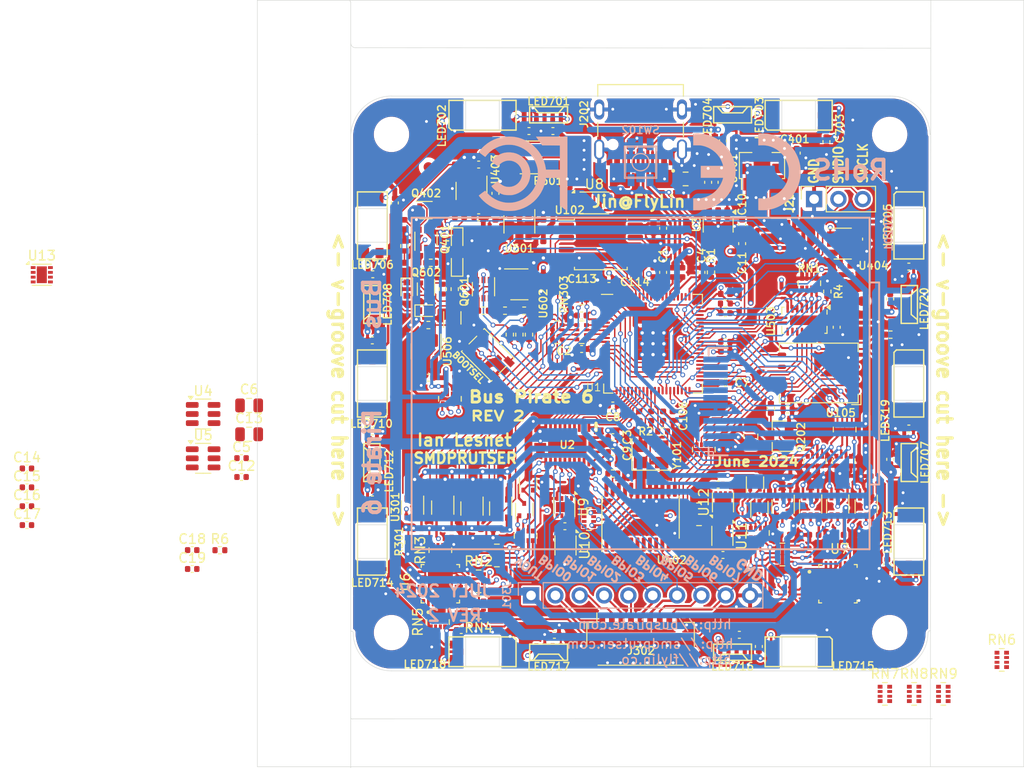
<source format=kicad_pcb>
(kicad_pcb (version 20240108) (generator "pcbnew") (generator_version "8.0")
  (layers (0 "F.Cu" signal) (1 "In1.Cu" signal) (2 "In2.Cu" power) (31 "B.Cu" signal) (34 "B.Paste" user) (35 "F.Paste" user) (36 "B.SilkS" user "B.Silkscreen") (37 "F.SilkS" user "F.Silkscreen") (38 "B.Mask" user) (39 "F.Mask" user) (44 "Edge.Cuts" user))
  (net 0 "")
  (net 1 "GND")
  (net 2 "VREG_VIN")
  (net 3 "VREF_VOUT")
  (net 4 "SWDIO")
  (net 5 "SWCLK")
  (net 6 "BUFDIR0")
  (net 7 "BUFDIR4")
  (net 8 "BPIO0")
  (net 9 "BPIO4")
  (net 10 "BUFDIR1")
  (net 11 "BUFDIR5")
  (net 12 "BPIO1")
  (net 13 "BPIO5")
  (net 14 "BUFDIR2")
  (net 15 "BUFDIR6")
  (net 16 "BPIO2")
  (net 17 "BPIO6")
  (net 18 "BUFDIR3")
  (net 19 "BUFDIR7")
  (net 20 "BPIO3")
  (net 21 "BPIO7")
  (net 22 "BUFIO0")
  (net 23 "BUFIO4")
  (net 24 "BUFIO1")
  (net 25 "BUFIO5")
  (net 26 "BUFIO2")
  (net 27 "BUFIO6")
  (net 28 "BUFIO3")
  (net 29 "BUFIO7")
  (net 30 "USB_D+")
  (net 31 "USB_D-")
  (net 32 "CURRENT_SENSE")
  (net 33 "+3V3")
  (net 34 "+VUSB")
  (net 35 "USB_P")
  (net 36 "USB_N")
  (net 37 "+1V1")
  (net 38 "VREG_OUT")
  (net 39 "DISPLAY_LED-K")
  (net 40 "SPI_CLK")
  (net 41 "SPI_CDO")
  (net 42 "VREG_EN")
  (net 43 "CURRENT_DETECT")
  (net 44 "QSPI_SS")
  (net 45 "AMUX_OUT")
  (net 46 "QSPI_SD3")
  (net 47 "QSPI_SCLK")
  (net 48 "QSPI_SD0")
  (net 49 "QSPI_SD2")
  (net 50 "QSPI_SD1")
  (net 51 "AMUX_S2")
  (net 52 "AMUX_S3")
  (net 53 "AMUX_S1")
  (net 54 "AMUX_S0")
  (net 55 "QSPI_SS_2")
  (net 56 "VREG_ADJ")
  (net 57 "SPI_CDI")
  (net 58 "DISPLAY_DP")
  (net 59 "DISPLAY_CS")
  (net 60 "DISPLAY_RESET")
  (net 61 "DISPLAY_BACKLIGHT")
  (net 62 "CURRENT_RESET")
  (net 63 "CURRENT_EN")
  (net 64 "FLASH_CS")
  (net 65 "RGB_CDO")
  (net 66 "LEDS_CDO")
  (net 67 "Net-(U403-ADJ)")
  (net 68 "Net-(RN2A-R1.8)")
  (net 69 "Net-(RN2D-R1.8)")
  (net 70 "Net-(D601-A)")
  (net 71 "Net-(D401-A)")
  (net 72 "Net-(D602-A)")
  (net 73 "Net-(J202-VBUS-PadA4B9)")
  (net 74 "Net-(J202-CC1)")
  (net 77 "Net-(J202-CC2)")
  (net 78 "Net-(LED701-DI)")
  (net 79 "Net-(LED701-DO)")
  (net 80 "Net-(LED702-DI)")
  (net 81 "Net-(LED703-DI)")
  (net 82 "Net-(LED703-DO)")
  (net 83 "Net-(R408-Pad1)")
  (net 84 "Net-(LED706-DI)")
  (net 85 "Net-(LED707-DI)")
  (net 86 "Net-(LED707-DO)")
  (net 87 "Net-(LED708-DI)")
  (net 88 "Net-(LED710-DI)")
  (net 89 "Net-(LED712-DI)")
  (net 90 "Net-(LED713-DO)")
  (net 91 "Net-(LED714-DI)")
  (net 92 "Net-(LED715-DO)")
  (net 93 "Net-(LED716-DO)")
  (net 94 "Net-(LED717-DO)")
  (net 95 "Net-(Q202-G)")
  (net 96 "Net-(Q202-D)")
  (net 97 "Net-(RN2B-R1.8)")
  (net 98 "Net-(RN2C-R1.8)")
  (net 99 "Net-(RN3B-R1.8)")
  (net 100 "Net-(RN3D-R1.8)")
  (net 101 "Net-(RN3A-R1.8)")
  (net 102 "Net-(RN3C-R1.8)")
  (net 103 "Net-(RN4A-R1.8)")
  (net 104 "Net-(RN4B-R1.8)")
  (net 105 "Net-(Q401A-C1)")
  (net 106 "Net-(Q401A-B1)")
  (net 107 "Net-(Q601A-C1)")
  (net 108 "Net-(Q601A-B1)")
  (net 109 "Net-(Q601B-B2)")
  (net 110 "Net-(Q602-G)")
  (net 111 "Net-(SW101-A)")
  (net 112 "Net-(U404--)")
  (net 113 "Net-(U601-+)")
  (net 114 "Net-(U601--)")
  (net 115 "Net-(RN301D-R1.1)")
  (net 116 "Net-(RN301B-R1.1)")
  (net 117 "Net-(RN301C-R1.1)")
  (net 118 "Net-(RN301A-R1.1)")
  (net 119 "Net-(RN4C-R1.8)")
  (net 120 "Net-(RN4D-R1.8)")
  (net 121 "Net-(RN5A-R1.8)")
  (net 122 "Net-(RN5B-R1.8)")
  (net 123 "Net-(RN306D-R1.1)")
  (net 124 "Net-(RN306B-R1.1)")
  (net 125 "Net-(RN306C-R1.1)")
  (net 126 "Net-(RN306A-R1.1)")
  (net 127 "Net-(RN309D-R1.8)")
  (net 128 "Net-(RN309C-R1.8)")
  (net 129 "Net-(RN309A-R1.8)")
  (net 130 "Net-(RN309B-R1.8)")
  (net 131 "Net-(RN400D-R1.1)")
  (net 132 "Net-(RN400B-R1.1)")
  (net 133 "Net-(RN400C-R1.1)")
  (net 134 "Net-(RN400A-R1.1)")
  (net 135 "Net-(RN401D-R1.1)")
  (net 136 "Net-(RN401B-R1.1)")
  (net 137 "Net-(RN401C-R1.1)")
  (net 138 "CURRENT_EN_OVERRIDE")
  (net 139 "Net-(RN401A-R1.1)")
  (net 140 "Net-(RN402D-R1.1)")
  (net 141 "BUTTONS")
  (net 142 "Net-(RN5D-R1.8)")
  (net 143 "CURRENT_ADJ_MCU")
  (net 144 "Net-(RN402B-R1.1)")
  (net 147 "Net-(U402-COM)")
  (net 148 "Net-(U506-+)")
  (net 150 "Net-(RN317D-R1.1)")
  (net 151 "Net-(RN317C-R1.1)")
  (net 152 "Net-(RN317B-R1.1)")
  (net 153 "Net-(RN317A-R1.1)")
  (net 154 "Net-(RN318D-R1.1)")
  (net 155 "Net-(RN318C-R1.1)")
  (net 156 "Net-(RN318B-R1.1)")
  (net 157 "Net-(RN318A-R1.1)")
  (net 158 "MUX_BPIO4")
  (net 159 "MUX_BPIO5")
  (net 160 "MUX_BPIO6")
  (net 161 "MUX_BPIO7")
  (net 162 "MUX_BPIO0")
  (net 163 "MUX_BPIO1")
  (net 164 "MUX_BPIO2")
  (net 165 "MUX_BPIO3")
  (net 166 "MUX_VREF_VOUT")
  (net 169 "Net-(U402-I8)")
  (net 170 "Net-(RN402A-R1.1)")
  (net 171 "Net-(LED705-DO)")
  (net 173 "Net-(C106-Pad1)")
  (net 174 "Net-(U1-VREG_AVDD)")
  (net 175 "Net-(U1-XIN)")
  (net 176 "Net-(U1-ADC_AVDD)")
  (net 177 "Net-(U1-XOUT)")
  (net 178 "LA_BPIO7")
  (net 179 "LA_BPIO2")
  (net 180 "LA_BPIO0")
  (net 181 "LA_BPIO5")
  (net 182 "LA_BPIO3")
  (net 183 "LA_BPIO4")
  (net 184 "LA_BPIO1")
  (net 185 "LA_BPIO6")
  (net 186 "AMUX_S0_3V3")
  (net 187 "AMUX_S2_3V3")
  (net 188 "AMUX_S3_3V3")
  (net 189 "AMUX_S1_3V3")
  (net 190 "Net-(RN5C-R1.8)")
  (net 196 "Net-(RN6B-R1.8)")
  (net 197 "Net-(RN6D-R1.8)")
  (net 198 "Net-(RN6C-R1.8)")
  (net 199 "Net-(RN6A-R1.8)")
  (net 200 "Net-(RN7C-R1.8)")
  (net 201 "Net-(RN7B-R1.8)")
  (net 202 "Net-(RN7D-R1.8)")
  (net 203 "Net-(RN7A-R1.8)")
  (net 204 "Net-(RN8B-R1.8)")
  (net 205 "Net-(RN8C-R1.8)")
  (net 206 "Net-(RN8A-R1.8)")
  (net 207 "Net-(RN8D-R1.8)")
  (net 208 "Net-(RN9B-R1.8)")
  (net 209 "Net-(RN9D-R1.8)")
  (net 210 "Net-(RN9C-R1.8)")
  (net 211 "Net-(RN9A-R1.8)")
  (net 212 "Net-(RN305B-R1.8)")
  (net 213 "Net-(RN305C-R1.8)")
  (net 214 "Net-(RN305A-R1.8)")
  (net 215 "Net-(RN305D-R1.8)")
  (net 216 "unconnected-(U1-GPIO45_ADC5-Pad56)")
  (net 217 "unconnected-(U1-GPIO44_ADC4-Pad55)")
  (net 219 "I2C_SCL")
  (net 220 "I2C_SDA")
  (net 223 "I2C_RESET")
  (net 242 "Net-(RN315B-R1.8)")
  (net 243 "Net-(RN315A-R1.8)")
  (net 244 "Net-(RN315C-R1.8)")
  (net 245 "Net-(RN315D-R1.8)")
  (net 246 "Net-(LED719-DI)")
  (footprint "dp-LED:SK6812-mini-e" (layer "F.Cu") (at 113.4 62.1 180)
    (property "Reference" "LED702")
    (property "Value" "SK6812-mini-e")
  )
  (footprint "dp-LED:SK6812-mini-e" (layer "F.Cu") (at 146.4 118.1)
    (property "Reference" "LED715")
    (property "Value" "SK6812-mini-e")
  )
  (footprint "dp-LED:SK6812-mini-e" (layer "F.Cu") (at 101.9 106.6 -90)
    (property "Reference" "LED714")
    (property "Value" "SK6812-mini-e")
  )
  (footprint "dp-LED:SK6812-mini-e" (layer "F.Cu") (at 146.4 62.1 180)
    (property "Reference" "LED703")
    (property "Value" "SK6812-mini-e")
  )
  (footprint "dp-LED:SK6812-mini-e" (layer "F.Cu") (at 157.9 73.6 90)
    (property "Reference" "LED705")
    (property "Value" "SK6812-mini-e")
  )
  (footprint "dp-LED:SK6812-mini-e" (layer "F.Cu") (at 113.4 118.1)
    (property "Reference" "LED718")
    (property "Value" "SK6812-mini-e")
  )
  (footprint "dp-LED:SK6812-mini-e" (layer "F.Cu") (at 101.9 73.6 -90)
    (property "Reference" "LED706")
    (property "Value" "SK6812-mini-e")
  )
  (footprint "dp-LED:SK6812-mini-e" (layer "F.Cu") (at 101.9 90.1 -90)
    (property "Reference" "LED710")
    (property "Value" "SK6812-mini-e")
  )
  (footprint "Capacitor_SMD:C_0402_1005Metric" (layer "F.Cu") (at 146.2 68.1 90)
    (property "Reference" "C402" (hide yes))
    (property "Value" "4.7uF")
  )
  (footprint "Capacitor_SMD:C_0402_1005Metric" (layer "F.Cu") (at 151.405 100.225 -90)
    (property "Reference" "C313" (hide yes))
    (property "Value" "0.1uF")
  )
  (footprint "Capacitor_SMD:C_0402_1005Metric" (layer "F.Cu") (at 145.53 100.3 -90)
    (property "Reference" "C308" (hide yes))
    (property "Value" "0.1uF")
  )
  (footprint "Capacitor_SMD:C_0402_1005Metric" (layer "F.Cu") (at 150.6 105.9 180)
    (property "Reference" "C315" (hide yes))
    (property "Value" "0.1uF")
  )
  (footprint "Capacitor_SMD:C_0402_1005Metric" (layer "F.Cu") (at 107.03 105.7 -90)
    (property "Reference" "C304" (hide yes))
    (property "Value" "0.1uF")
  )
  (footprint "Capacitor_SMD:C_0402_1005Metric" (layer "F.Cu") (at 127 98.5 180)
    (property "Reference" "C403" (hide yes))
    (property "Value" "0.1uF")
  )
  (footprint "Capacitor_SMD:C_0402_1005Metric" (layer "F.Cu") (at 153.9 100.25 -90)
    (property "Reference" "C314" (hide yes))
    (property "Value" "0.1uF")
  )
  (footprint "Capacitor_SMD:C_0402_1005Metric" (layer "F.Cu") (at 148.43 100.25 -90)
    (property "Reference" "C309" (hide yes))
    (property "Value" "0.1uF")
  )
  (footprint "Capacitor_SMD:C_0402_1005Metric" (layer "F.Cu") (at 138.75 80.75)
    (property "Reference" "C112" (hide yes))
    (property "Value" "0.1uF")
  )
  (footprint "Capacitor_SMD:C_0402_1005Metric" (layer "F.Cu") (at 138.75 82.75)
    (property "Reference" "C109" (hide yes))
    (property "Value" "2.2uF")
  )
  (footprint "Capacitor_SMD:C_0402_1005Metric" (layer "F.Cu") (at 131.25 78.5 90)
    (property "Reference" "C114")
    (property "Value" "0.1uF")
  )
  (footprint "Capacitor_SMD:C_0402_1005Metric" (layer "F.Cu") (at 123.75 87.75 180)
    (property "Reference" "C110" (hide yes))
    (property "Value" "0.1uF")
  )
  (footprint "MountingHole:MountingHole_3.2mm_M3" (layer "F.Cu") (at 155.9 116.1)
    (property "Reference" "H3" (hide yes))
    (property "Value" "MountingHole")
  )
  (footprint "Capacitor_SMD:C_0402_1005Metric" (layer "F.Cu") (at 138.77 86.75)
    (property "Reference" "C111" (hide yes))
    (property "Value" "0.1uF")
  )
  (footprint "Capacitor_SMD:C_0402_1005Metric" (layer "F.Cu") (at 131.25 73.9 -90)
    (property "Reference" "C103" (hide yes))
    (property "Value" "0.1uF")
  )
  (footprint "MountingHole:MountingHole_3.2mm_M3" (layer "F.Cu") (at 155.9 64.1 -90)
    (property "Reference" "H2" (hide yes))
    (property "Value" "MountingHole")
  )
  (footprint "Capacitor_SMD:C_0402_1005Metric" (layer "F.Cu") (at 132.25 93.5 90)
    (property "Reference" "C106")
    (property "Value" "15pF")
  )
  (footprint "Capacitor_SMD:C_0402_1005Metric" (layer "F.Cu") (at 138.75 85.75)
    (property "Reference" "C118" (hide yes))
    (property "Value" "0.1uF")
  )
  (footprint "MountingHole:MountingHole_3.2mm_M3" (layer "F.Cu") (at 103.9 64.1 -90)
    (property "Reference" "H1" (hide yes))
    (property "Value" "MountingHole")
  )
  (footprint "MountingHole:MountingHole_3.2mm_M3" (layer "F.Cu") (at 103.9 116.1 -90)
    (property "Reference" "H4" (hide yes))
    (property "Value" "MountingHole")
  )
  (footprint "Package_TO_SOT_SMD:SOT-363_SC-70-6" (layer "F.Cu") (at 106.1 103.05 -90)
    (property "Reference" "U301")
    (property "Value" "AiP74LVC1T45GC363.TR")
  )
  (footprint "Package_TO_SOT_SMD:SOT-363_SC-70-6" (layer "F.Cu") (at 115.3 103.15 -90)
    (property "Reference" "U304" (hide yes))
    (property "Value" "AiP74LVC1T45GC363.TR")
  )
  (footprint "Package_TO_SOT_SMD:SOT-363_SC-70-6" (layer "F.Cu") (at 144.78 102.954668 -90)
    (property "Reference" "U305" (hide yes))
    (property "Value" "AiP74LVC1T45GC363.TR")
  )
  (footprint "Package_TO_SOT_SMD:SOT-363_SC-70-6" (layer "F.Cu") (at 150.475 102.925 -90)
    (property "Reference" "U307" (hide yes))
    (property "Value" "AiP74LVC1T45GC363.TR" (hide yes))
  )
  (footprint "Resistor_SMD:R_0402_1005Metric" (layer "F.Cu") (at 133.25 78.5 90)
    (property "Reference" "R203" (hide yes))
    (property "Value" "22R")
  )
  (footprint "Resistor_SMD:R_0402_1005Metric" (layer "F.Cu") (at 134.25 78.5 90)
    (property "Reference" "R202" (hide yes))
    (property "Value" "22R")
  )
  (footprint "Resistor_SMD:R_0402_1005Metric" (layer "F.Cu") (at 136.75 64.78 90)
    (property "Reference" "R204" (hide yes))
    (property "Value" "5.1K")
  )
  (footprint "Inductor_SMD:L_0805_2012Metric" (layer "F.Cu") (at 134.6 68.75 180)
    (property "Reference" "L201" (hide yes))
    (property "Value" "CBW201209U300T")
  )
  (footprint "Capacitor_SMD:C_0402_1005Metric" (layer "F.Cu") (at 157.9 77.9)
    (property "Reference" "C705" (hide yes))
    (property "Value" "0.1uF")
  )
  (footprint "Capacitor_SMD:C_0402_1005Metric" (layer "F.Cu") (at 101.95 78.7 180)
    (property "Reference" "C708" (hide yes))
    (property "Value" "0.1uF")
  )
  (footprint "Capacitor_SMD:C_0402_1005Metric" (layer "F.Cu") (at 138.5 64.78 90)
    (property "Reference" "C704" (hide yes))
    (property "Value" "0.1uF")
  )
  (footprint "Capacitor_SMD:C_0402_1005Metric" (layer "F.Cu") (at 104.25 71.25 90)
    (property "Reference" "C706" (hide yes))
    (property "Value" "0.1uF")
  )
  (footprint "Capacitor_SMD:C_0402_1005Metric" (layer "F.Cu") (at 101.9 85.6 180)
    (property "Reference" "C710" (hide yes))
    (property "Value" "0.1uF")
  )
  (footprint "Capacitor_SMD:C_0402_1005Metric" (layer "F.Cu") (at 101.9 95.1 180)
    (property "Reference" "C712" (hide yes))
    (property "Value" "0.1uF")
  )
  (footprint "Capacitor_SMD:C_0402_1005Metric" (layer "F.Cu") (at 149.3 64.85 90)
    (property "Reference" "C703")
    (property "Value" "0.1uF")
  )
  (footprint "Capacitor_SMD:C_0402_1005Metric" (layer "F.Cu") (at 120.75 63.75)
    (property "Reference" "C701" (hide yes))
    (property "Value" "0.1uF")
  )
  (footprint "Capacitor_SMD:C_0402_1005Metric" (layer "F.Cu") (at 133.25 93.5 -90)
    (property "Reference" "C117" (hide yes))
    (property "Value" "0.1uF")
  )
  (footprint "Resistor_SMD:R_0402_1005Metric" (layer "F.Cu") (at 138.75 81.75 180)
    (property "Reference" "R103" (hide yes))
    (property "Value" "200R")
  )
  (footprint "Capacitor_SMD:C_0402_1005Metric" (layer "F.Cu") (at 132.25 73.9 -90)
    (property "Reference" "C104" (hide yes))
    (property "Value" "2.2uF")
  )
  (footprint "Capacitor_SMD:C_0402_1005Metric" (layer "F.Cu") (at 136.95 69.1 -90)
    (property "Reference" "C202" (hide yes))
    (property "Value" "4.7uF")
  )
  (footprint "Capacitor_SMD:C_0402_1005Metric" (layer "F.Cu") (at 138.35 69.1 -90)
    (property "Reference" "C201" (hide yes))
    (property "Value" "4.7uF")
  )
  (footprint "Capacitor_SMD:C_0402_1005Metric" (layer "F.Cu") (at 123.75 83 180)
    (property "Reference" "C116" (hide yes))
    (property "Value" "0.1uF")
  )
  (footprint "Resistor_SMD:R_Array_Convex_4x0402" (layer "F.Cu") (at 121.2 84.75)
    (property "Reference" "RN302" (hide yes))
    (property "Value" "100K")
  )
  (footprint "Resistor_SMD:R_0805_2012Metric" (layer "F.Cu") (at 141.4 95.6 -90)
    (property "Reference" "R209" (hide yes))
    (property "Value" "33R")
  )
  (footprint "Resistor_SMD:R_Array_Convex_4x0402" (layer "F.Cu") (at 151.1 98.2 90)
    (property "Reference" "RN307" (hide yes))
    (property "Value" "100K")
  )
  (footprint "Package_SO:SOP-8_5.28x5.23mm_P1.27mm" (layer "F.Cu") (at 125.75 75.5)
    (property "Reference" "U102")
    (property "Value" "W25Q128JVSIQ")
  )
  (footprint "Resistor_SMD:R_0402_1005Metric" (layer "F.Cu") (at 117.25 85 -90)
    (property "Reference" "R101" (hide yes))
    (property "Value" "1K")
  )
  (footprint "Fiducial:Fiducial_1mm_Mask2mm" (layer "F.Cu") (at 158.6 68.05 -90)
    (property "Reference" "FID1" (hide yes))
    (property "Value" "Fiducial")
  )
  (footprint "Fiducial:Fiducial_1mm_Mask2mm" (layer "F.Cu") (at 101.05 112.3 -90)
    (property "Reference" "FID2" (hide yes))
    (property "Value" "Fiducial")
  )
  (footprint "Capacitor_SMD:C_0402_1005Metric" (layer "F.Cu") (at 142.247961 117.550141 -90)
    (property "Reference" "C715" (hide yes))
    (property "Value" "0.1uF")
  )
  (footprint "Capacitor_SMD:C_0402_1005Metric" (layer "F.Cu") (at 101.9 102.2 180)
    (property "Reference" "C714" (hide yes))
    (property "Value" "0.1uF")
  )
  (footprint "Capacitor_SMD:C_0402_1005Metric" (layer "F.Cu") (at 140.208 116.332 180)
    (property "Reference" "C716" (hide yes))
    (property "Value" "0.1uF")
  )
  (footprint "Capacitor_SMD:C_0402_1005Metric" (layer "F.Cu") (at 120.904 116.332 180)
    (property "Reference" "C717" (hide yes))
    (property "Value" "0.1uF")
  )
  (footprint "Capacitor_SMD:C_0402_1005Metric" (layer "F.Cu") (at 111.179494 115.831572 180)
    (property "Reference" "C718" (hide yes))
    (property "Value" "0.1uF")
  )
  (footprint "Capacitor_SMD:C_0402_1005Metric" (layer "F.Cu") (at 146.2 66.05 -90)
    (property "Reference" "C401")
    (property "Value" "4.7uF")
  )
  (footprint "Connector_PinSocket_2.54mm:PinSocket_1x03_P2.54mm_Vertical" (layer "F.Cu") (at 148.01 70.85 90)
    (property "Reference" "J201")
    (property "Value" "Conn_01x03")
  )
  (footprint "Resistor_SMD:R_0402_1005Metric" (layer "F.Cu") (at 118.25 85 90)
    (property "Reference" "R102" (hide yes))
    (property "Value" "DNF")
  )
  (footprint "Fiducial:Fiducial_1mm_Mask2mm" (layer "F.Cu") (at 107.75 67.5)
    (property "Reference" "FID4" (hide yes))
    (property "Value" "Fiducial")
  )
  (footprint "Fiducial:Fiducial_1mm_Mask2mm" (layer "F.Cu") (at 153 81.5)
    (property "Reference" "FID5" (hide yes))
    (property "Value" "Fiducial")
  )
  (footprint "Fiducial:Fiducial_1mm_Mask2mm" (layer "F.Cu") (at 158.55 112.15)
    (property "Reference" "FID3" (hide yes))
    (property "Value" "Fiducial")
  )
  (footprint "Capacitor_SMD:C_0402_1005Metric" (layer "F.Cu") (at 155.65 108.95 90)
    (property "Reference" "C713" (hide yes))
    (property "Value" "0.1uF")
  )
  (footprint "Resistor_SMD:R_0402_1005Metric" (layer "F.Cu") (at 135.8 64.78 90)
    (property "Reference" "R201" (hide yes))
    (property "Value" "5.1K")
  )
  (footprint "Connector_JST:JST_SH_SM09B-SRSS-TB_1x09-1MP_P1.00mm_Horizontal" (layer "F.Cu") (at 129.9 116.82)
    (property "Reference" "J302")
    (property "Value" "Conn_01x09")
  )
  (footprint "Package_DFN_QFN:DHVQFN-20-1EP_2.5x4.5mm_P0.5mm_EP1x3mm" (layer "F.Cu") (at 147 83.5 -90)
    (property "Reference" "U503")
    (property "Value" "74HCT245BQ")
  )
  (footprint "Capacitor_SMD:C_0402_1005Metric" (layer "F.Cu") (at 153.43 75.03 -90)
    (property "Reference" "C406" (hide yes))
    (property "Value" "0.1uF")
  )
  (footprint "Crystal:Crystal_SMD_3225-4Pin_3.2x2.5mm" (layer "F.Cu") (at 131 97.5)
    (property "Reference" "Y101")
    (property "Value" "ABM8-272-T3")
  )
  (footprint "Resistor_SMD:R_0402_1005Metric" (layer "F.Cu") (at 150.81 78.29 -90)
    (property "Reference" "R406" (hide yes))
    (property "Value" "10K")
  )
  (footprint "Capacitor_SMD:C_0402_1005Metric" (layer "F.Cu") (at 129.75 93.5 -90)
    (property "Reference" "C115" (hide yes))
    (property "Value" "0.1uF")
  )
  (footprint "Package_TO_SOT_SMD:SOT-23" (layer "F.Cu") (at 144.4 95.6 180)
    (property "Reference" "Q202")
    (property "Value" "MMBT7002K")
  )
  (footprint "Capacitor_SMD:C_0402_1005Metric" (layer "F.Cu") (at 131 93.5 -90)
    (property "Reference" "C105" (hide yes))
    (property "Value" "15pF")
  )
  (footprint "Button_Switch_SMD:SW_SPST_PTS810" (layer "F.Cu") (at 113.95 87.12 -45)
    (property "Reference" "SW101" (hide yes))
    (property "Value" "TS3425BA 098 2.5H 250gf")
  )
  (footprint "Diode_SMD:D_SOD-523" (layer "F.Cu") (at 110.75 77.75 90)
    (property "Reference" "D601")
    (property "Value" "1N4148WT")
  )
  (footprint "Capacitor_SMD:C_0402_1005Metric" (layer "F.Cu") (at 155.956 98.016 -90)
    (property "Reference" "C707" (hide yes))
    (property "Value" "0.1uF")
  )
  (footprint "Capacitor_SMD:C_0402_1005Metric" (layer "F.Cu") (at 119.75 75.75 -90)
    (property "Reference" "C601" (hide yes))
    (property "Value" "2.2uF")
  )
  (footprint "Capacitor_SMD:C_0402_1005Metric" (layer "F.Cu") (at 119.75 73.5 -90)
    (property "Reference" "C602" (hide yes))
    (property "Value" "0.1uF")
  )
  (footprint "Resistor_SMD:R_0402_1005Metric" (layer "F.Cu") (at 109.5 70.25 90)
    (property "Reference" "R405" (hide yes))
    (property "Value" "33K")
  )
  (footprint "Resistor_SMD:R_0402_1005Metric" (layer "F.Cu") (at 108 77.5)
    (property "Reference" "R410" (hide yes))
    (property "Value" "10K")
  )
  (footprint "Resistor_SMD:R_0402_1005Metric" (layer "F.Cu") (at 105.25 75.75 90)
    (property "Reference" "R409" (hide yes))
    (property "Value" "33K")
  )
  (footprint "Resistor_SMD:R_0402_1005Metric" (layer "F.Cu") (at 105.75 77.5)
    (property "Reference" "R408" (hide yes))
    (property "Value" "33K")
  )
  (footprint "Resistor_SMD:R_0402_1005Metric" (layer "F.Cu") (at 105.25 73.5 -90)
    (property "Reference" "R412" (hide yes))
    (property "Value" "100K")
  )
  (footprint "Resistor_SMD:R_0402_1005Metric" (layer "F.Cu") (at 116.25 85 90)
    (property "Reference" "R611" (hide yes))
    (property "Value" "10K")
  )
  (footprint "Resistor_SMD:R_0402_1005Metric" (layer "F.Cu") (at 113.5 82.5)
    (property "Reference" "R609" (hide yes))
    (property "Value" "10K")
  )
  (footprint "Resistor_SMD:R_0402_1005Metric" (layer "F.Cu") (at 115.75 82.5)
    (property "Reference" "R608" (hide yes))
    (property "Value" "200R")
  )
  (footprint "Capacitor_SMD:C_0402_1005Metric" (layer "F.Cu") (at 113 67.25 180)
    (property "Reference" "C404" (hide yes))
    (property "Value" "4.7uF")
  )
  (footprint "Resistor_SMD:R_0402_1005Metric" (layer "F.Cu") (at 109.5 72.25 90)
    (property "Reference" "R403" (hide yes))
    (property "Value" "102K")
  )
  (footprint "Resistor_SMD:R_0402_1005Metric" (layer "F.Cu") (at 114.75 73.5 90)
    (property "Reference" "R605" (hide yes))
    (property "Value" "33K")
  )
  (footprint "Resistor_SMD:R_2512_6332Metric_Pad1.40x3.35mm_HandSolder" (layer "F.Cu") (at 119.5 66.5 180)
    (property "Reference" "R601")
    (property "Value" "0R2")
  )
  (footprint "Resistor_SMD:R_0402_1005Metric" (layer "F.Cu") (at 118.25 70.25 90)
    (property "Reference" "R602" (hide yes))
    (property "Value" "1K")
  )
  (footprint "Resistor_SMD:R_0402_1005Metric" (layer "F.Cu") (at 117.25 70.25 90)
    (property "Reference" "R604" (hide yes))
    (property "Value" "33K")
  )
  (footprint "Resistor_SMD:R_0402_1005Metric" (layer "F.Cu") (at 112.75 77.5 90)
    (property "Reference" "R606" (hide yes))
    (property "Value" "10K")
  )
  (footprint "Capacitor_SMD:C_0402_1005Metric" (layer "F.Cu") (at 114 77.5 -90)
    (property "Reference" "C603" (hide yes))
    (property "Value" "DNF")
  )
  (footprint "Capacitor_SMD:C_0402_1005Metric" (layer "F.Cu") (at 119.75 79.25 -90)
    (property "Reference" "C605" (hide yes))
    (property "Value" "0.1uF")
  )
  (footprint "Resistor_SMD:R_0402_1005Metric" (layer "F.Cu") (at 116.25 70.25 90)
    (property "Reference" "R603" (hide yes))
    (property "Value" "1K")
  )
  (footprint "Resistor_SMD:R_0402_1005Metric" (layer "F.Cu") (at 117.75 82.5)
    (property "Reference" "R610" (hide yes))
    (property "Value" "10K")
  )
  (footprint "Capacitor_SMD:C_0402_1005Metric" (layer "F.Cu") (at 118.25 63.75 180)
    (property "Reference" "C702" (hide yes))
    (property "Value" "0.1uF")
  )
  (footprint "Package_TO_SOT_SMD:SOT-523" (layer "F.Cu") (at 107.5 72)
    (property "Reference" "Q402")
    (property "Value" "BC2301T 2.8A")
  )
  (footprint "Resistor_SMD:R_0402_1005Metric" (layer "F.Cu") (at 110.5 80.25 -90)
    (property "Reference" "R613" (hide yes))
    (property "Value" "10K")
  )
  (footprint "Resistor_SMD:R_0402_1005Metric" (layer "F.Cu") (at 109.25 80.25 -90)
    (property "Reference" "R612" (hide yes))
    (property "Value" "200R")
  )
  (footprint "Capacitor_SMD:C_0402_1005Metric" (layer "F.Cu") (at 114.75 70.25 90)
    (property "Reference" "C407" (hide yes))
    (property "Value" "4.7uF")
  )
  (footprint "Resistor_SMD:R_0402_1005Metric" (layer "F.Cu") (at 111 67.25)
    (property "Reference" "R401" (hide yes))
    (property "Value" "100K")
  )
  (footprint "Package_TO_SOT_SMD:SOT-23-5" (layer "F.Cu") (at 112.25 70 -90)
    (property "Reference" "U403")
    (property "Value" "AP2127")
  )
  (footprint "Package_TO_SOT_SMD:SOT-363_SC-70-6" (layer "F.Cu") (at 113.5 80.25 -90)
    (property "Reference" "Q601")
    (property "Value" "MMDT3906")
  )
  (footprint "Package_TO_SOT_SMD:SOT-363_SC-70-6" (layer "F.Cu") (at 107.5 75 90)
    (property "Reference" "Q401")
    (property "Value" "BCM857")
  )
  (footprint "Diode_SMD:D_SOD-523" (layer "F.Cu") (at 110.75 75 -90)
    (property "Reference" "D401")
    (property "Value" "1N4148WT")
  )
  (footprint "Resistor_SMD:R_Array_Convex_4x0402" (layer "F.Cu") (at 144.7 107.95)
    (property "Reference" "RN309" (hide yes))
    (property "Value" "120R")
  )
  (footprint "Package_SO:TSSOP-24_4.4x7.8mm_P0.65mm" (layer "F.Cu") (at 129.9 104.05 90)
    (property "Reference" "U402")
    (property "Value" "CD4067")
  )
  (footprint "Package_TO_SOT_SMD:SOT-363_SC-70-6" (layer "F.Cu") (at 147.648865 102.927768 -90)
    (property "Reference" "U306" (hide yes))
    (property "Value" "AiP74LVC1T45GC363.TR")
  )
  (footprint "Capacitor_SMD:C_0402_1005Metric" (layer "F.Cu") (at 145 105.9 180)
    (property "Reference" "C311" (hide yes))
    (property "Value" "0.1uF")
  )
  (footprint "Resistor_SMD:R_0402_1005Metric" (layer "F.Cu") (at 143.5 92.7 -90)
    (property "Reference" "R208" (hide yes))
    (property "Value" "200R")
  )
  (footprint "Capacitor_SMD:C_0402_1005Metric" (layer "F.Cu") (at 148 105.9 180)
    (property "Reference" "C312" (hide yes))
    (property "Value" "0.1uF")
  )
  (footprint "Resistor_SMD:R_Array_Convex_4x0402" (layer "F.Cu") (at 123.75 80.7)
    (property "Reference" "RN303")
    (property "Value" "100K")
  )
  (footprint "Capacitor_SMD:C_0402_1005Metric" (layer "F.Cu") (at 150.37 84.23 90)
    (property "Reference" "C503" (hide yes))
    (property "Value" "0.1uF")
  )
  (footprint "Package_TO_SOT_SMD:SOT-363_SC-70-6" (layer "F.Cu") (at 112.3 103.15 -90)
    (property "Reference" "U303" (hide yes))
    (property "Value" "AiP74LVC1T45GC363.TR")
  )
  (footprint "Resistor_SMD:R_Array_Convex_4x0402" (layer "F.Cu") (at 148.1 98.2 90)
    (property "Reference" "RN308" (hide yes))
    (property "Value" "100K")
  )
  (footprint "Resistor_SMD:R_Array_Convex_4x0402" (layer "F.Cu") (at 123.75 84.75)
    (property "Reference" "RN301")
    (property "Value" "330R")
  )
  (footprint "Package_TO_SOT_SMD:SOT-363_SC-70-6" (layer "F.Cu") (at 109.25 103.05 -90)
    (property "Reference" "U302" (hide yes))
    (property "Value" "AiP74LVC1T45GC363.TR")
  )
  (footprint "Capacitor_SMD:C_0402_1005Metric" (layer "F.Cu") (at 113.23 105.8 -90)
    (property "Reference" "C306" (hide yes))
    (property "Value" "0.1uF")
  )
  (footprint "Capacitor_SMD:C_0402_1005Metric" (layer "F.Cu") (at 115.75 100.75)
    (property "Reference" "C307" (hide yes))
    (property "Value" "0.1uF")
  )
  (footprint "Capacitor_SMD:C_0402_1005Metric" (layer "F.Cu") (at 106.5 100.75)
    (property "Reference" "C301" (hide yes))
    (property "Value" "0.1uF")
  )
  (footprint "Capacitor_SMD:C_0402_1005Metric" (layer "F.Cu") (at 109.75 100.75)
    (property "Reference" "C302" (hide yes))
    (property "Value" "0.1uF")
  )
  (footprint "Capacitor_SMD:C_0402_1005Metric" (layer "F.Cu") (at 110.18 105.7 -90)
    (property "Reference" "C305" (hide yes))
    (property "Value" "0.1uF")
  )
  (footprint "Capacitor_SMD:C_0402_1005Metric" (layer "F.Cu") (at 112.75 100.75)
    (property "Reference" "C303" (hide yes))
    (property "Value" "0.1uF")
  )
  (footprint "Resistor_SMD:R_Array_Convex_4x0402" (layer "F.Cu") (at 151.2 94.9 90)
    (property "Reference" "RN306" (hide yes))
    (property "Value" "330R")
  )
  (footprint "Package_TO_SOT_SMD:SOT-363_SC-70-6" (layer "F.Cu") (at 153.45 102.95 -90)
    (property "Reference" "U308" (hide yes))
    (property "Value" "AiP74LVC1T45GC363.TR")
  )
  (footprint "dp-LED:SK6812-mini-e" (layer "F.Cu") (at 157.9 106.6 90)
    (property "Reference" "LED713")
    (property "Value" "SK6812-mini-e")
  )
  (footprint "usb-c:HRO_TYPE-C-31-M-12" (layer "F.Cu") (at 129.9 61.5 180)
    (property "Reference" "J202")
    (property "Value" "TYPE-C-31-M-12")
  )
  (footprint "Capacitor_SMD:C_0402_1005Metric" (layer "F.Cu") (at 153.7 105.9 180)
    (property "Reference" "C316" (hide yes))
    (property "Value" "0.1uF")
  )
  (footprint "dp-LED:SK6812-side-a_b" (layer "F.Cu") (at 157.9 98.35 90)
    (property "Reference" "LED707")
    (property "Value" "SK6812-side-a_b")
  )
  (footprint "dp-LED:SK6812-side-a_b" (layer "F.Cu") (at 139.5 118.1)
    (property "Reference" "LED716")
    (property "Value" "SK6812-side-a_b")
  )
  (footprint "dp-LED:SK6812-side-a_b" (layer "F.Cu") (at 120.3 118.1)
    (property "Reference" "LED717")
    (property "Value" "SK6812-side-a_b")
  )
  (footprint "dp-LED:SK6812-side-a_b" (layer "F.Cu") (at 101.9 98.35 -90)
    (property "Reference" "LED712")
    (property "Value" "SK6812-side-a_b")
  )
  (footprint "dp-LED:SK6812-side-a_b" (layer "F.Cu") (at 101.9 81.85 -90)
    (property "Reference" "LED708")
    (property "Value" "SK6812-side-a_b")
  )
  (footprint "dp-LED:SK6812-side-a_b" (layer "F.Cu") (at 120.3 62.1 180)
    (property "Reference" "LED701")
    (property "Value" "SK6812-side-a_b")
  )
  (footprint "dp-LED:SK6812-side-a_b" (layer "F.Cu") (at 139.5 62.1 180)
    (property "Reference" "LED704")
    (property "Value" "SK6812-side-a_b")
  )
  (footprint "Resistor_SMD:R_Array_Convex_4x0402" (layer "F.Cu") (at 136.5 97 90)
    (property "Reference" "RN315" (hide yes))
    (property "Value" "510R")
  )
  (footprint "Resistor_SMD:R_Array_Convex_4x0402" (layer "F.Cu") (at 114.9 108.05 180)
    (property "Reference" "RN305" (hide yes))
    (property "Value" "120R")
  )
  (footprint "Capacitor_SMD:C_0402_1005Metric" (layer "F.Cu") (at 115 105.35 180)
    (property "Reference" "C310" (hide yes))
    (property "Value" "0.1uF")
  )
  (footprint "Diode_SMD:D_SOD-523" (layer "F.Cu") (at 107.5 82.5)
    (property "Reference" "D603")
    (property "Value" "1N4148WT")
  )
  (footprint "Package_TO_SOT_SMD:SOT-523" (layer "F.Cu") (at 107.5 80.25 -90)
    (property "Reference" "Q602")
    (property "Value" "BC2301T 2.8A")
  )
  (footprint "Package_TO_SOT_SMD:SOT-89-3" (layer "F.Cu") (at 142.57 67.65 90)
    (property "Reference" "U401")
    (property "Value" "ME6211A33PG-N")
  )
  (footprint "Capacitor_SMD:C_0402_1005Metric" (layer "F.Cu") (at 113 72.75 180)
    (property "Reference" "C408" (hide yes))
    (property "Value" "120pF")
  )
  (footprint "Resistor_SMD:R_0402_1005Metric" (layer "F.Cu") (at 111 72.75 180)
    (property "Reference" "R404" (hide yes))
    (property "Value" "133K")
  )
  (footprint "Diode_SMD:D_SOD-523" (layer "F.Cu") (at 105.5 80.25 -90)
    (property "Reference" "D602")
    (property "Value" "1N4148WT")
  )
  (footprint "Package_TO_SOT_SMD:SOT-23-5" (layer "F.Cu") (at 117.25 79.75)
    (property "Reference" "U602")
    (property "Value" "GSV331-TR")
  )
  (footprint "Resistor_SMD:R_Array_Convex_4x0402" (layer "F.Cu") (at 136 103.75)
    (property "Reference" "RN400" (hide yes))
    (property "Value" "510R")
  )
  (footprint "Resistor_SMD:R_Array_Convex_4x0402" (layer "F.Cu") (at 124.5 104.25 180)
    (property "Reference" "RN401" (hide yes))
    (property "Value" "510R")
  )
  (footprint "Resistor_SMD:R_Array_Convex_4x0402" (layer "F.Cu") (at 110 91.7 90)
    (property "Reference" "RN402" (hide yes))
    (property "Value" "510R")
  )
  (footprint "Package_TO_SOT_SMD:SOT-23-5" (layer "F.Cu") (at 117.25 73.5 -90)
    (property "Reference" "U601")
    (property "Value" "GS321A-TR")
  )
  (footprint "Package_TO_SOT_SMD:SOT-23-5" (layer "F.Cu") (at 151 75.5)
    (property "Reference" "U404")
    (property "Value" "LMV321")
  )
  (footprint "Resistor_SMD:R_0402_1005Metric" (layer "F.Cu") (at 151.81 78.3 -90)
    (property "Reference" "R407" (hide yes))
    (property "Value" "10K")
  )
  (footprint "Capacitor_SMD:C_0402_1005Metric" (layer "F.Cu") (at 157.9 94.8)
    (property "Reference" "C719" (hide yes))
    (property "Value" "0.1uF")
  )
  (footprint "dp-LED:SK6812-mini-e" (layer "F.Cu") (at 157.9 90.1 90)
    (property "Reference" "LED719")
    (property "Value" "SK6812-mini-e")
  )
  (footprint "Capacitor_SMD:C_0402_1005Metric" (layer "F.Cu") (at 145.250284 92.813663)
    (property "Reference" "C121" (hide yes))
    (property "Value" "0.1uF")
  )
  (footprint "dp-memory:U-PDFN-8" (layer "F.Cu") (at 148.5 89 180)
    (property "Reference" "U105")
    (property "Value" "MT29F1G01ABAFDWB")
  )
  (footprint "Resistor_SMD:R_0402_1005Metric" (layer "F.Cu") (at 156 85)
    (property "Reference" "R502" (hide yes))
    (property "Value" "1K")
  )
  (footprint "Capacitor_SMD:C_0402_1005Metric" (layer "F.Cu") (at 65.85 102.91)
    (property "Reference" "C16")
    (property "Value" "0.1uF")
  )
  (footprint "dp-LED:SK6812-side-a_b" (layer "F.Cu") (at 157.9 81.85 90)
    (property "Reference" "LED720")
    (property "Value" "SK6812-side-a_b")
  )
  (footprint "Resistor_SMD:R_0402_1005Metric" (layer "F.Cu") (at 105.664 106.678 -90)
    (property "Reference" "R301")
    (property "Value" "10K")
  )
  (footprint "Capacitor_SMD:C_0402_1005Metric" (layer "F.Cu") (at 155.956 81.28 -90)
    (property "Reference" "C720" (hide yes))
    (property "Value" "0.1uF")
  )
  (footprint "Capacitor_SMD:C_0402_1005Metric" (layer "F.Cu") (at 126.6 79.2 180)
    (property "Reference" "C113")
    (property "Value" "0.1uF")
  )
  (footprint "Resistor_SMD:R_Array_Convex_4x0402" (layer "F.Cu") (at 108.75 115 90)
    (property "Reference" "RN5")
    (property "Value" "2.2K")
  )
  (footprint "Resistor_SMD:R_0402_1005Metric" (layer "F.Cu") (at 127 99.5 180)
    (property "Reference" "R320" (hide yes))
    (property "Value" "510R")
  )
  (footprint "Resistor_SMD:R_0402_1005Metric" (layer "F.Cu") (at 132.2 95.1 180)
    (property "Reference" "R2")
    (property "Value" "1K")
  )
  (footprint "Package_DFN_QFN:DFN-8-1EP_2x2mm_P0.5mm_EP1.05x1.75mm" (layer "F.Cu") (at 67.4 78.75)
    (property "Reference" "U13")
    (property "Value" "LM358_DFN")
  )
  (footprint "Capacitor_SMD:C_0402_1005Metric" (layer "F.Cu") (at 88.25 97.89)
    (property "Reference" "C5")
    (property "Value" "0.1uF")
  )
  (footprint "Capacitor_SMD:C_0402_1005Metric" (layer "F.Cu") (at 140.5 73.5 -90)
    (property "Reference" "C10")
    (property "Value" "4.7uF")
  )
  (footprint "Capacitor_SMD:C_0402_1005Metric" (layer "F.Cu") (at 127 97.25)
    (property "Reference" "C9")
    (property "Value" "0.1uF")
  )
  (footprint "Capacitor_SMD:C_0402_1005Metric" (layer "F.Cu") (at 138.5 108)
    (property "Reference" "C507" (hide yes))
    (property "Value" "0.1uF")
  )
  (footprint "Resistor_SMD:R_Array_Convex_4x0402" (layer "F.Cu") (at 113 110.75)
    (property "Reference" "RN2")
    (property "Value" "1M")
  )
  (footprint "Capacitor_SMD:C_0402_1005Metric" (layer "F.Cu") (at 127 95.7 180)
    (property "Reference" "C3")
    (property "Value" "0.1uF")
  )
  (footprint "manuf:NXP-DHVQFN24" (layer "F.Cu") (at 122.25 96.5 180)
    (property "Reference" "U2")
    (property "Value" "74LVC8T245BQ")
  )
  (footprint "Package_TO_SOT_SMD:SOT-523" (layer "F.Cu") (at 117.750123 103.261 90)
    (property "Reference" "D503" (hide yes))
    (property "Value" "BAS40T-05")
  )
  (footprint "Resistor_SMD:R_Array_Convex_4x0402" (layer "F.Cu") (at 113 113.5 180)
    (property "Reference" "RN4")
    (property "Value" "4.7K")
  )
  (footprint "Capacitor_SMD:C_0402_1005Metric" (layer "F.Cu") (at 140.5 75.5 90)
    (property "Reference" "C11")
    (property "Value" "4.7uF")
  )
  (footprint "Resistor_SMD:R_0402_1005Metric" (layer "F.Cu") (at 85.99 107.5)
    (property "Reference" "R6")
    (property "Value" "100K")
  )
  (footprint "Resistor_SMD:R_Array_Convex_4x0402" (layer "F.Cu") (at 155.4 122.5)
    (property "Reference" "RN7")
    (property "Value" "4.7K")
  )
  (footprint "Capacitor_SMD:C_0402_1005Metric" (layer "F.Cu") (at 123.75 86.5 180)
    (property "Reference" "C2")
    (property "Value" "0.1uF")
  )
  (footprint "Package_TO_SOT_SMD:SOT-523" (layer "F.Cu") (at 118.160849 100.584 90)
    (property "Reference" "D504" (hide yes))
    (property "Value" "BAS40T-05")
  )
  (footprint "Capacitor_SMD:C_0402_1005Metric" (layer "F.Cu") (at 107.75 89.5 180)
    (property "Reference" "C506" (hide yes))
    (property "Value" "0.1uF")
  )
  (footprint "Capacitor_SMD:C_0402_1005Metric" (layer "F.Cu") (at 127 92.4 180)
    (property "Reference" "C8")
    (property "Value" "0.1uF")
  )
  (footprint "Package_TO_SOT_SMD:SOT-23-6" (layer "F.Cu") (at 84.24 93.285)
    (property "Reference" "U4")
    (property "Value" "MCP4725xxx-xCH")
  )
  (footprint "Package_DFN_QFN:DFN-8-1EP_2x2mm_P0.5mm_EP1.05x1.75mm" (layer "F.Cu") (at 122.0625 107 -90)
    (property "Reference" "U10")
    (property "Value" "LM358_DFN")
  )
  (footprint "Resistor_SMD:R_Array_Convex_4x0402" (layer "F.Cu") (at 158.45 122.5)
    (property "Reference" "RN8")
    (property "Value" "1M")
  )
  (footprint "Package_DFN_QFN:DFN-8-1EP_2x2mm_P0.5mm_EP1.05x1.75mm" (layer "F.Cu") (at 138.4375 106 -90)
    (property "Reference" "U11")
    (property "Value" "LM358_DFN")
  )
  (footprint "Package_DFN_QFN:DFN-8-1EP_2x2mm_P0.5mm_EP1.05x1.75mm" (layer "F.Cu") (at 121.9375 103 -90)
    (property "Reference" "U9")
    (property "Value" "LM358_DFN")
  )
  (footprint "Capacitor_SMD:C_0805_2012Metric" (layer "F.Cu") (at 89.04 92.39)
    (property "Reference" "C6")
    (property "Value" "10uF")
  )
  (footprint "Resistor_SMD:R_Array_Convex_4x0402" (layer "F.Cu") (at 167.6 118.95)
    (property "Reference" "RN6")
    (property "Value" "2.2K")
  )
  (footprint "Resistor_SMD:R_Array_Convex_4x0402" (layer "F.Cu") (at 147.51 79.63 -90)
    (property "Reference" "RN1")
    (property "Value" "100K")
  )
  (footprint "qfn80:qfn80" (layer "F.Cu") (at 131.25 86)
    (property "Reference" "U1")
    (property "Value" "RP2350B")
  )
  (footprint "Resistor_SMD:R_0402_1005Metric" (layer "F.Cu") (at 107.75 84 180)
    (property "Reference" "R319" (hide yes))
    (property "Value" "100K")
  )
  (footprint "Capacitor_SMD:C_0402_1005Metric" (layer "F.Cu") (at 83.1 109.46)
    (property "Reference" "C19")
    (property "Value" "2.2uF")
  )
  (footprint "Resistor_SMD:R_Array_Convex_4x0402" (layer "F.Cu") (at 109 107.5 90)
    (property "Reference" "RN3")
    (property "Value" "10K")
  )
  (footprint "Package_DFN_QFN:DFN-8-1EP_2x2mm_P0.5mm_EP1.05x1.75mm" (layer "F.Cu") (at 138.5 102.5 90)
    (property "Reference" "U12")
    (property "Value" "LM358_DFN")
  )
  (footprint "Resistor_SMD:R_0402_1005Metric" (layer "F.Cu") (at 149.39 80.5 -90)
    (property "Reference" "R4")
    (property "Value" "100K")
  )
  (footprint "qfn24-4x4x50:QFN50P400X400X80-25N" (layer "F.Cu") (at 150.5 111)
    (property "Reference" "U7")
    (property "Value" "TCA6416RTWT")
  )
  (footprint "Resistor_SMD:R_Array_Convex_4x0402" (layer "F.Cu") (at 161.5 122.5)
    (property "Reference" "RN9")
    (property "Value" "10K")
  )
  (footprint "Resistor_SMD:R_0402_1005Metric" (layer "F.Cu") (at 137.25 78.5 -90)
    (property "Reference" "R1")
    (property "Value" "10R")
  )
  (footprint "Package_TO_SOT_SMD:SOT-23-6" (layer "F.Cu") (at 84.24 97.91)
    (property "Reference" "U5")
    (property "Value" "MCP4725xxx-xCH")
  )
  (footprint "Capacitor_SMD:C_0402_1005Metric" (layer "F.Cu") (at 65.85 100.94)
    (property "Reference" "C15")
    (property "Value" "0.1uF")
  )
  (footprint "Capacitor_SMD:C_0805_2012Metric" (layer "F.Cu") (at 89.04 95.4)
    (property "Reference" "C13")
    (property "Value" "10uF")
  )
  (footprint "Package_TO_SOT_SMD:SOT-523" (layer "F.Cu") (at 110.25 83.25 90)
    (property "Reference" "D500")
    (property "Value" "BAS40T-05")
  )
  (footprint "Capacitor_SMD:C_0402_1005Metric" (layer "F.Cu") (at 122 105)
    (property "Reference" "C509" (hide yes))
    (property "Value" "0.1uF")
  )
  (footprint "Capacitor_SMD:C_0402_1005Metric" (layer "F.Cu") (at 124 107.48 -90)
    (property "Reference" "C510" (hide yes))
    (property "Value" "0.1uF")
  )
  (footprint "Capacitor_SMD:C_0402_1005Metric" (layer "F.Cu") (at 88.25 99.86)
    (property "Reference" "C12")
    (property "Value" "0.1uF")
  )
  (footprint "Package_TO_SOT_SMD:SOT-523" (layer "F.Cu") (at 141.842965 100.48972 90)
    (property "Reference" "D501" (hide yes))
    (property "Value" "BAS40T-05")
  )
  (footprint "Package_TO_SOT_SMD:SOT-523" (layer "F.Cu") (at 142.303512 103.051295 90)
    (property "Reference" "D502" (hide yes))
    (property "Value" "BAS40T-05")
  )
  (footprint "Capacitor_SMD:C_0402_1005Metric" (layer "F.Cu") (at 136.25 78.5 90)
    (property "Reference" "C4")
    (property "Value" "2.2uF")
  )
  (footprint "Package_TO_SOT_SMD:SOT-23-5" (layer "F.Cu") (at 138 73.5 -90)
    (property "Reference" "U3")
    (property "Value" "TLV74311PDBVR")
  )
  (footprint "qfn24-4x4x50:QFN50P400X400X80-25N" (layer "F.Cu") (at 109 111 90)
    (property "Reference" "U6")
    (property "Value" "TCA6416RTWT")
  )
  (footprint "Capacitor_SMD:C_0402_1005Metric" (layer "F.Cu") (at 65.85 104.88)
    (property "Reference" "C17")
    (property "Value" "0.1uF")
  )
  (footprint "Capacitor_SMD:C_0402_1005Metric" (layer "F.Cu") (at 83.1 107.49)
    (property "Reference" "C18")
    (property "Value" "0.1uF")
  )
  (footprint "Capacitor_SMD:C_0402_1005Metric" (layer "F.Cu") (at 132.25 78.5 90)
    (property "Reference" "C1")
    (property "Value" "0.1uF")
  )
  (footprint "Capacitor_SMD:C_0402_1005Metric" (layer "F.Cu") (at 65.85 98.97)
    (property "Reference" "C14")
    (property "Value" "0.1uF")
  )
  (footprint "Capacitor_SMD:C_0402_1005Metric" (layer "F.Cu") (at 138 100.665442 180)
    (property "Reference" "C508" (hide yes))
    (property "Value" "0.1uF")
  )
  (footprint "Resistor_SMD:R_Array_Convex_4x0402" (layer "F.Cu") (at 117.9 106 -90)
    (property "Reference" "RN318" (hide yes))
    (property "Value" "100K")
  )
  (footprint "Package_SON:Winbond_USON-8-1EP_3x2mm_P0.5mm_EP0.2x1.6mm" (layer "F.Cu") (at 125.075 71.25)
    (property "Reference" "U8")
    (property "Value" "APS6404L-3SQR-ZR")
  )
  (footprint "Package_TO_SOT_SMD:SOT-23-5" (layer "F.Cu") (at 107.5 86.75 -90)
    (property "Reference" "U506")
    (property "Value" "LMV321")
  )
  (footprint "Capacitor_SMD:C_0402_1005Metric" (layer "F.Cu") (at 138.75 90)
    (property "Reference" "C7")
    (property "Value" "0.1uF")
  )
  (footprint "Resistor_SMD:R_Array_Convex_4x0402" (layer "F.Cu") (at 142.15 105.7 -90)
    (property "Reference" "RN317" (hide yes))
    (property "Value" "100K")
  )
  (footprint "Connector_PinHeader_2.54mm:PinHeader_1x10_P2.54mm_Vertical" (layer "B.Cu") (at 118.47 112.22 -90)
    (property "Reference" "J301")
    (property "Value" "Conn_01x10")
  )
  (footprint "dp-switch:GT-TC026X-HXXX-LX" (layer "B.Cu") (at 129.9 67 90)
    (property "Reference" "SW102")
    (property "Value" "TS3315A 250gf 025")
  )
  (footprint "dp-logo:logo_fcc" (layer "B.Cu") (at 117.65 68.2 180)
    (property "Reference" "logo1" (hide yes))
    (property "Value" "fcc_logo" (hide yes))
  )
  (footprint "Symbol:CE-Logo_11.2x8mm_SilkScreen" (layer "B.Cu") (at 141 68 180)
    (property "Reference" "logo2" (hide yes))
    (property "Value" "ce_logo" (hide yes))
  )
  (footprint "dp-lcd:TFT_20_QT200H1201" (layer "B.Cu") (at 129.9 90.1 -90)
    (property "Reference" "LCD201")
    (property "Value" "TFT_20_QT200H1201")
  )
  (gr_arc (start 103.9 120.1) (mid 101.071573 118.928427) (end 99.9 116.1) (stroke (width 0.05)) (layer "Edge.Cuts"))
  (gr_circle (center 155.9 116.1) (end 155.9 117.1) (stroke (width 0.05)) (fill none) (layer "Edge.Cuts"))
  (gr_circle (center 103.9 64.1) (end 103.9 65.1) (stroke (width 0.05)) (fill none) (layer "Edge.Cuts"))
  (gr_circle (center 103.9 116.1) (end 103.9 117.1) (stroke (width 0.05)) (fill none) (layer "Edge.Cuts"))
  (gr_arc (start 99.650001 64.1) (mid 100.988674 61.261831) (end 103.899916 60.090538) (stroke (width 0.05)) (layer "Edge.Cuts"))
  (gr_arc (start 159.9 116.1) (mid 158.728427 118.928427) (end 155.9 120.1) (stroke (width 0.05)) (layer "Edge.Cuts"))
  (gr_line (start 103.9 120.1) (end 155.9 120.1) (stroke (width 0.05)) (layer "Edge.Cuts"))
  (gr_circle (center 155.9 64.1) (end 155.9 65.1) (stroke (width 0.05)) (fill none) (layer "Edge.Cuts"))
  (gr_arc (start 155.95 60.100001) (mid 158.857668 61.239515) (end 160.109074 64.10081) (stroke (width 0.05)) (layer "Edge.Cuts"))
  (gr_line (start 155.95 60.100001) (end 103.9 60.1) (stroke (width 0.05)) (layer "Edge.Cuts"))
  (gr_line (start 99.65 50.25) (end 99.65 130.25) (stroke (width 0.05)) (layer "Edge.Cuts"))
  (gr_line (start 100.35 71.95) (end 100.35 75.25) (stroke (width 0.05)) (layer "Edge.Cuts"))
  (gr_line (start 148.15 60.65) (end 148.15 63.55) (stroke (width 0.05)) (layer "Edge.Cuts"))
  (gr_line (start 148.05 63.65) (end 144.75 63.65) (stroke (width 0.05)) (layer "Edge.Cuts"))
  (gr_line (start 159.35 108.35) (end 156.45 108.35) (stroke (width 0.05)) (layer "Edge.Cuts"))
  (gr_line (start 111.65 60.65) (end 111.65 63.55) (stroke (width 0.05)) (layer "Edge.Cuts"))
  (gr_line (start 103.35 75.35) (end 100.45 75.35) (stroke (width 0.05)) (layer "Edge.Cuts"))
  (gr_line (start 115.05 63.65) (end 111.75 63.65) (stroke (width 0.05)) (layer "Edge.Cuts"))
  (gr_line (start 159.35 71.85) (end 156.45 71.85) (stroke (width 0.05)) (layer "Edge.Cuts"))
  (gr_line (start 103.35 104.85) (end 100.45 104.85) (stroke (width 0.05)) (layer "Edge.Cuts"))
  (gr_line (start 115.05 60.55) (end 111.75 60.55) (stroke (width 0.05)) (layer "Edge.Cuts"))
  (gr_line (start 148.05 116.55) (end 144.75 116.55) (stroke (width 0.05)) (layer "Edge.Cuts"))
  (gr_line (start 100.35 104.95) (end 100.35 108.25) (stroke (width 0.05)) (layer "Edge.Cuts"))
  (gr_line (start 115.15 60.65) (end 115.15 63.55) (stroke (width 0.05)) (layer "Edge.Cuts"))
  (gr_line (start 115.15 116.65) (end 115.15 119.55) (stroke (width 0.05)) (layer "Edge.Cuts"))
  (gr_line (start 144.65 116.65) (end 144.65 119.55) (stroke (width 0.05)) (layer "Edge.Cuts"))
  (gr_line (start 103.45 71.95) (end 103.45 75.25) (stroke (width 0.05)) (layer "Edge.Cuts"))
  (gr_line (start 115.05 116.55) (end 111.75 116.55) (stroke (width 0.05)) (layer "Edge.Cuts"))
  (gr_line (start 156.35 104.95) (end 156.35 108.25) (stroke (width 0.05)) (layer "Edge.Cuts"))
  (gr_line (start 111.65 116.65) (end 111.65 119.55) (stroke (width 0.05)) (layer "Edge.Cuts"))
  (gr_line (start 159.45 71.95) (end 159.45 75.25) (stroke (width 0.05)) (layer "Edge.Cuts"))
  (gr_line (start 148.05 60.55) (end 144.65 60.55) (stroke (width 0.05)) (layer "Edge.Cuts"))
  (gr_line (start 148.05 119.65) (end 144.75 119.65) (stroke (width 0.05)) (layer "Edge.Cuts"))
  (gr_line (start 144.65 60.65) (end 144.65 63.55) (stroke (width 0.05)) (layer "Edge.Cuts"))
  (gr_line (start 103.35 88.35) (end 100.45 88.35) (stroke (width 0.05)) (layer "Edge.Cuts"))
  (gr_line (start 103.35 108.35) (end 100.45 108.35) (stroke (width 0.05)) (layer "Edge.Cuts"))
  (gr_line (start 103.35 71.85) (end 100.45 71.85) (stroke (width 0.05)) (layer "Edge.Cuts"))
  (gr_line (start 103.45 104.95) (end 103.45 108.25) (stroke (width 0.05)) (layer "Edge.Cuts"))
  (gr_line (start 156.35 71.95) (end 156.35 75.25) (stroke (width 0.05)) (layer "Edge.Cuts"))
  (gr_line (start 159.35 104.85) (end 156.45 104.85) (stroke (width 0.05)) (layer "Edge.Cuts"))
  (gr_line (start 103.35 91.85) (end 100.45 91.85) (stroke (width 0.05)) (layer "Edge.Cuts"))
  (gr_line (start 159.45 104.95) (end 159.45 108.25) (stroke (width 0.05)) (layer "Edge.Cuts"))
  (gr_line (start 148.15 116.65) (end 148.15 119.55) (stroke (width 0.05)) (layer "Edge.Cuts"))
  (gr_line (start 115.05 119.65) (end 111.75 119.65) (stroke (width 0.05)) (layer "Edge.Cuts"))
  (gr_line (start 103.45 88.45) (end 103.45 91.75) (stroke (width 0.05)) (layer "Edge.Cuts"))
  (gr_line (start 100.35 88.45) (end 100.35 91.75) (stroke (width 0.05)) (layer "Edge.Cuts"))
  (gr_line (start 159.35 75.35) (end 156.45 75.35) (stroke (width 0.05)) (layer "Edge.Cuts"))
  (gr_line (start 169.9 64.1) (end 169.9 116.1) (stroke (width 0.05)) (layer "Edge.Cuts"))
  (gr_line (start 160.109074 64.10081) (end 160.2 64.1) (stroke (width 0.05)) (layer "Edge.Cuts"))
  (gr_line (start 89.9 50.1) (end 169.9 50.1) (stroke (width 0.05)) (layer "Edge.Cuts"))
  (gr_line (start 100.15 55.05) (end 160.15 55.1) (stroke (width 0.05)) (layer "Edge.Cuts"))
  (gr_line (start 169.9 50.1) (end 169.9 64.1) (stroke (width 0.05)) (layer "Edge.Cuts"))
  (gr_line (start 169.9 116.1) (end 169.9 130.1) (stroke (width 0.05)) (layer "Edge.Cuts"))
  (gr_line (start 89.9 130.1) (end 169.9 130.1) (stroke (width 0.05)) (layer "Edge.Cuts"))
  (gr_line (start 160.2 50.1) (end 160.15 130.1) (stroke (width 0.05)) (layer "Edge.Cuts"))
  (gr_line (start 99.867082 125.106566) (end 160.35 125.1) (stroke (width 0.05)) (layer "Edge.Cuts"))
  (gr_line (start 148.15 60.55) (end 148.15 60.65) (stroke (width 0.05)) (layer "Edge.Cuts"))
  (gr_line (start 144.65 60.55) (end 144.65 60.65) (stroke (width 0.05)) (layer "Edge.Cuts"))
  (gr_line (start 148.15 63.65) (end 148.05 63.65) (stroke (width 0.05)) (layer "Edge.Cuts"))
  (gr_line (start 144.65 63.65) (end 144.75 63.65) (stroke (width 0.05)) (layer "Edge.Cuts"))
  (gr_line (start 111.65 60.55) (end 111.65 60.65) (stroke (width 0.05)) (layer "Edge.Cuts"))
  (gr_line (start 115.15 60.55) (end 115.15 60.65) (stroke (width 0.05)) (layer "Edge.Cuts"))
  (gr_line (start 115.15 63.65) (end 115.05 63.65) (stroke (width 0.05)) (layer "Edge.Cuts"))
  (gr_line (start 111.65 63.65) (end 111.65 63.55) (stroke (width 0.05)) (layer "Edge.Cuts"))
  (gr_line (start 159.45 71.85) (end 159.45 71.95) (stroke (width 0.05)) (layer "Edge.Cuts"))
  (gr_line (start 156.35 71.85) (end 156.45 71.85) (stroke (width 0.05)) (layer "Edge.Cuts"))
  (gr_line (start 159.45 75.35) (end 159.35 75.35) (stroke (width 0.05)) (layer "Edge.Cuts"))
  (gr_line (start 156.35 75.35) (end 156.35 75.25) (stroke (width 0.05)) (layer "Edge.Cuts"))
  (gr_line (start 159.45 104.85) (end 159.45 104.95) (stroke (width 0.05)) (layer "Edge.Cuts"))
  (gr_line (start 159.45 108.35) (end 159.35 108.35) (stroke (width 0.05)) (layer "Edge.Cuts"))
  (gr_line (start 156.35 108.35) (end 156.35 108.25) (stroke (width 0.05)) (layer "Edge.Cuts"))
  (gr_line (start 156.35 104.85) (end 156.45 104.85) (stroke (width 0.05)) (layer "Edge.Cuts"))
  (gr_line (start 100.35 71.85) (end 100.45 71.85) (stroke (width 0.05)) (layer "Edge.Cuts"))
  (gr_line (start 103.45 71.85) (end 103.45 71.95) (stroke (width 0.05)) (layer "Edge.Cuts"))
  (gr_line (start 103.45 75.35) (end 103.35 75.35) (stroke (width 0.05)) (layer "Edge.Cuts"))
  (gr_line (start 100.35 75.35) (end 100.35 75.25) (stroke (width 0.05)) (layer "Edge.Cuts"))
  (gr_line (start 100.35 88.35) (end 100.45 88.35) (stroke (width 0.05)) (layer "Edge.Cuts"))
  (gr_line (start 103.45 88.35) (end 103.45 88.45) (stroke (width 0.05)) (layer "Edge.Cuts"))
  (gr_line (start 103.45 91.85) (end 103.35 91.85) (stroke (width 0.05)) (layer "Edge.Cuts"))
  (gr_line (start 100.35 91.85) (end 100.35 91.75) (stroke (width 0.05)) (layer "Edge.Cuts"))
  (gr_line (start 103.45 104.85) (end 103.45 104.95) (stroke (width 0.05)) (layer "Edge.Cuts"))
  (gr_line (start 100.35 104.85) (end 100.45 104.85) (stroke (width 0.05)) (layer "Edge.Cuts"))
  (gr_line (start 103.45 108.35) (end 103.35 108.35) (stroke (width 0.05)) (layer "Edge.Cuts"))
  (gr_line (start 100.35 108.35) (end 100.35 108.25) (stroke (width 0.05)) (layer "Edge.Cuts"))
  (gr_line (start 111.65 116.55) (end 111.75 116.55) (stroke (width 0.05)) (layer "Edge.Cuts"))
  (gr_line (start 115.15 116.55) (end 115.15 116.65) (stroke (width 0.05)) (layer "Edge.Cuts"))
  (gr_line (start 115.15 119.65) (end 115.05 119.65) (stroke (width 0.05)) (layer "Edge.Cuts"))
  (gr_line (start 111.65 119.65) (end 111.65 119.55) (stroke (width 0.05)) (layer "Edge.Cuts"))
  (gr_line (start 144.65 116.55) (end 144.75 116.55) (stroke (width 0.05)) (layer "Edge.Cuts"))
  (gr_line (start 148.15 116.55) (end 148.15 116.65) (stroke (width 0.05)) (layer "Edge.Cuts"))
  (gr_line (start 148.15 119.65) (end 148.05 119.65) (stroke (width 0.05)) (layer "Edge.Cuts"))
  (gr_line (start 144.65 119.65) (end 144.65 119.55) (stroke (width 0.05)) (layer "Edge.Cuts"))
  (gr_line (start 89.9 50.1) (end 89.9 64.1) (stroke (width 0.05)) (layer "Edge.Cuts"))
  (gr_line (start 89.9 64.1) (end 89.9 116.1) (stroke (width 0.05)) (layer "Edge.Cuts"))
  (gr_line (start 89.9 116.1) (end 89.9 130.1) (stroke (width 0.05)) (layer "Edge.Cuts"))
  (gr_line (start 156.45 91.85) (end 156.35 91.85) (stroke (width 0.05)) (layer "Edge.Cuts"))
  (gr_line (start 159.45 91.85) (end 159.35 91.85) (stroke (width 0.05)) (layer "Edge.Cuts"))
  (gr_line (start 159.45 91.75) (end 159.45 91.85) (stroke (width 0.05)) (layer "Edge.Cuts"))
  (gr_line (start 159.45 88.35) (end 159.45 88.45) (stroke (width 0.05)) (layer "Edge.Cuts"))
  (gr_line (start 156.35 91.85) (end 156.35 91.75) (stroke (width 0.05)) (layer "Edge.Cuts"))
  (gr_line (start 156.35 88.35) (end 156.45 88.35) (stroke (width 0.05)) (layer "Edge.Cuts"))
  (gr_line (start 156.35 88.45) (end 156.35 88.35) (stroke (width 0.05)) (layer "Edge.Cuts"))
  (gr_line (start 159.35 88.35) (end 159.45 88.35) (stroke (width 0.05)) (layer "Edge.Cuts"))
  (gr_line (start 159.35 88.35) (end 156.45 88.35) (stroke (width 0.05)) (layer "Edge.Cuts"))
  (gr_line (start 156.35 88.45) (end 156.35 91.75) (stroke (width 0.05)) (layer "Edge.Cuts"))
  (gr_line (start 159.35 91.85) (end 156.45 91.85) (stroke (width 0.05)) (layer "Edge.Cuts"))
  (gr_line (start 159.45 88.45) (end 159.45 91.75) (stroke (width 0.05)) (layer "Edge.Cuts"))
  (gr_line (start 159.35 71.85) (end 159.45 71.85) (stroke (width 0.05)) (layer "Edge.Cuts"))
  (gr_arc (start 99.643934 115.993934) (mid 99.807403 115.961418) (end 99.9 116.1) (stroke (width 0.05)) (layer "Edge.Cuts"))
  (gr_line (start 144.65 63.55) (end 144.65 63.65) (stroke (width 0.05)) (layer "Edge.Cuts"))
  (gr_line (start 148.15 63.55) (end 148.15 63.65) (stroke (width 0.05)) (layer "Edge.Cuts"))
  (gr_line (start 103.35 88.35) (end 103.45 88.35) (stroke (width 0.05)) (layer "Edge.Cuts"))
  (gr_line (start 159.45 108.25) (end 159.45 108.35) (stroke (width 0.05)) (layer "Edge.Cuts"))
  (gr_line (start 159.35 104.85) (end 159.45 104.85) (stroke (width 0.05)) (layer "Edge.Cuts"))
  (gr_line (start 111.65 116.65) (end 111.65 116.55) (stroke (width 0.05)) (layer "Edge.Cuts"))
  (gr_line (start 115.05 116.55) (end 115.15 116.55) (stroke (width 0.05)) (layer "Edge.Cuts"))
  (gr_line (start 159.45 75.25) (end 159.45 75.35) (stroke (width 0.05)) (layer "Edge.Cuts"))
  (gr_line (start 100.35 71.95) (end 100.35 71.85) (stroke (width 0.05)) (layer "Edge.Cuts"))
  (gr_line (start 103.45 108.25) (end 103.45 108.35) (stroke (width 0.05)) (layer "Edge.Cuts"))
  (gr_arc (start 99.65 50.258073) (mid 99.569982 50.164405) (end 99.675 50.100001) (stroke (width 0.05)) (layer "Edge.Cuts"))
  (gr_arc (start 99.867082 125.106566) (mid 99.72114 125.1) (end 99.65 124.972402) (stroke (width 0.05)) (layer "Edge.Cuts"))
  (gr_line (start 103.45 91.75) (end 103.45 91.85) (stroke (width 0.05)) (layer "Edge.Cuts"))
  (gr_arc (start 159.900001 116.10495) (mid 159.988365 115.957786) (end 160.15 115.9) (stroke (width 0.05)) (layer "Edge.Cuts"))
  (gr_line (start 115.15 63.55) (end 115.15 63.65) (stroke (width 0.05)) (layer "Edge.Cuts"))
  (gr_line (start 156.45 108.35) (end 156.35 108.35) (stroke (width 0.05)) (layer "Edge.Cuts"))
  (gr_line (start 115.05 60.55) (end 115.15 60.55) (stroke (width 0.05)) (layer "Edge.Cuts"))
  (gr_line (start 103.35 104.85) (end 103.45 104.85) (stroke (width 0.05)) (layer "Edge.Cuts"))
  (gr_arc (start 100.15 55.05) (mid 99.795234 54.916709) (end 99.650831 54.566319) (stroke (width 0.05)) (layer "Edge.Cuts"))
  (gr_line (start 148.05 60.55) (end 148.15 60.55) (stroke (width 0.05)) (layer "Edge.Cuts"))
  (gr_line (start 100.45 108.35) (end 100.35 108.35) (stroke (width 0.05)) (layer "Edge.Cuts"))
  (gr_line (start 111.75 119.65) (end 111.65 119.65) (stroke (width 0.05)) (layer "Edge.Cuts"))
  (gr_line (start 103.45 75.25) (end 103.45 75.35) (stroke (width 0.05)) (layer "Edge.Cuts"))
  (gr_line (start 144.65 116.65) (end 144.65 116.55) (stroke (width 0.05)) (layer "Edge.Cuts"))
  (gr_line (start 144.75 119.65) (end 144.65 119.65) (stroke (width 0.05)) (layer "Edge.Cuts"))
  (gr_line (start 111.75 60.55) (end 111.65 60.55) (stroke (width 0.05)) (layer "Edge.Cuts"))
  (gr_line (start 156.35 71.95) (end 156.35 71.85) (stroke (width 0.05)) (layer "Edge.Cuts"))
  (gr_line (start 111.75 63.65) (end 111.65 63.65) (stroke (width 0.05)) (layer "Edge.Cuts"))
  (gr_line (start 148.05 116.55) (end 148.15 116.55) (stroke (width 0.05)) (layer "Edge.Cuts"))
  (gr_line (start 156.45 75.35) (end 156.35 75.35) (stroke (width 0.05)) (layer "Edge.Cuts"))
  (gr_line (start 100.35 88.45) (end 100.35 88.35) (stroke (width 0.05)) (layer "Edge.Cuts"))
  (gr_line (start 103.35 71.85) (end 103.45 71.85) (stroke (width 0.05)) (layer "Edge.Cuts"))
  (gr_line (start 115.15 119.55) (end 115.15 119.65) (stroke (width 0.05)) (layer "Edge.Cuts"))
  (gr_line (start 100.35 104.95) (end 100.35 104.85) (stroke (width 0.05)) (layer "Edge.Cuts"))
  (gr_line (start 100.45 91.85) (end 100.35 91.85) (stroke (width 0.05)) (layer "Edge.Cuts"))
  (gr_line (start 148.15 119.55) (end 148.15 119.65) (stroke (width 0.05)) (layer "Edge.Cuts"))
  (gr_line (start 156.35 104.95) (end 156.35 104.85) (stroke (width 0.05)) (layer "Edge.Cuts"))
  (gr_line (start 100.45 75.35) (end 100.35 75.35) (stroke (width 0.05)) (layer "Edge.Cuts"))
  (gr_text "BPIO7" (at 138.8 109.4 145) (layer "B.SilkS") (effects (font (size 0.85 0.85) (thickness 0.2125)) (justify mirror)))
  (gr_text "BPIO3" (at 128.61 109.4 145) (layer "B.SilkS") (effects (font (size 0.85 0.85) (thickness 0.2125)) (justify mirror)))
  (gr_text "VOUT" (at 118.3 109.35 145) (layer "B.SilkS") (effects (font (size 0.85 0.85) (thickness 0.2125)) (justify mirror)))
  (gr_text "BPIO2" (at 126.1 109.45 145) (layer "B.SilkS") (effects (font (size 0.85 0.85) (thickness 0.2125)) (justify mirror)))
  (gr_text "BPIO6" (at 136.25 109.4 145) (layer "B.SilkS") (effects (font (size 0.85 0.85) (thickness 0.2125)) (justify mirror)))
  (gr_text "BPIO1" (at 123.55 109.4 145) (layer "B.SilkS") (effects (font (size 0.85 0.85) (thickness 0.2125)) (justify mirror)))
  (gr_text "BPIO0" (at 121 109.35 145) (layer "B.SilkS") (effects (font (size 0.85 0.85) (thickness 0.2125)) (justify mirror)))
  (gr_text "BPIO5" (at 133.7 109.4 145) (layer "B.SilkS") (effects (font (size 0.85 0.85) (thickness 0.2125)) (justify mirror)))
  (gr_text "GND" (at 141.3 109.5 145) (layer "B.SilkS") (effects (font (size 1 1) (thickness 0.25)) (justify mirror)))
  (gr_text "REV 2" (at 110.49 114.3 0) (layer "B.SilkS") (effects (font (size 1.25 1.25) (thickness 0.25)) (justify mirror)))
  (gr_text "BPIO4" (at 131.15 109.4 145) (layer "B.SilkS") (effects (font (size 0.85 0.85) (thickness 0.2125)) (justify mirror)))
  (gr_text "JULY 2024" (at 109.22 111.76 0) (layer "B.SilkS") (effects (font (size 1.25 1.25) (thickness 0.25)) (justify mirror)))
  (gr_text "Pirate 6" (at 101.9 98.35 90) (layer "B.SilkS") (effects (font (size 1.75 1.8) (thickness 0.4)) (justify mirror)))
  (gr_text "Bus" (at 101.85 81.8 90) (layer "B.SilkS") (effects (font (size 1.75 2) (thickness 0.375)) (justify mirror)))
  (gr_text "http://buspirate.com" (at 139.5 115.824 0) (layer "B.SilkS") (effects (font (size 1 1)) (justify left bottom mirror)))
  (gr_text "http://flylin.co" (at 139.5 119.5 0) (layer "B.SilkS") (effects (font (size 1 1)) (justify left bottom mirror)))
  (gr_text "RoHS" (at 156 69 0) (layer "B.SilkS") (effects (font (size 2 2) (thickness 0.4) (bold yes)) (justify left bottom mirror)))
  (gr_text "http://smdprutser.com" (at 139.7 117.856 0) (layer "B.SilkS") (effects (font (size 1 1)) (justify left bottom mirror)))
  (gr_text "GND" (at 148 66.5 90) (layer "F.SilkS") (effects (font (size 1 0.85) (thickness 0.2125)) (justify right)))
  (gr_text "SWDIO" (at 150.55 65.2 90) (layer "F.SilkS") (effects (font (size 1 0.85) (thickness 0.1875)) (justify right)))
  (gr_text "June 2024" (at 142 98.25 0) (layer "F.SilkS") (effects (font (size 1 1.1) (thickness 0.25))))
  (gr_text "SMDPRUTSER" (at 111.6 97.9 0) (layer "F.SilkS") (effects (font (size 1.1 1.1) (thickness 0.25))))
  (gr_text "Ian Lesnet" (at 111.5 96 0) (layer "F.SilkS") (effects (font (size 1.25 1.25) (thickness 0.25))))
  (gr_text "SWCLK" (at 153.1 64.9 90) (layer "F.SilkS") (effects (font (size 1 0.85) (thickness 0.1875)) (justify right)))
  (gr_text "<- v-groove cut here ->" (at 161.6 89.75 -90) (layer "F.SilkS") (effects (font (size 1.5 1.5) (thickness 0.35))))
  (gr_text "<- v-groove cut here ->" (at 98.45 89.75 -90) (layer "F.SilkS") (effects (font (size 1.5 1.5) (thickness 0.35))))
  (gr_text "BOOTSEL" (at 113.5 90 315) (layer "F.SilkS") (effects (font (size 0.65 0.65) (thickness 0.1625)) (justify right)))
  (gr_text "REV 2" (at 115 93.5 0) (layer "F.SilkS") (effects (font (size 1 1.25) (thickness 0.25))))
  (gr_text "Bus Pirate 6" (at 118.5 91.5 0) (layer "F.SilkS") (effects (font (size 1.2 1.35) (thickness 0.3))))
  (gr_text "Jin@FlyLin" (at 129.7 71.1 0) (layer "F.SilkS") (effects (font (size 1.25 1.25) (thickness 0.25))))
  (segment (start 109.983421 114.428421) (end 109.855 114.3) (width 0.2032) (layer "F.Cu") (net 0))
  (segment (start 153.5 86.5) (end 154.5 87.5) (width 0.2032) (layer "F.Cu") (net 0))
  (segment (start 145.1314 81.497258) (end 145.1314 81.3214) (width 0.254) (layer "F.Cu") (net 0))
  (segment (start 107.4234 109.2266) (end 107.4234 110.1716) (width 0.2032) (layer "F.Cu") (net 0))
  (segment (start 110.945886 109.545886) (end 110.178303 109.545886) (width 0.2032) (layer "F.Cu") (net 0))
  (segment (start 149.870103 113.46611) (end 149.226608 113.46611) (width 0.2032) (layer "F.Cu") (net 0))
  (segment (start 145.812 115.316) (end 145.812 115.829764) (width 0.2032) (layer "F.Cu") (net 0))
  (segment (start 154.5 87.5) (end 154.5 99.7) (width 0.2032) (layer "F.Cu") (net 0))
  (segment (start 144.02 81.18) (end 144.61 81.18) (width 0.15) (layer "F.Cu") (net 0))
  (segment (start 155.4 106.6) (end 152.415 109.585) (width 0.2032) (layer "F.Cu") (net 0))
  (segment (start 145.812 115.829764) (end 146.01863 116.036394) (width 0.2032) (layer "F.Cu") (net 0))
  (segment (start 148.5 86.4) (end 148.6 86.5) (width 0.2032) (layer "F.Cu") (net 0))
  (segment (start 147.085109 109.454891) (end 150.105109 109.454891) (width 0.2032) (layer "F.Cu") (net 0))
  (segment (start 150.099633 111.400367) (end 150.099633 111.423229) (width 0.2032) (layer "F.Cu") (net 0))
  (segment (start 142.08 74.08) (end 142.05 74.05) (width 0.4064) (layer "F.Cu") (net 0))
  (segment (start 109.553635 110.789561) (end 109.443284 110.67921) (width 0.2032) (layer "F.Cu") (net 0))
  (segment (start 148.6 86.5) (end 153.5 86.5) (width 0.2032) (layer "F.Cu") (net 0))
  (segment (start 144.69 86.4) (end 144.05 85.76) (width 0.2032) (layer "F.Cu") (net 0))
  (segment (start 146.456551 111.625) (end 147.297282 110.784269) (width 0.2032) (layer "F.Cu") (net 0))
  (segment (start 109.813831 112.873968) (end 109.553635 112.613772) (width 0.2032) (layer "F.Cu") (net 0))
  (segment (start 146.312 112.887) (end 146.05 112.625) (width 0.2032) (layer "F.Cu") (net 0))
  (segment (start 146.05 110.49) (end 147.085109 109.454891) (width 0.2032) (layer "F.Cu") (net 0))
  (segment (start 113.03 110.49) (end 111.89 110.49) (width 0.2032) (layer "F.Cu") (net 0))
  (segment (start 150.105109 109.454891) (end 150.475 109.085) (width 0.2032) (layer "F.Cu") (net 0))
  (segment (start 124 116.4) (end 136.1 116.4) (width 0.2032) (layer "F.Cu") (net 0))
  (segment (start 149.226608 113.86931) (end 149.226608 113.46611) (width 0.2032) (layer "F.Cu") (net 0))
  (segment (start 113.025614 114.428421) (end 109.983421 114.428421) (width 0.2032) (layer "F.Cu") (net 0))
  (segment (start 151.765 109.735) (end 150.099633 111.400367) (width 0.2032) (layer "F.Cu") (net 0))
  (segment (start 143.4 74.05) (end 142.05 74.05) (width 0.4064) (layer "F.Cu") (net 0))
  (segment (start 107.93101 110.67921) (end 109.443284 110.67921) (width 0.2032) (layer "F.Cu") (net 0))
  (segment (start 111.89 110.49) (end 110.945886 109.545886) (width 0.2032) (layer "F.Cu") (net 0))
  (segment (start 145.25 82.3125) (end 145.25 81.615858) (width 0.254) (layer "F.Cu") (net 0))
  (segment (start 110.605195 112.873968) (end 109.813831 112.873968) (width 0.2032) (layer "F.Cu") (net 0))
  (segment (start 142.3 83.9) (end 142.3 82.9) (width 0.15) (layer "F.Cu") (net 0))
  (segment (start 136.0965 84.95) (end 136.95 84.95) (width 0.15) (layer "F.Cu") (net 0))
  (segment (start 149.225 111.284269) (end 149.960673 111.284269) (width 0.2032) (layer "F.Cu") (net 0))
  (segment (start 110.178303 109.545886) (end 109.852417 109.22) (width 0.2032) (layer "F.Cu") (net 0))
  (segment (start 114.068193 115.471) (end 115.669 115.471) (width 0.2032) (layer "F.Cu") (net 0))
  (segment (start 122.3 114.7) (end 124 116.4) (width 0.2032) (layer "F.Cu") (net 0))
  (segment (start 146.05 111.125) (end 146.05 110.49) (width 0.2032) (layer "F.Cu") (net 0))
  (segment (start 142.3 82.9) (end 144.02 81.18) (width 0.15) (layer "F.Cu") (net 0))
  (segment (start 144.05 84) (end 144.3 83.75) (width 0.2032) (layer "F.Cu") (net 0))
  (segment (start 147.297282 110.784269) (end 147.935 110.784269) (width 0.2032) (layer "F.Cu") (net 0))
  (segment (start 109.852417 109.22) (end 109.22 109.22) (width 0.2032) (layer "F.Cu") (net 0))
  (segment (start 146.05 112.125) (end 147.095498 112.125) (width 0.2032) (layer "F.Cu") (net 0))
  (segment (start 144.05 85.76) (end 144.05 84) (width 0.2032) (layer "F.Cu") (net 0))
  (segment (start 145.6 86.4) (end 144.69 86.4) (width 0.2032) (layer "F.Cu") (net 0))
  (segment (start 146.01863 116.036394) (end 147.059524 116.036394) (width 0.2032) (layer "F.Cu") (net 0))
  (segment (start 109.553635 112.613772) (end 109.553635 110.789561) (width 0.2032) (layer "F.Cu") (net 0))
  (segment (start 136.95 84.95) (end 137.5 84.4) (width 0.15) (layer "F.Cu") (net 0))
  (segment (start 145.1314 81.3214) (end 144.99 81.18) (width 0.254) (layer "F.Cu") (net 0))
  (segment (start 113.025614 114.428421) (end 114.068193 115.471) (width 0.2032) (layer "F.Cu") (net 0))
  (segment (start 144.61 81.18) (end 144.69 81.18) (width 0.254) (layer "F.Cu") (net 0))
  (segment (start 151.765 109.585) (end 151.765 109.735) (width 0.2032) (layer "F.Cu") (net 0))
  (segment (start 150.099633 111.423229) (end 150.099633 113.237888) (width 0.2032) (layer "F.Cu") (net 0))
  (segment (start 149.870757 113.466764) (end 149.870103 113.46611) (width 0.2032) (layer "F.Cu") (net 0))
  (segment (start 109.855 112.915137) (end 109.813831 112.873968) (width 0.2032) (layer "F.Cu") (net 0))
  (segment (start 145.812 115.316) (end 145.796 115.3) (width 0.2032) (layer "F.Cu") (net 0))
  (segment (start 144.99 81.18) (end 144.61 81.18) (width 0.254) (layer "F.Cu") (net 0))
  (segment (start 109.855 114.3) (end 109.855 112.915137) (width 0.2032) (layer "F.Cu") (net 0))
  (segment (start 107.93 108.72) (end 107.4234 109.2266) (width 0.2032) (layer "F.Cu") (net 0))
  (segment (start 136.1 116.4) (end 137.2 115.3) (width 0.2032) (layer "F.Cu") (net 0))
  (segment (start 147.059524 116.036394) (end 149.226608 113.86931) (width 0.2032) (layer "F.Cu") (net 0))
  (segment (start 141.8 84.4) (end 142.3 83.9) (width 0.15) (layer "F.Cu") (net 0))
  (segment (start 152.415 109.585) (end 151.765 109.585) (width 0.2032) (layer "F.Cu") (net 0))
  (segment (start 147.095498 112.125) (end 147.936608 112.96611) (width 0.2032) (layer "F.Cu") (net 0))
  (segment (start 149.960673 111.284269) (end 150.099633 111.423229) (width 0.2032) (layer "F.Cu") (net 0))
  (segment (start 144.3 83.75) (end 144.8125 83.75) (width 0.2032) (layer "F.Cu") (net 0))
  (segment (start 116.44 114.7) (end 122.3 114.7) (width 0.2032) (layer "F.Cu") (net 0))
  (segment (start 109.443284 110.67921) (end 110.347709 110.67921) (width 0.2032) (layer "F.Cu") (net 0))
  (segment (start 137.2 115.3) (end 140.2 115.3) (width 0.2032) (layer "F.Cu") (net 0))
  (segment (start 145.796 115.3) (end 140.2 115.3) (width 0.2032) (layer "F.Cu") (net 0))
  (segment (start 154.5 99.7) (end 155.4 100.6) (width 0.2032) (layer "F.Cu") (net 0))
  (segment (start 115.669 115.471) (end 116.44 114.7) (width 0.2032) (layer "F.Cu") (net 0))
  (segment (start 146.05 111.625) (end 146.456551 111.625) (width 0.2032) (layer "F.Cu") (net 0))
  (segment (start 146.312 114.026) (end 146.312 112.887) (width 0.2032) (layer "F.Cu") (net 0))
  (segment (start 113.03 112.642807) (end 113.525614 113.138421) (width 0.2032) (layer "F.Cu") (net 0))
  (segment (start 107.4234 110.1716) (end 107.93101 110.67921) (width 0.2032) (layer "F.Cu") (net 0))
  (segment (start 145.25 81.615858) (end 145.1314 81.497258) (width 0.254) (layer "F.Cu") (net 0))
  (segment (start 137.5 84.4) (end 141.8 84.4) (width 0.15) (layer "F.Cu") (net 0))
  (segment (start 150.099633 113.237888) (end 149.870757 113.466764) (width 0.2032) (layer "F.Cu") (net 0))
  (segment (start 113.03 111.99) (end 113.03 112.642807) (width 0.2032) (layer "F.Cu") (net 0))
  (segment (start 155.4 100.6) (end 155.4 106.6) (width 0.2032) (layer "F.Cu") (net 0))
  (segment (start 142.08 74.98) (end 142.08 74.08) (width 0.4064) (layer "F.Cu") (net 0))
  (via (at 148.5 86.4) (size 0.5) (drill 0.3) (layers "F.Cu" "B.Cu") (net 0))
  (via (at 145.6 86.4) (size 0.5) (drill 0.3) (layers "F.Cu" "B.Cu") (net 0))
  (segment (start 148.5 86.4) (end 145.6 86.4) (width 0.2032) (layer "B.Cu") (net 0))
  (segment (start 136.25 78.02) (end 136.25 77.45) (width 0.2032) (layer "F.Cu") (net 1))
  (segment (start 148.53 79.13) (end 149.39 79.99) (width 0.2032) (layer "F.Cu") (net 1))
  (segment (start 150.94 99.74) (end 150.7 99.5) (width 0.6096) (layer "F.Cu") (net 1))
  (segment (start 105.25 74.25) (end 105.5 74.5) (width 0.15) (layer "F.Cu") (net 1))
  (segment (start 110.525 62.85) (end 110.525 63.725) (width 0.5) (layer "F.Cu") (net 1))
  (segment (start 130.248201 102.393132) (end 130.248201 101.210701) (width 0.2032) (layer "F.Cu") (net 1))
  (segment (start 147.85 72.666) (end 147.828 72.644) (width 0.3048) (layer "F.Cu") (net 1))
  (segment (start 109.265 100.335) (end 109.5 100.1) (width 0.3048) (layer "F.Cu") (net 1))
  (segment (start 112.265 100.235) (end 112.4 100.1) (width 0.3048) (layer "F.Cu") (net 1))
  (segment (start 150.37 84.71) (end 150.71 84.71) (width 0.2032) (layer "F.Cu") (net 1))
  (segment (start 157.42 77.9) (end 157.42 78.68) (width 0.3048) (layer "F.Cu") (net 1))
  (segment (start 139.85 80.75) (end 139.9 80.8) (width 0.15) (layer "F.Cu") (net 1))
  (segment (start 106.015 100.413322) (end 106.314161 100.114161) (width 0.3048) (layer "F.Cu") (net 1))
  (segment (start 132 75.5) (end 132.25 75.25) (width 0.3048) (layer "F.Cu") (net 1))
  (segment (start 147.85 75.25) (end 147.85 75.1) (width 0.3048) (layer "F.Cu") (net 1))
  (segment (start 122.85 79.95) (end 123.25 79.95) (width 0.2032) (layer "F.Cu") (net 1))
  (segment (start 146.385 79.13) (end 146.76 79.13) (width 0.2032) (layer "F.Cu") (net 1))
  (segment (start 132.25 75.25) (end 132.25 74.38) (width 0.3048) (layer "F.Cu") (net 1))
  (segment (start 121.384 116.332) (end 121.384 115.344) (width 0.2032) (layer "F.Cu") (net 1))
  (segment (start 112.25 68.9) (end 112.25 67.52) (width 0.5) (layer "F.Cu") (net 1))
  (segment (start 131.525 102.375) (end 131.55 102.4) (width 0.254) (layer "F.Cu") (net 1))
  (segment (start 151.81 77.815) (end 152.585 77.815) (width 0.3048) (layer "F.Cu") (net 1))
  (segment (start 102.43 78.7) (end 103.1 78.7) (width 0.5) (layer "F.Cu") (net 1))
  (segment (start 132.245 74.385) (end 132.25 74.38) (width 0.3048) (layer "F.Cu") (net 1))
  (segment (start 119.45 96.3) (end 119.45 97.25) (width 0.2032) (layer "F.Cu") (net 1))
  (segment (start 111.485 66.515) (end 111.5 66.5) (width 0.5) (layer "F.Cu") (net 1))
  (segment (start 127.48 96.78) (end 127.48 97.25) (width 0.2032) (layer "F.Cu") (net 1))
  (segment (start 123.5 77) (end 123.095 77.405) (width 0.3048) (layer "F.Cu") (net 1))
  (segment (start 148.26 79.13) (end 148.53 79.13) (width 0.2032) (layer "F.Cu") (net 1))
  (segment (start 112.581572 115.831572) (end 112.7 115.95) (width 0.2032) (layer "F.Cu") (net 1))
  (segment (start 147.85 74.05) (end 147.85 75.1) (width 0.4064) (layer "F.Cu") (net 1))
  (segment (start 149.7 105.9) (end 150.115 105.9) (width 0.3048) (layer "F.Cu") (net 1))
  (segment (start 107.5 85.6125) (end 107.5 89.27) (width 0.5) (layer "F.Cu") (net 1))
  (segment (start 134.1 94) (end 133.265 94) (width 0.2032) (layer "F.Cu") (net 1))
  (segment (start 126.13 65.68) (end 125.58 65.68) (width 0.4064) (layer "F.Cu") (net 1))
  (segment (start 109.25 102.1) (end 109.25 100.765) (width 0.3048) (layer "F.Cu") (net 1))
  (segment (start 130.225 101.1875) (end 130.875 101.1875) (width 0.2032) (layer "F.Cu") (net 1))
  (segment (start 110.18 106.185) (end 110.18 106.68) (width 0.3048) (layer "F.Cu") (net 1))
  (segment (start 110.8 107.3) (end 110.4 106.9) (width 0.3048) (layer "F.Cu") (net 1))
  (segment (start 146.25 82.3125) (end 145.75 82.3125) (width 0.2032) (layer "F.Cu") (net 1))
  (segment (start 132.1 98.35) (end 133.05 98.35) (width 0.2032) (layer "F.Cu") (net 1))
  (segment (start 115.265 100.135) (end 115.265 100.75) (width 0.3048) (layer "F.Cu") (net 1))
  (segment (start 151.09 75.49) (end 151.1 75.5) (width 0.3048) (layer "F.Cu") (net 1))
  (segment (start 156.417 97.075) (end 155.956 97.536) (width 0.3048) (layer "F.Cu") (net 1))
  (segment (start 111.659494 115.831572) (end 112.581572 115.831572) (width 0.2032) (layer "F.Cu") (net 1))
  (segment (start 144 82.9) (end 144.35 83.25) (width 0.2032) (layer "F.Cu") (net 1))
  (segment (start 127.485 98.5) (end 127.8 98.5) (width 0.2032) (layer "F.Cu") (net 1))
  (segment (start 102.25 100.95) (end 102.25 99.65) (width 0.254) (layer "F.Cu") (net 1))
  (segment (start 149.9 75.5) (end 151.1 75.5) (width 0.3048) (layer "F.Cu") (net 1))
  (segment (start 112.3 102.2) (end 112.3 100.785) (width 0.3048) (layer "F.Cu") (net 1))
  (segment (start 106.015 100.75) (end 106.015 100.413322) (width 0.3048) (layer "F.Cu") (net 1))
  (segment (start 133.15 66.595) (end 133.15 66.15) (width 0.3048) (layer "F.Cu") (net 1))
  (segment (start 149.3 107.7) (end 149.4 107.6) (width 0.3048) (layer "F.Cu") (net 1))
  (segment (start 128.6 99.3) (end 128.6 99.7) (width 0.2032) (layer "F.Cu") (net 1))
  (segment (start 154.83 109.43) (end 154.8 109.4) (width 0.3048) (layer "F.Cu") (net 1))
  (segment (start 153.45 101.2312) (end 153.2 100.9812) (width 0.3048) (layer "F.Cu") (net 1))
  (segment (start 121.384 115.344) (end 121.412 115.316) (width 0.2032) (layer "F.Cu") (net 1))
  (segment (start 157.42 78.68) (end 157.2 78.9) (width 0.3048) (layer "F.Cu") (net 1))
  (segment (start 156.181 80.575) (end 155.956 80.8) (width 0.2032) (layer "F.Cu") (net 1))
  (segment (start 113.23 106.285) (end 112.441432 106.285) (width 0.3048) (layer "F.Cu") (net 1))
  (segment (start 152.7 105.5) (end 153.1 105.9) (width 0.3048) (layer "F.Cu") (net 1))
  (segment (start 118.73 63.75) (end 119.5 63.75) (width 0.5) (layer "F.Cu") (net 1))
  (segment (start 112.3 100.785) (end 112.265 100.75) (width 0.3048) (layer "F.Cu") (net 1))
  (segment (start 147.13 66.53) (end 147.15 66.55) (width 0.3048) (layer "F.Cu") (net 1))
  (segment (start 137.2 62.425) (end 138.225 62.425) (width 0.3048) (layer "F.Cu") (net 1))
  (segment (start 111 85.7) (end 111.009721 85.7) (width 0.15) (layer "F.Cu") (net 1))
  (segment (start 119.4 95.1) (end 119.8 94.7) (width 0.2032) (layer "F.Cu") (net 1))
  (segment (start 131.525 101.1875) (end 131.525 102.375) (width 0.254) (layer "F.Cu") (net 1))
  (segment (start 102.65 77.55) (end 102.6 77.6) (width 0.5) (layer "F.Cu") (net 1))
  (segment (start 146.77 105.9) (end 146.69 105.82) (width 0.3048) (layer "F.Cu") (net 1))
  (segment (start 119.22 73.015) (end 118.735 73.5) (width 0.5) (layer "F.Cu") (net 1))
  (segment (start 120.7 86.1) (end 120.7 85) (width 0.15) (layer "F.Cu") (net 1))
  (segment (start 123.1 81.1) (end 123.25 80.95) (width 0.15) (layer "F.Cu") (net 1))
  (segment (start 114.652614 89.347386) (end 114.657107 89.347386) (width 0.15) (layer "F.Cu") (net 1))
  (segment (start 130.915 95.1) (end 131 95.015) (width 0.3048) (layer "F.Cu") (net 1))
  (segment (start 119.025 62.425) (end 119.025 62.025) (width 0.254) (layer "F.Cu") (net 1))
  (segment (start 124 98.9) (end 124 98.3) (width 0.2032) (layer "F.Cu") (net 1))
  (segment (start 131.25 74.385) (end 132.245 74.385) (width 0.3048) (layer "F.Cu") (net 1))
  (segment (start 122.4 80.4) (end 122.85 79.95) (width 0.2032) (layer "F.Cu") (net 1))
  (segment (start 140.775 116.419) (end 140.688 116.332) (width 0.254) (layer "F.Cu") (net 1))
  (segment (start 111.2 108.9) (end 111.8 109.5) (width 0.3048) (layer "F.Cu") (net 1))
  (segment (start 149.39 79.99) (end 149.39 79.41) (width 0.2032) (layer "F.Cu") (net 1))
  (segment (start 148.43 99.765) (end 148.865 99.765) (width 0.6096) (layer "F.Cu") (net 1))
  (segment (start 102.38 102.2) (end 102.38 101.32) (width 0.3048) (layer "F.Cu") (net 1))
  (segment (start 125.7 92.4) (end 126.52 92.4) (width 0.2032) (layer "F.Cu") (net 1))
  (segment (start 130.875 101.1875) (end 131.525 101.1875) (width 0.254) (layer "F.Cu") (net 1))
  (segment (start 150.475 101.975) (end 150.475 100.67) (width 0.3048) (layer "F.Cu") (net 1))
  (segment (start 145.7 92.843947) (end 145.730284 92.813663) (width 0.4064) (layer "F.Cu") (net 1))
  (segment (start 121.575 117.775) (end 121.575 116.523) (width 0.2032) (layer "F.Cu") (net 1))
  (segment (start 124.5 94.7) (end 125 94.7) (width 0.2032) (layer "F.Cu") (net 1))
  (segment (start 144.985 99.815) (end 144.8 100) (width 0.6096) (layer "F.Cu") (net 1))
  (segment (start 132.28 93.015) (end 133.25 93.985) (width 0.2032) (layer "F.Cu") (net 1))
  (segment (start 107.5 89.27) (end 107.27 89.5) (width 0.5) (layer "F.Cu") (net 1))
  (segment (start 153.2 100.465) (end 153.9 99.765) (width 0.3048) (layer "F.Cu") (net 1))
  (segment (start 123.45 117.75) (end 121.6 117.75) (width 0.3048) (layer "F.Cu") (net 1))
  (segment (start 145.75 82.3125) (end 145.6286 82.1911) (width 0.2032) (layer "F.Cu") (net 1))
  (segment (start 121.575 116.523) (end 121.384 116.332) (width 0.2032) (layer "F.Cu") (net 1))
  (segment (start 112.52 66.52) (end 112.5 66.5) (width 0.5) (layer "F.Cu") (net 1))
  (segment (start 123.27 86.598037) (end 123.27 86.5) (width 0.3048) (layer "F.Cu") (net 1))
  (segment (start 152.9 99.8) (end 153.865 99.8) (width 0.3048) (layer "F.Cu") (net 1))
  (segment (start 114 77.015) (end 114 76.25) (width 0.15) (layer "F.Cu") (net 1))
  (segment (start 110.48 89.32) (end 110.48 89.5) (width 0.5) (layer "F.Cu") (net 1))
  (segment (start 157.575 97.075) (end 156.417 97.075) (width 0.3048) (layer "F.Cu") (net 1))
  (segment (start 147.85 74.05) (end 147.85 72.666) (width 0.3048) (layer "F.Cu") (net 1))
  (segment (start 102.5 101.2) (end 102.25 100.95) (width 0.254) (layer "F.Cu") (net 1))
  (segment (start 105.25 75.24) (end 105.25 74.75) (width 0.15) (layer "F.Cu") (net 1))
  (segment (start 140.5 73.98) (end 139.98 73.98) (width 0.3048) (layer "F.Cu") (net 1))
  (segment (start 119.025 63.455) (end 118.73 63.75) (width 0.5) (layer "F.Cu") (net 1))
  (segment (start 102.225 84.425) (end 102.225 83.125) (width 0.254) (layer "F.Cu") (net 1))
  (segment (start 111.485 67.25) (end 111.485 66.515) (width 0.5) (layer "F.Cu") (net 1))
  (segment (start 136.25 77.45) (end 136.3 77.4) (width 0.2032) (layer "F.Cu") (net 1))
  (segment (start 123.095 77.405) (end 122.15 77.405) (width 0.3048) (layer "F.Cu") (net 1))
  (segment (start 145.6286 80.6) (end 145.6286 79.8864) (width 0.2032) (layer "F.Cu") (net 1))
  (segment (start 102.38 84.82) (end 102.5 84.7) (width 0.3048) (layer "F.Cu") (net 1))
  (segment (start 110.235 69.765) (end 110.25 69.75) (width 0.15) (layer "F.Cu") (net 1))
  (segment (start 148.865 99.765) (end 149 99.9) (width 0.6096) (layer "F.Cu") (net 1))
  (segment (start 112.25 67.52) (end 112.52 67.25) (width 0.5) (layer "F.Cu") (net 1))
  (segment (start 121.6 117.75) (end 121.575 117.775) (width 0.3048) (layer "F.Cu") (net 1))
  (segment (start 138 72.3625) (end 138 73.7) (width 0.3048) (layer "F.Cu") (net 1))
  (segment (start 122.6 83.2) (end 122.8 83) (width 0.2032) (layer "F.Cu") (net 1))
  (segment (start 127.2 96.5) (end 127.48 96.78) (width 0.2032) (layer "F.Cu") (net 1))
  (segment (start 153.42 75.5) (end 153.43 75.51) (width 0.3048) (layer "F.Cu") (net 1))
  (segment (start 151.09 73.2) (end 151.09 75.49) (width 0.3048) (layer "F.Cu") (net 1))
  (segment (start 145.53 99.815) (end 144.985 99.815) (width 0.6096) (layer "F.Cu") (net 1))
  (segment (start 105.25 73.985) (end 105.25 74.25) (width 0.15) (layer "F.Cu") (net 1))
  (segment (start 117.25 73.25) (end 117.25 72.4) (width 0.5) (layer "F.Cu") (net 1))
  (segment (start 129.75 93.985) (end 129.75 94.65) (width 0.3048) (layer "F.Cu") (net 1))
  (segment (start 127.48 96.22) (end 127.48 95.7) (width 0.2032) (layer "F.Cu") (net 1))
  (segment (start 145.7 93.6) (end 145.7 92.843947) (width 0.4064) (layer "F.Cu") (net 1))
  (segment (start 116.15 79.75) (end 119.735 79.75) (width 0.5) (layer "F.Cu") (net 1))
  (segment (start 152.585 77.815) (end 152.6 77.8) (width 0.3048) (layer "F.Cu") (net 1))
  (segment (start 124.7 99.3) (end 124.4 99.3) (width 0.2032) (layer "F.Cu") (net 1))
  (segment (start 155.65 109.43) (end 154.83 109.43) (width 0.3048) (layer "F.Cu") (net 1))
  (segment (start 103 95.1) (end 102.38 95.1) (width 0.3048) (layer "F.Cu") (net 1))
  (segment (start 123.265 87.633037) (end 123.265 87.75) (width 0.3048) (layer "F.Cu") (net 1))
  (segment (start 150.475 100.67) (end 151.405 99.74) (width 0.3048) (layer "F.Cu") (net 1))
  (segment (start 102.65 94.83) (end 102.38 95.1) (width 0.3048) (layer "F.Cu") (net 1))
  (segment (start 114.75 69.5) (end 115.25 69) (width 0.5) (layer "F.Cu") (net 1))
  (segment (start 148.75 84.6875) (end 150.3475 84.6875) (width 0.2032) (layer "F.Cu") (net 1))
  (segment (start 153.45 102) (end 153.45 101.2312) (width 0.3048) (layer "F.Cu") (net 1))
  (segment (start 119.75 79.735) (end 119.75 80.25) (width 0.5) (layer "F.Cu") (net 1))
  (segment (start 112.441432 106.285) (end 112.383613 106.227181) (width 0.3048) (layer "F.Cu") (net 1))
  (segment (start 147.515 105.9) (end 146.77 105.9) (width 0.3048) (layer "F.Cu") (net 1))
  (segment (start 151.09 73.2) (end 150.3 73.2) (width 0.3048) (layer "F.Cu") (net 1))
  (segment (start 107 89.77) (end 107.27 89.5) (width 0.5) (layer "F.Cu") (net 1))
  (segment (start 122.8 83) (end 123.27 83) (width 0.2032) (layer "F.Cu") (net 1))
  (segment (start 139.255 86.75) (end 139.75 86.75) (width 0.2032) (layer "F.Cu") (net 1))
  (segment (start 125.5 79.2) (end 125.4 79.3) (width 0.3048) (layer "F.Cu") (net 1))
  (segment (start 110.18 106.68) (end 110.4 106.9) (width 0.3048) (layer "F.Cu") (net 1))
  (segment (start 149.5 105.7) (end 149.7 105.9) (width 0.3048) (layer "F.Cu") (net 1))
  (segment (start 145.6286 79.8864) (end 146.385 79.13) (width 0.2032) (layer "F.Cu") (net 1))
  (segment (start 114.7 69.82) (end 112.485 69.82) (width 0.5) (layer "F.Cu") (net 1))
  (segment (start 117.25 75.285) (end 117.25 73.25) (width 0.5) (layer "F.Cu") (net 1))
  (segment (start 111 88.8) (end 110.48 89.32) (width 0.5) (layer "F.Cu") (net 1))
  (segment (start 112.265 100.75) (end 112.265 100.235) (width 0.3048) (layer "F.Cu") (net 1))
  (segment (start 122.4 81.1) (end 122.4 80.4) (width 0.2032) (layer "F.Cu") (net 1))
  (segment (start 133.15 66.15) (end 133.62 65.68) (width 0.3048) (layer "F.Cu") (net 1))
  (segment (start 104.035 76) (end 103.56 76.475) (width 0.5) (layer "F.Cu") (net 1))
  (segment (start 126.12 79.2) (end 125.5 79.2) (width 0.3048) (layer "F.Cu") (net 1))
  (segment (start 143.4 75) (end 144.5 75) (width 0.3048) (layer "F.Cu") (net 1))
  (segment (start 144.78 102.004668) (end 144.78 100.02) (width 0.3048) (layer "F.Cu") (net 1))
  (segment (start 129.575 101.1875) (end 130.225 101.1875) (width 0.2032) (layer "F.Cu") (net 1))
  (segment (start 140.775 117.775) (end 140.775 116.419) (width 0.254) (layer "F.Cu") (net 1))
  (segment (start 153.865 99.8) (end 153.9 99.765) (width 0.3048) (layer "F.Cu") (net 1))
  (segment (start 132.25 93.015) (end 132.28 93.015) (width 0.2032) (layer "F.Cu") (net 1))
  (segment (start 115.3 100.785) (end 115.265 100.75) (width 0.3048) (layer "F.Cu") (net 1))
  (segment (start 119.75 73.015) (end 119.22 73.015) (width 0.5) (layer "F.Cu") (net 1))
  (segment (start 125 94.7) (end 125.2 94.9) (width 0.2032) (layer "F.Cu") (net 1))
  (segment (start 104.25 71.73) (end 104.035 71.945) (width 0.5) (layer "F.Cu") (net 1))
  (segment (start 148.65 107.7) (end 149.3 107.7) (width 0.3048) (layer "F.Cu") (net 1))
  (segment (start 146.2 67.615) (end 147.135 67.615) (width 0.3048) (layer "F.Cu") (net 1))
  (segment (start 157.15 86.1) (end 157.2 86.05) (width 0.3048) (layer "F.Cu") (net 1))
  (segment (start 110.525 63.725) (end 110.5 63.75) (width 0.5) (layer "F.Cu") (net 1))
  (segment (start 118.985 76.235) (end 118.5 75.75) (width 0.5) (layer "F.Cu") (net 1))
  (segment (start 117.5 73.5) (end 117.25 73.25) (width 0.5) (layer "F.Cu") (net 1))
  (segment (start 150.71 84.71) (end 151 85) (width 0.2032) (layer "F.Cu") (net 1))
  (segment (start 122.75 87.118037) (end 123.265 87.633037) (width 0.3048) (layer "F.Cu") (net 1))
  (segment (start 119.025 62.425) (end 119.025 63.455) (width 0.5) (layer "F.Cu") (net 1))
  (segment (start 129.75 94.65) (end 129.7 94.7) (width 0.3048) (layer "F.Cu") (net 1))
  (segment (start 112.25 69.585) (end 112.25 68.9) (width 0.5) (layer "F.Cu") (net 1))
  (segment (start 131.25 78.015) (end 131.25 77.45) (width 0.2032) (layer "F.Cu") (net 1))
  (segment (start 114.1 89.9) (end 114.652614 89.347386) (width 0.15) (layer "F.Cu") (net 1))
  (segment (start 143.525 62.85) (end 143.525 62.875) (width 0.3048) (layer "F.Cu") (net 1))
  (segment (start 118.75 77.5) (end 118.25 77) (width 0.5) (layer "F.Cu") (net 1))
  (segment (start 148.35 99.685) (end 148.43 99.765) (width 0.3048) (layer "F.Cu") (net 1))
  (segment (start 157.15 70.25) (end 156.6 69.7) (width 0.3048) (layer "F.Cu") (net 1))
  (segment (start 147.648865 101.977768) (end 147.648865 100.546135) (width 0.3048) (layer "F.Cu") (net 1))
  (segment (start 115.3 100.1) (end 115.265 100.135) (width 0.3048) (layer "F.Cu") (net 1))
  (segment (start 123.7 117.5) (end 123.45 117.75) (width 0.3048) (layer "F.Cu") (net 1))
  (segment (start 131.25 77.45) (end 131.4 77.3) (width 0.2032) (layer "F.Cu") (net 1))
  (segment (start 118.65 61.65) (end 118.65 61.35) (width 0.254) (layer "F.Cu") (net 1))
  (segment (start 114.515 106.185) (end 114.5 106.2) (width 0.3048) (layer "F.Cu") (net 1))
  (segment (start 151.405 99.74) (end 150.94 99.74) (width 0.6096) (layer "F.Cu") (net 1))
  (segment (start 111.009721 85.7) (end 111.722614 86.412893) (width 0.15) (layer "F.Cu") (net 1))
  (segment (start 109.5 69.765) (end 110.235 69.765) (width 0.15) (layer "F.Cu") (net 1))
  (segment (start 126.65 66.595) (end 126.65 66.2) (width 0.4064) (layer "F.Cu") (net 1))
  (segment (start 118.735 73.5) (end 117.5 73.5) (width 0.5) (layer "F.Cu") (net 1))
  (segment (start 116.275 116.5) (end 116.275 117.35) (width 0.2032) (layer "F.Cu") (net 1))
  (segment (start 112.485 69.82) (end 112.25 69.585) (width 0.5) (layer "F.Cu") (net 1))
  (segment (start 102.5 84.7) (end 102.225 84.425) (width 0.254) (layer "F.Cu") (net 1))
  (segment (start 127.2 96.5) (end 127.48 96.22) (width 0.2032) (layer "F.Cu") (net 1))
  (segment (start 144.515 105.9) (end 143.8 105.9) (width 0.3048) (layer "F.Cu") (net 1))
  (segment (start 143.8 105.9) (end 143.7 105.8) (width 0.3048) (layer "F.Cu") (net 1))
  (segment (start 139.9 90.2) (end 139.43 90.2) (width 0.2032) (layer "F.Cu") (net 1))
  (segment (start 119.735 79.75) (end 119.75 79.735) (width 0.5) (layer "F.Cu") (net 1))
  (segment (start 129.9 94.9) (end 129.7 94.7) (width 0.2032) (layer "F.Cu") (net 1))
  (segment (start 133.265 94) (end 133.25 93.985) (width 0.2032) (layer "F.Cu") (net 1))
  (segment (start 142.8 73.1) (end 142.79 73.09) (width 0.3048) (layer "F.Cu") (net 1))
  (segment (start 127.8 98.5) (end 128.6 99.3) (width 0.2032) (layer "F.Cu") (net 1))
  (segment (start 112.52 67.25) (end 112.52 66.52) (width 0.5) (layer "F.Cu") (net 1))
  (segment (start 147.135 67.615) (end 147.15 67.6) (width 0.3048) (layer "F.Cu") (net 1))
  (segment (start 106.1 100.835) (end 106.015 100.75) (width 0.3048) (layer "F.Cu") (net 1))
  (segment (start 119.75 80.25) (end 119.5 80.5) (width 0.5) (layer "F.Cu") (net 1))
  (segment (start 130.225 101.8) (end 130.225 101.1875) (width 0.2032) (layer "F.Cu") (net 1))
  (segment (start 118.5 75.75) (end 117.715 75.75) (width 0.5) (layer "F.Cu") (net 1))
  (segment (start 149.39 79.41) (end 149.4 79.4) (width 0.2032) (layer "F.Cu") (net 1))
  (segment (start 139.98 73.98) (end 139.7 73.7) (width 0.3048) (layer "F.Cu") (net 1))
  (segment (start 139.25 85.75) (end 139.8 85.2) (width 0.2032) (layer "F.Cu") (net 1))
  (segment (start 107.03 106.87) (end 107 106.9) (width 0.3048) (layer "F.Cu") (net 1))
  (segment (start 139.235 80.75) (end 139.85 80.75) (width 0.15) (layer "F.Cu") (net 1))
  (segment (start 151.905 87.095) (end 151.6 87.4) (width 0.2032) (layer "F.Cu") (net 1))
  (segment (start 150.3475 84.6875) (end 150.37 84.71) (width 0.2032) (layer "F.Cu") (net 1))
  (segment (start 157.15 70.725) (end 157.15 70.25) (width 0.3048) (layer "F.Cu") (net 1))
  (segment (start 119.75 76.235) (end 118.985 76.235) (width 0.5) (layer "F.Cu") (net 1))
  (segment (start 153.43 76.23) (end 153.5 76.3) (width 0.3048) (layer "F.Cu") (net 1))
  (segment (start 124.4 99.3) (end 124 98.9) (width 0.2032) (layer "F.Cu") (net 1))
  (segment (start 111.2 107.3) (end 110.8 107.3) (width 0.3048) (layer "F.Cu") (net 1))
  (segment (start 107 90.3) (end 107 89.77) (width 0.5) (layer "F.Cu") (net 1))
  (segment (start 123.25 81.45) (end 123.25 79.95) (width 0.2032) (layer "F.Cu") (net 1))
  (segment (start 148.35 98.7) (end 148.35 99.685) (width 0.3048) (layer "F.Cu") (net 1))
  (segment (start 104.035 71.945) (end 104.035 76) (width 0.5) (layer "F.Cu") (net 1))
  (segment (start 119.8 94.7) (end 120 94.7) (width 0.2032) (layer "F.Cu") (net 1))
  (segment (start 114.75 69.77) (end 114.75 69.5) (width 0.5) (layer "F.Cu") (net 1))
  (segment (start 133.62 65.68) (end 134.22 65.68) (width 0.3048) (layer "F.Cu") (net 1))
  (segment (start 119.025 62.025) (end 118.65 61.65) (width 0.254) (layer "F.Cu") (net 1))
  (segment (start 117.25 70.735) (end 117.25 72.4) (width 0.5) (layer "F.Cu") (net 1))
  (segment (start 157.575 80.575) (end 156.181 80.575) (width 0.2032) (layer "F.Cu") (net 1))
  (segment (start 151.85 99.295) (end 151.405 99.74) (width 0.3048) (layer "F.Cu") (net 1))
  (segment (start 107.03 106.185) (end 107.03 106.87) (width 0.3048) (layer "F.Cu") (net 1))
  (segment (start 143.525 62.875) (end 142.65 63.75) (width 0.3048) (layer "F.Cu") (net 1))
  (segment (start 145.6286 82.1911) (end 145.6286 80.6) (width 0.2032) (layer "F.Cu") (net 1))
  (segment (start 102.38 101.32) (end 102.5 101.2) (width 0.3048) (layer "F.Cu") (net 1))
  (segment (start 114.75 69.77) (end 114.7 69.82) (width 0.5) (layer "F.Cu") (net 1))
  (segment (start 115.3 102.2) (end 115.3 100.785) (width 0.3048) (layer "F.Cu") (net 1))
  (segment (start 153.2 100.9812) (end 153.2 100.465) (width 0.3048) (layer "F.Cu") (net 1))
  (segment (start 147.648865 100.546135) (end 148.43 99.765) (width 0.3048) (layer "F.Cu") (net 1))
  (segment (start 144.35 83.25) (end 144.8125 83.25) (width 0.2032) (layer "F.Cu") (net 1))
  (segment (start 146.2 66.53) (end 147.13 66.53) (width 0.3048) (layer "F.Cu") (net 1))
  (segment (start 126.65 66.2) (end 126.13 65.68) (width 0.4064) (layer "F.Cu") (net 1))
  (segment (start 122.75 87.118037) (end 123.27 86.598037) (width 0.3048) (layer "F.Cu") (net 1))
  (segment (start 120.7 84) (end 120.7 85.5) (width 0.15) (layer "F.Cu") (net 1))
  (segment (start 139.43 90.2) (end 139.23 90) (width 0.2032) (layer "F.Cu") (net 1))
  (segment (start 114.515 105.35) (end 114.515 106.185) (width 0.3048) (layer "F.Cu") (net 1))
  (segment (start 151.85 98.7) (end 151.85 99.295) (width 0.3048) (layer "F.Cu") (net 1))
  (segment (start 144.78 100.02) (end 144.8 100) (width 0.3048) (layer "F.Cu") (net 1))
  (segment (start 153.43 75.51) (end 153.43 76.23) (width 0.3048) (layer "F.Cu") (net 1))
  (segment (start 132.25 78.02) (end 132.25 77.35) (width 0.2032) (layer "F.Cu") (net 1))
  (segment (start 103.56 76.475) (end 102.65 76.475) (width 0.5) (layer "F.Cu") (net 1))
  (segment (start 142.79 73.09) (end 142.05 73.09) (width 0.3048) (layer "F.Cu") (net 1))
  (segment (start 133.05 98.35) (end 133.4 98) (width 0.2032) (layer "F.Cu") (net 1))
  (segment (start 153.1 105.9) (end 153.215 105.9) (width 0.3048) (layer "F.Cu") (net 1))
  (segment (start 140.5 75.02) (end 140.5 73.98) (width 0.3048) (layer "F.Cu") (net 1))
  (segment (start 102.65 92.975) (end 102.65 94.83) (width 0.3048) (layer "F.Cu") (net 1))
  (segment (start 105.664 107.188) (end 105.664 107.836) (width 0.3048) (layer "F.Cu") (net 1))
  (segment (start 129.9 96.65) (end 129.9 94.9) (width 0.2032) (layer "F.Cu") (net 1))
  (segment (start 111.2 108.8) (end 111.2 108.9) (width 0.3048) (layer "F.Cu") (net 1))
  (segment (start 147.1 76) (end 147.85 75.25) (width 0.3048) (layer "F.Cu") (net 1))
  (segment (start 123.25 80.95) (end 123.25 80.45) (width 0.15) (layer "F.Cu") (net 1))
  (segment (start 119.45 96.3) (end 119.45 95.75) (width 0.2032) (layer "F.Cu") (net 1))
  (segment (start 106.1 102.1) (end 106.1 100.835) (width 0.3048) (layer "F.Cu") (net 1))
  (segment (start 132.25 77.35) (end 132.3 77.3) (width 0.2032) (layer "F.Cu") (net 1))
  (segment (start 157.15 87.225) (end 157.15 86.1) (width 0.3048) (layer "F.Cu") (net 1))
  (segment (start 105.664 107.836) (end 105.6 107.9) (width 0.3048) (layer "F.Cu") (net 1))
  (segment (start 131 95.015) (end 131 93.985) (width 0.3048) (layer "F.Cu") (net 1))
  (segment (start 130.248201 101.210701) (end 130.225 101.1875) (width 0.2032) (layer "F.Cu") (net 1))
  (segment (start 105.25 74.75) (end 105.5 74.5) (width 0.15) (layer "F.Cu") (net 1))
  (segment (start 119.75 73.015) (end 119.75 72.25) (width 0.5) (layer "F.Cu") (net 1))
  (segment (start 152.35 87.095) (end 151.905 87.095) (width 0.2032) (layer "F.Cu") (net 1))
  (segment (start 122.4 81.1) (end 123.1 81.1) (width 0.15) (layer "F.Cu") (net 1))
  (segment (start 149.3 65.33) (end 149.3 66.2) (width 0.3048) (layer "F.Cu") (net 1))
  (segment (start 119.75 76.235) (end 119.75 77) (width 0.5) (layer "F.Cu") (net 1))
  (segment (start 102.65 76.475) (end 102.65 77.55) (width 0.5) (layer "F.Cu") (net 1))
  (segment (start 157.15 102.7) (end 157.25 102.6) (width 0.3048) (layer "F.Cu") (net 1))
  (segment (start 118.25 77) (end 118.23 77) (width 0.5) (layer "F.Cu") (net 1))
  (segment (start 117.715 75.75) (end 117.25 75.285) (width 0.5) (layer "F.Cu") (net 1))
  (segment (start 102.38 85.6) (end 102.38 84.82) (width 0.3048) (layer "F.Cu") (net 1))
  (segment (start 139.75 82.75) (end 139.8 82.8) (width 0.15) (layer "F.Cu") (net 1))
  (segment (start 139.23 82.75) (end 139.75 82.75) (width 0.15) (layer "F.Cu") (net 1))
  (segment (start 109.25 100.765) (end 109.265 100.75) (width 0.3048) (layer "F.Cu") (net 1))
  (segment (start 102.25 99.65) (end 102.225 99.625) (width 0.254) (layer "F.Cu") (net 1))
  (segment (start 109.265 100.75) (end 109.265 100.335) (width 0.3048) (layer "F.Cu") (net 1))
  (segment (start 157.15 103.725) (end 157.15 102.7) (width 0.3048) (layer "F.Cu") (net 1))
  (segment (start 120.27 63.75) (end 119.5 63.75) (width 0.5) (layer "F.Cu") (net 1))
  (segment (start 151.1 75.5) (end 153.42 75.5) (width 0.3048) (layer "F.Cu") (net 1))
  (via (at 102.5 84.7) (size 0.5) (drill 0.3) (layers "F.Cu" "B.Cu") (net 1))
  (via (at 137.2 62.425) (size 0.5) (drill 0.3) (layers "F.Cu" "B.Cu") (net 1))
  (via (at 147.15 66.55) (size 0.5) (drill 0.3) (layers "F.Cu" "B.Cu") (net 1))
  (via (at 156.6 69.7) (size 0.5) (drill 0.3) (layers "F.Cu" "B.Cu") (net 1))
  (via (at 144.65 73.5) (size 0.5) (drill 0.3) (layers "F.Cu" "B.Cu") (net 1))
  (via (at 108.1 117.6) (size 0.5) (drill 0.3) (layers "F.Cu" "B.Cu") (net 1))
  (via (at 152.05 62.6) (size 0.5) (drill 0.3) (layers "F.Cu" "B.Cu") (net 1))
  (via (at 103 95.1) (size 0.5) (drill 0.3) (layers "F.Cu" "B.Cu") (net 1))
  (via (at 102.5 101.2) (size 0.5) (drill 0.3) (layers "F.Cu" "B.Cu") (net 1))
  (via (at 102.6 77.6) (size 0.5) (drill 0.3) (layers "F.Cu" "B.Cu") (net 1))
  (via (at 157.2 78.9) (size 0.5) (drill 0.3) (layers "F.Cu" "B.Cu") (net 1))
  (via (at 103.2365 110.599171) (size 0.5) (drill 0.3) (layers "F.Cu" "B.Cu") (net 1))
  (via (at 118.65 61.35) (size 0.5) (drill 0.3) (layers "F.Cu" "B.Cu") (net 1))
  (via (at 156.5 94.8) (size 0.5) (drill 0.3) (layers "F.Cu" "B.Cu") (net 1))
  (via (at 131.95 119.25) (size 0.5) (drill 0.3) (layers "F.Cu" "B.Cu") (net 1))
  (via (at 130.6 119.25) (size 0.5) (drill 0.3) (layers "F.Cu" "B.Cu") (net 1))
  (via (at 129.15 119.25) (size 0.5) (drill 0.3) (layers "F.Cu" "B.Cu") (net 1))
  (via (at 127.8 119.25) (size 0.5) (drill 0.3) (layers "F.Cu" "B.Cu") (net 1))
  (via (at 126.45 119.25) (size 0.5) (drill 0.3) (layers "F.Cu" "B.Cu") (net 1))
  (via (at 133.3 119.25) (size 0.5) (drill 0.3) (layers "F.Cu" "B.Cu") (net 1))
  (via (at 107.55 62.75) (size 0.5) (drill 0.3) (layers "F.Cu" "B.Cu") (net 1))
  (via (at 147.15 67.6) (size 0.5) (drill 0.3) (layers "F.Cu" "B.Cu") (net 1))
  (via (at 137 66.2) (size 0.5) (drill 0.3) (layers "F.Cu" "B.Cu") (net 1))
  (via (at 149.3 66.2) (size 0.5) (drill 0.3) (layers "F.Cu" "B.Cu") (net 1))
  (via (at 131.55 102.4) (size 0.5) (drill 0.3) (layers "F.Cu" "B.Cu") (net 1))
  (via (at 142.8 73.1) (size 0.5) (drill 0.3) (layers "F.Cu" "B.Cu") (net 1))
  (via (at 138.35 66.45) (size 0.5) (drill 0.3) (layers "F.Cu" "B.Cu") (net 1))
  (via (at 103.1 78.7) (size 0.5) (drill 0.3) (layers "F.Cu" "B.Cu") (net 1))
  (via (at 119.4 95.1) (size 0.6) (drill 0.35) (layers "F.Cu" "B.Cu") (net 1))
  (via (at 156.1 67.95) (size 0.5) (drill 0.3) (layers "F.Cu" "B.Cu") (net 1))
  (via (at 123.7 117.5) (size 0.5) (drill 0.3) (layers "F.Cu" "B.Cu") (net 1))
  (via (at 111 88.8) (size 0.5) (drill 0.3) (layers "F.Cu" "B.Cu") (net 1))
  (via (at 141.05 70.7) (size 0.5) (drill 0.3) (layers "F.Cu" "B.Cu") (net 1))
  (via (at 133.4 98) (size 0.5) (drill 0.3) (layers "F.Cu" "B.Cu") (net 1))
  (via (at 130.915 95.1) (size 0.6) (drill 0.35) (layers "F.Cu" "B.Cu") (net 1))
  (via (at 139.7 73.7) (size 0.5) (drill 0.3) (layers "F.Cu" "B.Cu") (net 1))
  (via (at 133.46277 105.7345) (size 0.5) (drill 0.3) (layers "F.Cu" "B.Cu") (net 1))
  (via (at 153.5 76.3) (size 0.5) (drill 0.3) (layers "F.Cu" "B.Cu") (net 1))
  (via (at 139.9 80.8) (size 0.5) (drill 0.3) (layers "F.Cu" "B.Cu") (net 1))
  (via (at 135.8 66.1) (size 0.5) (drill 0.3) (layers "F.Cu" "B.Cu") (net 1))
  (via (at 139.8 85.2) (size 0.5) (drill 0.3) (layers "F.Cu" "B.Cu") (net 1))
  (via (at 111.8 109.5) (size 0.5) (drill 0.3) (layers "F.Cu" "B.Cu") (net 1))
  (via (at 152.69 112.75) (size 0.5) (drill 0.3) (layers "F.Cu" "B.Cu") (net 1))
  (via (at 143.7 105.8) (size 0.5) (drill 0.3) (layers "F.Cu" "B.Cu") (net 1))
  (via (at 159.512 80.772) (size 0.5) (drill 0.3) (layers "F.Cu" "B.Cu") (net 1))
  (via (at 107 106.9) (size 0.5) (drill 0.3) (layers "F.Cu" "B.Cu") (net 1))
  (via (at 147.1 76) (size 0.5) (drill 0.3) (layers "F.Cu" "B.Cu") (net 1))
  (via (at 133.9 117.45) (size 0.5) (drill 0.3) (layers "F.Cu" "B.Cu") (net 1))
  (via (at 122.75 87.118037) (size 0.6) (drill 0.35) (layers "F.Cu" "B.Cu") (net 1))
  (via (at 141.05 67.35) (size 0.5) (drill 0.3) (layers "F.Cu" "B.Cu") (net 1))
  (via (at 149.4 107.6) (size 0.5) (drill 0.3) (layers "F.Cu" "B.Cu") (net 1))
  (via (at 116.275 116.5) (size 0.5) (drill 0.3) (layers "F.Cu" "B.Cu") (net 1))
  (via (at 124.7 99.3) (size 0.6) (drill 0.35) (layers "F.Cu" "B.Cu") (net 1))
  (via (at 144 82.9) (size 0.5) (drill 0.3) (layers "F.Cu" "B.Cu") (net 1))
  (via (at 127.8 69.8) (size 0.5) (drill 0.3) (layers "F.Cu" "B.Cu") (net 1))
  (via (at 107.5 81.8) (size 0.5) (drill 0.3) (layers "F.Cu" "B.Cu") (net 1))
  (via (at 124.46 61.468) (size 0.5) (drill 0.3) (layers "F.Cu" "B.Cu") (net 1))
  (via (at 115.2 78.1) (size 0.5) (drill 0.3) (layers "F.Cu" "B.Cu") (net 1))
  (via (at 144.5 75) (size 0.5) (drill 0.3) (layers "F.Cu" "B.Cu") (net 1))
  (via (at 132.3 77.3) (size 0.6) (drill 0.35) (layers "F.Cu" "B.Cu") (net 1))
  (via (at 151 85) (size 0.5) (drill 0.3) (layers "F.Cu" "B.Cu") (net 1))
  (via (at 121.412 115.316) (size 0.5) (drill 0.3) (layers "F.Cu" "B.Cu") (net 1))
  (via (at 119.75 77) (size 0.6) (drill 0.35) (layers "F.Cu" "B.Cu") (net 1))
  (via (at 122.6 83.2) (size 0.6) (drill 0.35) (layers "F.Cu" "B.Cu") (net 1))
  (via (at 128.6 99.7) (size 0.6) (drill 0.35) (layers "F.Cu" "B.Cu") (net 1))
  (via (at 120.7 86.1) (size 0.5) (drill 0.3) (layers "F.Cu" "B.Cu") (net 1))
  (via (at 123.4 100.8) (size 0.5) (drill 0.3) (layers "F.Cu" "B.Cu") (net 1))
  (via (at 105.6 107.9) (size 0.5) (drill 0.3) (layers "F.Cu" "B.Cu") (net 1))
  (via (at 136.3 77.4) (size 0.5) (drill 0.3) (layers "F.Cu" "B.Cu") (net 1))
  (via (at 139 97) (size 0.5) (drill 0.3) (layers "F.Cu" "B.Cu") (net 1))
  (via (at 115.3 100.1) (size 0.6) (drill 0.35) (layers "F.Cu" "B.Cu") (net 1))
  (via (at 158.75 96.85) (size 0.5) (drill 0.3) (layers "F.Cu" "B.Cu") (net 1))
  (via (at 110.25 69.75) (size 0.5) (drill 0.3) (layers "F.Cu" "B.Cu") (net 1))
  (via (at 141.95 70.7) (size 0.5) (drill 0.3) (layers "F.Cu" "B.Cu") (net 1))
  (via (at 131.6 104.9) (size 0.5) (drill 0.3) (layers "F.Cu" "B.Cu") (net 1))
  (via (at 142.8 70.7) (size 0.5) (drill 0.3) (layers "F.Cu" "B.Cu") (net 1))
  (via (at 132.7 117.45) (size 0.5) (drill 0.3) (layers "F.Cu" "B.Cu") (net 1))
  (via (at 125.2 94.9) (size 0.6) (drill 0.35) (layers "F.Cu" "B.Cu") (net 1))
  (via (at 114.1 89.9) (size 0.5) (drill 0.3) (layers "F.Cu" "B.Cu") (net 1))
  (via (at 129.7 94.7) (size 0.6) (drill 0.35) (layers "F.Cu" "B.Cu") (net 1))
  (via (at 153.5 110.45) (size 0.5) (drill 0.3) (layers "F.Cu" "B.Cu") (net 1))
  (via (at 139.9 113.4) (size 0.5) (drill 0.3) (layers "F.Cu" "B.Cu") (net 1))
  (via (at 138 73.7) (size 0.5) (drill 0.3) (layers "F.Cu" "B.Cu") (net 1))
  (via (at 112.383613 106.227181) (size 0.5) (drill 0.3) (layers "F.Cu" "B.Cu") (net 1))
  (via (at 119.6 100.4) (size 0.5) (drill 0.3) (layers "F.Cu" "B.Cu") (net 1))
  (via (at 147.828 72.644) (size 0.5) (drill 0.3) (layers "F.Cu" "B.Cu") (net 1))
  (via (at 142.65 63.75) (size 0.5) (drill 0.3) (layers "F.Cu" "B.Cu") (net 1))
  (via (at 135.5 67.35) (size 0.5) (drill 0.3) (layers "F.Cu" "B.Cu") (net 1))
  (via (at 139.8 82.8) (size 0.5) (drill 0.3) (layers "F.Cu" "B.Cu") (net 1))
  (via (at 110.4 106.9) (size 0.5) (drill 0.3) (layers "F.Cu" "B.Cu") (net 1))
  (via (at 157.2 86.05) (size 0.5) (drill 0.3) (layers "F.Cu" "B.Cu") (net 1))
  (via (at 115.25 69) (size 0.6) (drill 0.35) (layers "F.Cu" "B.Cu") (net 1))
  (via (at 156.1 86.1) (size 0.5) (drill 0.3) (layers "F.Cu" "B.Cu") (net 1))
  (via (at 108.204 111.76) (size 0.5) (drill 0.3) (layers "F.Cu" "B.Cu") (net 1))
  (via (at 127.2 96.5) (size 0.6) (drill 0.35) (layers "F.Cu" "B.Cu") (net 1))
  (via (at 105.5 74.5) (size 0.5) (drill 0.3) (layers "F.Cu" "B.Cu") (net 1))
  (via (at 119.5 80.5) (size 0.5) (drill 0.3) (layers "F.Cu" "B.Cu") (net 1))
  (via (at 129.9 117.45) (size 0.5) (drill 0.3) (layers "F.Cu" "B.Cu") (net 1))
  (via (at 134.1 94) (size 0.6) (drill 0.35) (layers "F.Cu" "B.Cu") (net 1))
  (via (at 139.8 96.7) (size 0.5) (drill 0.3) (layers "F.Cu" "B.Cu") (net 1))
  (via (at 122.4 81.1) (size 0.6) (drill 0.35) (layers "F.Cu" "B.Cu") (net 1))
  (via (at 141.05 68.1) (size 0.5) (drill 0.3) (layers "F.Cu" "B.Cu") (net 1))
  (via (at 152.9 99.8) (size 0.5) (drill 0.3) (layers "F.Cu" "B.Cu") (net 1))
  (via (at 111.5 66.5) (size 0.6) (drill 0.35) (layers "F.Cu" "B.Cu") (net 1))
  (via (at 129.52 64.5) (size 0.5) (drill 0.3) (layers "F.Cu" "B.Cu") (net 1))
  (via (at 136.95 67.65) (size 0.5) (drill 0.3) (layers "F.Cu" "B.Cu") (net 1))
  (via (at 145.6286 80.6) (size 0.5) (drill 0.3) (layers "F.Cu" "B.Cu") (net 1))
  (via (at 119.75 72.25) (size 0.6) (drill 0.35) (layers "F.Cu" "B.Cu") (net 1))
  (via (at 107 90.3) (size 0.5) (drill 0.3) (layers "F.Cu" "B.Cu") (net 1))
  (via (at 136 93.2) (size 0.5) (drill 0.3) (layers "F.Cu" "B.Cu") (net 1))
  (via (at 150.7 99.5) (size 0.5) (drill 0.3) (layers "F.Cu" "B.Cu") (net 1))
  (via (at 127 61.468) (size 0.5) (drill 0.3) (layers "F.Cu" "B.Cu") (net 1))
  (via (at 119.45 96.1) (size 0.5) (drill 0.3) (layers "F.Cu" "B.Cu") (net 1))
  (via (at 125.7 92.4) (size 0.6) (drill 0.35) (layers "F.Cu" "B.Cu") (net 1))
  (via (at 138.35 67.6) (size 0.5) (drill 0.3) (layers "F.Cu" "B.Cu") (net 1))
  (via (at 140.208 106.172) (size 0.5) (drill 0.3) (layers "F.Cu" "B.Cu") (net 1))
  (via (at 134.7 115.3) (size 0.5) (drill 0.3) (layers "F.Cu" "B.Cu") (net 1))
  (via (at 152.6 77.8) (size 0.5) (drill 0.3) (layers "F.Cu" "B.Cu") (net 1))
  (via (at 139.9 90.2) (size 0.5) (drill 0.3) (layers "F.Cu" "B.Cu") (net 1))
  (via (at 158.95 85) (size 0.5) (drill 0.3) (layers "F.Cu" "B.Cu") (net 1))
  (via (at 145.7 93.6) (size 0.5) (drill 0.3) (layers "F.Cu" "B.Cu") (net 1))
  (via (at 112.4 100.1) (size 0.6) (drill 0.35) (layers "F.Cu" "B.Cu") (net 1))
  (via (at 131.4 77.3) (size 0.6) (drill 0.35) (layers "F.Cu" "B.Cu") (net 1))
  (via (at 152.7 105.5) (size 0.5) (drill 0.3) (layers "F.Cu" "B.Cu") (net 1))
  (via (at 125.85 117.45) (size 0.5) (drill 0.3) (layers "F.Cu" "B.Cu") (net 1))
  (via (at 144.8 100) (size 0.5) (drill 0.3) (layers "F.Cu" "B.Cu") (net 1))
  (via (at 134.2 67.35) (size 0.5) (drill 0.3) (layers "F.Cu" "B.Cu") (net 1))
  (via (at 103.3 112.05) (size 0.5) (drill 0.3) (layers "F.Cu" "B.Cu") (net 1))
  (via (at 156.6 96.4) (size 0.5) (drill 0.3) (layers "F.Cu" "B.Cu") (net 1))
  (via (at 111.9 78.9) (size 0.5) (drill 0.3) (layers "F.Cu" "B.Cu") (net 1))
  (via (at 149 99.9) (size 0.5) (drill 0.3) (layers "F.Cu" "B.Cu") (net 1))
  (via (at 154.8 109.4) (size 0.5) (drill 0.3) (layers "F.Cu" "B.Cu") (net 1))
  (via (at 123.5 77) (size 0.5) (drill 0.3) (layers "F.Cu" "B.Cu") (net 1))
  (via (at 109.5 100.1) (size 0.6) (drill 0.35) (layers "F.Cu" "B.Cu") (net 1))
  (via (at 157.25 102.6) (size 0.5) (drill 0.3) (layers "F.Cu" "B.Cu") (net 1))
  (via (at 110.5 63.75) (size 0.5) (drill 0.3) (layers "F.Cu" "B.Cu") (net 1))
  (via (at 149.352 115.824) (size 0.5) (drill 0.3) (layers "F.Cu" "B.Cu") (net 1))
  (via (at 115.824 112.776) (size 0.5) (drill 0.3) (layers "F.Cu" "B.Cu") (net 1))
  (via (at 121.976311 108.988087) (size 0.5) (drill 0.3) (layers "F.Cu" "B.Cu") (net 1))
  (via (at 119.5 63.75) (size 0.5) (drill 0.3) (layers "F.Cu" "B.Cu") (net 1))
  (via (at 138.1 97) (size 0.5) (drill 0.3) (layers "F.Cu" "B.Cu") (net 1))
  (via (at 114.5 106.2) (size 0.6) (drill 0.35) (layers "F.Cu" "B.Cu") (net 1))
  (via (at 130.248201 102.393132) (size 0.5) (drill 0.3) (layers "F.Cu" "B.Cu") (net 1))
  (via (at 135.7 115.3) (size 0.5) (drill 0.3) (layers "F.Cu" "B.Cu") (net 1))
  (via (at 114.45 116.05) (size 0.5) (drill 0.3) (layers "F.Cu" "B.Cu") (net 1))
  (via (at 112.7 115.95) (size 0.5) (drill 0.3) (layers "F.Cu" "B.Cu") (net 1))
  (via (at 154.8 110.75) (size 0.5) (drill 0.3) (layers "F.Cu" "B.Cu") (net 1))
  (via (at 156.464 79.248) (size 0.5) (drill 0.3) (layers "F.Cu" "B.Cu") (net 1))
  (via (at 132 75.5) (size 0.5) (drill 0.3) (layers "F.Cu" "B.Cu") (net 1))
  (via (at 106.314161 100.114161) (size 0.6) (drill 0.35) (layers "F.Cu" "B.Cu") (net 1))
  (via (at 149.4 79.4) (size 0.5) (drill 0.3) (layers "F.Cu" "B.Cu") (net 1))
  (via (at 129 70.2) (size 0.5) (drill 0.3) (layers "F.Cu" "B.Cu") (net 1))
  (via (at 151.6 87.4) (size 0.5) (drill 0.3) (layers "F.Cu" "B.Cu") (net 1))
  (via (at 150.3 73.2) (size 0.5) (drill 0.3) (layers "F.Cu" "B.Cu") (net 1))
  (via (at 135.636 60.96) (size 0.5) (drill 0.3) (layers "F.Cu" "B.Cu") (net 1))
  (via (at 109.8 77.6) (size 0.5) (drill 0.3) (layers "F.Cu" "B.Cu") (net 1))
  (via (at 132.588 61.468) (size 0.5) (drill 0.3) (layers "F.Cu" "B.Cu") (net 1))
  (via (at 112.5 66.5) (size 0.6) (drill 0.35) (layers "F.Cu" "B.Cu") (net 1))
  (via (at 118.75 77.5) (size 0.6) (drill 0.35) (layers "F.Cu" "B.Cu") (net 1))
  (via (at 157.3 101.5) (size 0.5) (drill 0.3) (layers "F.Cu" "B.Cu") (net 1))
  (via (at 114 76.25) (size 0.5) (drill 0.3) (layers "F.Cu" "B.Cu") (net 1))
  (via (at 139.75 86.75) (size 0.5) (drill 0.3) (layers "F.Cu" "B.Cu") (net 1))
  (via (at 135.6 92.4) (size 0.5) (drill 0.3) (layers "F.Cu" "B.Cu") (net 1))
  (via (at 141.15 119.45) (size 0.5) (drill 0.3) (layers "F.Cu" "B.Cu") (net 1))
  (via (at 112.3 75.2) (size 0.5) (drill 0.3) (layers "F.Cu" "B.Cu") (net 1))
  (via (at 111 85.7) (size 0.5) (drill 0.3) (layers "F.Cu" "B.Cu") (net 1))
  (via (at 128.45 117.45) (size 0.5) (drill 0.3) (layers "F.Cu" "B.Cu") (net 1))
  (via (at 127.15 117.45) (size 0.5) (drill 0.3) (layers "F.Cu" "B.Cu") (net 1))
  (via (at 134.4 70.2) (size 0.5) (drill 0.3) (layers "F.Cu" "B.Cu") (net 1))
  (via (at 131.35 117.45) (size 0.5) (drill 0.3) (layers "F.Cu" "B.Cu") (net 1))
  (via (at 146.69 105.82) (size 0.5) (drill 0.3) (layers "F.Cu" "B.Cu") (net 1))
  (via (at 125.4 79.3) (size 0.6) (drill 0.35) (layers "F.Cu" "B.Cu") (net 1))
  (via (at 149.5 105.7) (size 0.5) (drill 0.3) (layers "F.Cu" "B.Cu") (net 1))
  (via (at 112.5 84) (size 0.5) (drill 0.3) (layers "F.Cu" "B.Cu") (net 1))
  (segment (start 137.725 96.4) (end 139.1 96.4) (width 0.6096) (layer "B.Cu") (net 1))
  (segment (start 137.725 93.2) (end 136 93.2) (width 0.6096) (layer "B.Cu") (net 1))
  (segment (start 139 96.5) (end 139.1 96.4) (width 0.6096) (layer "B.Cu") (net 1))
  (segment (start 137.725 96.4) (end 137.725 96.625) (width 0.6096) (layer "B.Cu") (net 1))
  (segment (start 137.725 96.625) (end 138.1 97) (width 0.6096) (layer "B.Cu") (net 1))
  (segment (start 139 97) (end 139 96.5) (width 0.6096) (layer "B.Cu") (net 1))
  (segment (start 138.9 87.6) (end 139.75 86.75) (width 0.6096) (layer "B.Cu") (net 1))
  (segment (start 129.52 64.5) (end 128.9 65.12) (width 0.3048) (layer "B.Cu") (net 1))
  (segment (start 137.725 92.4) (end 135.6 92.4) (width 0.6096) (layer "B.Cu") (net 1))
  (segment (start 137.725 87.6) (end 138.9 87.6) (width 0.6096) (layer "B.Cu") (net 1))
  (segment (start 139.1 96.4) (end 139.5 96.4) (width 0.6096) (layer "B.Cu") (net 1))
  (segment (start 139.5 96.4) (end 139.8 96.7) (width 0.6096) (layer "B.Cu") (net 1))
  (segment (start 117.5 69) (end 118.5 68) (width 0.2032) (layer "F.Cu") (net 2))
  (segment (start 116.25 69.765) (end 116.25 69.25) (width 0.2032) (layer "F.Cu") (net 2))
  (segment (start 118.5 67.25) (end 117.75 66.5) (width 0.2032) (layer "F.Cu") (net 2))
  (segment (start 116.5 69) (end 117.5 69) (width 0.2032) (layer "F.Cu") (net 2))
  (segment (start 118.5 68) (end 118.5 67.25) (width 0.2032) (layer "F.Cu") (net 2))
  (segment (start 117.75 66.5) (end 116.45 66.5) (width 0.2032) (layer "F.Cu") (net 2))
  (segment (start 116.25 69.25) (end 116.5 69) (width 0.2032) (layer "F.Cu") (net 2))
  (segment (start 105.85 109.55) (end 104.4 108.1) (width 0.8) (layer "F.Cu") (net 3))
  (segment (start 125.05 97.25) (end 126.52 97.25) (width 0.2032) (layer "F.Cu") (net 3))
  (segment (start 105.9 84) (end 106.5 83.4) (width 0.8) (layer "F.Cu") (net 3))
  (segment (start 106.5 83.4) (end 106.64 83.4) (width 0.15) (layer "F.Cu") (net 3))
  (segment (start 111.125 111.76) (end 111.04421 111.67921) (width 0.2032) (layer "F.Cu") (net 3))
  (segment (start 148.485 105.9) (end 148.5 105.885) (width 0.254) (layer "F.Cu") (net 3))
  (segment (start 148.348012 113.792) (end 148.626659 113.513353) (width 0.2032) (layer "F.Cu") (net 3))
  (segment (start 106.855 72.645) (end 106.5 73) (width 0.8) (layer "F.Cu") (net 3))
  (segment (start 110.605195 113.873968) (end 111.125 113.873968) (width 0.2032) (layer "F.Cu") (net 3))
  (segment (start 104.4 85.5) (end 104.4 104.4) (width 0.8) (layer "F.Cu") (net 3))
  (segment (start 150.233931 110.284269) (end 151.765 108.7532) (width 0.2032) (layer "F.Cu") (net 3))
  (segment (start 107.85 107.15) (end 108.585 107.885) (width 0.2032) (layer "F.Cu") (net 3))
  (segment (start 154.1 105.815) (end 154.185 105.9) (width 0.254) (layer "F.Cu") (net 3))
  (segment (start 125.3 97.9) (end 124.9 98.3) (width 0.2032) (layer "F.Cu") (net 3))
  (segment (start 107.4 75.1) (end 106.85 75.65) (width 0.15) (layer "F.Cu") (net 3))
  (segment (start 110.18 105.215) (end 110.18 104.28) (width 0.254) (layer "F.Cu") (net 3))
  (segment (start 148.626659 113.513353) (end 148.626659 112.495672) (width 0.2032) (layer "F.Cu") (net 3))
  (segment (start 112.95 104.9336) (end 113.23 105.2136) (width 0.254) (layer "F.Cu") (net 3))
  (segment (start 109.315 105.215) (end 110.18 105.215) (width 0.3048) (layer "F.Cu") (net 3))
  (segment (start 125.87 97.9) (end 125.3 97.9) (width 0.2032) (layer "F.Cu") (net 3))
  (segment (start 108.585 107.885) (end 108.585 109.899086) (width 0.2032) (layer "F.Cu") (net 3))
  (segment (start 111.125 111.76) (end 111.125 113.873968) (width 0.2032) (layer "F.Cu") (net 3))
  (segment (start 104.4 104.4) (end 105.1 105.1) (width 0.8) (layer "F.Cu") (net 3))
  (segment (start 109.3 105.2) (end 109.315 105.215) (width 0.3048) (layer "F.Cu") (net 3))
  (segment (start 148.5 105.885) (end 148.5 104.7) (width 0.254) (layer "F.Cu") (net 3))
  (segment (start 106.7 110.4) (end 105.85 109.55) (width 0.8) (layer "F.Cu") (net 3))
  (segment (start 151.125 103.875) (end 151.125 105.86) (width 0.254) (layer "F.Cu") (net 3))
  (segment (start 108.109086 109.899086) (end 108.585 109.899086) (width 0.2032) (layer "F.Cu") (net 3))
  (segment (start 148.298865 103.877768) (end 148.298865 104.498865) (width 0.254) (layer "F.Cu") (net 3))
  (segment (start 112.95 104.1) (end 112.95 104.9336) (width 0.254) (layer "F.Cu") (net 3))
  (segment (start 151.125 105.86) (end 151.085 105.9) (width 0.254) (layer "F.Cu") (net 3))
  (segment (start 105.1 105.1) (end 105.4 105.1) (width 0.8) (layer "F.Cu") (net 3))
  (segment (start 115.95 105.315) (end 115.95 104.1) (width 0.254) (layer "F.Cu") (net 3))
  (segment (start 151.2 107.1) (end 151.765 107.665) (width 0.2032) (layer "F.Cu") (net 3))
  (segment (start 106.855 72.5) (end 106.6 72.5) (width 0.5) (layer "F.Cu") (net 3))
  (segment (start 151.765 108.7532) (end 151.765 108.585) (width 0.2032) (layer "F.Cu") (net 3))
  (segment (start 106.85 75.65) (end 106.85 75.95) (width 0.15) (layer "F.Cu") (net 3))
  (segment (start 154.1 103.3) (end 154.35 103.05) (width 0.254) (layer "F.Cu") (net 3))
  (segment (start 108.585 109.899086) (end 110.599086 109.899086) (width 0.2032) (layer "F.Cu") (net 3))
  (segment (start 148.626659 110.88261) (end 149.225 110.284269) (width 0.2032) (layer "F.Cu") (net 3))
  (segment (start 113.983814 114.428421) (end 114.025614 114.428421) (width 0.2032) (layer "F.Cu") (net 3))
  (segment (start 111.04421 111.67921) (end 110.347709 111.67921) (width 0.2032) (layer "F.Cu") (net 3))
  (segment (start 111.125 113.873968) (end 113.429361 113.873968) (width 0.2032) (layer "F.Cu") (net 3))
  (segment (start 149.226608 112.46611) (end 148.656221 112.46611) (width 0.2032) (layer "F.Cu") (net 3))
  (segment (start 154.1 103.9) (end 154.1 105.815) (width 0.254) (layer "F.Cu") (net 3))
  (segment (start 107.03 104.28) (end 106.75 104) (width 0.254) (layer "F.Cu") (net 3))
  (segment (start 151.125 103.275) (end 151.325 103.075) (width 0.2032) (layer "F.Cu") (net 3))
  (segment (start 107.85 105.2) (end 107.85 107.15) (width 0.2032) (layer "F.Cu") (net 3))
  (segment (start 107.03 105.215) (end 107.03 104.28) (width 0.254) (layer "F.Cu") (net 3))
  (segment (start 110.599086 109.899086) (end 111.125 110.425) (width 0.2032) (layer "F.Cu") (net 3))
  (segment (start 107.03 105.215) (end 107.835 105.215) (width 0.254) (layer "F.Cu") (net 3))
  (segment (start 145.85 104.95) (end 145.85 104.324668) (width 0.254) (layer "F.Cu") (net 3))
  (segment (start 148.626659 112.495672) (end 148.626659 110.88261) (width 0.2032) (layer "F.Cu") (net 3))
  (segment (start 107.93 109.72) (end 108.109086 109.899086) (width 0.2032) (layer "F.Cu") (net 3))
  (segment (start 112.4015 105.315) (end 113.23 105.315) (width 0.3048) (layer "F.Cu") (net 3))
  (segment (start 148.656221 112.46611) (end 148.626659 112.495672) (width 0.2032) (layer "F.Cu") (net 3))
  (segment (start 145.85 105.535) (end 145.485 105.9) (width 0.254) (layer "F.Cu") (net 3))
  (segment (start 104.4 108.1) (end 104.4 104.4) (width 0.8) (layer "F.Cu") (net 3))
  (segment (start 125.6 99) (end 125.6 99.4) (width 0.15) (layer "F.Cu") (net 3))
  (segment (start 145.85 104.324668) (end 145.43 103.904668) (width 0.254) (layer "F.Cu") (net 3))
  (segment (start 115.485 105.35) (end 116.25 105.35) (width 0.254) (layer "F.Cu") (net 3))
  (segment (start 105.664 106.168) (end 105.664 105.364) (width 0.2032) (layer "F.Cu") (net 3))
  (segment (start 124.9 98.3) (end 124.5 98.3) (width 0.2032) (layer "F.Cu") (net 3))
  (segment (start 111.125 110.425) (end 111.125 111.76) (width 0.2032) (layer "F.Cu") (net 3))
  (segment (start 113.429361 113.873968) (end 113.983814 114.428421) (width 0.2032) (layer "F.Cu") (net 3))
  (segment (start 105.9 84) (end 104.4 85.5) (width 0.8) (layer "F.Cu") (net 3))
  (segment (start 149.225 110.284269) (end 150.233931 110.284269) (width 0.2032) (layer "F.Cu") (net 3))
  (segment (start 112.2865 105.2) (end 112.4015 105.315) (width 0.3048) (layer "F.Cu") (net 3))
  (segment (start 151.125 103.875) (end 151.125 103.275) (width 0.254) (layer "F.Cu") (net 3))
  (segment (start 146.812 115.316) (end 148.336 113.792) (width 0.2032) (layer "F.Cu") (net 3))
  (segment (start 148.336 113.792) (end 148.348012 113.792) (width 0.2032) (layer "F.Cu") (net 3))
  (segment (start 110.18 104.28) (end 109.9 104) (width 0.254) (layer "F.Cu") (net 3))
  (segment (start 126.52 97.25) (end 125.87 97.9) (width 0.2032) (layer "F.Cu") (net 3))
  (segment (start 154.1 103.9) (end 154.1 103.3) (width 0.254) (layer "F.Cu") (net 3))
  (segment (start 148.298865 104.498865) (end 148.5 104.7) (width 0.254) (layer "F.Cu") (net 3))
  (segment (start 106.855 72.5) (end 106.855 72.645) (width 0.8) (layer "F.Cu") (net 3))
  (segment (start 105.4 105.1) (end 106.1 105.1) (width 0.8) (layer "F.Cu") (net 3))
  (segment (start 151.765 107.665) (end 151.765 108.585) (width 0.2032) (layer "F.Cu") (net 3))
  (segment (start 124.9 98.3) (end 125.6 99) (width 0.15) (layer "F.Cu") (net 3))
  (segment (start 106.1 105.1) (end 106.2 105.2) (width 0.8) (layer "F.Cu") (net 3))
  (segment (start 106.64 83.4) (end 107.24 84) (width 0.15) (layer "F.Cu") (net 3))
  (segment (start 105.664 105.364) (end 105.4 105.1) (width 0.2032) (layer "F.Cu") (net 3))
  (segment (start 145.85 104.95) (end 145.85 105.535) (width 0.254) (layer "F.Cu") (net 3))
  (segment (start 106.6 72.5) (end 106.1 72) (width 0.5) (layer "F.Cu") (net 3))
  (via (at 106.5 73) (size 0.5) (drill 0.3) (layers "F.Cu" "B.Cu") (net 3))
  (via (at 106.7 110.4) (size 0.5) (drill 0.3) (layers "F.Cu" "B.Cu") (net 3))
  (via (at 116.25 105.35) (size 0.5) (drill 0.3) (layers "F.Cu" "B.Cu") (net 3))
  (via (at 148.5 104.7) (size 0.5) (drill 0.3) (layers "F.Cu" "B.Cu") (net 3))
  (via (at 151.325 103.075) (size 0.5) (drill 0.3) (layers "F.Cu" "B.Cu") (net 3))
  (via (at 105.4 105.1) (size 0.5) (drill 0.3) (layers "F.Cu" "B.Cu") (net 3))
  (via (at 154.35 103.05) (size 0.5) (drill 0.3) (layers "F.Cu" "B.Cu") (net 3))
  (via (at 106.1 72) (size 0.5) (drill 0.3) (layers "F.Cu" "B.Cu") (net 3))
  (via (at 125.6 99.4) (size 0.5) (drill 0.3) (layers "F.Cu" "B.Cu") (net 3))
  (via (at 105.9 84) (size 0.5) (drill 0.3) (layers "F.Cu" "B.Cu") (net 3))
  (via (at 145.85 104.95) (size 0.5) (drill 0.3) (layers "F.Cu" "B.Cu") (net 3))
  (via (at 112.2865 105.2) (size 0.5) (drill 0.3) (layers "F.Cu" "B.Cu") (net 3))
  (via (at 107.85 105.2) (size 0.5) (drill 0.3) (layers "F.Cu" "B.Cu") (net 3))
  (via (at 106.2 105.2) (size 0.5) (drill 0.3) (layers "F.Cu" "B.Cu") (net 3))
  (via (at 109.3 105.2) (size 0.5) (drill 0.3) (layers "F.Cu" "B.Cu") (net 3))
  (via (at 151.2 107.1) (size 0.5) (drill 0.3) (layers "F.Cu" "B.Cu") (net 3))
  (via (at 105.85 109.55) (size 0.5) (drill 0.3) (layers "F.Cu" "B.Cu") (net 3))
  (via (at 107.4 75.1) (size 0.5) (drill 0.3) (layers "F.Cu" "B.Cu") (net 3))
  (via (at 106.5 83.4) (size 0.5) (drill 0.3) (layers "F.Cu" "B.Cu") (net 3))
  (segment (start 151.2 104.0154) (end 151.3 103.9154) (width 0.3048) (layer "B.Cu") (net 3))
  (segment (start 145.85 105.65) (end 145.85 104.95) (width 0.6096) (layer "B.Cu") (net 3))
  (segment (start 154.35 103.259592) (end 154.35 103.05) (width 0.6096) (layer "B.Cu") (net 3))
  (segment (start 106.2 105.2) (end 105.5 105.2) (width 0.6096) (layer "B.Cu") (net 3))
  (segment (start 116.25 100.35) (end 119 97.6) (width 0.5) (layer "B.Cu") (net 3))
  (segment (start 118.079493 111.829493) (end 118.47 112.22) (width 0.8) (layer "B.Cu") (net 3))
  (segment (start 118.47 112.22) (end 120.55 114.3) (width 0.6096) (layer "B.Cu") (net 3))
  (segment (start 113.129493 111.829493) (end 118.079493 111.829493) (width 0.8) (layer "B.Cu") (net 3))
  (segment (start 106.9 110.6) (end 111.9 110.6) (width 0.8) (layer "B.Cu") (net 3))
  (segment (start 148.5 103.9154) (end 148.5 104.7) (width 0.6096) (layer "B.Cu") (net 3))
  (segment (start 151.325 103.075) (end 151.3 103.1) (width 0.6096) (layer "B.Cu") (net 3))
  (segment (start 153.694192 103.9154) (end 154.35 103.259592) (width 0.6096) (layer "B.Cu") (net 3))
  (segment (start 143.8952 114.3048) (end 145.9 112.3) (width 0.6096) (layer "B.Cu") (net 3))
  (segment (start 133.9 114.3) (end 133.9048 114.3048) (width 0.6096) (layer "B.Cu") (net 3))
  (segment (start 124.1 97.6) (end 125.6 99.1) (width 0.5) (layer "B.Cu") (net 3))
  (segment (start 105.5 105.2) (end 105.4 105.1) (width 0.6096) (layer "B.Cu") (net 3))
  (segment (start 151.2 107.1) (end 151.2 104.0154) (width 0.3048) (layer "B.Cu") (net 3))
  (segment (start 115.36 105.2) (end 107.85 105.2) (width 0.6096) (layer "B.Cu") (net 3))
  (segment (start 145.9 112.3) (end 145.9 110.1) (width 0.6096) (layer "B.Cu") (net 3))
  (segment (start 125.6 99.1) (end 125.6 99.4) (width 0.5) (layer "B.Cu") (net 3))
  (segment (start 119 97.6) (end 124.1 97.6) (width 0.5) (layer "B.Cu") (net 3))
  (segment (start 106.5 83.4) (end 106.5 73) (width 0.8) (layer "B.Cu") (net 3))
  (segment (start 148.5 103.9154) (end 151.3 103.9154) (width 0.6096) (layer "B.Cu") (net 3))
  (segment (start 106.7 110.4) (end 106.9 110.6) (width 0.8) (layer "B.Cu") (net 3))
  (segment (start 106.5 72.4) (end 106.1 72) (width 0.8) (layer "B.Cu") (net 3))
  (segment (start 106.5 83.4) (end 105.9 84) (width 0.8) (layer "B.Cu") (net 3))
  (segment (start 111.9 110.6) (end 113.129493 111.829493) (width 0.8) (layer "B.Cu") (net 3))
  (segment (start 133.9048 114.3048) (end 143.8952 114.3048) (width 0.6096) (layer "B.Cu") (net 3))
  (segment (start 107.85 105.2) (end 106.2 105.2) (width 0.6096) (layer "B.Cu") (net 3))
  (segment (start 145.2 106.3) (end 145.85 105.65) (width 0.6096) (layer "B.Cu") (net 3))
  (segment (start 115.45 105.29) (end 115.36 105.2) (width 0.6096) (layer "B.Cu") (net 3))
  (segment (start 145.85 104.95) (end 145.85 104.65) (width 0.6096) (layer "B.Cu") (net 3))
  (segment (start 145.9 110.1) (end 145.2 109.4) (width 0.6096) (layer "B.Cu") (net 3))
  (segment (start 116.25 105.35) (end 116.25 100.35) (width 0.5) (layer "B.Cu") (net 3))
  (segment (start 106.5 73) (end 106.5 72.4) (width 0.8) (layer "B.Cu") (net 3))
  (segment (start 151.3 103.1) (end 151.3 103.9154) (width 0.6096) (layer "B.Cu") (net 3))
  (segment (start 146.5846 103.9154) (end 148.5 103.9154) (width 0.6096) (layer "B.Cu") (net 3))
  (segment (start 120.55 114.3) (end 133.9 114.3) (width 0.6096) (layer "B.Cu") (net 3))
  (segment (start 145.85 104.65) (end 146.5846 103.9154) (width 0.6096) (layer "B.Cu") (net 3))
  (segment (start 151.3 103.9154) (end 153.694192 103.9154) (width 0.6096) (layer "B.Cu") (net 3))
  (segment (start 145.2 109.4) (end 145.2 106.3) (width 0.6096) (layer "B.Cu") (net 3))
  (segment (start 116.25 105.35) (end 115.45 105.35) (width 0.6096) (layer "B.Cu") (net 3))
  (segment (start 106.7 110.4) (end 105.85 109.55) (width 0.8) (layer "B.Cu") (net 3))
  (segment (start 148.9 76.6) (end 148.9 73.3) (width 0.15) (layer "F.Cu") (net 4))
  (segment (start 132.7 89.9) (end 132.6 90) (width 0.15) (layer "F.Cu") (net 4))
  (segment (start 150.55 71.65) (end 150.55 70.85) (width 0.15) (layer "F.Cu") (net 4))
  (segment (start 147.9 77.6) (end 148.9 76.6) (width 0.15) (layer "F.Cu") (net 4))
  (segment (start 132.6 90) (end 132.6 90.8465) (width 0.15) (layer "F.Cu") (net 4))
  (segment (start 148.9 73.3) (end 150.55 71.65) (width 0.15) (layer "F.Cu") (net 4))
  (via (at 147.9 77.6) (size 0.5) (drill 0.3) (layers "F.Cu" "B.Cu") (net 4))
  (via (at 132.7 89.9) (size 0.5) (drill 0.3) (layers "F.Cu" "B.Cu") (net 4))
  (segment (start 133.3 88.6) (end 132.7 89.2) (width 0.15) (layer "B.Cu") (net 4))
  (segment (start 133.3 85.1) (end 133.3 88.6) (width 0.15) (layer "B.Cu") (net 4))
  (segment (start 143.2 78.4) (end 140.325 81.275) (width 0.15) (layer "B.Cu") (net 4))
  (segment (start 147.1 78.4) (end 143.2 78.4) (width 0.15) (layer "B.Cu") (net 4))
  (segment (start 137.125 81.275) (end 133.3 85.1) (width 0.15) (layer "B.Cu") (net 4))
  (segment (start 140.325 81.275) (end 137.125 81.275) (width 0.15) (layer "B.Cu") (net 4))
  (segment (start 132.7 89.2) (end 132.7 89.9) (width 0.15) (layer "B.Cu") (net 4))
  (segment (start 147.9 77.6) (end 147.1 78.4) (width 0.15) (layer "B.Cu") (net 4))
  (segment (start 151.84 69.6) (end 153.09 70.85) (width 0.15) (layer "F.Cu") (net 5))
  (segment (start 146.5 77.6) (end 146.5 77.5) (width 0.15) (layer "F.Cu") (net 5))
  (segment (start 148.4 73.2) (end 149.3 72.3) (width 0.15) (layer "F.Cu") (net 5))
  (segment (start 146.5 77.5) (end 148.4 75.6) (width 0.15) (layer "F.Cu") (net 5))
  (segment (start 131.9 89.9) (end 131.9 90.173136) (width 0.15) (layer "F.Cu") (net 5))
  (segment (start 131.9 90.173136) (end 132.2 90.473136) (width 0.15) (layer "F.Cu") (net 5))
  (segment (start 149.3 72.3) (end 149.3 70.3) (width 0.15) (layer "F.Cu") (net 5))
  (segment (start 153.09 70.85) (end 152.3 70.85) (width 0.2032) (layer "F.Cu") (net 5))
  (segment (start 149.3 70.3) (end 150 69.6) (width 0.15) (layer "F.Cu") (net 5))
  (segment (start 153.09 70.85) (end 153.09 71.11) (width 0.3048) (layer "F.Cu") (net 5))
  (segment (start 132.2 90.473136) (end 132.2 90.8465) (width 0.15) (layer "F.Cu") (net 5))
  (segment (start 150 69.6) (end 151.84 69.6) (width 0.15) (layer "F.Cu") (net 5))
  (segment (start 148.4 75.6) (end 148.4 73.2) (width 0.15) (layer "F.Cu") (net 5))
  (via (at 146.5 77.6) (size 0.5) (drill 0.3) (layers "F.Cu" "B.Cu") (net 5))
  (via (at 131.9 89.9) (size 0.5) (drill 0.3) (layers "F.Cu" "B.Cu") (net 5))
  (segment (start 142.9 77.6) (end 140.9 79.6) (width 0.15) (layer "B.Cu") (net 5))
  (segment (start 132.9 84.8) (end 132.9 88.3) (width 0.15) (layer "B.Cu") (net 5))
  (segment (start 131.9 89.3) (end 131.9 89.9) (width 0.15) (layer "B.Cu") (net 5))
  (segment (start 132.9 88.3) (end 131.9 89.3) (width 0.15) (layer "B.Cu") (net 5))
  (segment (start 146.5 77.6) (end 142.9 77.6) (width 0.15) (layer "B.Cu") (net 5))
  (segment (start 138.1 79.6) (end 132.9 84.8) (width 0.15) (layer "B.Cu") (net 5))
  (segment (start 140.9 79.6) (end 138.1 79.6) (width 0.15) (layer "B.Cu") (net 5))
  (segment (start 119.5 85.25) (end 119.5 86.75) (width 0.15) (layer "F.Cu") (net 6))
  (segment (start 119.5 86.75) (end 107.925 98.325) (width 0.15) (layer "F.Cu") (net 6))
  (segment (start 121.25 80.25) (end 122.5 79) (width 0.15) (layer "F.Cu") (net 6))
  (segment (start 126.1915 79.8585) (end 127.892886 79.8585) (width 0.15) (layer "F.Cu") (net 6))
  (segment (start 107.925 98.325) (end 107.925 101.9) (width 0.15) (layer "F.Cu") (net 6))
  (segment (start 122.5 79) (end 124 79) (width 0.15) (layer "F.Cu") (net 6))
  (segment (start 124.25 79.95) (end 126.1 79.95) (width 0.15) (layer "F.Cu") (net 6))
  (segment (start 124 79) (end 124.25 79.25) (width 0.15) (layer "F.Cu") (net 6))
  (segment (start 124.25 79.25) (end 124.25 79.95) (width 0.15) (layer "F.Cu") (net 6))
  (segment (start 106.1 103.725) (end 106.1 104) (width 0.15) (layer "F.Cu") (net 6))
  (segment (start 128.6 80.565614) (end 128.6 81.0535) (width 0.15) (layer "F.Cu") (net 6))
  (segment (start 121.25 81.5) (end 121.25 80.25) (width 0.15) (layer "F.Cu") (net 6))
  (segment (start 126.1 79.95) (end 126.1915 79.8585) (width 0.15) (layer "F.Cu") (net 6))
  (segment (start 107.925 101.9) (end 106.1 103.725) (width 0.15) (layer "F.Cu") (net 6))
  (segment (start 127.892886 79.8585) (end 128.6 80.565614) (width 0.15) (layer "F.Cu") (net 6))
  (via (at 119.5 85.25) (size 0.5) (drill 0.3) (layers "F.Cu" "B.Cu") (net 6))
  (via (at 121.25 81.5) (size 0.5) (drill 0.3) (layers "F.Cu" "B.Cu") (net 6))
  (segment (start 121.25 83.5) (end 119.5 85.25) (width 0.15) (layer "B.Cu") (net 6))
  (segment (start 121.25 81.5) (end 121.25 83.5) (width 0.15) (layer "B.Cu") (net 6))
  (segment (start 128.8 84.9) (end 128.8 82.9) (width 0.15) (layer "F.Cu") (net 7))
  (segment (start 128.05 82.15) (end 126.3035 82.15) (width 0.15) (layer "F.Cu") (net 7))
  (segment (start 144.78 103.904668) (end 144.7 103.984668) (width 0.254) (layer "F.Cu") (net 7))
  (segment (start 144 97.6) (end 147.25 97.6) (width 0.254) (layer "F.Cu") (net 7))
  (segment (start 147.25 97.6) (end 147.35 97.7) (width 0.254) (layer "F.Cu") (net 7))
  (segment (start 128.8 82.9) (end 128.05 82.15) (width 0.15) (layer "F.Cu") (net 7))
  (segment (start 144.7 103.984668) (end 144.7 104.9) (width 0.254) (layer "F.Cu") (net 7))
  (via (at 144 97.6) (size 0.5) (drill 0.3) (layers "F.Cu" "B.Cu") (net 7))
  (via (at 144.7 104.9) (size 0.5) (drill 0.3) (layers "F.Cu" "B.Cu") (net 7))
  (via (at 128.8 84.9) (size 0.5) (drill 0.3) (layers "F.Cu" "B.Cu") (net 7))
  (segment (start 128.8 84.9) (end 128.8 89.7) (width 0.15) (layer "B.Cu") (net 7))
  (segment (start 136.7 97.6) (end 144 97.6) (width 0.15) (layer "B.Cu") (net 7))
  (segment (start 128.8 89.7) (end 136.7 97.6) (width 0.15) (layer "B.Cu") (net 7))
  (segment (start 116.332 109.045145) (end 116.306551 109.019696) (width 0.2032) (layer "F.Cu") (net 8))
  (segment (start 116.332 111.228) (end 116.332 109.045145) (width 0.2032) (layer "F.Cu") (net 8))
  (segment (start 119.4 98.3) (end 120 98.3) (width 0.15) (layer "F.Cu") (net 8))
  (segment (start 116.306551 109.019696) (end 117.976308 109.019696) (width 0.2032) (layer "F.Cu") (net 8))
  (segment (start 123.61 114.82) (end 121.01 112.22) (width 0.2032) (layer "F.Cu") (net 8))
  (segment (start 121.01 112.79) (end 121.01 112.22) (width 0.2032) (layer "F.Cu") (net 8))
  (segment (start 118.65 108.032729) (end 118.65 106.5) (width 0.2032) (layer "F.Cu") (net 8))
  (segment (start 114.03 111.99) (end 115.57 111.99) (width 0.2032) (layer "F.Cu") (net 8))
  (segment (start 116.086855 108.8) (end 116.306551 109.019696) (width 0.2032) (layer "F.Cu") (net 8))
  (segment (start 115.4 108.8) (end 116.086855 108.8) (width 0.2032) (layer "F.Cu") (net 8))
  (segment (start 117.976308 108.706421) (end 118.65 108.032729) (width 0.2032) (layer "F.Cu") (net 8))
  (segment (start 115.57 111.99) (end 116.332 111.228) (width 0.2032) (layer "F.Cu") (net 8))
  (segment (start 119.3 98.4) (end 119.4 98.3) (width 0.15) (layer "F.Cu") (net 8))
  (segment (start 117.976308 109.019696) (end 117.976308 108.706421) (width 0.2032) (layer "F.Cu") (net 8))
  (segment (start 125.9 114.82) (end 123.61 114.82) (width 0.2032) (layer "F.Cu") (net 8))
  (via (at 117.976308 109.019696) (size 0.5) (drill 0.3) (layers "F.Cu" "B.Cu") (net 8))
  (via (at 119.3 98.4) (size 0.5) (drill 0.3) (layers "F.Cu" "B.Cu") (net 8))
  (segment (start 119.3 98.4) (end 119.2 98.4) (width 0.15) (layer "B.Cu") (net 8))
  (segment (start 118.3 108.696004) (end 117.976308 109.019696) (width 0.15) (layer "B.Cu") (net 8))
  (segment (start 119.2 98.4) (end 118.3 99.3) (width 0.15) (layer "B.Cu") (net 8))
  (segment (start 118.3 99.3) (end 118.3 108.696004) (width 0.15) (layer "B.Cu") (net 8))
  (segment (start 143.412794 107.2) (end 144.2 107.2) (width 0.2032) (layer "F.Cu") (net 9))
  (segment (start 143.400383 107.187589) (end 142.9 106.687206) (width 0.2032) (layer "F.Cu") (net 9))
  (segment (start 122 98.95226) (end 122 98.3) (width 0.15) (layer "F.Cu") (net 9))
  (segment (start 131.17 112.98) (end 131.17 112.22) (width 0.254) (layer "F.Cu") (net 9))
  (segment (start 129.9 114.25) (end 131.17 112.98) (width 0.254) (layer "F.Cu") (net 9))
  (segment (start 142.9 106.687206) (end 142.9 106.2) (width 0.2032) (layer "F.Cu") (net 9))
  (segment (start 122.5 99.45226) (end 122 98.95226) (width 0.15) (layer "F.Cu") (net 9))
  (segment (start 129.9 114.82) (end 129.9 114.25) (width 0.254) (layer "F.Cu") (net 9))
  (segment (start 143.400383 107.187589) (end 143.412794 107.2) (width 0.2032) (layer "F.Cu") (net 9))
  (segment (start 122.5 99.6) (end 122.5 99.45226) (width 0.15) (layer "F.Cu") (net 9))
  (segment (start 145.1 110.4) (end 145.05 110.45) (width 0.2032) (layer "F.Cu") (net 9))
  (segment (start 145.05 110.45) (end 145.05 111.125) (width 0.2032) (layer "F.Cu") (net 9))
  (via (at 122.5 99.6) (size 0.5) (drill 0.3) (layers "F.Cu" "B.Cu") (net 9))
  (via (at 145.1 110.4) (size 0.5) (drill 0.3) (layers "F.Cu" "B.Cu") (net 9))
  (via (at 143.400383 107.187589) (size 0.5) (drill 0.3) (layers "F.Cu" "B.Cu") (net 9))
  (segment (start 123.5 104.55) (end 131.17 112.22) (width 0.15) (layer "B.Cu") (net 9))
  (segment (start 123.5 102.5) (end 123.5 104.55) (width 0.15) (layer "B.Cu") (net 9))
  (segment (start 122.5 101.5) (end 123.5 102.5) (width 0.15) (layer "B.Cu") (net 9))
  (segment (start 143.400383 108.700383) (end 143.400383 107.187589) (width 0.2032) (layer "B.Cu") (net 9))
  (segment (start 145.1 110.4) (end 143.400383 108.700383) (width 0.2032) (layer "B.Cu") (net 9))
  (segment (start 122.5 99.6) (end 122.5 101.5) (width 0.15) (layer "B.Cu") (net 9))
  (segment (start 122.8 79.4) (end 123.5 79.4) (width 0.15) (layer "F.Cu") (net 10))
  (segment (start 127.768622 80.1585) (end 128.2 80.589878) (width 0.15) (layer "F.Cu") (net 10))
  (segment (start 121.75 82.5) (end 121.75 80.45) (width 0.15) (layer "F.Cu") (net 10))
  (segment (start 123.8 79.7) (end 123.8 80.2) (width 0.15) (layer "F.Cu") (net 10))
  (segment (start 110.9702 101.9023) (end 109.25 103.6225) (width 0.15) (layer "F.Cu") (net 10))
  (segment (start 110.9702 97.0298) (end 110.9702 101.9023) (width 0.15) (layer "F.Cu") (net 10))
  (segment (start 124.25 80.45) (end 126.25 80.45) (width 0.15) (layer "F.Cu") (net 10))
  (segment (start 123.8 80.2) (end 124.05 80.45) (width 0.15) (layer "F.Cu") (net 10))
  (segment (start 119.7 88.3) (end 110.9702 97.0298) (width 0.15) (layer "F.Cu") (net 10))
  (segment (start 124.05 80.45) (end 124.25 80.45) (width 0.15) (layer "F.Cu") (net 10))
  (segment (start 123.5 79.4) (end 123.8 79.7) (width 0.15) (layer "F.Cu") (net 10))
  (segment (start 109.25 103.6225) (end 109.25 104) (width 0.15) (layer "F.Cu") (net 10))
  (segment (start 128.2 80.589878) (end 128.2 81.0535) (width 0.15) (layer "F.Cu") (net 10))
  (segment (start 121.75 80.45) (end 122.8 79.4) (width 0.15) (layer "F.Cu") (net 10))
  (segment (start 126.5415 80.1585) (end 127.768622 80.1585) (width 0.15) (layer "F.Cu") (net 10))
  (segment (start 126.25 80.45) (end 126.5415 80.1585) (width 0.15) (layer "F.Cu") (net 10))
  (via (at 121.75 82.5) (size 0.5) (drill 0.3) (layers "F.Cu" "B.Cu") (net 10))
  (via (at 119.7 88.3) (size 0.5) (drill 0.3) (layers "F.Cu" "B.Cu") (net 10))
  (segment (start 121.75 82.5) (end 121.75 84) (width 0.15) (layer "B.Cu") (net 10))
  (segment (start 121.75 84) (end 119.7 86.05) (width 0.15) (layer "B.Cu") (net 10))
  (segment (start 119.7 86.05) (end 119.7 88.3) (width 0.15) (layer "B.Cu") (net 10))
  (segment (start 146.5 97) (end 147.514 97) (width 0.254) (layer "F.Cu") (net 11))
  (segment (start 147.648865 104.698865) (end 147.648865 103.877768) (width 0.254) (layer "F.Cu") (net 11))
  (segment (start 127.55 82.55) (end 126.3035 82.55) (width 0.15) (layer "F.Cu") (net 11))
  (segment (start 147.7 104.75) (end 147.648865 104.698865) (width 0.254) (layer "F.Cu") (net 11))
  (segment (start 128.3 85.6) (end 128.3 83.3) (width 0.15) (layer "F.Cu") (net 11))
  (segment (start 147.85 97.336) (end 147.85 97.6) (width 0.254) (layer "F.Cu") (net 11))
  (segment (start 147.514 97) (end 147.85 97.336) (width 0.254) (layer "F.Cu") (net 11))
  (segment (start 128.3 83.3) (end 127.55 82.55) (width 0.15) (layer "F.Cu") (net 11))
  (via (at 128.3 85.6) (size 0.5) (drill 0.3) (layers "F.Cu" "B.Cu") (net 11))
  (via (at 146.5 97) (size 0.5) (drill 0.3) (layers "F.Cu" "B.Cu") (net 11))
  (via (at 147.7 104.75) (size 0.5) (drill 0.3) (layers "F.Cu" "B.Cu") (net 11))
  (segment (start 136.4 98.1) (end 145.4 98.1) (width 0.15) (layer "B.Cu") (net 11))
  (segment (start 128.3 90) (end 136.4 98.1) (width 0.15) (layer "B.Cu") (net 11))
  (segment (start 145.4 98.1) (end 146.5 97) (width 0.15) (layer "B.Cu") (net 11))
  (segment (start 128.3 85.6) (end 128.3 90) (width 0.15) (layer "B.Cu") (net 11))
  (segment (start 124.412 112.22) (end 125.746 113.554) (width 0.2032) (layer "F.Cu") (net 12))
  (segment (start 119.3 99.2) (end 120.125 99.2) (width 0.15) (layer "F.Cu") (net 12))
  (segment (start 120.5 98.825) (end 120.5 98.3) (width 0.15) (layer "F.Cu") (net 12))
  (segment (start 115.4 108.3) (end 117.518695 108.3) (width 0.2032) (layer "F.Cu") (net 12))
  (segment (start 118.15 107.668695) (end 118.15 106.5) (width 0.2032) (layer "F.Cu") (net 12))
  (segment (start 115.114659 111.49) (end 115.562904 111.041755) (width 0.2032) (layer "F.Cu") (net 12))
  (segment (start 126.9 114.045001) (end 126.408999 113.554) (width 0.2032) (layer "F.Cu") (net 12))
  (segment (start 126.9 114.82) (end 126.9 114.045001) (width 0.2032) (layer "F.Cu") (net 12))
  (segment (start 115.562904 111.029493) (end 115.575166 111.029493) (width 0.2032) (layer "F.Cu") (net 12))
  (segment (start 115.575166 111.029493) (end 115.51386 111.090799) (width 0.2032) (layer "F.Cu") (net 12))
  (segment (start 115.562904 111.041755) (end 115.562904 111.029493) (width 0.2032) (layer "F.Cu") (net 12))
  (segment (start 126.408999 113.554) (end 125.746 113.554) (width 0.2032) (layer "F.Cu") (net 12))
  (segment (start 123.55 112.22) (end 124.412 112.22) (width 0.2032) (layer "F.Cu") (net 12))
  (segment (start 117.518695 108.3) (end 118.15 107.668695) (width 0.2032) (layer "F.Cu") (net 12))
  (segment (start 120.125 99.2) (end 120.5 98.825) (width 0.15) (layer "F.Cu") (net 12))
  (segment (start 114.03 111.49) (end 115.114659 111.49) (width 0.2032) (layer "F.Cu") (net 12))
  (via (at 119.3 99.2) (size 0.5) (drill 0.3) (layers "F.Cu" "B.Cu") (net 12))
  (via (at 117.538218 108.325681) (size 0.5) (drill 0.3) (layers "F.Cu" "B.Cu") (net 12))
  (via (at 115.562904 111.029493) (size 0.5) (drill 0.3) (layers "F.Cu" "B.Cu") (net 12))
  (segment (start 117.74774 109.7) (end 117.501308 109.453568) (width 0.15) (layer "B.Cu") (net 12))
  (segment (start 117.501308 109.453568) (end 117.501308 108.362591) (width 0.15) (layer "B.Cu") (net 12))
  (segment (start 118.9 109) (end 118.2 109.7) (width 0.15) (layer "B.Cu") (net 12))
  (segment (start 118.9 99.6) (end 118.9 109) (width 0.15) (layer "B.Cu") (net 12))
  (segment (start 117.501308 108.362591) (end 117.538218 108.325681) (width 0.15) (layer "B.Cu") (net 12))
  (segment (start 118.2 109.7) (end 117.74774 109.7) (width 0.15) (layer "B.Cu") (net 12))
  (segment (start 119.3 99.2) (end 118.9 99.6) (width 0.15) (layer "B.Cu") (net 12))
  (segment (start 124.3 100.7) (end 122.5 98.9) (width 0.15) (layer "F.Cu") (net 13))
  (segment (start 125.55 102.35) (end 124.3 101.1) (width 0.15) (layer "F.Cu") (net 13))
  (segment (start 130.9 114.083819) (end 132.207819 112.776) (width 0.254) (layer "F.Cu") (net 13))
  (segment (start 133.71 112.74) (end 133.71 112.22) (width 0.254) (layer "F.Cu") (net 13))
  (segment (start 142.4 107.6063) (end 142.6 107.8063) (width 0.2032) (layer "F.Cu") (net 13))
  (segment (start 142.4 106.2) (end 142.4 107.6063) (width 0.2032) (layer "F.Cu") (net 13))
  (segment (start 124.3 101.1) (end 124.3 100.7) (width 0.15) (layer "F.Cu") (net 13))
  (segment (start 144.2 107.7) (end 144.0937 107.8063) (width 0.2032) (layer "F.Cu") (net 13))
  (segment (start 144.2859 110.7) (end 144.2859 111.1741) (width 0.2032) (layer "F.Cu") (net 13))
  (segment (start 130.9 114.82) (end 130.9 114.083819) (width 0.254) (layer "F.Cu") (net 13))
  (segment (start 144.0937 107.8063) (end 142.6 107.8063) (width 0.2032) (layer "F.Cu") (net 13))
  (segment (start 122.5 98.9) (end 122.5 98.3) (width 0.15) (layer "F.Cu") (net 13))
  (segment (start 132.207819 112.776) (end 133.674 112.776) (width 0.254) (layer "F.Cu") (net 13))
  (segment (start 144.2859 111.1741) (end 144.7368 111.625) (width 0.2032) (layer "F.Cu") (net 13))
  (segment (start 144.7368 111.625) (end 145.05 111.625) (width 0.2032) (layer "F.Cu") (net 13))
  (segment (start 133.674 112.776) (end 133.71 112.74) (width 0.254) (layer "F.Cu") (net 13))
  (via (at 125.55 102.35) (size 0.5) (drill 0.3) (layers "F.Cu" "B.Cu") (net 13))
  (via (at 144.2859 110.7) (size 0.5) (drill 0.3) (layers "F.Cu" "B.Cu") (net 13))
  (via (at 142.6 107.8063) (size 0.5) (drill 0.3) (layers "F.Cu" "B.Cu") (net 13))
  (segment (start 144.2859 110.7) (end 142.6 109.0141) (width 0.2032) (layer "B.Cu") (net 13))
  (segment (start 133.71 110.51) (end 133.71 112.22) (width 0.15) (layer "B.Cu") (net 13))
  (segment (start 142.6 109.0141) (end 142.6 107.8063) (width 0.2032) (layer "B.Cu") (net 13))
  (segment (start 125.55 102.35) (end 133.71 110.51) (width 0.15) (layer "B.Cu") (net 13))
  (segment (start 123.8 81.8) (end 123.8 81.2) (width 0.15) (layer "F.Cu") (net 14))
  (segment (start 121.2 87.3) (end 121.2 88.4) (width 0.15) (layer "F.Cu") (net 14))
  (segment (start 124.05 80.95) (end 124.25 80.95) (width 0.15) (layer "F.Cu") (net 14))
  (segment (start 114.1 95.5) (end 114.1 102) (width 0.15) (layer "F.Cu") (net 14))
  (segment (start 121.2 88.4) (end 114.1 95.5) (width 0.15) (layer "F.Cu") (net 14))
  (segment (start 127.6485 80.4485) (end 127.8 80.6) (width 0.15) (layer "F.Cu") (net 14))
  (segment (start 127.8 80.6) (end 127.8 81.0535) (width 0.15) (layer "F.Cu") (net 14))
  (segment (start 124.25 80.95) (end 126.45 80.95) (width 0.15) (layer "F.Cu") (net 14))
  (segment (start 114.1 102) (end 112.3 103.8) (width 0.15) (layer "F.Cu") (net 14))
  (segment (start 112.3 103.8) (end 112.3 104.1) (width 0.15) (layer "F.Cu") (net 14))
  (segment (start 123.8 81.2) (end 124.05 80.95) (width 0.15) (layer "F.Cu") (net 14))
  (segment (start 123.4 82.2) (end 123.8 81.8) (width 0.15) (layer "F.Cu") (net 14))
  (segment (start 126.9515 80.4485) (end 127.6485 80.4485) (width 0.15) (layer "F.Cu") (net 14))
  (segment (start 126.45 80.95) (end 126.9515 80.4485) (width 0.15) (layer "F.Cu") (net 14))
  (via (at 121.2 87.3) (size 0.5) (drill 0.3) (layers "F.Cu" "B.Cu") (net 14))
  (via (at 123.4 82.2) (size 0.5) (drill 0.3) (layers "F.Cu" "B.Cu") (net 14))
  (segment (start 121.2 87.3) (end 121.2 86.4) (width 0.15) (layer "B.Cu") (net 14))
  (segment (start 123.4 84.2) (end 123.4 82.2) (width 0.15) (layer "B.Cu") (net 14))
  (segment (start 121.2 86.4) (end 123.4 84.2) (width 0.15) (layer "B.Cu") (net 14))
  (segment (start 148.341305 96.226786) (end 148.35 96.235481) (width 0.254) (layer "F.Cu") (net 15))
  (segment (start 127.8 84.9) (end 127.8 83.6) (width 0.15) (layer "F.Cu") (net 15))
  (segment (start 148.35 96.235481) (end 148.35 97.6) (width 0.254) (layer "F.Cu") (net 15))
  (segment (start 127.8 83.6) (end 127.15 82.95) (width 0.15) (layer "F.Cu") (net 15))
  (segment (start 127.15 82.95) (end 126.3035 82.95) (width 0.15) (layer "F.Cu") (net 15))
  (segment (start 150.475 104.725) (end 150.475 103.875) (width 0.254) (layer "F.Cu") (net 15))
  (via (at 148.341305 96.226786) (size 0.5) (drill 0.3) (layers "F.Cu" "B.Cu") (net 15))
  (via (at 150.5 104.7) (size 0.5) (drill 0.3) (layers "F.Cu" "B.Cu") (net 15))
  (via (at 127.8 84.9) (size 0.5) (drill 0.3) (layers "F.Cu" "B.Cu") (net 15))
  (segment (start 148.341305 96.258695) (end 148.341305 96.226786) (width 0.15) (layer "B.Cu") (net 15))
  (segment (start 136.15 98.6) (end 146 98.6) (width 0.15) (layer "B.Cu") (net 15))
  (segment (start 146 98.6) (end 148.341305 96.258695) (width 0.15) (layer "B.Cu") (net 15))
  (segment (start 127.8 90.25) (end 136.15 98.6) (width 0.15) (layer "B.Cu") (net 15))
  (segment (start 127.8 84.9) (end 127.8 90.25) (width 0.15) (layer "B.Cu") (net 15))
  (segment (start 116.975958 107.7215) (end 116.897458 107.8) (width 0.2032) (layer "F.Cu") (net 16))
  (segment (start 114.864015 110.60035) (end 114.876277 110.60035) (width 0.2032) (layer "F.Cu") (net 16))
  (segment (start 114.486627 110.99) (end 114.864015 110.612612) (width 0.2032) (layer "F.Cu") (net 16))
  (segment (start 117.65 107.047458) (end 117.65 106.5) (width 0.2032) (layer "F.Cu") (net 16))
  (segment (start 126.09 112.34) (end 126.09 112.22) (width 0.254) (layer "F.Cu") (net 16))
  (segment (start 114.864015 110.612612) (end 114.864015 110.60035) (width 0.2032) (layer "F.Cu") (net 16))
  (segment (start 114.03 110.99) (end 114.486627 110.99) (width 0.2032) (layer "F.Cu") (net 16))
  (segment (start 116.897458 107.8) (end 115.4 107.8) (width 0.2032) (layer "F.Cu") (net 16))
  (segment (start 114.876277 110.60035) (end 114.802709 110.673918) (width 0.2032) (layer "F.Cu") (net 16))
  (segment (start 127.9 114.03) (end 126.09 112.22) (width 0.2032) (layer "F.Cu") (net 16))
  (segment (start 127.9 114.82) (end 127.9 114.03) (width 0.2032) (layer "F.Cu") (net 16))
  (segment (start 116.975958 107.7215) (end 117.65 107.047458) (width 0.2032) (layer "F.Cu") (net 16))
  (segment (start 121 99.3) (end 121 98.3) (width 0.2032) (layer "F.Cu") (net 16))
  (via (at 116.975958 107.7215) (size 0.5) (drill 0.3) (layers "F.Cu" "B.Cu") (net 16))
  (via (at 121 99.3) (size 0.5) (drill 0.3) (layers "F.Cu" "B.Cu") (net 16))
  (via (at 114.864015 110.60035) (size 0.5) (drill 0.3) (layers "F.Cu" "B.Cu") (net 16))
  (segment (start 117.5568 110.1568) (end 116.975958 109.575958) (width 0.15) (layer "B.Cu") (net 16))
  (segment (start 116.975958 109.575958) (end 116.975958 107.7215) (width 0.15) (layer "B.Cu") (net 16))
  (segment (start 118.450521 110.1568) (end 117.5568 110.1568) (width 0.15) (layer "B.Cu") (net 16))
  (segment (start 120.8568 99.4432) (end 120.8568 103.6432) (width 0.15) (layer "B.Cu") (net 16))
  (segment (start 119.8834 108.723921) (end 118.450521 110.1568) (width 0.15) (layer "B.Cu") (net 16))
  (segment (start 120.8568 103.6432) (end 119.8834 104.6166) (width 0.15) (layer "B.Cu") (net 16))
  (segment (start 119.8834 104.6166) (end 119.8834 108.723921) (width 0.15) (layer "B.Cu") (net 16))
  (segment (start 121 99.3) (end 120.8568 99.4432) (width 0.15) (layer "B.Cu") (net 16))
  (segment (start 143.200845 108.25) (end 144.15 108.25) (width 0.2032) (layer "F.Cu") (net 17))
  (segment (start 135.1484 113.3216) (end 132.445663 113.3216) (width 0.2032) (layer "F.Cu") (net 17))
  (segment (start 142 108.5) (end 142.950845 108.5) (width 0.2032) (layer "F.Cu") (net 17))
  (segment (start 144.325 112.125) (end 145.05 112.125) (width 0.2032) (layer "F.Cu") (net 17))
  (segment (start 141.9 108.4) (end 142 108.5) (width 0.2032) (layer "F.Cu") (net 17))
  (segment (start 111.637709 111.17921) (end 111.826919 110.99) (width 0.2032) (layer "F.Cu") (net 17))
  (segment (start 144.1 111.9) (end 144.325 112.125) (width 0.2032) (layer "F.Cu") (net 17))
  (segment (start 132.445663 113.3216) (end 131.9 113.867263) (width 0.2032) (layer "F.Cu") (net 17))
  (segment (start 141.9 106.7088) (end 141.9 108.4) (width 0.2032) (layer "F.Cu") (net 17))
  (segment (start 125.2 101.1) (end 123 98.9) (width 0.15) (layer "F.Cu") (net 17))
  (segment (start 142.950845 108.5) (end 143.200845 108.25) (width 0.2032) (layer "F.Cu") (net 17))
  (segment (start 131.9 113.867263) (end 131.9 114.82) (width 0.2032) (layer "F.Cu") (net 17))
  (segment (start 111.826919 110.99) (end 113.03 110.99) (width 0.2032) (layer "F.Cu") (net 17))
  (segment (start 141.9 106.2) (end 141.9 106.7088) (width 0.2032) (layer "F.Cu") (net 17))
  (segment (start 136.25 112.22) (end 135.1484 113.3216) (width 0.2032) (layer "F.Cu") (net 17))
  (segment (start 123 98.9) (end 123 98.3) (width 0.15) (layer "F.Cu") (net 17))
  (segment (start 144.15 108.25) (end 144.2 108.2) (width 0.2032) (layer "F.Cu") (net 17))
  (via (at 125.2 101.1) (size 0.5) (drill 0.3) (layers "F.Cu" "B.Cu") (net 17))
  (via (at 142 108.5) (size 0.5) (drill 0.3) (layers "F.Cu" "B.Cu") (net 17))
  (via (at 144.1 111.9) (size 0.5) (drill 0.3) (layers "F.Cu" "B.Cu") (net 17))
  (segment (start 136.25 112.15) (end 136.25 112.22) (width 0.15) (layer "B.Cu") (net 17))
  (segment (start 125.2 101.1) (end 136.25 112.15) (width 0.15) (layer "B.Cu") (net 17))
  (segment (start 144.1 111.9) (end 142 109.8) (width 0.2032) (layer "B.Cu") (net 17))
  (segment (start 142 109.8) (end 142 108.5) (width 0.2032) (layer "B.Cu") (net 17))
  (segment (start 124.25 82.05) (end 124.25 81.45) (width 0.15) (layer "F.Cu") (net 18))
  (segment (start 115.3 103.7) (end 115.3 104.1) (width 0.15) (layer "F.Cu") (net 18))
  (segment (start 124.3 82.1) (end 124.25 82.05) (width 0.15) (layer "F.Cu") (net 18))
  (segment (start 116.851849 94.548151) (end 116.851849 99.078729) (width 0.15) (layer "F.Cu") (net 18))
  (segment (start 122.2 89.2) (end 116.851849 94.548151) (width 0.15) (layer "F.Cu") (net 18))
  (segment (start 116.851849 99.521271) (end 116.851849 102.148151) (width 0.15) (layer "F.Cu") (net 18))
  (segment (start 122.2 86.3) (end 122.2 89.2) (width 0.15) (layer "F.Cu") (net 18))
  (segment (start 127.4 81.0535) (end 127.0035 81.45) (width 0.15) (layer "F.Cu") (net 18))
  (segment (start 116.851849 102.148151) (end 115.3 103.7) (width 0.15) (layer "F.Cu") (net 18))
  (segment (start 127.0035 81.45) (end 124.25 81.45) (width 0.15) (layer "F.Cu") (net 18))
  (segment (start 116.8598 99.08668) (end 116.8598 99.51332) (width 0.15) (layer "F.Cu") (net 18))
  (segment (start 116.8598 99.51332) (end 116.851849 99.521271) (width 0.15) (layer "F.Cu") (net 18))
  (segment (start 116.851849 99.078729) (end 116.8598 99.08668) (width 0.15) (layer "F.Cu") (net 18))
  (via (at 124.3 82.1) (size 0.5) (drill 0.3) (layers "F.Cu" "B.Cu") (net 18))
  (via (at 122.2 86.3) (size 0.5) (drill 0.3) (layers "F.Cu" "B.Cu") (net 18))
  (segment (start 124.3 84.2) (end 122.2 86.3) (width 0.15) (layer "B.Cu") (net 18))
  (segment (start 124.3 82.1) (end 124.3 84.2) (width 0.15) (layer "B.Cu") (net 18))
  (segment (start 127.2 83.636568) (end 126.913432 83.35) (width 0.15) (layer "F.Cu") (net 19))
  (segment (start 148.85 96.845834) (end 148.85 97.7) (width 0.2032) (layer "F.Cu") (net 19))
  (segment (start 148.979 96.716834) (end 148.85 96.845834) (width 0.2032) (layer "F.Cu") (net 19))
  (segment (start 153.45 103.9) (end 153.45 104.65) (width 0.254) (layer "F.Cu") (net 19))
  (segment (start 153.45 104.65) (end 153.4 104.7) (width 0.254) (layer "F.Cu") (net 19))
  (segment (start 126.913432 83.35) (end 126.3035 83.35) (width 0.15) (layer "F.Cu") (net 19))
  (segment (start 127.2 85.5) (end 127.2 83.636568) (width 0.15) (layer "F.Cu") (net 19))
  (via (at 153.4 104.7) (size 0.5) (drill 0.3) (layers "F.Cu" "B.Cu") (net 19))
  (via (at 127.2 85.5) (size 0.5) (drill 0.3) (layers "F.Cu" "B.Cu") (net 19))
  (via (at 148.979 96.716834) (size 0.5) (drill 0.3) (layers "F.Cu" "B.Cu") (net 19))
  (segment (start 127.2 90.4) (end 135.9 99.1) (width 0.15) (layer "B.Cu") (net 19))
  (segment (start 148.883166 96.716834) (end 148.979 96.716834) (width 0.15) (layer "B.Cu") (net 19))
  (segment (start 135.9 99.1) (end 146.5 99.1) (width 0.15) (layer "B.Cu") (net 19))
  (segment (start 127.2 85.5) (end 127.2 90.4) (width 0.15) (layer "B.Cu") (net 19))
  (segment (start 146.5 99.1) (end 148.883166 96.716834) (width 0.15) (layer "B.Cu") (net 19))
  (segment (start 128.63 112.62) (end 128.78 112.47) (width 0.2032) (layer "F.Cu") (net 20))
  (segment (start 128.9 112.49) (end 128.63 112.22) (width 0.2032) (layer "F.Cu") (net 20))
  (segment (start 114.152865 109.803372) (end 114.189648 109.803372) (width 0.2032) (layer "F.Cu") (net 20))
  (segment (start 114.03 110.49) (end 114.03 109.96302) (width 0.2032) (layer "F.Cu") (net 20))
  (segment (start 116.158442 107.3) (end 115.4 107.3) (width 0.2032) (layer "F.Cu") (net 20))
  (segment (start 121.5 98.9) (end 121.5 98.3) (width 0.2032) (layer "F.Cu") (net 20))
  (segment (start 116.315942 107.1425) (end 116.8855 107.1425) (width 0.2032) (layer "F.Cu") (net 20))
  (segment (start 114.189648 109.803372) (end 114.116081 109.876939) (width 0.2032) (layer "F.Cu") (net 20))
  (segment (start 121.7 99.6) (end 121.7 99.1) (width 0.2032) (layer "F.Cu") (net 20))
  (segment (start 116.236942 107.2215) (end 116.158442 107.3) (width 0.2032) (layer "F.Cu") (net 20))
  (segment (start 128.58 112.17) (end 128.63 112.22) (width 0.2032) (layer "F.Cu") (net 20))
  (segment (start 114.03 109.96302) (end 114.152865 109.840155) (width 0.2032) (layer "F.Cu") (net 20))
  (segment (start 128.9 114.82) (end 128.9 112.49) (width 0.2032) (layer "F.Cu") (net 20))
  (segment (start 128.955 112.22) (end 128.63 112.22) (width 0.2032) (layer "F.Cu") (net 20))
  (segment (start 121.7 99.1) (end 121.5 98.9) (width 0.2032) (layer "F.Cu") (net 20))
  (segment (start 114.152865 109.840155) (end 114.152865 109.803372) (width 0.2032) (layer "F.Cu") (net 20))
  (segment (start 117.15 106.878) (end 117.15 106.5) (width 0.2032) (layer "F.Cu") (net 20))
  (segment (start 116.8855 107.1425) (end 117.15 106.878) (width 0.2032) (layer "F.Cu") (net 20))
  (segment (start 116.236942 107.2215) (end 116.315942 107.1425) (width 0.2032) (layer "F.Cu") (net 20))
  (via (at 121.7 99.6) (size 0.5) (drill 0.3) (layers "F.Cu" "B.Cu") (net 20))
  (via (at 114.152865 109.803372) (size 0.5) (drill 0.3) (layers "F.Cu" "B.Cu") (net 20))
  (via (at 116.236942 107.2215) (size 0.5) (drill 0.3) (layers "F.Cu" "B.Cu") (net 20))
  (segment (start 121.7 99.6) (end 121.5 99.8) (width 0.15) (layer "B.Cu") (net 20))
  (segment (start 117.5 110.6) (end 116.236942 109.336942) (width 0.15) (layer "B.Cu") (net 20))
  (segment (start 121.5 99.8) (end 121.5 103.7) (width 0.15) (layer "B.Cu") (net 20))
  (segment (start 120.4 104.8) (end 120.4 109) (width 0.15) (layer "B.Cu") (net 20))
  (segment (start 120.4 109) (end 118.8 110.6) (width 0.15) (layer "B.Cu") (net 20))
  (segment (start 116.236942 109.336942) (end 116.236942 107.2215) (width 0.15) (layer "B.Cu") (net 20))
  (segment (start 121.5 103.7) (end 120.4 104.8) (width 0.15) (layer "B.Cu") (net 20))
  (segment (start 118.8 110.6) (end 117.5 110.6) (width 0.15) (layer "B.Cu") (net 20))
  (segment (start 141.4 106.2) (end 141.4 108.71883) (width 0.2032) (layer "F.Cu") (net 21))
  (segment (start 132.9 114.4) (end 133.6 113.7) (width 0.2032) (layer "F.Cu") (net 21))
  (segment (start 111.895195 113.373968) (end 111.895195 111.740321) (width 0.2032) (layer "F.Cu") (net 21))
  (segment (start 143.382871 108.7) (end 142.961244 109.121627) (width 0.2032) (layer "F.Cu") (net 21))
  (segment (start 132.9 114.82) (end 132.9 114.4) (width 0.2032) (layer "F.Cu") (net 21))
  (segment (start 133.6 113.7) (end 137.31 113.7) (width 0.2032) (layer "F.Cu") (net 21))
  (segment (start 111.895195 111.740321) (end 112.145516 111.49) (width 0.2032) (layer "F.Cu") (net 21))
  (segment (start 142.961244 109.121627) (end 141.400504 109.121627) (width 0.2032) (layer "F.Cu") (net 21))
  (segment (start 143.55617 112.625) (end 142.931 111.99983) (width 0.2032) (layer "F.Cu") (net 21))
  (segment (start 141.400504 108.719334) (end 141.400504 109.121627) (width 0.2032) (layer "F.Cu") (net 21))
  (segment (start 112.145516 111.49) (end 113.03 111.49) (width 0.2032) (layer "F.Cu") (net 21))
  (segment (start 123.5 98.9) (end 123.5 98.3) (width 0.15) (layer "F.Cu") (net 21))
  (segment (start 145.05 112.625) (end 143.55617 112.625) (width 0.2032) (layer "F.Cu") (net 21))
  (segment (start 143.382871 108.7) (end 144.2 108.7) (width 0.2032) (layer "F.Cu") (net 21))
  (segment (start 142.931 111.99983) (end 142.931 109.151871) (width 0.2032) (layer "F.Cu") (net 21))
  (segment (start 124.7 100.1) (end 123.5 98.9) (width 0.15) (layer "F.Cu") (net 21))
  (segment (start 125.2 100.1) (end 124.7 100.1) (width 0.15) (layer "F.Cu") (net 21))
  (segment (start 138.374894 112.22) (end 138.79 112.22) (width 0.2032) (layer "F.Cu") (net 21))
  (segment (start 142.931 109.151871) (end 142.961244 109.121627) (width 0.2032) (layer "F.Cu") (net 21))
  (segment (start 141.4 108.71883) (end 141.400504 108.719334) (width 0.2032) (layer "F.Cu") (net 21))
  (segment (start 137.31 113.7) (end 138.79 112.22) (width 0.2032) (layer "F.Cu") (net 21))
  (via (at 141.400504 109.121627) (size 0.5) (drill 0.3) (layers "F.Cu" "B.Cu") (net 21))
  (via (at 125.2 100.1) (size 0.5) (drill 0.3) (layers "F.Cu" "B.Cu") (net 21))
  (segment (start 141.400504 109.609496) (end 141.400504 109.121627) (width 0.15) (layer "B.Cu") (net 21))
  (segment (start 138.52 112.22) (end 138.79 112.22) (width 0.15) (layer "B.Cu") (net 21))
  (segment (start 125.2 100.1) (end 125.2 100.2) (width 0.15) (layer "B.Cu") (net 21))
  (segment (start 136.6 110.3) (end 138.52 112.22) (width 0.15) (layer "B.Cu") (net 21))
  (segment (start 138.79 112.22) (end 141.400504 109.609496) (width 0.15) (layer "B.Cu") (net 21))
  (segment (start 125.2 100.2) (end 135.3 110.3) (width 0.15) (layer "B.Cu") (net 21))
  (segment (start 135.3 110.3) (end 136.6 110.3) (width 0.15) (layer "B.Cu") (net 21))
  (segment (start 126.3035 84.15) (end 125.4 84.15) (width 0.15) (layer "F.Cu") (net 22))
  (segment (start 124.25 84) (end 125.25 84) (width 0.15) (layer "F.Cu") (net 22))
  (segment (start 125.25 84) (end 125.4 84.15) (width 0.15) (layer "F.Cu") (net 22))
  (segment (start 129.4 87.9) (end 127.65 86.15) (width 0.15) (layer "F.Cu") (net 23))
  (segment (start 127.65 86.15) (end 126.3035 86.15) (width 0.15) (layer "F.Cu") (net 23))
  (segment (start 150.45 93.35) (end 150.45 94.4) (width 0.2032) (layer "F.Cu") (net 23))
  (segment (start 135.2 87.9) (end 129.4 87.9) (width 0.15) (layer "F.Cu") (net 23))
  (segment (start 149.9 92.8) (end 150.45 93.35) (width 0.2032) (layer "F.Cu") (net 23))
  (via (at 135.2 87.9) (size 0.5) (drill 0.3) (layers "F.Cu" "B.Cu") (net 23))
  (via (at 149.9 92.8) (size 0.5) (drill 0.3) (layers "F.Cu" "B.Cu") (net 23))
  (segment (start 149.9 92.8) (end 146 88.9) (width 0.15) (layer "B.Cu") (net 23))
  (segment (start 146 88.9) (end 142.7 88.9) (width 0.15) (layer "B.Cu") (net 23))
  (segment (start 142.7 88.9) (end 140 86.2) (width 0.15) (layer "B.Cu") (net 23))
  (segment (start 140 86.2) (end 136.9 86.2) (width 0.15) (layer "B.Cu") (net 23))
  (segment (start 136.9 86.2) (end 135.2 87.9) (width 0.15) (layer "B.Cu") (net 23))
  (segment (start 126.3035 84.55) (end 125.1 84.55) (width 0.15) (layer "F.Cu") (net 24))
  (segment (start 125.05 84.5) (end 125.1 84.55) (width 0.15) (layer "F.Cu") (net 24))
  (segment (start 124.25 84.5) (end 125.05 84.5) (width 0.15) (layer "F.Cu") (net 24))
  (segment (start 149.65 91.65) (end 150.95 92.95) (width 0.2032) (layer "F.Cu") (net 25))
  (segment (start 129.2 88.4) (end 127.35 86.55) (width 0.15) (layer "F.Cu") (net 25))
  (segment (start 127.35 86.55) (end 126.3035 86.55) (width 0.15) (layer "F.Cu") (net 25))
  (segment (start 150.95 92.95) (end 150.95 94.4) (width 0.2032) (layer "F.Cu") (net 25))
  (segment (start 134.6 88.4) (end 129.2 88.4) (width 0.15) (layer "F.Cu") (net 25))
  (via (at 134.6 88.4) (size 0.5) (drill 0.3) (layers "F.Cu" "B.Cu") (net 25))
  (via (at 149.65 91.65) (size 0.5) (drill 0.3) (layers "F.Cu" "B.Cu") (net 25))
  (segment (start 140.3 85.7) (end 136.6 85.7) (width 0.15) (layer "B.Cu") (net 25))
  (segment (start 149.65 91.65) (end 146.3 88.3) (width 0.15) (layer "B.Cu") (net 25))
  (segment (start 136.6 85.7) (end 134.6 87.7) (width 0.15) (layer "B.Cu") (net 25))
  (segment (start 146.3 88.3) (end 142.9 88.3) (width 0.15) (layer "B.Cu") (net 25))
  (segment (start 134.6 87.7) (end 134.6 88.4) (width 0.15) (layer "B.Cu") (net 25))
  (segment (start 142.9 88.3) (end 140.3 85.7) (width 0.15) (layer "B.Cu") (net 25))
  (segment (start 126.3035 84.95) (end 125.1 84.95) (width 0.15) (layer "F.Cu") (net 26))
  (segment (start 124.25 85) (end 125.05 85) (width 0.15) (layer "F.Cu") (net 26))
  (segment (start 125.05 85) (end 125.1 84.95) (width 0.15) (layer "F.Cu") (net 26))
  (segment (start 134.3 89.2) (end 134 88.9) (width 0.15) (layer "F.Cu") (net 27))
  (segment (start 127.05 86.95) (end 126.3035 86.95) (width 0.15) (layer "F.Cu") (net 27))
  (segment (start 129 88.9) (end 127.05 86.95) (width 0.15) (layer "F.Cu") (net 27))
  (segment (start 151.45 92.45) (end 151.45 94.4) (width 0.2032) (layer "F.Cu") (net 27))
  (segment (start 150.9 91.9) (end 151.45 92.45) (width 0.2032) (layer "F.Cu") (net 27))
  (segment (start 134 88.9) (end 129 88.9) (width 0.15) (layer "F.Cu") (net 27))
  (via (at 134.3 89.2) (size 0.5) (drill 0.3) (layers "F.Cu" "B.Cu") (net 27))
  (via (at 150.9 91.9) (size 0.5) (drill 0.3) (layers "F.Cu" "B.Cu") (net 27))
  (segment (start 136.8 84.7) (end 134.125 87.375) (width 0.15) (layer "B.Cu") (net 27))
  (segment (start 140.1 84.7) (end 136.8 84.7) (width 0.15) (layer "B.Cu") (net 27))
  (segment (start 134.125 87.375) (end 134.125 89.025) (width 0.15) (layer "B.Cu") (net 27))
  (segment (start 150.9 91.9) (end 146.8 87.8) (width 0.15) (layer "B.Cu") (net 27))
  (segment (start 134.125 89.025) (end 134.3 89.2) (width 0.15) (layer "B.Cu") (net 27))
  (segment (start 146.8 87.8) (end 143.2 87.8) (width 0.15) (layer "B.Cu") (net 27))
  (segment (start 143.2 87.8) (end 140.1 84.7) (width 0.15) (layer "B.Cu") (net 27))
  (segment (start 126.3035 85.35) (end 125.5 85.35) (width 0.15) (layer "F.Cu") (net 28))
  (segment (start 125.35 85.5) (end 125.5 85.35) (width 0.15) (layer "F.Cu") (net 28))
  (segment (start 124.25 85.5) (end 125.35 85.5) (width 0.15) (layer "F.Cu") (net 28))
  (segment (start 150.8 90.9) (end 151.95 92.05) (width 0.2032) (layer "F.Cu") (net 29))
  (segment (start 133.4 89.4) (end 128.8 89.4) (width 0.15) (layer "F.Cu") (net 29))
  (segment (start 128.8 89.4) (end 126.75 87.35) (width 0.15) (layer "F.Cu") (net 29))
  (segment (start 126.75 87.35) (end 126.3035 87.35) (width 0.15) (layer "F.Cu") (net 29))
  (segment (start 151.95 92.05) (end 151.95 94.4) (width 0.2032) (layer "F.Cu") (net 29))
  (via (at 133.4 89.4) (size 0.5) (drill 0.3) (layers "F.Cu" "B.Cu") (net 29))
  (via (at 150.8 90.9) (size 0.5) (drill 0.3) (layers "F.Cu" "B.Cu") (net 29))
  (segment (start 150.8 90.9) (end 147.2 87.3) (width 0.15) (layer "B.Cu") (net 29))
  (segment (start 143.5 87.3) (end 140.5 84.3) (width 0.15) (layer "B.Cu") (net 29))
  (segment (start 136.344939 84.3) (end 133.7 86.944939) (width 0.15) (layer "B.Cu") (net 29))
  (segment (start 133.7 88.8) (end 133.4 89.1) (width 0.15) (layer "B.Cu") (net 29))
  (segment (start 147.2 87.3) (end 143.5 87.3) (width 0.15) (layer "B.Cu") (net 29))
  (segment (start 133.7 86.944939) (end 133.7 88.8) (width 0.15) (layer "B.Cu") (net 29))
  (segment (start 140.5 84.3) (end 136.344939 84.3) (width 0.15) (layer "B.Cu") (net 29))
  (segment (start 133.4 89.1) (end 133.4 89.4) (width 0.15) (layer "B.Cu") (net 29))
  (segment (start 132.6 81.0535) (end 132.6 80.3) (width 0.2032) (layer "F.Cu") (net 30))
  (segment (start 132.6 80.3) (end 133.25 79.65) (width 0.2032) (layer "F.Cu") (net 30))
  (segment (start 133.25 79.65) (end 133.25 78.985) (width 0.2032) (layer "F.Cu") (net 30))
  (segment (start 134.25 79.25) (end 134.25 78.985) (width 0.2032) (layer "F.Cu") (net 31))
  (segment (start 133 81.0535) (end 133 80.5) (width 0.2032) (layer "F.Cu") (net 31))
  (segment (start 133 80.5) (end 134.25 79.25) (width 0.2032) (layer "F.Cu") (net 31))
  (segment (start 112.75 75.985) (end 114.75 73.985) (width 0.15) (layer "F.Cu") (net 32))
  (segment (start 116.3 75.55) (end 116.3 74.6) (width 0.15) (layer "F.Cu") (net 32))
  (segment (start 112.75 77.015) (end 112.75 75.985) (width 0.15) (layer "F.Cu") (net 32))
  (segment (start 115.685 73.985) (end 116.3 74.6) (width 0.15) (layer "F.Cu") (net 32))
  (segment (start 135 81.9) (end 135.3 82.2) (width 0.15) (layer "F.Cu") (net 32))
  (segment (start 116.75 76) (end 116.3 75.55) (width 0.15) (layer "F.Cu") (net 32))
  (segment (start 135.3 82.2) (end 135.3 82.7) (width 0.15) (layer "F.Cu") (net 32))
  (segment (start 131 81.9) (end 135 81.9) (width 0.15) (layer "F.Cu") (net 32))
  (segment (start 135.55 82.95) (end 136.0965 82.95) (width 0.15) (layer "F.Cu") (net 32))
  (segment (start 135.3 82.7) (end 135.55 82.95) (width 0.15) (layer "F.Cu") (net 32))
  (segment (start 114.75 73.985) (end 115.685 73.985) (width 0.15) (layer "F.Cu") (net 32))
  (via (at 131 81.9) (size 0.5) (drill 0.3) (layers "F.Cu" "B.Cu") (net 32))
  (via (at 116.75 76) (size 0.5) (drill 0.3) (layers "F.Cu" "B.Cu") (net 32))
  (segment (start 131 81.75) (end 125.25 76) (width 0.15) (layer "B.Cu") (net 32))
  (segment (start 125.25 76) (end 116.75 76) (width 0.15) (layer "B.Cu") (net 32))
  (segment (start 131 81.9) (end 131 81.75) (width 0.15) (layer "B.Cu") (net 32))
  (segment (start 132.2 79.03) (end 132.25 78.98) (width 0.2032) (layer "F.Cu") (net 33))
  (segment (start 145.43 102.004668) (end 145.43 102.583668) (width 0.254) (layer "F.Cu") (net 33))
  (segment (start 151.5 100.805) (end 151.405 100.71) (width 0.254) (layer "F.Cu") (net 33))
  (segment (start 154.1 102.4) (end 154.1 102) (width 0.254) (layer "F.Cu") (net 33))
  (segment (start 111.39 79.74) (end 112.85 81.2) (width 0.5) (layer "F.Cu") (net 33))
  (segment (start 125.24887 83.4) (end 124.5 83.4) (width 0.2032) (layer "F.Cu") (net 33))
  (segment (start 153.4 96.6) (end 153.4 94.3) (width 0.6096) (layer "F.Cu") (net 33))
  (segment (start 126.3035 87.75) (end 124.235 87.75) (width 0.2032) (layer "F.Cu") (net 33))
  (segment (start 110.235 99.335) (end 110.235 100.75) (width 0.3048) (layer "F.Cu") (net 33))
  (segment (start 132.25 73.42) (end 132.8524 74.0224) (width 0.3048) (layer "F.Cu") (net 33))
  (segment (start 144.770284 91.025284) (end 144.65 90.905) (width 0.4064) (layer "F.Cu") (net 33))
  (segment (start 135.9 90.3) (end 137.97 90.3) (width 0.3048) (layer "F.Cu") (net 33))
  (segment (start 144.65 90.905) (end 146.595 90.905) (width 0.15) (layer "F.Cu") (net 33))
  (segment (start 148.298865 102.341482) (end 148.298865 101.977768) (width 0.254) (layer "F.Cu") (net 33))
  (segment (start 124.235 87.9575) (end 124.235 87.75) (width 0.3048) (layer "F.Cu") (net 33))
  (segment (start 146.89 74.05) (end 146.89 75.1) (width 0.4064) (layer "F.Cu") (net 33))
  (segment (start 144.770284 93.529716) (end 144.770284 92.813663) (width 0.4064) (layer "F.Cu") (net 33))
  (segment (start 106.75 102.1) (end 106.75 100.985) (width 0.3048) (layer "F.Cu") (net 33))
  (segment (start 128.6 90.8465) (end 128.6 91.55226) (width 0.2032) (layer "F.Cu") (net 33))
  (segment (start 112.95 102.2) (end 112.95 101.035) (width 0.3048) (layer "F.Cu") (net 33))
  (segment (start 125.05 95.75) (end 126.47 95.75) (width 0.2032) (layer "F.Cu") (net 33))
  (segment (start 138.235 86.8) (end 138.285 86.75) (width 0.2032) (layer "F.Cu") (net 33))
  (segment (start 144.770284 92.813663) (end 144.770284 91.025284) (width 0.4064) (layer "F.Cu") (net 33))
  (segment (start 132.8524 74.0224) (end 132.8524 76.1476) (width 0.3048) (layer "F.Cu") (net 33))
  (segment (start 110.2 99.3) (end 110.235 99.335) (width 0.3048) (layer "F.Cu") (net 33))
  (segment (start 133.294939 92.005061) (end 133 91.710122) (width 0.15) (layer "F.Cu") (net 33))
  (segment (start 119.715 78.8) (end 119.75 78.765) (width 0.5) (layer "F.Cu") (net 33))
  (segment (start 107.4 99.3552) (end 106.985 99.7702) (width 0.3048) (layer "F.Cu") (net 33))
  (segment (start 136.45 82.15) (end 137.85 80.75) (width 0.2032) (layer "F.Cu") (net 33))
  (segment (start 137.685 86.15) (end 136.0965 86.15) (width 0.2032) (layer "F.Cu") (net 33))
  (segment (start 144.61 79.29) (end 144.61 80.16) (width 0.4064) (layer "F.Cu") (net 33))
  (segment (start 148.298865 101.977768) (end 148.43 101.846633) (width 0.254) (layer "F.Cu") (net 33))
  (segment (start 127.08 79.035352) (end 126.613233 78.568585) (width 0.3048) (layer "F.Cu") (net 33))
  (segment (start 132.245 78.985) (end 132.25 78.98) (width 0.2032) (layer "F.Cu") (net 33))
  (segment (start 148.43 101.846633) (end 148.43 100.735) (width 0.254) (layer "F.Cu") (net 33))
  (segment (start 139.95 81.75) (end 140 81.8) (width 0.15) (layer "F.Cu") (net 33))
  (segment (start 127.1 93) (end 127.48 92.62) (width 0.2032) (layer "F.Cu") (net 33))
  (segment (start 131.8 81.0535) (end 131.8 79.9175) (width 0.2032) (layer "F.Cu") (net 33))
  (segment (start 131.25 79.3675) (end 131.25 78.985) (width 0.2032) (layer "F.Cu") (net 33))
  (segment (start 127.696268 79.2) (end 127.08 79.2) (width 0.2032) (layer "F.Cu") (net 33))
  (segment (start 131.25 78.985) (end 132.245 78.985) (width 0.2032) (layer "F.Cu") (net 33))
  (segment (start 106.75 100.985) (end 106.985 100.75) (width 0.3048) (layer "F.Cu") (net 33))
  (segment (start 153.5 103) (end 154.1 102.4) (width 0.254) (layer "F.Cu") (net 33))
  (segment (start 130.758715 78.656076) (end 131.087639 78.985) (width 0.2032) (layer "F.Cu") (net 33))
  (segment (start 127.48 92.62) (end 127.48 92.4) (width 0.2032) (layer "F.Cu") (net 33))
  (segment (start 112.85 82.36) (end 112.85 81.2) (width 0.5) (layer "F.Cu") (net 33))
  (segment (start 133 91.710122) (end 133 90.8465) (width 0.15) (layer "F.Cu") (net 33))
  (segment (start 110.75 78.45) (end 110.75 79.49) (width 0.5) (layer "F.Cu") (net 33))
  (segment (start 138.285 86.75) (end 137.685 86.15) (width 0.2032) (layer "F.Cu") (net 33))
  (segment (start 113.5 80) (end 114 80) (width 0.15) (layer "F.Cu") (net 33))
  (segment (start 138.02 89.75) (end 138.27 90) (width 0.2032) (layer "F.Cu") (net 33))
  (segment (start 147.81672 102.823627) (end 148.298865 102.341482) (width 0.254) (layer "F.Cu") (net 33))
  (segment (start 145.53 100.785) (end 145.53 101.904668) (width 0.254) (layer "F.Cu") (net 33))
  (segment (start 128.7 94.065) (end 129.75 93.015) (width 0.2032) (layer "F.Cu") (net 33))
  (segment (start 119.75 78) (end 119.75 78.765) (width 0.5) (layer "F.Cu") (net 33))
  (segment (start 145.93 71.93) (end 145.9 71.9) (width 0.4064) (layer "F.Cu") (net 33))
  (segment (start 115.95 101.035) (end 116.235 100.75) (width 0.3048) (layer "F.Cu") (net 33))
  (segment (start 113.235 99.4754) (end 113.235 100.75) (width 0.3048) (layer "F.Cu") (net 33))
  (segment (start 126.52 95.02) (end 126.5 95) (width 0.2032) (layer "F.Cu") (net 33))
  (segment (start 131.8 79.9175) (end 131.25 79.3675) (width 0.2032) (layer "F.Cu") (net 33))
  (segment (start 138.265 80.135) (end 138.3 80.1) (width 0.15) (layer "F.Cu") (net 33))
  (segment (start 153.4 94.3) (end 153.4 93.5) (width 0.6096) (layer "F.Cu") (net 33))
  (segment (start 114 80) (end 114.15 79.85) (width 0.15) (layer "F.Cu") (net 33))
  (segment (start 112.99 82.5) (end 112.85 82.36) (width 0.5) (layer "F.Cu") (net 33))
  (segment (start 124.5 83.4) (end 124.23 83.13) (width 0.2032) (layer "F.Cu") (net 33))
  (segment (start 125.59887 83.75) (end 125.24887 83.4) (width 0.2032) (layer "F.Cu") (net 33))
  (segment (start 136.0965 89.75) (end 138.02 89.75) (width 0.2032) (layer "F.Cu") (net 33))
  (segment (start 110.75 79.49) (end 110.5 79.74) (width 0.5) (layer "F.Cu") (net 33))
  (segment (start 118.35 78.8) (end 119.715 78.8) (width 0.5) (layer "F.Cu") (net 33))
  (segment (start 153.4 96.6) (end 153.4 97.3) (width 0.6096) (layer "F.Cu") (net 33))
  (segment (start 109.9 102.1) (end 109.9 101.085) (width 0.3048) (layer "F.Cu") (net 33))
  (segment (start 131.25 73.415) (end 130.68 73.415) (width 0.3048) (layer "F.Cu") (net 33))
  (segment (start 151.125 101.975) (end 151.5 101.6) (width 0.254) (layer "F.Cu") (net 33))
  (segment (start 137.5 86.8) (end 138.235 86.8) (width 0.2032) (layer "F.Cu") (net 33))
  (segment (start 137.25 77.99) (end 137.25 77.35) (width 0.2032) (layer "F.Cu") (net 33))
  (segment (start 145.177197 102.836471) (end 144.840677 102.836471) (width 0.254) (layer "F.Cu") (net 33))
  (segment (start 145.7 89.6) (end 145.665 89.635) (width 0.15) (layer "F.Cu") (net 33))
  (segment (start 137.25 77.35) (end 137.3 77.3) (width 0.2032) (layer "F.Cu") (net 33))
  (segment (start 138.265 80.75) (end 138.265 80.755) (width 0.2032) (layer "F.Cu") (net 33))
  (segment (start 113.4104 99.3) (end 113.235 99.4754) (width 0.3048) (layer "F.Cu") (net 33))
  (segment (start 136.0965 82.15) (end 136.45 82.15) (width 0.2032) (layer "F.Cu") (net 33))
  (segment (start 139.26 81.75) (end 139.95 81.75) (width 0.15) (layer "F.Cu") (net 33))
  (segment (start 118.25 86.15) (end 118.3 86.2) (width 0.15) (layer "F.Cu") (net 33))
  (segment (start 146.89 74.968118) (end 146.824059 75.034059) (width 0.15) (layer "F.Cu") (net 33))
  (segment (start 125 82.7) (end 124.53 82.7) (width 0.2032) (layer "F.Cu") (net 33))
  (segment (start 151.5 101.6) (end 151.5 100.805) (width 0.254) (layer "F.Cu") (net 33))
  (segment (start 145.43 102.583668) (end 145.177197 102.836471) (width 0.254) (layer "F.Cu") (net 33))
  (segment (start 112.85 80.65) (end 113.5 80) (width 0.15) (layer "F.Cu") (net 33))
  (segment (start 150.475 102.925) (end 151.125 102.275) (width 0.254) (layer "F.Cu") (net 33))
  (segment (start 138.265 80.755) (end 139.26 81.75) (width 0.2032) (layer "F.Cu") (net 33))
  (segment (start 145.665 89.635) (end 144.65 89.635) (width 0.15) (layer "F.Cu") (net 33))
  (segment (start 154.1 102) (end 154.1 100.935) (width 0.254) (layer "F.Cu") (net 33))
  (segment (start 132.245 73.415) (end 132.25 73.42) (width 0.3048) (layer "F.Cu") (net 33))
  (segment (start 145.6 74.05) (end 146.89 74.05) (width 0.4064) (layer "F.Cu") (net 33))
  (segment (start 115.95 102.2) (end 115.95 101.035) (width 0.3048) (layer "F.Cu") (net 33))
  (segment (start 137.85 80.75) (end 138.265 80.75) (width 0.2032) (layer "F.Cu") (net 33))
  (segment (start 126.3035 83.75) (end 125.59887 83.75) (width 0.2032) (layer "F.Cu") (net 33))
  (segment (start 128.6 91.55226) (end 127.75226 92.4) (width 0.2032) (layer "F.Cu") (net 33))
  (segment (start 128.7 94.4) (end 128.7 94.065) (width 0.2032) (layer "F.Cu") (net 33))
  (segment (start 129 81.0535) (end 129 80.503732) (width 0.2032) (layer "F.Cu") (net 33))
  (segment (start 127.75226 92.4) (end 127.48 92.4) (width 0.2032) (layer "F.Cu") (net 33))
  (segment (start 118.25 85.51) (end 118.25 86.15) (width 0.15) (layer "F.Cu") (net 33))
  (segment (start 145.6 74.05) (end 145.93 73.72) (width 0.4064) (layer "F.Cu") (net 33))
  (segment (start 129 80.503732) (end 127.696268 79.2) (width 0.2032) (layer "F.Cu") (net 33))
  (segment (start 122.9 88.6) (end 123.5925 88.6) (width 0.3048) (layer "F.Cu") (net 33))
  (segment (start 112.95 101.035) (end 113.235 100.75) (width 0.3048) (layer "F.Cu") (net 33))
  (segment (start 110.5 79.74) (end 111.39 79.74) (width 0.5) (layer "F.Cu") (net 33))
  (segment (start 145.53 101.904668) (end 145.43 102.004668) (width 0.254) (layer "F.Cu") (net 33))
  (segment (start 130.6 90.8465) (end 130.6 92.165) (width 0.2032) (layer "F.Cu") (net 33))
  (segment (start 126.47 95.75) (end 126.52 95.7) (width 0.2032) (layer "F.Cu") (net 33))
  (segment (start 138.265 80.75) (end 138.265 80.135) (width 0.15) (layer "F.Cu") (net 33))
  (segment (start 123.5925 88.6) (end 124.235 87.9575) (width 0.3048) (layer "F.Cu") (net 33))
  (segment (start 109.9 101.085) (end 110.235 100.75) (width 0.3048) (layer "F.Cu") (net 33))
  (segment (start 149.135 88.365) (end 152.35 88.365) (width 0.15) (layer "F.Cu") (net 33))
  (segment (start 129.35 73.595) (end 130.5 73.595) (width 0.3048) (layer "F.Cu") (net 33))
  (segment (start 145.93 73.72) (end 145.93 71.93) (width 0.4064) (layer "F.Cu") (net 33))
  (segment (start 130.68 73.415) (end 130.5 73.595) (width 0.3048) (layer "F.Cu") (net 33))
  (segment (start 116.235 99.535) (end 116.235 100.75) (width 0.3048) (layer "F.Cu") (net 33))
  (segment (start 124.23 83.13) (end 124.23 83) (width 0.2032) (layer "F.Cu") (net 33))
  (segment (start 127.08 79.2) (end 127.08 79.035352) (width 0.3048) (layer "F.Cu") (net 33))
  (segment (start 130.6 92.165) (end 129.75 93.015) (width 0.2032) (layer "F.Cu") (net 33))
  (segment (start 132.8524 76.1476) (end 132.6 76.4) (width 0.3048) (layer "F.Cu") (net 33))
  (segment (start 106.985 99.7702) (end 106.985 100.75) (width 0.3048) (layer "F.Cu") (net 33))
  (segment (start 131.087639 78.985) (end 131.25 78.985) (width 0.2032) (layer "F.Cu") (net 33))
  (segment (start 112.85 81.2) (end 112.85 80.65) (width 0.15) (layer "F.Cu") (net 33))
  (segment (start 124.53 82.7) (end 124.23 83) (width 0.2032) (layer "F.Cu") (net 33))
  (segment (start 154.1 100.935) (end 153.9 100.735) (width 0.254) (layer "F.Cu") (net 33))
  (segment (start 131.25 73.415) (end 132.245 73.415) (width 0.3048) (layer "F.Cu") (net 33))
  (segment (start 114.15 79.85) (end 114.15 79.3) (width 0.15) (layer "F.Cu") (net 33))
  (segment (start 126.52 95.7) (end 126.52 95.02) (width 0.2032) (layer "F.Cu") (net 33))
  (segment (start 116 99.3) (end 116.235 99.535) (width 0.3048) (layer "F.Cu") (net 33))
  (segment (start 137.97 90.3) (end 138.27 90) (width 0.3048) (layer "F.Cu") (net 33))
  (segment (start 146.595 90.905) (end 149.135 88.365) (width 0.15) (layer "F.Cu") (net 33))
  (segment (start 132.2 81.0535) (end 132.2 79.03) (width 0.2032) (layer "F.Cu") (net 33))
  (via (at 145.9 71.9) (size 0.5) (drill 0.3) (layers "F.Cu" "B.Cu") (net 33))
  (via (at 145.9 70.8) (size 0.5) (drill 0.3) (layers "F.Cu" "B.Cu") (net 33))
  (via (at 144.9 70.8) (size 0.5) (drill 0.3) (layers "F.Cu" "B.Cu") (net 33))
  (via (at 144.9 71.9) (size 0.5) (drill 0.3) (layers "F.Cu" "B.Cu") (net 33))
  (via (at 153.4 93.5) (size 0.5) (drill 0.3) (layers "F.Cu" "B.Cu") (net 33))
  (via (at 153.4 96.6) (size 0.5) (drill 0.3) (layers "F.Cu" "B.Cu") (net 33))
  (via (at 138 63.6) (size 0.5) (drill 0.3) (layers "F.Cu" "B.Cu") (net 33))
  (via (at 137.5 86.8) (size 0.5) (drill 0.3) (layers "F.Cu" "B.Cu") (net 33))
  (via (at 126.5 95) (size 0.6) (drill 0.35) (layers "F.Cu" "B.Cu") (net 33))
  (via (at 153.5 103) (size 0.5) (drill 0.3) (layers "F.Cu" "B.Cu") (net 33))
  (via (at 135.9 90.3) (size 0.5) (drill 0.3) (layers "F.Cu" "B.Cu") (net 33))
  (via (at 132.6 76.4) (size 0.5) (drill 0.3) (layers "F.Cu" "B.Cu") (net 33))
  (via (at 138.3 80.1) (size 0.5) (drill 0.3) (layers "F.Cu" "B.Cu") (net 33))
  (via (at 147.81672 102.823627) (size 0.5) (drill 0.3) (layers "F.Cu" "B.Cu") (net 33))
  (via (at 150.475 102.925) (size 0.5) (drill 0.3) (layers "F.Cu" "B.Cu") (net 33))
  (via (at 116 99.3) (size 0.6) (drill 0.35) (layers "F.Cu" "B.Cu") (net 33))
  (via (at 140 81.8) (size 0.5) (drill 0.3) (layers "F.Cu" "B.Cu") (net 33))
  (via (at 137.3 77.3) (size 0.5) (drill 0.3) (layers "F.Cu" "B.Cu") (net 33))
  (via (at 137.25 63.6) (size 0.5) (drill 0.3) (layers "F.Cu" "B.Cu") (net 33))
  (via (at 127.1 93) (size 0.6) (drill 0.35) (layers "F.Cu" "B.Cu") (net 33))
  (via (at 113.4104 99.3) (size 0.6) (drill 0.35) (layers "F.Cu" "B.Cu") (net 33))
  (via (at 126.613233 78.568585) (size 0.6) (drill 0.35) (layers "F.Cu" "B.Cu") (net 33))
  (via (at 111.875 80.225) (size 0.5) (drill 0.3) (layers "F.Cu" "B.Cu") (net 33))
  (via (at 133.294939 92.005061) (size 0.5) (drill 0.3) (layers "F.Cu" "B.Cu") (net 33))
  (via (at 128.7 94.4) (size 0.6) (drill 0.35) (layers "F.Cu" "B.Cu") (net 33))
  (via (at 110.2 99.3) (size 0.6) (drill 0.35) (layers "F.Cu" "B.Cu") (net 33))
  (via (at 145.7 89.6) (size 0.5) (drill 0.3) (layers "F.Cu" "B.Cu") (net 33))
  (via (at 107.4 99.3552) (size 0.6) (drill 0.35) (layers "F.Cu" "B.Cu") (net 33))
  (via (at 153.4 94.3) (size 0.5) (drill 0.3) (layers "F.Cu" "B.Cu") (net 33))
  (via (at 144.840677 102.836471) (size 0.5) (drill 0.3) (layers "F.Cu" "B.Cu") (net 33))
  (via (at 130.758715 78.656076) (size 0.6) (drill 0.35) (layers "F.Cu" "B.Cu") (net 33))
  (via (at 144.61 79.29) (size 0.5) (drill 0.3) (layers "F.Cu" "B.Cu") (net 33))
  (via (at 144.770284 91.7) (size 0.5) (drill 0.3) (layers "F.Cu" "B.Cu") (net 33))
  (via (at 153.4 97.3) (size 0.5) (drill 0.3) (layers "F.Cu" "B.Cu") (net 33))
  (via (at 144.770284 93.529716) (size 0.5) (drill 0.3) (layers "F.Cu" "B.Cu") (net 33))
  (via (at 118.3 86.2) (size 0.5) (drill 0.3) (layers "F.Cu" "B.Cu") (net 33))
  (via (at 125 82.7) (size 0.6) (drill 0.35) (layers "F.Cu" "B.Cu") (net 33))
  (via (at 119.75 78) (size 0.5) (drill 0.3) (layers "F.Cu" "B.Cu") (net 33))
  (via (at 122.9 88.6) (size 0.6) (drill 0.35) (layers "F.Cu" "B.Cu") (net 33))
  (segment (start 144.9 70.8) (end 144.9 71.9) (width 0.6096) (layer "B.Cu") (net 33))
  (segment (start 150.475 102.925) (end 150.5 102.9) (width 0.4064) (layer "B.Cu") (net 33))
  (segment (start 110.2 99.3) (end 113.4104 99.3) (width 0.6096) (layer "B.Cu") (net 33))
  (segment (start 145.9 72.9) (end 145.9 71.9) (width 0.6096) (layer "B.Cu") (net 33))
  (segment (start 129.8 97.9) (end 129.8 101.4) (width 0.6096) (layer "B.Cu") (net 33))
  (segment (start 137.25 63.6) (end 124.596738 63.6) (width 0.6096) (layer "B.Cu") (net 33))
  (segment (start 150.5 102.3) (end 150.5 101.8) (width 0.4064) (layer "B.Cu") (net 33))
  (segment (start 124.5 96.9) (end 129 101.4) (width 0.6096) (layer "B.Cu") (net 33))
  (segment (start 153.4 80.4) (end 145.9 72.9) (width 0.6096) (layer "B.Cu") (net 33))
  (segment (start 126.5 95) (end 126.9 95) (width 0.6096) (layer "B.Cu") (net 33))
  (segment (start 129.8 101.4) (end 135.0658 101.4) (width 0.6096) (layer "B.Cu") (net 33))
  (segment (start 150.5 102.9) (end 150.5 102.3) (width 0.4064) (layer "B.Cu") (net 33))
  (segment (start 153.8048 101.4952) (end 153.8048 98.8048) (width 0.6096) (layer "B.Cu") (net 33))
  (segment (start 144.840677 101.840677) (end 144.8 101.8) (width 0.4064) (layer "B.Cu") (net 33))
  (segment (start 150.5 101.8) (end 153.5 101.8) (width 0.6096) (layer "B.Cu") (net 33))
  (segment (start 145.7 90.75) (end 145.7 89.6) (width 0.15) (layer "B.Cu") (net 33))
  (segment (start 144.840677 102.836471) (end 144.840677 101.840677) (width 0.4064) (layer "B.Cu") (net 33))
  (segment (start 144.5 94.4) (end 144.5 93.8) (width 0.4064) (layer "B.Cu") (net 33))
  (segment (start 118.5 96.9) (end 124.5 96.9) (width 0.6096) (layer "B.Cu") (net 33))
  (segment (start 129 101.4) (end 129.8 101.4) (width 0.6096) (layer "B.Cu") (net 33))
  (segment (start 153.5 101.8) (end 153.5 103) (width 0.6096) (layer "B.Cu") (net 33))
  (segment (start 147.81672 102.823627) (end 147.7 102.706907) (width 0.4064) (layer "B.Cu") (net 33))
  (segment (start 153.4 97.3) (end 153.4 96.6) (width 0.6096) (layer "B.Cu") (net 33))
  (segment (start 135.4658 101.8) (end 144.8 101.8) (width 0.6096) (layer "B.Cu") (net 33))
  (segment (start 145.9 70.8) (end 145.9 71.9) (width 0.6096) (layer "B.Cu") (net 33))
  (segment (start 153.4 94.3) (end 153.4 93.5) (width 0.6096) (layer "B.Cu") (net 33))
  (segment (start 153.3 94.4) (end 153.4 94.3) (width 0.6096) (layer "B.Cu") (net 33))
  (segment (start 144.8 101.8) (end 147.7 101.8) (width 0.6096) (layer "B.Cu") (net 33))
  (segment (start 144.770284 91.679716) (end 145.7 90.75) (width 0.15) (layer "B.Cu") (net 33))
  (segment (start 144.5 94.4) (end 143.1 94.4) (width 0.6096) (layer "B.Cu") (net 33))
  (segment (start 144.770284 91.7) (end 144.770284 91.679716) (width 0.15) (layer "B.Cu") (net 33))
  (segment (start 137.25 63.6) (end 138 63.6) (width 0.6096) (layer "B.Cu") (net 33))
  (segment (start 135.0658 101.4) (end 135.4658 101.8) (width 0.6096) (layer "B.Cu") (net 33))
  (segment (start 153.5 101.8) (end 153.8048 101.4952) (width 0.6096) (layer "B.Cu") (net 33))
  (segment (start 143.1 94.4) (end 142.7 94) (width 0.6096) (layer "B.Cu") (net 33))
  (segment (start 116 99.3) (end 116.1 99.3) (width 0.6096) (layer "B.Cu") (net 33))
  (segment (start 116.1 99.3) (end 118.5 96.9) (width 0.6096) (layer "B.Cu") (net 33))
  (segment (start 142.7 94) (end 137.725 94) (width 0.6096) (layer "B.Cu") (net 33))
  (segment (start 107.4552 99.3) (end 107.4 99.3552) (width 0.6096) (layer "B.Cu") (net 33))
  (segment (start 110.2 99.3) (end 107.4552 99.3) (width 0.6096) (layer "B.Cu") (net 33))
  (segment (start 126.9 95) (end 129.8 97.9) (width 0.6096) (layer "B.Cu") (net 33))
  (segment (start 153.8048 98.8048) (end 153.4 98.4) (width 0.6096) (layer "B.Cu") (net 33))
  (segment (start 147.7 102.706907) (end 147.7 101.8) (width 0.4064) (layer "B.Cu") (net 33))
  (segment (start 147.7 101.8) (end 150.5 101.8) (width 0.6096) (layer "B.Cu") (net 33))
  (segment (start 153.4 98.4) (end 153.4 97.3) (width 0.6096) (layer "B.Cu") (net 33))
  (segment (start 144.5 93.8) (end 144.770284 93.529716) (width 0.4064) (layer "B.Cu") (net 33))
  (segment (start 144.5 94.4) (end 153.3 94.4) (width 0.6096) (layer "B.Cu") (net 33))
  (segment (start 153.4 93.5) (end 153.4 80.4) (width 0.6096) (layer "B.Cu") (net 33))
  (segment (start 116 99.3) (end 113.4104 99.3) (width 0.6096) (layer "B.Cu") (net 33))
  (segment (start 101.42 102.2) (end 101.42 103.755) (width 0.3048) (layer "F.Cu") (net 34))
  (segment (start 101.42 103.755) (end 101.15 104.025) (width 0.3048) (layer "F.Cu") (net 34))
  (segment (start 101.4 94.2) (end 101.4 95.08) (width 0.3048) (layer "F.Cu") (net 34))
  (segment (start 101.4 102.18) (end 101.42 102.2) (width 0.3048) (layer "F.Cu") (net 34))
  (segment (start 101.4 101.2) (end 101.4 102.18) (width 0.3048) (layer "F.Cu") (net 34))
  (segment (start 101.4 85.58) (end 101.42 85.6) (width 0.3048) (layer "F.Cu") (net 34))
  (segment (start 101.4 84.7) (end 101.4 85.58) (width 0.3048) (layer "F.Cu") (net 34))
  (segment (start 101.4 95.08) (end 101.42 95.1) (width 0.3048) (layer "F.Cu") (net 34))
  (segment (start 158.38 76.445) (end 158.65 76.175) (width 0.254) (layer "F.Cu") (net 34))
  (segment (start 101.42 85.6) (end 101.42 87.255) (width 0.254) (layer "F.Cu") (net 34))
  (segment (start 101.42 70.755) (end 101.15 71.025) (width 0.254) (layer "F.Cu") (net 34))
  (segment (start 158.4 78.9) (end 158.4 77.92) (width 0.3048) (layer "F.Cu") (net 34))
  (segment (start 143.555 118.58) (end 143.825 118.85) (width 0.254) (layer "F.Cu") (net 34))
  (segment (start 110.555 118.58) (end 110.825 118.85) (width 0.254) (layer "F.Cu") (net 34))
  (segment (start 101.42 87.255) (end 101.15 87.525) (width 0.254) (layer "F.Cu") (net 34))
  (segment (start 158.4 77.92) (end 158.38 77.9) (width 0.3048) (layer "F.Cu") (net 34))
  (segment (start 158.38 77.9) (end 158.38 76.445) (width 0.254) (layer "F.Cu") (net 34))
  (segment (start 158.65 94.53) (end 158.38 94.8) (width 0.3048) (layer "F.Cu") (net 34))
  (segment (start 110.25 82.605) (end 110.25 85.25) (width 0.15) (layer "F.Cu") (net 34))
  (segment (start 120.424 116.332) (end 119.92 116.332) (width 0.2032) (layer "F.Cu") (net 34))
  (segment (start 158.38 95.647793) (end 158.38 94.8) (width 0.3048) (layer "F.Cu") (net 34))
  (segment (start 119.9 116.312) (end 119.9 117.75) (width 0.3048) (layer "F.Cu") (net 34))
  (segment (start 126.8 98) (end 126.8 98.215) (width 0.2032) (layer "F.Cu") (net 34))
  (segment (start 117.35 61.35) (end 117.75 61.75) (width 0.5) (layer "F.Cu") (net 34))
  (segment (start 109.52 89.5) (end 109.52 88.68) (width 0.5) (layer "F.Cu") (net 34))
  (segment (start 120.75 71.5) (end 122.55 69.7) (width 0.5) (layer "F.Cu") (net 34))
  (segment (start 139.075 116.985) (end 139.075 117.775) (width 0.254) (layer "F.Cu") (net 34))
  (segment (start 117.961 99.939) (end 118.160849 99.939) (width 0.254) (layer "F.Cu") (net 34))
  (segment (start 126.325 101.1875) (end 126.325 99.665) (width 0.2032) (layer "F.Cu") (net 34))
  (segment (start 142.4 118.8) (end 143.475 118.8) (width 0.254) (layer "F.Cu") (net 34))
  (segment (start 117.193849 102.059726) (end 117.193849 100.706151) (width 0.254) (layer "F.Cu") (net 34))
  (segment (start 101.47 78.7) (end 101.117 79.053) (width 0.5) (layer "F.Cu") (net 34))
  (segment (start 101.4 81.425) (end 102.225 81.425) (width 0.5) (layer "F.Cu") (net 34))
  (segment (start 117.77 63.75) (end 117.77 64.061707) (width 0.5) (layer "F.Cu") (net 34))
  (segment (start 120.069999 73.985) (end 120.75 73.304999) (width 0.5) (layer "F.Cu") (net 34))
  (segment (start 142.794565 101.915242) (end 142.303512 102.406295) (width 0.2032) (layer "F.Cu") (net 34))
  (segment (start 137.05 71.05) (end 136.9 70.9) (width 0.254) (layer "F.Cu") (net 34))
  (segment (start 119.75 73.985) (end 120.069999 73.985) (width 0.5) (layer "F.Cu") (net 34))
  (segment (start 143.3265 65.57) (end 142.572 66.3245) (width 0.254) (layer "F.Cu") (net 34))
  (segment (start 141.842965 99.84472) (end 142.51672 99.84472) (width 0.2032) (layer "F.Cu") (net 34))
  (segment (start 122.55 65.05) (end 122.55 66.5) (width 0.5) (layer "F.Cu") (net 34))
  (segment (start 101.3 95.22) (end 101.3 97.75) (width 0.3048) (layer "F.Cu") (net 34))
  (segment (start 118.25 69) (end 119 68.25) (width 0.2032) (layer "F.Cu") (net 34))
  (segment (start 139.075 118.875) (end 139.075 117.775) (width 0.254) (layer "F.Cu") (net 34))
  (segment (start 126.49 99.5) (end 126.49 98.525) (width 0.2032) (layer "F.Cu") (net 34))
  (segment (start 118.2 99.899849) (end 118.160849 99.939) (width 0.8) (layer "F.Cu") (net 34))
  (segment (start 157.575 98.775) (end 156.235 98.775) (width 0.3048) (layer "F.Cu") (net 34))
  (segment (start 110.25 85.25) (end 108.45 87.05) (width 0.15) (layer "F.Cu") (net 34))
  (segment (start 156.01979 98.55979) (end 155.956 98.496) (width 0.3048) (layer "F.Cu") (net 34))
  (segment (start 121.23 63.440001) (end 121.23 63.75) (width 0.5) (layer "F.Cu") (net 34))
  (segment (start 119.92 116.332) (end 119.888 116.3) (width 0.2032) (layer "F.Cu") (net 34))
  (segment (start 101.47 78.7) (end 101.47 77.72) (width 0.5) (layer "F.Cu") (net 34))
  (segment (start 103.8 69.4) (end 101.9 69.4) (width 0.5) (layer "F.Cu") (net 34))
  (segment (start 138.148 99.697012) (end 141.695257 99.697012) (width 0.3048) (layer "F.Cu") (net 34))
  (segment (start 155.65 107.65) (end 155.6 107.6) (width 0.4064) (layer "F.Cu") (net 34))
  (segment (start 149.3 64.37) (end 150.13 64.37) (width 0.4064) (layer "F.Cu") (net 34))
  (segment (start 157.575 82.275) (end 156.471 82.275) (width 0.2032) (layer "F.Cu") (net 34))
  (segment (start 150.6 61.35) (end 149.275 61.35) (width 0.4064) (layer "F.Cu") (net 34))
  (segment (start 118.2 74.6) (end 119.135 74.6) (width 0.5) (layer "F.Cu") (net 34))
  (segment (start 101.15 70.15) (end 101.15 70.725) (width 0.5) (layer "F.Cu") (net 34))
  (segment (start 119.75 66.5) (end 122.55 66.5) (width 0.2032) (layer "F.Cu") (net 34))
  (segment (start 156.471 82.275) (end 155.956 81.76) (width 0.2032) (layer "F.Cu") (net 34))
  (segment (start 108.45 87.8875) (end 108.45 89.28) (width 0.5) (layer "F.Cu") (net 34))
  (segment (start 156.235 98.775) (end 155.956 98.496) (width 0.3048) (layer "F.Cu") (net 34))
  (segment (start 119.135 74.6) (end 119.75 73.985) (width 0.5) (layer "F.Cu") (net 34))
  (segment (start 108.45 89.28) (end 108.23 89.5) (width 0.5) (layer "F.Cu") (net 34))
  (segment (start 156.109097 81.913097) (end 155.956 81.76) (width 0.3048) (layer "F.Cu") (net 34))
  (segment (start 118.25 69.765) (end 118.25 69) (width 0.2032) (layer "F.Cu") (net 34))
  (segment (start 120.75 73.304999) (end 120.75 71.5) (width 0.5) (layer "F.Cu") (net 34))
  (segment (start 136.9 70.9) (end 136.75 70.9) (width 0.254) (layer "F.Cu") (net 34))
  (segment (start 118.2 94.5552) (end 118.2 99.899849) (width 0.8) (layer "F.Cu") (net 34))
  (segment (start 156.109097 82.619206) (end 156.109097 81.913097) (width 0.3048) (layer "F.Cu") (net 34))
  (segment (start 138.95 72.8625) (end 138.95 71.1) (width 0.254) (layer "F.Cu") (net 34))
  (segment (start 138.95 71.1) (end 139.15 70.9) (width 0.254) (layer "F.Cu") (net 34))
  (segment (start 149.1875 83.75) (end 150.37 83.75) (width 0.254) (layer "F.Cu") (net 34))
  (segment (start 139.9 64.7) (end 139.9 63.8) (width 0.254) (layer "F.Cu") (net 34))
  (segment (start 118.7 94.0552) (end 118.2 94.5552) (width 0.8) (layer "F.Cu") (net 34))
  (segment (start 101.117 79.053) (end 101.117 81.142) (width 0.5) (layer "F.Cu") (net 34))
  (segment (start 104.25 70.77) (end 104.25 69.85) (width 0.5) (layer "F.Cu") (net 34))
  (segment (start 117.75 63.73) (end 117.77 63.75) (width 0.5) (layer "F.Cu") (net 34))
  (segment (start 158.65 110.6) (end 158.65 109.475) (width 0.4064) (layer "F.Cu") (net 34))
  (segment (start 101.475 97.925) (end 102.225 97.925) (width 0.3048) (layer "F.Cu") (net 34))
  (segment (start 120.725 62.425) (end 120.725 62.935001) (width 0.5) (layer "F.Cu") (net 34))
  (segment (start 155.65 108.47) (end 155.65 107.65) (width 0.4064) (layer "F.Cu") (net 34))
  (segment (start 117.75 61.75) (end 117.75 63.73) (width 0.5) (layer "F.Cu") (net 34))
  (segment (start 117.750123 102.616) (end 117.193849 102.059726) (width 0.254) (layer "F.Cu") (net 34))
  (segment (start 120.5476 99.7976) (end 121.08 100.33) (width 0.3048) (layer "F.Cu") (net 34))
  (segment (start 141.695257 99.697012) (end 141.842965 99.84472) (width 0.3048) (layer "F.Cu") (net 34))
  (segment (start 152.1 73.25) (end 152.05 73.2) (width 0.4064) (layer "F.Cu") (net 34))
  (segment (start 121.23 63.75) (end 121.25 63.75) (width 0.5) (layer "F.Cu") (net 34))
  (segment (start 109.52 88.68) (end 109.6 88.6) (width 0.5) (layer "F.Cu") (net 34))
  (segment (start 139.1 63.7) (end 139.85 63.7) (width 0.254) (layer "F.Cu") (net 34))
  (segment (start 150.13 64.37) (end 150.15 64.35) (width 0.4064) (layer "F.Cu") (net 34))
  (segment (start 104.25 69.85) (end 103.8 69.4) (width 0.5) (layer "F.Cu") (net 34))
  (segment (start 154.7 83.662) (end 154.612 83.75) (width 0.4064) (layer "F.Cu") (net 34))
  (segment (start 121.08 100.33) (end 121.08 100.4) (width 0.3048) (layer "F.Cu") (net 34))
  (segment (start 101.3 97.75) (end 101.475 97.925) (width 0.3048) (layer "F.Cu") (net 34))
  (segment (start 139.05 118.9) (end 139.075 118.875) (width 0.254) (layer "F.Cu") (net 34))
  (segment (start 142.794565 100.122565) (end 142.794565 101.915242) (width 0.2032) (layer "F.Cu") (net 34))
  (segment (start 101.42 95.1) (end 101.3 95.22) (width 0.3048) (layer "F.Cu") (net 34))
  (segment (start 142.247961 118.030141) (end 142.247961 118.647961) (width 0.254) (layer "F.Cu") (net 34))
  (segment (start 104.25 70.77) (end 104.97 70.77) (width 0.5) (layer "F.Cu") (net 34))
  (segment (start 126.325 99.665) (end 126.49 99.5) (width 0.2032) (layer "F.Cu") (net 34))
  (segment (start 149.1875 83.25) (end 149.1875 83.75) (width 0.254) (layer "F.Cu") (net 34))
  (segment (start 108.45 87.05) (end 108.45 87.8875) (width 0.15) (layer "F.Cu") (net 34))
  (segment (start 117.193849 100.706151) (end 117.961 99.939) (width 0.254) (layer "F.Cu") (net 34))
  (segment (start 142.51672 99.84472) (end 142.794565 100.122565) (width 0.2032) (layer "F.Cu") (net 34))
  (segment (start 119.9 117.75) (end 119.875 117.775) (width 0.3048) (layer "F.Cu") (net 34))
  (segment (start 142.247961 118.647961) (end 142.4 118.8) (width 0.254) (layer "F.Cu") (net 34))
  (segment (start 101.47 77.72) (end 101.45 77.7) (width 0.5) (layer "F.Cu") (net 34))
  (segment (start 158.4016 78.9016) (end 158.4 78.9) (width 0.2032) (layer "F.Cu") (net 34))
  (segment (start 120.725 62.935001) (end 121.23 63.440001) (width 0.5) (layer "F.Cu") (net 34))
  (segment (start 118.302249 99.7976) (end 120.5476 99.7976) (width 0.3048) (layer "F.Cu") (net 34))
  (segment (start 119 68.25) (end 119 67.25) (width 0.2032) (layer "F.Cu") (net 34))
  (segment (start 152.05 73.2) (end 155.01 73.2) (width 0.4064) (layer "F.Cu") (net 34))
  (segment (start 102.4 81.425) (end 102.425 81.45) (width 0.3048) (layer "F.Cu") (net 34))
  (segment (start 139.925 62.425) (end 139.9 62.45) (width 0.254) (layer "F.Cu") (net 34))
  (segment (start 156.01979 99.347657) (end 156.01979 98.55979) (width 0.3048) (layer "F.Cu") (net 34))
  (segment (start 121.08 100.4) (end 122.02 100.4) (width 0.254) (layer "F.Cu") (net 34))
  (segment (start 109.718428 115.831572) (end 109.65 115.9) (width 0.2032) (layer "F.Cu") (net 34))
  (segment (start 119.75 73.985) (end 119.75 75.265) (width 0.5) (layer "F.Cu") (net 34))
  (segment (start 140.3425 72.8625) (end 140.5 73.02) (width 0.254) (layer "F.Cu") (net 34))
  (segment (start 101.9 69.4) (end 101.15 70.15) (width 0.5) (layer "F.Cu") (net 34))
  (segment (start 122.55 69.7) (end 122.55 66.5) (width 0.5) (layer "F.Cu") (net 34))
  (segment (start 118.458293 64.75) (end 124 64.75) (width 0.5) (layer "F.Cu") (net 34))
  (segment (start 126.8 98.215) (end 126.515 98.5) (width 0.2032) (layer "F.Cu") (net 34))
  (segment (start 119 67.25) (end 119.75 66.5) (width 0.2032) (layer "F.Cu") (net 34))
  (segment (start 139.9 62.45) (end 139.9 63.8) (width 0.254) (layer "F.Cu") (net 34))
  (segment (start 152.1 74.55) (end 153.43 74.55) (width 0.4064) (layer "F.Cu") (net 34))
  (segment (start 126.49 98.525) (end 126.515 98.5) (width 0.2032) (layer "F.Cu") (net 34))
  (segment (start 158.65 92.975) (end 158.65 94.53) (width 0.3048) (layer "F.Cu") (net 34))
  (segment (start 116.275 61.35) (end 117.35 61.35) (width 0.5) (layer "F.Cu") (net 34))
  (segment (start 121.25 63.75) (end 122.55 65.05) (width 0.5) (layer "F.Cu") (net 34))
  (segment (start 108.23 89.5) (end 109.52 89.5) (width 0.5) (layer "F.Cu") (net 34))
  (segment (start 118.160849 99.939) (end 118.302249 99.7976) (width 0.3048) (layer "F.Cu") (net 34))
  (segment (start 139.728 116.332) (end 139.075 116.985) (width 0.254) (layer "F.Cu") (net 34))
  (segment (start 157.575 82.275) (end 158.009 82.275) (width 0.2032) (layer "F.Cu") (net 34))
  (segment (start 104.97 70.77) (end 105.15 70.95) (width 0.5) (layer "F.Cu") (net 34))
  (segment (start 110.699494 115.831572) (end 109.718428 115.831572) (width 0.2032) (layer "F.Cu") (net 34))
  (segment (start 155.626257 108.446257) (end 155.65 108.47) (width 0.254) (layer "F.Cu") (net 34))
  (segment (start 152.1 74.55) (end 152.1 73.25) (width 0.4064) (layer "F.Cu") (net 34))
  (segment (start 109.45 118.9) (end 110.475 118.9) (width 0.4064) (layer "F.Cu") (net 34))
  (segment (start 155.01 73.2) (end 155.02 73.19) (width 0.4064) (layer "F.Cu") (net 34))
  (segment (start 137.05 72.8625) (end 137.05 71.05) (width 0.254) (layer "F.Cu") (net 34))
  (segment (start 138.95 72.8625) (end 140.3425 72.8625) (width 0.254) (layer "F.Cu") (net 34))
  (segment (start 154.612 83.75) (end 150.37 83.75) (width 0.4064) (layer "F.Cu") (net 34))
  (segment (start 117.77 64.061707) (end 118.458293 64.75) (width 0.5) (layer "F.Cu") (net 34))
  (segment (start 110.475 118.9) (end 110.525 118.85) (width 0.4064) (layer "F.Cu") (net 34))
  (segment (start 146.2 65.57) (end 143.3265 65.57) (width 0.254) (layer "F.Cu") (net 34))
  (segment (start 119.888 116.3) (end 119.9 116.312) (width 0.3048) (layer "F.Cu") (net 34))
  (segment (start 138.5 64.3) (end 139.1 63.7) (width 0.254) (layer "F.Cu") (net 34))
  (segment (start 143.475 118.8) (end 143.525 118.85) (width 0.254) (layer "F.Cu") (net 34))
  (segment (start 101.117 81.142) (end 101.4 81.425) (width 0.5) (layer "F.Cu") (net 34))
  (via (at 101.4 101.2) (size 0.5) (drill 0.3) (layers "F.Cu" "B.Cu") (net 34))
  (via (at 101.4 94.2) (size 0.5) (drill 0.3) (layers "F.Cu" "B.Cu") (net 34))
  (via (at 101.4 84.7) (size 0.5) (drill 0.3) (layers "F.Cu" "B.Cu") (net 34))
  (via (at 101.45 77.7) (size 0.5) (drill 0.3) (layers "F.Cu" "B.Cu") (net 34))
  (via (at 158.4 78.9) (size 0.5) (drill 0.3) (layers "F.Cu" "B.Cu") (net 34))
  (via (at 155.6 107.6) (size 0.5) (drill 0.3) (layers "F.Cu" "B.Cu") (net 34))
  (via (at 139.9 66.5) (size 0.5) (drill 0.3) (layers "F.Cu" "B.Cu") (net 34))
  (via (at 141 64.7) (size 0.5) (drill 0.3) (layers "F.Cu" "B.Cu") (net 34))
  (via (at 139.15 70.9) (size 0.5) (drill 0.3) (layers "F.Cu" "B.Cu") (net 34))
  (via (at 158.38 95.647793) (size 0.5) (drill 0.3) (layers "F.Cu" "B.Cu") (net 34))
  (via (at 142.8 64.7) (size 0.5) (drill 0.3) (layers "F.Cu" "B.Cu") (net 34))
  (via (at 109.65 115.9) (size 0.5) (drill 0.3) (layers "F.Cu" "B.Cu") (net 34))
  (via (at 143.75 64.7) (size 0.5) (drill 0.3) (layers "F.Cu" "B.Cu") (net 34))
  (via (at 139 99.697012) (size 0.5) (drill 0.3) (layers "F.Cu" "B.Cu") (net 34))
  (via (at 124 65.75) (size 0.6) (drill 0.3) (layers "F.Cu" "B.Cu") (net 34))
  (via (at 109.45 118.9) (size 0.5) (drill 0.3) (layers "F.Cu" "B.Cu") (net 34))
  (via (at 119.888 116.3) (size 0.5) (drill 0.3) (layers "F.Cu" "B.Cu") (net 34))
  (via (at 144.95 64.7) (size 0.5) (drill 0.3) (layers "F.Cu" "B.Cu") (net 34))
  (via (at 123.25 68.75) (size 0.6) (drill 0.3) (layers "F.Cu" "B.Cu") (net 34))
  (via (at 154.7 83.662) (size 0.5) (drill 0.3) (layers "F.Cu" "B.Cu") (net 34))
  (via (at 139.9 64.7) (size 0.5) (drill 0.3) (layers "F.Cu" "B.Cu") (net 34))
  (via (at 105.15 70.95) (size 0.5) (drill 0.3) (layers "F.Cu" "B.Cu") (net 34))
  (via (at 109.6 88.6) (size 0.5) (drill 0.3) (layers "F.Cu" "B.Cu") (net 34))
  (via (at 126.8 98) (size 0.5) (drill 0.3) (layers "F.Cu" "B.Cu") (net 34))
  (via (at 138.35 70.9) (size 0.5) (drill 0.3) (layers "F.Cu" "B.Cu") (net 34))
  (via (at 144.95 66.5) (size 0.5) (drill 0.3) (layers "F.Cu" "B.Cu") (net 34))
  (via (at 136.75 70.9) (size 0.5) (drill 0.3) (layers "F.Cu" "B.Cu") (net 34))
  (via (at 150.6 61.35) (size 0.5) (drill 0.3) (layers "F.Cu" "B.Cu") (net 34))
  (via (at 142.4 118.8) (size 0.5) (drill 0.3) (layers "F.Cu" "B.Cu") (net 34))
  (via (at 135.95 70.9) (size 0.5) (drill 0.3) (layers "F.Cu" "B.Cu") (net 34))
  (via (at 155.02 73.19) (size 0.5) (drill 0.3) (layers "F.Cu" "B.Cu") (net 34))
  (via (at 139.9 65.6) (size 0.5) (drill 0.3) (layers "F.Cu" "B.Cu") (net 34))
  (via (at 124 67.75) (size 0.6) (drill 0.3) (layers "F.Cu" "B.Cu") (net 34))
  (via (at 150.15 64.35) (size 0.5) (drill 0.3) (layers "F.Cu" "B.Cu") (net 34))
  (via (at 139.9 70.9) (size 0.5) (drill 0.3) (layers "F.Cu" "B.Cu") (net 34))
  (via (at 158.65 110.6) (size 0.5) (drill 0.3) (layers "F.Cu" "B.Cu") (net 34))
  (via (at 124 66.75) (size 0.6) (drill 0.3) (layers "F.Cu" "B.Cu") (net 34))
  (via (at 156.109097 82.619206) (size 0.5) (drill 0.3) (layers "F.Cu" "B.Cu") (net 34))
  (via (at 118.7 94.0552) (size 0.5) (drill 0.3) (layers "F.Cu" "B.Cu") (net 34))
  (via (at 156.01979 99.347657) (size 0.5) (drill 0.3) (layers "F.Cu" "B.Cu") (net 34))
  (via (at 124 64.75) (size 0.6) (drill 0.3) (layers "F.Cu" "B.Cu") (net 34))
  (via (at 139.05 118.9) (size 0.5) (drill 0.3) (layers "F.Cu" "B.Cu") (net 34))
  (via (at 137.55 70.9) (size 0.5) (drill 0.3) (layers "F.Cu" "B.Cu") (net 34))
  (via (at 122.25 68.75) (size 0.6) (drill 0.3) (layers "F.Cu" "B.Cu") (net 34))
  (via (at 144.92 65.57) (size 0.5) (drill 0.3) (layers "F.Cu" "B.Cu") (net 34))
  (via (at 139.9 69.45) (size 0.5) (drill 0.3) (layers "F.Cu" "B.Cu") (net 34))
  (segment (start 124 95.2) (end 126.8 98) (width 0.6096) (layer "B.Cu") (net 34))
  (segment (start 104.55 96.4) (end 116.3552 96.4) (width 1.1684) (layer "B.Cu") (net 34))
  (segment (start 142.2654 118.6654) (end 139.2846 118.6654) (width 0.6096) (layer "B.Cu") (net 34))
  (segment (start 101.8 83.5) (end 104.4 83.5) (width 0.6096) (layer "B.Cu") (net 34))
  (segment (start 158.4 79.7) (end 158.4 78.9) (width 0.6096) (layer "B.Cu") (net 34))
  (segment (start 109.6 88.6) (end 109.6 91) (width 0.5) (layer "B.Cu") (net 34))
  (segment (start 115 65) (end 115.75 65.75) (width 1.27) (layer "B.Cu") (net 34))
  (segment (start 101.65 96.15) (end 104.3 96.15) (width 0.6096) (layer "B.Cu") (net 34))
  (segment (start 101.4 84.7) (end 101.4 83.9) (width 0.6096) (layer "B.Cu") (net 34))
  (segment (start 104.3 99.85) (end 104.3 96.8) (width 1.1684) (layer "B.Cu") (net 34))
  (segment (start 104.4 91.5) (end 104.4 71.7) (width 1.27) (layer "B.Cu") (net 34))
  (segment (start 154.6 95.3) (end 142.3 95.3) (width 0.6096) (layer "B.Cu") (net 34))
  (segment (start 149.85 64.7) (end 150.15 64.4) (width 0.6096) (layer "B.Cu") (net 34))
  (segment (start 101.45 76.95) (end 102 76.4) (width 0.6096) (layer "B.Cu") (net 34))
  (segment (start 110.7 114.6) (end 108.2 114.6) (width 1.1684) (layer "B.Cu") (net 34))
  (segment (start 139.9 69.45) (end 139.9 70.9) (width 1.27) (layer "B.Cu") (net 34))
  (segment (start 115.836 114.536) (end 110.764 114.536) (width 1.1684) (layer "B.Cu") (net 34))
  (segment (start 104.3 110.7) (end 104.3 99.85) (width 1.1684) (layer "B.Cu") (net 34))
  (segment (start 105.15 70.95) (end 111.1 65) (width 1.27) (layer "B.Cu") (net 34))
  (segment (start 154.7 95.2) (end 155.4 95.9) (width 1.27) (layer "B.Cu") (net 34))
  (segment (start 144.95 67.6) (end 146.2 68.85) (width 1.27) (layer "B.Cu") (net 34))
  (segment (start 101.45 77.7) (end 101.45 76.95) (width 0.6096) (layer "B.Cu") (net 34))
  (segment (start 157.2 110.6) (end 155.6 109) (width 0.4064) (layer "B.Cu") (net 34))
  (segment (start 157.7 80.4) (end 158.4 79.7) (width 0.6096) (layer "B.Cu") (net 34))
  (segment (start 104.3 96.15) (end 104.55 96.4) (width 1.1684) (layer "B.Cu") (net 34))
  (segment (start 104.4 96.05) (end 104.4 91.5) (width 1.27) (layer "B.Cu") (net 34))
  (segment (start 154.7 95.2) (end 154.6 95.3) (width 0.6096) (layer "B.Cu") (net 34))
  (segment (start 137.9 118.9) (end 139.05 118.9) (width 0.8128) (layer "B.Cu") (net 34))
  (segment (start 150.15 64.35) (end 150.6 63.9) (width 0.4064) (layer "B.Cu") (net 34))
  (segment (start 155 80.4) (end 157.7 80.4) (width 0.6096) (layer "B.Cu") (net 34))
  (segment (start 115.75 65.75) (end 124 65.75) (width 1.27) (layer "B.Cu") (net 34))
  (segment (start 155.4 95.9) (end 155.4 98.727867) (width 1.27) (layer "B.Cu") (net 34))
  (segment (start 101.4 100.3) (end 101.85 99.85) (width 0.6096) (layer "B.Cu") (net 34))
  (segment (start 110.7 114.6) (end 109.65 115.65) (width 0.4064) (layer "B.Cu") (net 34))
  (segment (start 135.45 71.4) (end 126.9 71.4) (width 1.27) (layer "B.Cu") (net 34))
  (segment (start 141.8 94.8) (end 137.725 94.8) (width 0.6096) (layer "B.Cu") (net 34))
  (segment (start 156.01979 104.18021) (end 155.6 104.6) (width 0.6096) (layer "B.Cu") (net 34))
  (segment (start 124 68.5) (end 124 67.75) (width 1.27) (layer "B.Cu") (net 34))
  (segment (start 124 94.0552) (end 127.379392 94.0552) (width 0.5) (layer "B.Cu") (net 34))
  (segment (start 101.4 95.9) (end 101.65 96.15) (width 0.6096) (layer "B.Cu") (net 34))
  (segment (start 133.021204 99.697012) (end 139 99.697012) (width 0.5) (layer "B.Cu") (net 34))
  (segment (start 155 74.31) (end 155 80.4) (width 1.27) (layer "B.Cu") (net 34))
  (segment (start 120.138 116.55) (end 135.55 116.55) (width 0.8128) (layer "B.Cu") (net 34))
  (segment (start 110.764 114.536) (end 110.7 114.6) (width 1.1684) (layer "B.Cu") (net 34))
  (segment (start 109.65 118.7) (end 109.45 118.9) (width 0.4064) (layer "B.Cu") (net 34))
  (segment (start 150.15 64.4) (end 150.15 64.35) (width 0.6096) (layer "B.Cu") (net 34))
  (segment (start 154.7 80.7) (end 155 80.4) (width 1.27) (layer "B.Cu") (net 34))
  (segment (start 124 94.0552) (end 124 95.2) (width 0.6096) (layer "B.Cu") (net 34))
  (segment (start 104.3 96.15) (end 104.4 96.05) (width 1.27) (layer "B.Cu") (net 34))
  (segment (start 150.6 63.9) (end 150.6 61.35) (width 0.4064) (layer "B.Cu") (net 34))
  (segment (start 108.2 114.6) (end 104.3 110.7) (width 1.1684) (layer "B.Cu") (net 34))
  (segment (start 154.7 95.2) (end 154.7 83.662) (width 1.27) (layer "B.Cu") (net 34))
  (segment (start 124 94.0552) (end 118.7 94.0552) (width 0.6096) (layer "B.Cu") (net 34))
  (segment (start 154.7 95.2) (end 155.147793 95.647793) (width 0.3048) (layer "B.Cu") (net 34))
  (segment (start 101.4 83.9) (end 101.8 83.5) (width 0.6096) (layer "B.Cu") (net 34))
  (segment (start 102 76.4) (end 104.4 76.4) (width 0.6096) (layer "B.Cu") (net 34))
  (segment (start 155.147793 95.647793) (end 158.38 95.647793) (width 0.3048) (layer "B.Cu") (net 34))
  (segment (start 116.3552 96.4) (end 118.7 94.0552) (width 1.1684) (layer "B.Cu") (net 34))
  (segment (start 154.7 83.662) (end 154.7 80.7) (width 1.27) (layer "B.Cu") (net 34))
  (segment (start 155.6 104.6) (end 155.6 107.6) (width 0.6096) (layer "B.Cu") (net 34))
  (segment (start 142.4 118.8) (end 142.2654 118.6654) (width 0.6096) (layer "B.Cu") (net 34))
  (segment (start 104.3 96.8) (end 104.3 96.15) (width 1.1684) (layer "B.Cu") (net 34))
  (segment (start 127.379392 94.0552) (end 133.021204 99.697012) (width 0.5) (layer "B.Cu") (net 34))
  (segment (start 119.888 116.3) (end 120.138 116.55) (width 0.8128) (layer "B.Cu") (net 34))
  (segment (start 104.4 71.7) (end 105.15 70.95) (width 1.27) (layer "B.Cu") (net 34))
  (segment (start 154.05 68.85) (end 155 69.8) (width 1.27) (layer "B.Cu") (net 34))
  (segment (start 154.780794 82.619206) (end 156.109097 82.619206) (width 0.6096) (layer "B.Cu") (net 34))
  (segment (start 155.4 98.727867) (end 156.01979 99.347657) (width 1.27) (layer "B.Cu") (net 34))
  (segment (start 139.9 69.45) (end 139.9 64.7) (width 1.27) (layer "B.Cu") (net 34))
  (segment (start 135.55 116.55) (end 137.9 118.9) (width 0.8128) (layer "B.Cu") (net 34))
  (segment (start 158.65 110.6) (end 157.2 110.6) (width 0.4064) (layer "B.Cu") (net 34))
  (segment (start 101.4 94.2) (end 101.4 95.9) (width 0.6096) (layer "B.Cu") (net 34))
  (segment (start 155.6 109) (end 155.6 107.6) (width 0.4064) (layer "B.Cu") (net 34))
  (segment (start 155 69.8) (end 155 74.31) (width 1.27) (layer "B.Cu") (net 34))
  (segment (start 156.01979 99.347657) (end 156.01979 104.18021) (width 0.6096) (layer "B.Cu") (net 34))
  (segment (start 101.4 101.2) (end 101.4 100.3) (width 0.6096) (layer "B.Cu") (net 34))
  (segment (start 144.95 64.7) (end 149.85 64.7) (width 0.6096) (layer "B.Cu") (net 34))
  (segment (start 126.9 71.4) (end 124 68.5) (width 1.27) (layer "B.Cu") (net 34))
  (segment (start 109.65 115.9) (end 109.65 118.7) (width 0.4064) (layer "B.Cu") (net 34))
  (segment (start 109.6 91) (end 109.1 91.5) (width 0.5) (layer "B.Cu") (net 34))
  (segment (start 146.2 68.85) (end 154.05 68.85) (width 1.27) (layer "B.Cu") (net 34))
  (segment (start 119.888 116.3) (end 117.6 116.3) (width 1.1684) (layer "B.Cu") (net 34))
  (segment (start 135.95 70.9) (end 139.9 70.9) (width 1.27) (layer "B.Cu") (net 34))
  (segment (start 117.6 116.3) (end 115.836 114.536) (width 1.1684) (layer "B.Cu") (net 34))
  (segment (start 142.3 95.3) (end 141.8 94.8) (width 0.6096) (layer "B.Cu") (net 34))
  (segment (start 144.95 64.7) (end 144.95 67.6) (width 1.27) (layer "B.Cu") (net 34))
  (segment (start 135.95 70.9) (end 135.45 71.4) (width 1.27) (layer "B.Cu") (net 34))
  (segment (start 154.7 83.662) (end 154.7 82.7) (width 0.6096) (layer "B.Cu") (net 34))
  (segment (start 139.2846 118.6654) (end 139.05 118.9) (width 0.6096) (layer "B.Cu") (net 34))
  (segment (start 111.1 65) (end 115 65) (width 1.27) (layer "B.Cu") (net 34))
  (segment (start 154.7 82.7) (end 154.780794 82.619206) (width 0.6096) (layer "B.Cu") (net 34))
  (segment (start 109.65 115.65) (end 109.65 115.9) (width 0.4064) (layer "B.Cu") (net 34))
  (segment (start 109.1 91.5) (end 104.4 91.5) (width 0.5) (layer "B.Cu") (net 34))
  (segment (start 101.85 99.85) (end 104.3 99.85) (width 0.6096) (layer "B.Cu") (net 34))
  (segment (start 129.15 67.65) (end 129.3 67.8) (width 0.3048) (layer "F.Cu") (net 35))
  (segment (start 130.1582 69.800158) (end 130.1582 67.690701) (width 0.2804) (layer "F.Cu") (net 35))
  (segment (start 133.5082 73.150158) (end 130.1582 69.800158) (width 0.2804) (layer "F.Cu") (net 35))
  (segment (start 130.1582 67.690701) (end 130.15 67.682501) (width 0.2804) (layer "F.Cu") (net 35))
  (segment (start 133.25 78.015) (end 133.25 77.534999) (width 0.2804) (layer "F.Cu") (net 35))
  (segment (start 133.25 77.534999) (end 133.5082 77.276799) (width 0.2804) (layer "F.Cu") (net 35))
  (segment (start 129.15 66.595) (end 129.15 67.65) (width 0.3048) (layer "F.Cu") (net 35))
  (segment (start 130.15 67.682501) (end 130.15 66.595) (width 0.2804) (layer "F.Cu") (net 35))
  (segment (start 130.048901 67.8) (end 130.1582 67.690701) (width 0.3048) (layer "F.Cu") (net 35))
  (segment (start 133.5082 77.276799) (end 133.5082 73.150158) (width 0.2804) (layer "F.Cu") (net 35))
  (segment (start 129.3 67.8) (end 130.048901 67.8) (width 0.3048) (layer "F.Cu") (net 35))
  (segment (start 130.4148 65.4) (end 130.65 65.6352) (width 0.3048) (layer "F.Cu") (net 36))
  (segment (start 130.6418 67.690701) (end 130.65 67.682501) (width 0.2804) (layer "F.Cu") (net 36))
  (segment (start 134.25 77.534999) (end 133.9918 77.276799) (width 0.2804) (layer "F.Cu") (net 36))
  (segment (start 133.9918 77.276799) (end 133.9918 72.949842) (width 0.2804) (layer "F.Cu") (net 36))
  (segment (start 129.65 66.595) (end 129.65 65.7152) (width 0.3048) (layer "F.Cu") (net 36))
  (segment (start 130.65 65.6352) (end 130.65 66.595) (width 0.3048) (layer "F.Cu") (net 36))
  (segment (start 130.6418 69.599842) (end 130.6418 67.690701) (width 0.2804) (layer "F.Cu") (net 36))
  (segment (start 133.9918 72.949842) (end 130.6418 69.599842) (width 0.2804) (layer "F.Cu") (net 36))
  (segment (start 130.65 67.682501) (end 130.65 66.595) (width 0.2804) (layer "F.Cu") (net 36))
  (segment (start 129.65 65.7152) (end 129.9652 65.4) (width 0.3048) (layer "F.Cu") (net 36))
  (segment (start 134.25 78.015) (end 134.25 77.534999) (width 0.2804) (layer "F.Cu") (net 36))
  (segment (start 129.9652 65.4) (end 130.4148 65.4) (width 0.3048) (layer "F.Cu") (net 36))
  (segment (start 138.95 74.6375) (end 138.95 74.75) (width 0.6096) (layer "F.Cu") (net 37))
  (segment (start 125.15 86.25) (end 124.48 86.25) (width 0.2032) (layer "F.Cu") (net 37))
  (segment (start 131.8 91.4) (end 131.8 90.8465) (width 0.2032) (layer "F.Cu") (net 37))
  (segment (start 133.25 92.85) (end 131.8 91.4) (width 0.2032) (layer "F.Cu") (net 37))
  (segment (start 134.1 93) (end 134.085 93.015) (width 0.254) (layer "F.Cu") (net 37))
  (segment (start 138.27 85.53) (end 138.27 85.75) (width 0.2032) (layer "F.Cu") (net 37))
  (segment (start 136.0965 85.75) (end 138.27 85.75) (width 0.2032) (layer "F.Cu") (net 37))
  (segment (start 138.95 74.75) (end 140.18 75.98) (width 0.6096) (layer "F.Cu") (net 37))
  (segment (start 124.23 86.5) (end 124.4 86.5) (width 0.3048) (layer "F.Cu") (net 37))
  (segment (start 140.5 77.6) (end 140.5 75.98) (width 0.6096) (layer "F.Cu") (net 37))
  (segment (start 141.4 81.7) (end 141.4 78.5) (width 0.6096) (layer "F.Cu") (net 37))
  (segment (start 134.085 93.015) (end 133.25 93.015) (width 0.254) (layer "F.Cu") (net 37))
  (segment (start 125.65 85.75) (end 125.15 86.25) (width 0.2032) (layer "F.Cu") (net 37))
  (segment (start 140.18 76.3) (end 140.5 75.98) (width 0.6096) (layer "F.Cu") (net 37))
  (segment (start 126.3035 85.75) (end 125.65 85.75) (width 0.2032) (layer "F.Cu") (net 37))
  (segment (start 140.18 75.98) (end 140.5 75.98) (width 0.6096) (layer "F.Cu") (net 37))
  (segment (start 138.6 85.2) (end 138.27 85.53) (width 0.2032) (layer "F.Cu") (net 37))
  (segment (start 133.25 93.015) (end 133.25 92.85) (width 0.2032) (layer "F.Cu") (net 37))
  (segment (start 141.4 78.5) (end 140.5 77.6) (width 0.6096) (layer "F.Cu") (net 37))
  (segment (start 124.48 86.25) (end 124.23 86.5) (width 0.2032) (layer "F.Cu") (net 37))
  (segment (start 124.4 86.5) (end 124.9 87) (width 0.3048) (layer "F.Cu") (net 37))
  (segment (start 139.25 76.3) (end 140.18 76.3) (width 0.6096) (layer "F.Cu") (net 37))
  (via (at 141.4 81.7) (size 0.5) (drill 0.3) (layers "F.Cu" "B.Cu") (net 37))
  (via (at 139.25 76.3) (size 0.5) (drill 0.3) (layers "F.Cu" "B.Cu") (net 37))
  (via (at 134.1 93) (size 0.5) (drill 0.3) (layers "F.Cu" "B.Cu") (net 37))
  (via (at 135 76.3) (size 0.5) (drill 0.3) (layers "F.Cu" "B.Cu") (net 37))
  (via (at 124.9 87) (size 0.6) (drill 0.35) (layers "F.Cu" "B.Cu") (net 37))
  (via (at 138.6 85.2) (size 0.5) (drill 0.3) (layers "F.Cu" "B.Cu") (net 37))
  (segment (start 133.7 80.55) (end 131.45 82.8) (width 0.6096) (layer "B.Cu") (net 37))
  (segment (start 129.423467 88.986643) (end 129.423467 82.823467) (width 0.4064) (layer "B.Cu") (net 37))
  (segment (start 134.7 76.3) (end 133.7 77.3) (width 0.6096) (layer "B.Cu") (net 37))
  (segment (start 133.436824 93) (end 129.423467 88.986643) (width 0.4064) (layer "B.Cu") (net 37))
  (segment (start 131.45 82.8) (end 129.4 82.8) (width 0.6096) (layer "B.Cu") (net 37))
  (segment (start 128.3 82.8) (end 124.9 86.2) (width 0.6096) (layer "B.Cu") (net 37))
  (segment (start 129.423467 82.823467) (end 129.4 82.8) (width 0.4064) (layer "B.Cu") (net 37))
  (segment (start 129.4 82.8) (end 128.3 82.8) (width 0.6096) (layer "B.Cu") (net 37))
  (segment (start 135 76.3) (end 134.7 76.3) (width 0.6096) (layer "B.Cu") (net 37))
  (segment (start 124.9 86.2) (end 124.9 87) (width 0.6096) (layer "B.Cu") (net 37))
  (segment (start 134.1 93) (end 133.436824 93) (width 0.4064) (layer "B.Cu") (net 37))
  (segment (start 133.7 77.3) (end 133.7 80.55) (width 0.6096) (layer "B.Cu") (net 37))
  (segment (start 111.485 72.75) (end 111.485 73.015) (width 0.15) (layer "F.Cu") (net 38))
  (segment (start 109.5 90.4) (end 109.75 90.65) (width 0.3048) (layer "F.Cu") (net 38))
  (segment (start 111.485 73.015) (end 110.75 73.75) (width 0.15) (layer "F.Cu") (net 38))
  (segment (start 108.15 74.05) (end 108.15 72.005) (width 0.5) (layer "F.Cu") (net 38))
  (segment (start 109.7 74.3) (end 109 74.3) (width 0.5) (layer "F.Cu") (net 38))
  (segment (start 108.1 90.4) (end 108.8 90.4) (width 0.3048) (layer "F.Cu") (net 38))
  (segment (start 110.75 74.3) (end 109.7 74.3) (width 0.5) (layer "F.Cu") (net 38))
  (segment (start 109.75 90.65) (end 109.75 91.2) (width 0.3048) (layer "F.Cu") (net 38))
  (segment (start 109 74.3) (end 108.4 74.3) (width 0.5) (layer "F.Cu") (net 38))
  (segment (start 108.8 90.4) (end 109.5 90.4) (width 0.3048) (layer "F.Cu") (net 38))
  (segment (start 112.95 74.3) (end 110.75 74.3) (width 0.5) (layer "F.Cu") (net 38))
  (segment (start 108.4 74.3) (end 108.15 74.05) (width 0.5) (layer "F.Cu") (net 38))
  (segment (start 108.15 72.005) (end 108.145 72) (width 0.5) (layer "F.Cu") (net 38))
  (segment (start 110.75 73.75) (end 110.75 74.3) (width 0.15) (layer "F.Cu") (net 38))
  (segment (start 113.48 72.75) (end 113.48 73.77) (width 0.5) (layer "F.Cu") (net 38))
  (segment (start 113.48 73.77) (end 112.95 74.3) (width 0.5) (layer "F.Cu") (net 38))
  (via (at 108.1 90.4) (size 0.5) (drill 0.3) (layers "F.Cu" "B.Cu") (net 38))
  (via (at 109 74.3) (size 0.5) (drill 0.3) (layers "F.Cu" "B.Cu") (net 38))
  (via (at 109.7 74.3) (size 0.5) (drill 0.3) (layers "F.Cu" "B.Cu") (net 38))
  (via (at 108.8 90.4) (size 0.5) (drill 0.3) (layers "F.Cu" "B.Cu") (net 38))
  (segment (start 109 74.3) (end 109.7 74.3) (width 0.3048) (layer "B.Cu") (net 38))
  (segment (start 108.1 90.4) (end 108.1 87.7) (width 0.3048) (layer "B.Cu") (net 38))
  (segment (start 109 86.8) (end 109 74.3) (width 0.3048) (layer "B.Cu") (net 38))
  (segment (start 108.1 87.7) (end 109 86.8) (width 0.3048) (layer "B.Cu") (net 38))
  (segment (start 108.1 90.4) (end 108.8 90.4) (width 0.3048) (layer "B.Cu") (net 38))
  (segment (start 140.1 95.7) (end 140.9125 96.5125) (width 0.6096) (layer "F.Cu") (net 39))
  (segment (start 140.9125 96.5125) (end 141.4 96.5125) (width 0.6096) (layer "F.Cu") (net 39))
  (via (at 140.1 95.7) (size 0.5) (drill 0.3) (layers "F.Cu" "B.Cu") (net 39))
  (segment (start 140.1 95.7) (end 140 95.6) (width 0.6096) (layer "B.Cu") (net 39))
  (segment (start 140 95.6) (end 137.725 95.6) (width 0.6096) (layer "B.Cu") (net 39))
  (segment (start 140.05 88.95) (end 136.0965 88.95) (width 0.15) (layer "F.Cu") (net 40))
  (segment (start 140.2 88.8) (end 141.6 88.8) (width 0.15) (layer "F.Cu") (net 40))
  (segment (start 142.035 88.365) (end 144.65 88.365) (width 0.15) (layer "F.Cu") (net 40))
  (segment (start 140.2 88.8) (end 140.05 88.95) (width 0.15) (layer "F.Cu") (net 40))
  (segment (start 141.6 88.8) (end 142.035 88.365) (width 0.15) (layer "F.Cu") (net 40))
  (via (at 140.2 88.8) (size 0.5) (drill 0.3) (layers "F.Cu" "B.Cu") (net 40))
  (segment (start 140.2 88.8) (end 140.2 88.928248) (width 0.15) (layer "B.Cu") (net 40))
  (segment (start 140.2 88.928248) (end 139.128248 90) (width 0.15) (layer "B.Cu") (net 40))
  (segment (start 139.128248 90) (end 137.725 90) (width 0.15) (layer "B.Cu") (net 40))
  (segment (start 139.6 88.2) (end 138.6 88.2) (width 0.15) (layer "F.Cu") (net 41))
  (segment (start 141.4 88.2) (end 142.5 87.1) (width 0.15) (layer "F.Cu") (net 41))
  (segment (start 142.5 87.1) (end 144.645 87.1) (width 0.15) (layer "F.Cu") (net 41))
  (segment (start 138.6 88.2) (end 138.25 88.55) (width 0.15) (layer "F.Cu") (net 41))
  (segment (start 138.25 88.55) (end 136.0965 88.55) (width 0.15) (layer "F.Cu") (net 41))
  (segment (start 139.6 88.2) (end 141.4 88.2) (width 0.15) (layer "F.Cu") (net 41))
  (segment (start 144.645 87.1) (end 144.65 87.095) (width 0.15) (layer "F.Cu") (net 41))
  (via (at 139.6 88.2) (size 0.5) (drill 0.3) (layers "F.Cu" "B.Cu") (net 41))
  (segment (start 139.6 88.2) (end 139.6 88.7) (width 0.15) (layer "B.Cu") (net 41))
  (segment (start 139.6 88.7) (end 139.1 89.2) (width 0.15) (layer "B.Cu") (net 41))
  (segment (start 139.1 89.2) (end 137.725 89.2) (width 0.15) (layer "B.Cu") (net 41))
  (segment (start 104.5 81.75) (end 104.5 79.5) (width 0.15) (layer "F.Cu") (net 42))
  (segment (start 109.875 67.25) (end 104.5 72.625) (width 0.15) (layer "F.Cu") (net 42))
  (segment (start 110.515 67.25) (end 109.875 67.25) (width 0.15) (layer "F.Cu") (net 42))
  (segment (start 111.3 68.8) (end 110.515 68.015) (width 0.15) (layer "F.Cu") (net 42))
  (segment (start 105.45 79.5) (end 105.5 79.55) (width 0.15) (layer "F.Cu") (net 42))
  (segment (start 104.5 72.625) (end 104.5 79.5) (width 0.15) (layer "F.Cu") (net 42))
  (segment (start 104.5 79.5) (end 105.45 79.5) (width 0.15) (layer "F.Cu") (net 42))
  (segment (start 105.25 82.5) (end 104.5 81.75) (width 0.15) (layer "F.Cu") (net 42))
  (segment (start 110.515 68.015) (end 110.515 67.25) (width 0.15) (layer "F.Cu") (net 42))
  (segment (start 111.3 68.9) (end 111.3 68.8) (width 0.15) (layer "F.Cu") (net 42))
  (segment (start 106.8 82.5) (end 105.25 82.5) (width 0.15) (layer "F.Cu") (net 42))
  (segment (start 107.3025 80.3025) (end 107 80) (width 0.15) (layer "F.Cu") (net 43))
  (segment (start 118.35 80.7) (end 118.35 82.41) (width 0.15) (layer "F.Cu") (net 43))
  (segment (start 118.26 82.74) (end 118.26 82.5) (width 0.15) (layer "F.Cu") (net 43))
  (segment (start 108.75 81.5) (end 108.5 81.25) (width 0.15) (layer "F.Cu") (net 43))
  (segment (start 111 81.5) (end 108.75 81.5) (width 0.15) (layer "F.Cu") (net 43))
  (segment (start 108 80.3025) (end 107.3025 80.3025) (width 0.15) (layer "F.Cu") (net 43))
  (segment (start 114.5 87) (end 114.25 87.25) (width 0.15) (layer "F.Cu") (net 43))
  (segment (start 114 87.25) (end 110.75 90.5) (width 0.15) (layer "F.Cu") (net 43))
  (segment (start 125.2 90) (end 125.85 89.35) (width 0.15) (layer "F.Cu") (net 43))
  (segment (start 107 80) (end 107 79.605) (width 0.15) (layer "F.Cu") (net 43))
  (segment (start 123.75 90) (end 125.2 90) (width 0.15) (layer "F.Cu") (net 43))
  (segment (start 111.75 82.25) (end 111 81.5) (width 0.15) (layer "F.Cu") (net 43))
  (segment (start 108.5 80.8025) (end 108 80.3025) (width 0.15) (layer "F.Cu") (net 43))
  (segment (start 114.25 87.25) (end 114 87.25) (width 0.15) (layer "F.Cu") (net 43))
  (segment (start 118.35 82.41) (end 118.26 82.5) (width 0.15) (layer "F.Cu") (net 43))
  (segment (start 114.5 87) (end 111.75 84.25) (width 0.15) (layer "F.Cu") (net 43))
  (segment (start 108.5 81.25) (end 108.5 80.8025) (width 0.15) (layer "F.Cu") (net 43))
  (segment (start 110.75 90.5) (end 110.75 91.2) (width 0.15) (layer "F.Cu") (net 43))
  (segment (start 117.5 83.5) (end 118.26 82.74) (width 0.15) (layer "F.Cu") (net 43))
  (segment (start 125.85 89.35) (end 126.3035 89.35) (width 0.15) (layer "F.Cu") (net 43))
  (segment (start 111.75 84.25) (end 111.75 82.25) (width 0.15) (layer "F.Cu") (net 43))
  (segment (start 123.25 90.5) (end 123.75 90) (width 0.15) (layer "F.Cu") (net 43))
  (via (at 123.25 90.5) (size 0.5) (drill 0.3) (layers "F.Cu" "B.Cu") (net 43))
  (via (at 117.5 83.5) (size 0.5) (drill 0.3) (layers "F.Cu" "B.Cu") (net 43))
  (via (at 114.5 87) (size 0.5) (drill 0.3) (layers "F.Cu" "B.Cu") (net 43))
  (segment (start 117.5 83.5) (end 116.25 83.5) (width 0.15) (layer "B.Cu") (net 43))
  (segment (start 114.5 87) (end 118 90.5) (width 0.15) (layer "B.Cu") (net 43))
  (segment (start 118 90.5) (end 123.25 90.5) (width 0.15) (layer "B.Cu") (net 43))
  (segment (start 116.25 83.5) (end 114.5 85.25) (width 0.15) (layer "B.Cu") (net 43))
  (segment (start 114.5 85.25) (end 114.5 87) (width 0.15) (layer "B.Cu") (net 43))
  (segment (start 122.15 73.595) (end 121.627501 73.595) (width 0.15) (layer "F.Cu") (net 44))
  (segment (start 124 78.6) (end 120.5 78.6) (width 0.15) (layer "F.Cu") (net 44))
  (segment (start 118.25 84) (end 118.25 84.49) (width 0.15) (layer "F.Cu") (net 44))
  (segment (start 120.5 74.722501) (end 120.5 81.75) (width 0.15) (layer "F.Cu") (net 44))
  (segment (start 121.627501 73.595) (end 120.5 74.722501) (width 0.15) (layer "F.Cu") (net 44))
  (segment (start 126.995926 78) (end 124.6 78) (width 0.15) (layer "F.Cu") (net 44))
  (segment (start 124.6 78) (end 124 78.6) (width 0.15) (layer "F.Cu") (net 44))
  (segment (start 129.4 81.0535) (end 129.4 80.404074) (width 0.15) (layer "F.Cu") (net 44))
  (segment (start 129.4 80.404074) (end 126.995926 78) (width 0.15) (layer "F.Cu") (net 44))
  (segment (start 117.25 84.49) (end 118.25 84.49) (width 0.15) (layer "F.Cu") (net 44))
  (segment (start 120.5 81.75) (end 118.25 84) (width 0.15) (layer "F.Cu") (net 44))
  (segment (start 148.8 78.2) (end 149.4675 78.2) (width 0.15) (layer "F.Cu") (net 45))
  (segment (start 151.81 78.785) (end 150.82 78.785) (width 0.4064) (layer "F.Cu") (net 45))
  (segment (start 150.0425 78.775) (end 150.81 78.775) (width 0.15) (layer "F.Cu") (net 45))
  (segment (start 150.82 78.785) (end 150.81 78.775) (width 0.4064) (layer "F.Cu") (net 45))
  (segment (start 136.65 83.35) (end 136.0965 83.35) (width 0.15) (layer "F.Cu") (net 45))
  (segment (start 137.1 82.9) (end 136.65 83.35) (width 0.15) (layer "F.Cu") (net 45))
  (segment (start 149.4675 78.2) (end 150.0425 78.775) (width 0.15) (layer "F.Cu") (net 45))
  (via (at 137.1 82.9) (size 0.5) (drill 0.3) (layers "F.Cu" "B.Cu") (net 45))
  (via (at 148.8 78.2) (size 0.5) (drill 0.3) (layers "F.Cu" "B.Cu") (net 45))
  (segment (start 145.3 79.7) (end 142.725 82.275) (width 0.15) (layer "B.Cu") (net 45))
  (segment (start 148.8 78.2) (end 147.3 79.7) (width 0.15) (layer "B.Cu") (net 45))
  (segment (start 137.725 82.275) (end 137.1 82.9) (width 0.15) (layer "B.Cu") (net 45))
  (segment (start 147.3 79.7) (end 145.3 79.7) (width 0.15) (layer "B.Cu") (net 45))
  (segment (start 142.725 82.275) (end 137.725 82.275) (width 0.15) (layer "B.Cu") (net 45))
  (segment (start 129.8075 74.865) (end 129.35 74.865) (width 0.15) (layer "F.Cu") (net 46))
  (segment (start 130.655 75.7125) (end 129.8075 74.865) (width 0.15) (layer "F.Cu") (net 46))
  (segment (start 131.4 81.0535) (end 131.4 80.189878) (width 0.15) (layer "F.Cu") (net 46))
  (segment (start 130.655 77.855122) (end 130.655 75.7125) (width 0.15) (layer "F.Cu") (net 46))
  (segment (start 130.19 78.320122) (end 130.655 77.855122) (width 0.15) (layer "F.Cu") (net 46))
  (segment (start 131.4 80.189878) (end 130.19 78.979878) (width 0.15) (layer "F.Cu") (net 46))
  (segment (start 130.19 78.979878) (end 130.19 78.320122) (width 0.15) (layer "F.Cu") (net 46))
  (segment (start 129.8 79) (end 131 80.2) (width 0.15) (layer "F.Cu") (net 47))
  (segment (start 129.35 76.135) (end 129.835 76.135) (width 0.15) (layer "F.Cu") (net 47))
  (segment (start 131 80.2) (end 131 81.0535) (width 0.15) (layer "F.Cu") (net 47))
  (segment (start 130.365 76.665) (end 130.365 77.735) (width 0.15) (layer "F.Cu") (net 47))
  (segment (start 129.835 76.135) (end 130.365 76.665) (width 0.15) (layer "F.Cu") (net 47))
  (segment (start 130.365 77.735) (end 129.8 78.3) (width 0.15) (layer "F.Cu") (net 47))
  (segment (start 129.8 78.3) (end 129.8 79) (width 0.15) (layer "F.Cu") (net 47))
  (segment (start 130.6 80.3) (end 129.4 79.1) (width 0.15) (layer "F.Cu") (net 48))
  (segment (start 129.4 77.455) (end 129.35 77.405) (width 0.15) (layer "F.Cu") (net 48))
  (segment (start 129.4 79.1) (end 129.4 77.455) (width 0.15) (layer "F.Cu") (net 48))
  (segment (start 130.6 81.0535) (end 130.6 80.3) (width 0.15) (layer "F.Cu") (net 48))
  (segment (start 130.2 80.310122) (end 128.9 79.010122) (width 0.15) (layer "F.Cu") (net 49))
  (segment (start 128.9 79.010122) (end 128.9 78.5) (width 0.15) (layer "F.Cu") (net 49))
  (segment (start 130.2 81.0535) (end 130.2 80.310122) (width 0.15) (layer "F.Cu") (net 49))
  (segment (start 126.535 76.135) (end 122.15 76.135) (width 0.15) (layer "F.Cu") (net 49))
  (segment (start 128.9 78.5) (end 126.535 76.135) (width 0.15) (layer "F.Cu") (net 49))
  (segment (start 127.4 77.6) (end 128.5 78.7) (width 0.15) (layer "F.Cu") (net 50))
  (segment (start 123.8 78.1) (end 124.3 77.6) (width 0.15) (layer "F.Cu") (net 50))
  (segment (start 122.15 74.865) (end 121.635 74.865) (width 0.15) (layer "F.Cu") (net 50))
  (segment (start 121 75.5) (end 121 77.8) (width 0.15) (layer "F.Cu") (net 50))
  (segment (start 121.635 74.865) (end 121 75.5) (width 0.15) (layer "F.Cu") (net 50))
  (segment (start 121 77.8) (end 121.3 78.1) (width 0.15) (layer "F.Cu") (net 50))
  (segment (start 128.5 78.7) (end 128.5 79.020244) (width 0.15) (layer "F.Cu") (net 50))
  (segment (start 121.3 78.1) (end 123.8 78.1) (width 0.15) (layer "F.Cu") (net 50))
  (segment (start 129.8 80.320244) (end 129.8 81.0535) (width 0.15) (layer "F.Cu") (net 50))
  (segment (start 128.5 79.020244) (end 129.8 80.320244) (width 0.15) (layer "F.Cu") (net 50))
  (segment (start 124.3 77.6) (end 127.4 77.6) (width 0.15) (layer "F.Cu") (net 50))
  (segment (start 136.25 97.9) (end 133.9266 100.2234) (width 0.15) (layer "F.Cu") (net 51))
  (segment (start 132.825 101.1975) (end 132.735 101.2875) (width 0.2032) (layer "F.Cu") (net 51))
  (segment (start 133.126382 102.3) (end 132.825 101.998618) (width 0.15) (layer "F.Cu") (net 51))
  (segment (start 133.7 102.3) (end 133.126382 102.3) (width 0.15) (layer "F.Cu") (net 51))
  (segment (start 136.25 97.5) (end 136.25 97.9) (width 0.15) (layer "F.Cu") (net 51))
  (segment (start 133.9266 102.0734) (end 133.7 102.3) (width 0.15) (layer "F.Cu") (net 51))
  (segment (start 132.825 101.998618) (end 132.825 101.1875) (width 0.15) (layer "F.Cu") (net 51))
  (segment (start 133.9266 100.2234) (end 133.9266 102.0734) (width 0.15) (layer "F.Cu") (net 51))
  (segment (start 133.475 99.825) (end 135.75 97.55) (width 0.15) (layer "F.Cu") (net 52))
  (segment (start 135.75 97.55) (end 135.75 97.5) (width 0.15) (layer "F.Cu") (net 52))
  (segment (start 133.475 101.1875) (end 133.475 100.41383) (width 0.15) (layer "F.Cu") (net 52))
  (segment (start 133.475 101.1875) (end 133.475 99.825) (width 0.15) (layer "F.Cu") (net 52))
  (segment (start 132.825 106.9125) (end 132.825 105.075) (width 0.15) (layer "F.Cu") (net 53))
  (segment (start 134.350527 103.549473) (end 134.350527 100.649473) (width 0.15) (layer "F.Cu") (net 53))
  (segment (start 132.825 105.075) (end 134.350527 103.549473) (width 0.15) (layer "F.Cu") (net 53))
  (segment (start 134.350527 100.649473) (end 136.75 98.25) (width 0.15) (layer "F.Cu") (net 53))
  (segment (start 136.75 98.25) (end 136.75 97.5) (width 0.15) (layer "F.Cu") (net 53))
  (segment (start 134.8 107.2) (end 133.8 108.2) (width 0.15) (layer "F.Cu") (net 54))
  (segment (start 137.25 98.55) (end 134.8 101) (width 0.15) (layer "F.Cu") (net 54))
  (segment (start 137.25 97.5) (end 137.25 98.55) (width 0.15) (layer "F.Cu") (net 54))
  (segment (start 132.6 108.2) (end 132.175 107.775) (width 0.15) (layer "F.Cu") (net 54))
  (segment (start 134.8 101) (end 134.8 107.2) (width 0.15) (layer "F.Cu") (net 54))
  (segment (start 133.8 108.2) (end 132.6 108.2) (width 0.15) (layer "F.Cu") (net 54))
  (segment (start 132.175 107.775) (end 132.175 106.9125) (width 0.15) (layer "F.Cu") (net 54))
  (segment (start 109.5 73.25) (end 109.75 73.5) (width 0.15) (layer "F.Cu") (net 56))
  (segment (start 109.5 72.735) (end 109.5 73.25) (width 0.15) (layer "F.Cu") (net 56))
  (segment (start 145.6 75.95) (end 144.44 75.95) (width 0.4064) (layer "F.Cu") (net 56))
  (segment (start 144.44 75.95) (end 143.4 75.95) (width 0.4064) (layer "F.Cu") (net 56))
  (via (at 109.75 73.5) (size 0.5) (drill 0.3) (layers "F.Cu" "B.Cu") (net 56))
  (via (at 144.44 75.95) (size 0.5) (drill 0.3) (layers "F.Cu" "B.Cu") (net 56))
  (segment (start 109.75 73.5) (end 110.125 73.125) (width 0.15) (layer "B.Cu") (net 56))
  (segment (start 141.615 73.125) (end 144.44 75.95) (width 0.15) (layer "B.Cu") (net 56))
  (segment (start 110.125 73.125) (end 141.615 73.125) (width 0.15) (layer "B.Cu") (net 56))
  (segment (start 146.3 91.7) (end 146.4 91.7) (width 0.15) (layer "F.Cu") (net 57))
  (segment (start 140.15 90.95) (end 140.1 90.9) (width 0.15) (layer "F.Cu") (net 57))
  (segment (start 148.465 89.635) (end 152.35 89.635) (width 0.15) (layer "F.Cu") (net 57))
  (segment (start 135.0535 90.9) (end 135 90.8465) (width 0.15) (layer "F.Cu") (net 57))
  (segment (start 140.1 90.9) (end 135.0535 90.9) (width 0.15) (layer "F.Cu") (net 57))
  (segment (start 146.4 91.7) (end 148.465 89.635) (width 0.15) (layer "F.Cu") (net 57))
  (via (at 146.3 91.7) (size 0.5) (drill 0.3) (layers "F.Cu" "B.Cu") (net 57))
  (via (at 140.15 90.95) (size 0.5) (drill 0.3) (layers "F.Cu" "B.Cu") (net 57))
  (segment (start 145.6 92.4) (end 141.6 92.4) (width 0.15) (layer "B.Cu") (net 57))
  (segment (start 146.3 91.7) (end 145.6 92.4) (width 0.15) (layer "B.Cu") (net 57))
  (segment (start 141.6 92.4) (end 140.15 90.95) (width 0.15) (layer "B.Cu") (net 57))
  (segment (start 133.4 91.3) (end 133.4 90.8465) (width 0.15) (layer "F.Cu") (net 58))
  (segment (start 134.1 92) (end 133.4 91.3) (width 0.15) (layer "F.Cu") (net 58))
  (segment (start 134.5 92) (end 134.1 92) (width 0.15) (layer "F.Cu") (net 58))
  (via (at 134.5 92) (size 0.5) (drill 0.3) (layers "F.Cu" "B.Cu") (net 58))
  (segment (start 134.9 91.6) (end 137.725 91.6) (width 0.15) (layer "B.Cu") (net 58))
  (segment (start 134.5 92) (end 134.9 91.6) (width 0.15) (layer "B.Cu") (net 58))
  (segment (start 137.705 91.62) (end 137.725 91.6) (width 0.2032) (layer "B.Cu") (net 58))
  (segment (start 133.75 90.05) (end 133.8 90.1) (width 0.15) (layer "F.Cu") (net 59))
  (segment (start 133.8 90.1) (end 133.8 90.8465) (width 0.15) (layer "F.Cu") (net 59))
  (via (at 133.75 90.05) (size 0.5) (drill 0.3) (layers "F.Cu" "B.Cu") (net 59))
  (segment (start 133.75 90.05) (end 134.775 91.075) (width 0.15) (layer "B.Cu") (net 59))
  (segment (start 134.775 91.075) (end 137.45 91.075) (width 0.15) (layer "B.Cu") (net 59))
  (segment (start 137.45 91.075) (end 137.725 90.8) (width 0.15) (layer "B.Cu") (net 59))
  (segment (start 135.3 89.5) (end 135.1 89.5) (width 0.15) (layer "F.Cu") (net 60))
  (segment (start 135.1 89.5) (end 134.2 90.4) (width 0.15) (layer "F.Cu") (net 60))
  (segment (start 134.2 90.4) (end 134.2 90.8465) (width 0.15) (layer "F.Cu") (net 60))
  (via (at 135.3 89.5) (size 0.5) (drill 0.3) (layers "F.Cu" "B.Cu") (net 60))
  (segment (start 136.4 88.4) (end 137.725 88.4) (width 0.15) (layer "B.Cu") (net 60))
  (segment (start 135.3 89.5) (end 136.4 88.4) (width 0.15) (layer "B.Cu") (net 60))
  (segment (start 143.5 91.6) (end 143.5 92.19) (width 0.15) (layer "F.Cu") (net 61))
  (segment (start 140.85 89.35) (end 136.0965 89.35) (width 0.15) (layer "F.Cu") (net 61))
  (segment (start 141.1 89.6) (end 140.85 89.35) (width 0.15) (layer "F.Cu") (net 61))
  (via (at 141.1 89.6) (size 0.5) (drill 0.3) (layers "F.Cu" "B.Cu") (net 61))
  (via (at 143.5 91.6) (size 0.5) (drill 0.3) (layers "F.Cu" "B.Cu") (net 61))
  (segment (start 143.5 91.6) (end 143.1 91.6) (width 0.15) (layer "B.Cu") (net 61))
  (segment (start 143.1 91.6) (end 141.1 89.6) (width 0.15) (layer "B.Cu") (net 61))
  (segment (start 124.4 89.2) (end 125.05 88.55) (width 0.15) (layer "F.Cu") (net 62))
  (segment (start 125.05 88.55) (end 126.3035 88.55) (width 0.15) (layer "F.Cu") (net 62))
  (segment (start 116.25 85.75) (end 116.25 85.51) (width 0.15) (layer "F.Cu") (net 62))
  (segment (start 116.75 86.25) (end 116.25 85.75) (width 0.15) (layer "F.Cu") (net 62))
  (via (at 124.4 89.2) (size 0.5) (drill 0.3) (layers "F.Cu" "B.Cu") (net 62))
  (via (at 116.75 86.25) (size 0.5) (drill 0.3) (layers "F.Cu" "B.Cu") (net 62))
  (segment (start 116.75 86.25) (end 119.7 89.2) (width 0.15) (layer "B.Cu") (net 62))
  (segment (start 119.7 89.2) (end 124.4 89.2) (width 0.15) (layer "B.Cu") (net 62))
  (segment (start 111.01 80.76) (end 110.5 80.76) (width 0.15) (layer "F.Cu") (net 63))
  (segment (start 125.45 88.95) (end 126.3035 88.95) (width 0.15) (layer "F.Cu") (net 63))
  (segment (start 112.25 82) (end 111.01 80.76) (width 0.15) (layer "F.Cu") (net 63))
  (segment (start 115.36 85.889999) (end 112.25 82.779999) (width 0.15) (layer "F.Cu") (net 63))
  (segment (start 112.25 82.779999) (end 112.25 82) (width 0.15) (layer "F.Cu") (net 63))
  (segment (start 115.36 85.89) (end 115.36 85.889999) (width 0.15) (layer "F.Cu") (net 63))
  (segment (start 125.3 89.1) (end 125.45 88.95) (width 0.15) (layer "F.Cu") (net 63))
  (segment (start 109.25 80.76) (end 110.5 80.76) (width 0.15) (layer "F.Cu") (net 63))
  (via (at 115.36 85.89) (size 0.5) (drill 0.3) (layers "F.Cu" "B.Cu") (net 63))
  (via (at 125.3 89.1) (size 0.5) (drill 0.3) (layers "F.Cu" "B.Cu") (net 63))
  (segment (start 119.25 89.75) (end 124.65 89.75) (width 0.15) (layer "B.Cu") (net 63))
  (segment (start 115.36 85.89) (end 115.39 85.89) (width 0.15) (layer "B.Cu") (net 63))
  (segment (start 115.39 85.89) (end 119.25 89.75) (width 0.15) (layer "B.Cu") (net 63))
  (segment (start 124.65 89.75) (end 125.3 89.1) (width 0.15) (layer "B.Cu") (net 63))
  (segment (start 148.8 90.3) (end 147.2 91.9) (width 0.15) (layer "F.Cu") (net 64))
  (segment (start 134.963501 91.6) (end 134.6 91.236499) (width 0.15) (layer "F.Cu") (net 64))
  (segment (start 151.4 90.3) (end 148.8 90.3) (width 0.15) (layer "F.Cu") (net 64))
  (segment (start 152.005 90.905) (end 151.4 90.3) (width 0.15) (layer "F.Cu") (net 64))
  (segment (start 134.6 91.236499) (end 134.6 90.8465) (width 0.15) (layer "F.Cu") (net 64))
  (segment (start 139.58638 91.6) (end 134.963501 91.6) (width 0.15) (layer "F.Cu") (net 64))
  (segment (start 152.35 90.905) (end 152.005 90.905) (width 0.15) (layer "F.Cu") (net 64))
  (via (at 139.58638 91.6) (size 0.5) (drill 0.3) (layers "F.Cu" "B.Cu") (net 64))
  (via (at 147.2 91.9) (size 0.5) (drill 0.3) (layers "F.Cu" "B.Cu") (net 64))
  (segment (start 139.58638 91.6) (end 140.88638 92.9) (width 0.15) (layer "B.Cu") (net 64))
  (segment (start 146.2 92.9) (end 147.2 91.9) (width 0.15) (layer "B.Cu") (net 64))
  (segment (start 140.88638 92.9) (end 146.2 92.9) (width 0.15) (layer "B.Cu") (net 64))
  (segment (start 149.39 81.37) (end 149.39 81.01) (width 0.254) (layer "F.Cu") (net 65))
  (segment (start 148.75 82.01) (end 149.125 81.635) (width 0.254) (layer "F.Cu") (net 65))
  (segment (start 138.385 87.665) (end 137.9 88.15) (width 0.15) (layer "F.Cu") (net 65))
  (segment (start 140.935 87.665) (end 138.385 87.665) (width 0.15) (layer "F.Cu") (net 65))
  (segment (start 149.125 81.635) (end 149.39 81.37) (width 0.254) (layer "F.Cu") (net 65))
  (segment (start 148.75 82.3125) (end 148.75 82.01) (width 0.254) (layer "F.Cu") (net 65))
  (segment (start 137.9 88.15) (end 136.0965 88.15) (width 0.15) (layer "F.Cu") (net 65))
  (segment (start 142.9 85.7) (end 140.935 87.665) (width 0.15) (layer "F.Cu") (net 65))
  (via (at 142.9 85.7) (size 0.5) (drill 0.3) (layers "F.Cu" "B.Cu") (net 65))
  (via (at 149.125 81.635) (size 0.5) (drill 0.3) (layers "F.Cu" "B.Cu") (net 65))
  (segment (start 149.065 81.635) (end 149.125 81.635) (width 0.15) (layer "B.Cu") (net 65))
  (segment (start 145 85.7) (end 149.065 81.635) (width 0.15) (layer "B.Cu") (net 65))
  (segment (start 142.9 85.7) (end 145 85.7) (width 0.15) (layer "B.Cu") (net 65))
  (segment (start 148.25 85.46) (end 148.63 85.84) (width 0.2032) (layer "F.Cu") (net 66))
  (segment (start 154.51 85) (end 155.49 85) (width 0.2032) (layer "F.Cu") (net 66))
  (segment (start 153.67 85.84) (end 154.51 85) (width 0.2032) (layer "F.Cu") (net 66))
  (segment (start 148.63 85.84) (end 153.67 85.84) (width 0.2032) (layer "F.Cu") (net 66))
  (segment (start 148.25 84.6875) (end 148.25 85.46) (width 0.2032) (layer "F.Cu") (net 66))
  (segment (start 109.5 70.735) (end 110.935 70.735) (width 0.15) (layer "F.Cu") (net 67))
  (segment (start 111.3 71.275) (end 111.3 71.1) (width 0.15) (layer "F.Cu") (net 67))
  (segment (start 111.3 71.325) (end 111.3 71.1) (width 0.15) (layer "F.Cu") (net 67))
  (segment (start 110.515 72.75) (end 110.515 72.06) (width 0.15) (layer "F.Cu") (net 67))
  (segment (start 110.935 70.735) (end 111.3 71.1) (width 0.15) (layer "F.Cu") (net 67))
  (segment (start 112.52 72.75) (end 112.52 72.545) (width 0.15) (layer "F.Cu") (net 67))
  (segment (start 112.52 72.545) (end 111.3 71.325) (width 0.15) (layer "F.Cu") (net 67))
  (segment (start 109.5 70.735) (end 109.5 71.765) (width 0.15) (layer "F.Cu") (net 67))
  (segment (start 110.515 72.06) (end 111.3 71.275) (width 0.15) (layer "F.Cu") (net 67))
  (segment (start 112.85 79.3) (end 112.85 78.085) (width 0.15) (layer "F.Cu") (net 70))
  (segment (start 116.15 80.7) (end 115.47 80.7) (width 0.15) (layer "F.Cu") (net 70))
  (segment (start 115.47 80.7) (end 115 80.23) (width 0.15) (layer "F.Cu") (net 70))
  (segment (start 115 78.985) (end 114 77.985) (width 0.15) (layer "F.Cu") (net 70))
  (segment (start 111.685 77.985) (end 110.75 77.05) (width 0.15) (layer "F.Cu") (net 70))
  (segment (start 112.75 77.985) (end 111.685 77.985) (width 0.15) (layer "F.Cu") (net 70))
  (segment (start 112.85 78.085) (end 112.75 77.985) (width 0.15) (layer "F.Cu") (net 70))
  (segment (start 115 80.23) (end 115 78.985) (width 0.15) (layer "F.Cu") (net 70))
  (segment (start 114 77.985) (end 112.75 77.985) (width 0.15) (layer "F.Cu") (net 70))
  (segment (start 107.76 78.25) (end 108.51 77.5) (width 0.15) (layer "F.Cu") (net 71))
  (segment (start 107.5 74.3875) (end 108.15 75.0375) (width 0.15) (layer "F.Cu") (net 71))
  (segment (start 108.15 75.0375) (end 108.15 75.95) (width 0.15) (layer "F.Cu") (net 71))
  (segment (start 107.5 74.05) (end 107.5 74.3875) (width 0.15) (layer "F.Cu") (net 71))
  (segment (start 106.985 78.25) (end 107.76 78.25) (width 0.15) (layer "F.Cu") (net 71))
  (segment (start 108.15 75.95) (end 110.5 75.95) (width 0.15) (layer "F.Cu") (net 71))
  (segment (start 108.15 77.14) (end 108.51 77.5) (width 0.15) (layer "F.Cu") (net 71))
  (segment (start 108.15 75.95) (end 108.15 77.14) (width 0.15) (layer "F.Cu") (net 71))
  (segment (start 106.235 77.5) (end 106.985 78.25) (width 0.15) (layer "F.Cu") (net 71))
  (segment (start 110.5 75.95) (end 110.75 75.7) (width 0.15) (layer "F.Cu") (net 71))
  (segment (start 105.555 80.895) (end 105.5 80.95) (width 0.15) (layer "F.Cu") (net 72))
  (segment (start 107.5 80.895) (end 105.555 80.895) (width 0.15) (layer "F.Cu") (net 72))
  (via (at 132.4 68.75) (size 0.5) (drill 0.3) (layers "F.Cu" "B.Cu") (net 73))
  (via (at 127.1 68.75) (size 0.5) (drill 0.3) (layers "F.Cu" "B.Cu") (net 73))
  (segment (start 135.785 64.3) (end 132.05 64.3) (width 0.2032) (layer "F.Cu") (net 74))
  (segment (start 131.15 65.2) (end 131.15 66.595) (width 0.2032) (layer "F.Cu") (net 74))
  (segment (start 132.05 64.3) (end 131.15 65.2) (width 0.2032) (layer "F.Cu") (net 74))
  (segment (start 135.8 64.315) (end 135.785 64.3) (width 0.2032) (layer "F.Cu") (net 74))
  (segment (start 129.25 63.5) (end 128.15 64.6) (width 0.2032) (layer "F.Cu") (net 77))
  (segment (start 136.25 63.5) (end 129.25 63.5) (width 0.2032) (layer "F.Cu") (net 77))
  (segment (start 136.75 64.295) (end 136.75 64) (width 0.2032) (layer "F.Cu") (net 77))
  (segment (start 128.15 64.6) (end 128.15 66.595) (width 0.2032) (layer "F.Cu") (net 77))
  (segment (start 136.75 64) (end 136.25 63.5) (width 0.2032) (layer "F.Cu") (net 77))
  (segment (start 121.65 62.5) (end 121.575 62.425) (width 0.15) (layer "F.Cu") (net 78))
  (segment (start 116.875 62.25) (end 116.275 62.85) (width 0.15) (layer "F.Cu") (net 78))
  (segment (start 117 62.25) (end 116.875 62.25) (width 0.15) (layer "F.Cu") (net 78))
  (segment (start 122.25 62.5) (end 121.65 62.5) (width 0.15) (layer "F.Cu") (net 78))
  (via (at 117 62.25) (size 0.5) (drill 0.3) (layers "F.Cu" "B.Cu") (net 78))
  (via (at 122.25 62.5) (size 0.5) (drill 0.3) (layers "F.Cu" "B.Cu") (net 78))
  (segment (start 122 62.25) (end 122.25 62.5) (width 0.15) (layer "B.Cu") (net 78))
  (segment (start 117 62.25) (end 122 62.25) (width 0.15) (layer "B.Cu") (net 78))
  (segment (start 119.875 62.425) (end 119.875 61.65) (width 0.2032) (layer "F.Cu") (net 79))
  (segment (start 136.45 61.2) (end 139 61.2) (width 0.2032) (layer "F.Cu") (net 79))
  (segment (start 134.55 63.1) (end 136.45 61.2) (width 0.2032) (layer "F.Cu") (net 79))
  (segment (start 119.875 61.65) (end 120.325 61.2) (width 0.2032) (layer "F.Cu") (net 79))
  (segment (start 120.325 61.2) (end 123.25 61.2) (width 0.2032) (layer "F.Cu") (net 79))
  (segment (start 123.25 61.2) (end 125.15 63.1) (width 0.2032) (layer "F.Cu") (net 79))
  (segment (start 141.575 62.425) (end 142.1 61.9) (width 0.2032) (layer "F.Cu") (net 79))
  (segment (start 140.775 62.425) (end 141.575 62.425) (width 0.2032) (layer "F.Cu") (net 79))
  (segment (start 125.15 63.1) (end 134.55 63.1) (width 0.2032) (layer "F.Cu") (net 79))
  (via (at 139 61.2) (size 0.5) (drill 0.3) (layers "F.Cu" "B.Cu") (net 79))
  (via (at 142.1 61.9) (size 0.5) (drill 0.3) (layers "F.Cu" "B.Cu") (net 79))
  (segment (start 102.65 71.025) (end 102.65 70.65) (width 0.254) (layer "F.Cu") (net 80))
  (segment (start 103.3 70.7) (end 103.275 70.725) (width 0.15) (layer "F.Cu") (net 80))
  (segment (start 109.2 62.675) (end 110.525 61.35) (width 0.15) (layer "F.Cu") (net 80))
  (segment (start 103.275 70.725) (end 102.65 70.725) (width 0.15) (layer "F.Cu") (net 80))
  (segment (start 109.2 62.7) (end 109.2 62.675) (width 0.15) (layer "F.Cu") (net 80))
  (via (at 103.3 70.7) (size 0.5) (drill 0.3) (layers "F.Cu" "B.Cu") (net 80))
  (via (at 109.2 62.7) (size 0.5) (drill 0.3) (layers "F.Cu" "B.Cu") (net 80))
  (segment (start 103.3 70.7) (end 103.3 70.6) (width 0.15) (layer "B.Cu") (net 80))
  (segment (start 109.2 64.7) (end 109.2 62.7) (width 0.15) (layer "B.Cu") (net 80))
  (segment (start 103.3 70.6) (end 109.2 64.7) (width 0.15) (layer "B.Cu") (net 80))
  (segment (start 139.075 62.425) (end 139.075 62.025) (width 0.254) (layer "F.Cu") (net 81))
  (segment (start 139.95 61.15) (end 143.625 61.15) (width 0.254) (layer "F.Cu") (net 81))
  (segment (start 139.075 62.025) (end 139.95 61.15) (width 0.254) (layer "F.Cu") (net 81))
  (segment (start 143.625 61.15) (end 143.825 61.35) (width 0.254) (layer "F.Cu") (net 81))
  (segment (start 150.5 62.85) (end 151.45 63.8) (width 0.254) (layer "F.Cu") (net 82))
  (segment (start 156.9 68.8) (end 158.65 70.55) (width 0.254) (layer "F.Cu") (net 82))
  (segment (start 151.45 65.05) (end 155.2 68.8) (width 0.254) (layer "F.Cu") (net 82))
  (segment (start 155.2 68.8) (end 156.9 68.8) (width 0.254) (layer "F.Cu") (net 82))
  (segment (start 148.975 62.85) (end 149.25 62.85) (width 0.254) (layer "F.Cu") (net 82))
  (segment (start 151.45 63.8) (end 151.45 65.05) (width 0.254) (layer "F.Cu") (net 82))
  (segment (start 149.275 62.85) (end 150.5 62.85) (width 0.254) (layer "F.Cu") (net 82))
  (segment (start 158.65 70.55) (end 158.65 71.025) (width 0.254) (layer "F.Cu") (net 82))
  (segment (start 105.25 76.26) (end 105.25 77.485) (width 0.15) (layer "F.Cu") (net 83))
  (segment (start 105.25 77.485) (end 105.265 77.5) (width 0.15) (layer "F.Cu") (net 83))
  (segment (start 101.15 76.55) (end 100.4 77.3) (width 0.254) (layer "F.Cu") (net 84))
  (segment (start 100.4 81.9) (end 100.775 82.275) (width 0.254) (layer "F.Cu") (net 84))
  (segment (start 100.4 77.3) (end 100.4 81.9) (width 0.254) (layer "F.Cu") (net 84))
  (segment (start 100.775 82.275) (end 102.225 82.275) (width 0.254) (layer "F.Cu") (net 84))
  (segment (start 101.15 76.175) (end 101.15 76.55) (width 0.254) (layer "F.Cu") (net 84))
  (segment (start 157.575 99.625) (end 157.273343 99.926657) (width 0.2032) (layer "F.Cu") (net 85))
  (segment (start 156.425 92.975) (end 157.15 92.975) (width 0.2032) (layer "F.Cu") (net 85))
  (segment (start 155.2 94.2) (end 156.425 92.975) (width 0.2032) (layer "F.Cu") (net 85))
  (segment (start 157.273343 99.926657) (end 155.77996 99.926657) (width 0.2032) (layer "F.Cu") (net 85))
  (segment (start 155.2 99.346697) (end 155.2 94.2) (width 0.2032) (layer "F.Cu") (net 85))
  (segment (start 155.77996 99.926657) (end 155.2 99.346697) (width 0.2032) (layer "F.Cu") (net 85))
  (segment (start 158.65 98.198) (end 158.377 97.925) (width 0.2032) (layer "F.Cu") (net 86))
  (segment (start 158.65 103.725) (end 158.65 98.198) (width 0.2032) (layer "F.Cu") (net 86))
  (segment (start 158.377 97.925) (end 157.575 97.925) (width 0.2032) (layer "F.Cu") (net 86))
  (segment (start 102.65 87.525) (end 102.65 86.75) (width 0.254) (layer "F.Cu") (net 87))
  (segment (start 103.275 80.575) (end 102.225 80.575) (width 0.254) (layer "F.Cu") (net 87))
  (segment (start 103.55 80.85) (end 103.275 80.575) (width 0.254) (layer "F.Cu") (net 87))
  (segment (start 102.65 86.75) (end 103.55 85.85) (width 0.254) (layer "F.Cu") (net 87))
  (segment (start 103.55 85.85) (end 103.55 80.85) (width 0.254) (layer "F.Cu") (net 87))
  (segment (start 102.225 98.775) (end 101.075 98.775) (width 0.254) (layer "F.Cu") (net 88))
  (segment (start 100.6 98.3) (end 100.6 93.6) (width 0.254) (layer "F.Cu") (net 88))
  (segment (start 100.6 93.6) (end 101.15 93.05) (width 0.254) (layer "F.Cu") (net 88))
  (segment (start 101.075 98.775) (end 100.6 98.3) (width 0.254) (layer "F.Cu") (net 88))
  (segment (start 101.15 93.05) (end 101.15 92.675) (width 0.254) (layer "F.Cu") (net 88))
  (segment (start 103.5 103.7875) (end 103.5 97.5) (width 0.254) (layer "F.Cu") (net 89))
  (segment (start 103.2625 104.025) (end 103.5 103.7875) (width 0.254) (layer "F.Cu") (net 89))
  (segment (start 103.075 97.075) (end 102.225 97.075) (width 0.254) (layer "F.Cu") (net 89))
  (segment (start 103.5 97.5) (end 103.075 97.075) (width 0.254) (layer "F.Cu") (net 89))
  (segment (start 102.65 104.025) (end 103.2625 104.025) (width 0.254) (layer "F.Cu") (net 89))
  (segment (start 151.075 115.625) (end 151.075 117.175) (width 0.254) (layer "F.Cu") (net 90))
  (segment (start 151.075 117.175) (end 149.4 118.85) (width 0.254) (layer "F.Cu") (net 90))
  (segment (start 149.4 118.85) (end 148.975 118.85) (width 0.254) (layer "F.Cu") (net 90))
  (segment (start 157.15 109.55) (end 151.075 115.625) (width 0.254) (layer "F.Cu") (net 90))
  (segment (start 157.15 109.175) (end 157.15 109.55) (width 0.254) (layer "F.Cu") (net 90))
  (segment (start 110.825 117.35) (end 110.45 117.35) (width 0.254) (layer "F.Cu") (net 91))
  (segment (start 104.3 111.2) (end 103.493816 111.2) (width 0.254) (layer "F.Cu") (net 91))
  (segment (start 107.775 115.725) (end 107.775 114.675) (width 0.254) (layer "F.Cu") (net 91))
  (segment (start 107.775 114.675) (end 104.3 111.2) (width 0.254) (layer "F.Cu") (net 91))
  (segment (start 103.493816 111.2) (end 103.487845 111.205971) (width 0.254) (layer "F.Cu") (net 91))
  (segment (start 102.055971 111.205971) (end 101.15 110.3) (width 0.254) (layer "F.Cu") (net 91))
  (segment (start 110.525 117.35) (end 109.4 117.35) (width 0.254) (layer "F.Cu") (net 91))
  (segment (start 109.4 117.35) (end 107.775 115.725) (width 0.254) (layer "F.Cu") (net 91))
  (segment (start 103.487845 111.205971) (end 102.055971 111.205971) (width 0.254) (layer "F.Cu") (net 91))
  (segment (start 101.15 110.3) (end 101.15 109.175) (width 0.254) (layer "F.Cu") (net 91))
  (segment (start 138.225 117.775) (end 138.225 116.925) (width 0.3048) (layer "F.Cu") (net 92))
  (segment (start 138.225 116.925) (end 138 116.7) (width 0.3048) (layer "F.Cu") (net 92))
  (segment (start 143.525 116.325) (end 143.5 116.3) (width 0.254) (layer "F.Cu") (net 92))
  (segment (start 143.525 117.35) (end 143.525 116.325) (width 0.254) (layer "F.Cu") (net 92))
  (via (at 143.5 116.3) (size 0.5) (drill 0.3) (layers "F.Cu" "B.Cu") (net 92))
  (via (at 138 116.7) (size 0.5) (drill 0.3) (layers "F.Cu" "B.Cu") (net 92))
  (segment (start 136.55 119) (end 137.1 119.55) (width 0.254) (layer "F.Cu") (net 93))
  (segment (start 118.835 117.775) (end 118.425 118.185) (width 0.2032) (layer "F.Cu") (net 93))
  (segment (start 119.025 117.775) (end 118.835 117.775) (width 0.2032) (layer "F.Cu") (net 93))
  (segment (start 139.925 119.275) (end 139.925 117.775) (width 0.254) (layer "F.Cu") (net 93))
  (segment (start 118.425 118.185) (end 118.11 118.5) (width 0.2032) (layer "F.Cu") (net 93))
  (segment (start 139.65 119.55) (end 139.925 119.275) (width 0.254) (layer "F.Cu") (net 93))
  (segment (start 137.1 119.55) (end 139.65 119.55) (width 0.254) (layer "F.Cu") (net 93))
  (via (at 118.11 118.5) (size 0.5) (drill 0.3) (layers "F.Cu" "B.Cu") (net 93))
  (via (at 136.55 119) (size 0.5) (drill 0.3) (layers "F.Cu" "B.Cu") (net 93))
  (segment (start 120.5 119.3) (end 116.425 119.3) (width 0.254) (layer "F.Cu") (net 94))
  (segment (start 120.725 117.775) (end 120.725 119.075) (width 0.254) (layer "F.Cu") (net 94))
  (segment (start 116.425 119.3) (end 115.975 118.85) (width 0.254) (layer "F.Cu") (net 94))
  (segment (start 120.725 119.075) (end 120.5 119.3) (width 0.254) (layer "F.Cu") (net 94))
  (segment (start 144.4 95.8) (end 145.15 96.55) (width 0.15) (layer "F.Cu") (net 95))
  (segment (start 143.5 94.1) (end 144.4 95) (width 0.15) (layer "F.Cu") (net 95))
  (segment (start 143.5 93.21) (end 143.5 94.1) (width 0.15) (layer "F.Cu") (net 95))
  (segment (start 145.15 96.55) (end 145.4 96.55) (width 0.15) (layer "F.Cu") (net 95))
  (segment (start 144.4 95) (end 144.4 95.8) (width 0.15) (layer "F.Cu") (net 95))
  (segment (start 142.1875 94.6875) (end 141.4 94.6875) (width 0.6096) (layer "F.Cu") (net 96))
  (segment (start 143.4 95.6) (end 143.1 95.6) (width 0.6096) (layer "F.Cu") (net 96))
  (segment (start 143.1 95.6) (end 142.1875 94.6875) (width 0.6096) (layer "F.Cu") (net 96))
  (segment (start 107.6 71.85) (end 107.6 72.9) (width 0.15) (layer "F.Cu") (net 105))
  (segment (start 105.265 73.015) (end 106.3 74.05) (width 0.15) (layer "F.Cu") (net 105))
  (segment (start 107.6 72.9) (end 106.85 73.65) (width 0.15) (layer "F.Cu") (net 105))
  (segment (start 107.25 71.5) (end 107.6 71.85) (width 0.15) (layer "F.Cu") (net 105))
  (segment (start 106.3 74.05) (end 106.85 74.05) (width 0.15) (layer "F.Cu") (net 105))
  (segment (start 106.855 71.5) (end 107.25 71.5) (width 0.15) (layer "F.Cu") (net 105))
  (segment (start 106.85 73.65) (end 106.85 74.05) (width 0.15) (layer "F.Cu") (net 105))
  (segment (start 105.25 73.015) (end 105.265 73.015) (width 0.15) (layer "F.Cu") (net 105))
  (segment (start 107.49 75.96) (end 107.5 75.95) (width 0.15) (layer "F.Cu") (net 106))
  (segment (start 107.49 77.5) (end 107.49 75.96) (width 0.15) (layer "F.Cu") (net 106))
  (segment (start 114.15 82.36) (end 114.01 82.5) (width 0.15) (layer "F.Cu") (net 107))
  (segment (start 114.5 83.25) (end 114.01 82.76) (width 0.15) (layer "F.Cu") (net 107))
  (segment (start 116.26 82.5) (end 115.51 83.25) (width 0.15) (layer "F.Cu") (net 107))
  (segment (start 116.26 82.5) (end 117.24 82.5) (width 0.15) (layer "F.Cu") (net 107))
  (segment (start 114.01 82.76) (end 114.01 82.5) (width 0.15) (layer "F.Cu") (net 107))
  (segment (start 114.15 81.2) (end 114.15 82.36) (width 0.15) (layer "F.Cu") (net 107))
  (segment (start 115.51 83.25) (end 114.5 83.25) (width 0.15) (layer "F.Cu") (net 107))
  (segment (start 113.5 79.3) (end 113.5 78.75) (width 0.15) (layer "F.Cu") (net 108))
  (segment (start 114.5 84) (end 115.76 84) (width 0.15) (layer "F.Cu") (net 108))
  (segment (start 115.76 84) (end 116.25 84.49) (width 0.15) (layer "F.Cu") (net 108))
  (via (at 113.5 78.75) (size 0.5) (drill 0.3) (layers "F.Cu" "B.Cu") (net 108))
  (via (at 114.5 84) (size 0.5) (drill 0.3) (layers "F.Cu" "B.Cu") (net 108))
  (segment (start 113.5 83) (end 113.5 78.75) (width 0.15) (layer "B.Cu") (net 108))
  (segment (start 114.5 84) (end 113.5 83) (width 0.15) (layer "B.Cu") (net 108))
  (segment (start 114.5 80.5) (end 115.24 81.24) (width 0.15) (layer "F.Cu") (net 109))
  (segment (start 113.5 81.2) (end 113.5 80.75) (width 0.15) (layer "F.Cu") (net 109))
  (segment (start 113.75 80.5) (end 114.5 80.5) (width 0.15) (layer "F.Cu") (net 109))
  (segment (start 115.24 81.24) (end 115.24 82.5) (width 0.15) (layer "F.Cu") (net 109))
  (segment (start 113.5 80.75) (end 113.75 80.5) (width 0.15) (layer "F.Cu") (net 109))
  (segment (start 108 79.605) (end 109.115 79.605) (width 0.15) (layer "F.Cu") (net 110))
  (segment (start 109.115 79.605) (end 109.25 79.74) (width 0.15) (layer "F.Cu") (net 110))
  (segment (start 117.25 85.51) (end 117.5 85.76) (width 0.15) (layer "F.Cu") (net 111))
  (segment (start 117.5 86.504493) (end 116.177386 87.827107) (width 0.15) (layer "F.Cu") (net 111))
  (segment (start 117.5 85.76) (end 117.5 86.504493) (width 0.15) (layer "F.Cu") (net 111))
  (segment (start 113.242893 84.892614) (end 116.177386 87.827107) (width 0.15) (layer "F.Cu") (net 111))
  (segment (start 150.81 76.55) (end 150.71 76.45) (width 0.4064) (layer "F.Cu") (net 112))
  (segment (start 150.71 76.45) (end 149.9 76.45) (width 0.4064) (layer "F.Cu") (net 112))
  (segment (start 152.1 76.45) (end 150.71 76.45) (width 0.4064) (layer "F.Cu") (net 112))
  (segment (start 150.81 77.805) (end 150.81 76.55) (width 0.4064) (layer "F.Cu") (net 112))
  (segment (start 118.2 70.785) (end 118.25 70.735) (width 0.2032) (layer "F.Cu") (net 113))
  (segment (start 118.22 70.735) (end 117.25 69.765) (width 0.2032) (layer "F.Cu") (net 113))
  (segment (start 118.25 70.735) (end 118.22 70.735) (width 0.2032) (layer "F.Cu") (net 113))
  (segment (start 118.2 72.4) (end 118.2 70.785) (width 0.2032) (layer "F.Cu") (net 113))
  (segment (start 115.385 73.015) (end 116 72.4) (width 0.2032) (layer "F.Cu") (net 114))
  (segment (start 114.75 73.015) (end 115.385 73.015) (width 0.2032) (layer "F.Cu") (net 114))
  (segment (start 116.25 72.35) (end 116.3 72.4) (width 0.2032) (layer "F.Cu") (net 114))
  (segment (start 116.25 70.735) (end 116.25 72.35) (width 0.2032) (layer "F.Cu") (net 114))
  (segment (start 116.3 72.4) (end 116 72.4) (width 0.2032) (layer "F.Cu") (net 114))
  (segment (start 121.7 88.8) (end 121.7 85.5) (width 0.15) (layer "F.Cu") (net 115))
  (segment (start 114.65 95.85) (end 121.7 88.8) (width 0.15) (layer "F.Cu") (net 115))
  (segment (start 123.25 85.5) (end 121.7 85.5) (width 0.15) (layer "F.Cu") (net 115))
  (segment (start 114.65 102.2) (end 114.65 95.85) (width 0.15) (layer "F.Cu") (net 115))
  (segment (start 108.6 98.5) (end 108.6 102.1) (width 0.15) (layer "F.Cu") (net 116))
  (segment (start 123.25 84.5) (end 121.7 84.5) (width 0.15) (layer "F.Cu") (net 116))
  (segment (start 120.4 83.4) (end 120.1 83.7) (width 0.15) (layer "F.Cu") (net 116))
  (segment (start 120.1 87) (end 108.6 98.5) (width 0.15) (layer "F.Cu") (net 116))
  (segment (start 121.2 84.4) (end 121.2 83.710122) (width 0.15) (layer "F.Cu") (net 116))
  (segment (start 121.3 84.5) (end 121.2 84.4) (width 0.15) (layer "F.Cu") (net 116))
  (segment (start 121.7 84.5) (end 121.3 84.5) (width 0.15) (layer "F.Cu") (net 116))
  (segment (start 121.2 83.710122) (end 120.889878 83.4) (width 0.15) (layer "F.Cu") (net 116))
  (segment (start 120.1 83.7) (end 120.1 87) (width 0.15) (layer "F.Cu") (net 116))
  (segment (start 120.889878 83.4) (end 120.4 83.4) (width 0.15) (layer "F.Cu") (net 116))
  (segment (start 120.7 86.85) (end 121.2 86.35) (width 0.15) (layer "F.Cu") (net 117))
  (segment (start 121.2 86.35) (end 121.2 85.1) (width 0.15) (layer "F.Cu") (net 117))
  (segment (start 120.7 88.1) (end 120.7 86.85) (width 0.15) (layer "F.Cu") (net 117))
  (segment (start 121.2 85.1) (end 121.3 85) (width 0.15) (layer "F.Cu") (net 117))
  (segment (start 111.65 102.2) (end 111.65 97.15) (width 0.15) (layer "F.Cu") (net 117))
  (segment (start 121.3 85) (end 121.7 85) (width 0.15) (layer "F.Cu") (net 117))
  (segment (start 123.25 85) (end 121.7 85) (width 0.15) (layer "F.Cu") (net 117))
  (segment (start 111.65 97.15) (end 120.7 88.1) (width 0.15) (layer "F.Cu") (net 117))
  (segment (start 105.45 99.95) (end 119 86.4) (width 0.15) (layer "F.Cu") (net 118))
  (segment (start 121 82.9) (end 121.7 83.6) (width 0.15) (layer "F.Cu") (net 118))
  (segment (start 119 84) (end 120.1 82.9) (width 0.15) (layer "F.Cu") (net 118))
  (segment (start 105.45 102.1) (end 105.45 99.95) (width 0.15) (layer "F.Cu") (net 118))
  (segment (start 119 86.4) (end 119 84) (width 0.15) (layer "F.Cu") (net 118))
  (segment (start 121.7 83.6) (end 121.7 84) (width 0.15) (layer "F.Cu") (net 118))
  (segment (start 123.25 84) (end 121.7 84) (width 0.15) (layer "F.Cu") (net 118))
  (segment (start 120.1 82.9) (end 121 82.9) (width 0.15) (layer "F.Cu") (net 118))
  (segment (start 152.2 96.2) (end 152.2 95.65) (width 0.2032) (layer "F.Cu") (net 123))
  (segment (start 152.2 97.35) (end 151.85 97.7) (width 0.254) (layer "F.Cu") (net 123))
  (segment (start 152.8 102) (end 152.8 101.15) (width 0.254) (layer "F.Cu") (net 123))
  (segment (start 152.2 95.65) (end 151.95 95.4) (width 0.2032) (layer "F.Cu") (net 123))
  (segment (start 152.2 96.2) (end 152.2 97.35) (width 0.254) (layer "F.Cu") (net 123))
  (via (at 152.55 100.9) (size 0.5) (drill 0.3) (layers "F.Cu" "B.Cu") (net 123))
  (via (at 152.2 96.2) (size 0.5) (drill 0.3) (layers "F.Cu" "B.Cu") (net 123))
  (segment (start 152.2 100.55) (end 152.55 100.9) (width 0.254) (layer "B.Cu") (net 123))
  (segment (start 152.2 96.2) (end 152.2 100.55) (width 0.254) (layer "B.Cu") (net 123))
  (segment (start 150.85 97.1) (end 150.85 97.7) (width 0.254) (layer "F.Cu") (net 124))
  (segment (start 150.95 96.5) (end 150.6 96.85) (width 0.2032) (layer "F.Cu") (net 124))
  (segment (start 146.85 101.828903) (end 146.998865 101.977768) (width 0.254) (layer "F.Cu") (net 124))
  (segment (start 150.85 97.1) (end 150.6 96.85) (width 0.2032) (layer "F.Cu") (net 124))
  (segment (start 150.95 95.4) (end 150.95 96.5) (width 0.2032) (layer "F.Cu") (net 124))
  (segment (start 146.85 100.7) (end 146.85 101.828903) (width 0.254) (layer "F.Cu") (net 124))
  (via (at 150.6 96.85) (size 0.5) (drill 0.3) (layers "F.Cu" "B.Cu") (net 124))
  (via (at 146.85 100.7) (size 0.5) (drill 0.3) (layers "F.Cu" "B.Cu") (net 124))
  (segment (start 146.85 100.6) (end 150.6 96.85) (width 0.254) (layer "B.Cu") (net 124))
  (segment (start 146.85 100.7) (end 146.85 100.6) (width 0.254) (layer "B.Cu") (net 124))
  (segment (start 151.6 96.85) (end 151.35 97.1) (width 0.254) (layer "F.Cu") (net 125))
  (segment (start 151.35 97.1) (end 151.35 97.7) (width 0.254) (layer "F.Cu") (net 125))
  (segment (start 151.45 95.4) (end 151.45 96.7) (width 0.2032) (layer "F.Cu") (net 125))
  (segment (start 151.45 96.7) (end 151.6 96.85) (width 0.2032) (layer "F.Cu") (net 125))
  (segment (start 149.825 101.975) (end 149.825 101.025) (width 0.254) (layer "F.Cu") (net 125))
  (via (at 149.625 100.825) (size 0.5) (drill 0.3) (layers "F.Cu" "B.Cu") (net 125))
  (via (at 151.6 96.85) (size 0.5) (drill 0.3) (layers "F.Cu" "B.Cu") (net 125))
  (segment (start 149.625 100.825) (end 149.625 98.825) (width 0.254) (layer "B.Cu") (net 125))
  (segment (start 149.625 98.825) (end 151.6 96.85) (width 0.254) (layer "B.Cu") (net 125))
  (segment (start 149.799527 97.149527) (end 150.35 97.7) (width 0.254) (layer "F.Cu") (net 126))
  (segment (start 150.45 95.65) (end 150.45 95.4) (width 0.2032) (layer "F.Cu") (net 126))
  (segment (start 149.799527 96.749941) (end 149.799527 96.300473) (width 0.2032) (layer "F.Cu") (net 126))
  (segment (start 143.95 101.824668) (end 144.13 102.004668) (width 0.254) (layer "F.Cu") (net 126))
  (segment (start 143.95 100.8) (end 143.95 101.824668) (width 0.254) (layer "F.Cu") (net 126))
  (segment (start 149.799527 96.749941) (end 149.799527 97.149527) (width 0.254) (layer "F.Cu") (net 126))
  (segment (start 149.799527 96.300473) (end 150.45 95.65) (width 0.2032) (layer "F.Cu") (net 126))
  (via (at 143.95 100.8) (size 0.5) (drill 0.3) (layers "F.Cu" "B.Cu") (net 126))
  (via (at 149.799527 96.749941) (size 0.5) (drill 0.3) (layers "F.Cu" "B.Cu") (net 126))
  (segment (start 145.641125 100.8) (end 149.691184 96.749941) (width 0.254) (layer "B.Cu") (net 126))
  (segment (start 143.95 100.8) (end 145.641125 100.8) (width 0.254) (layer "B.Cu") (net 126))
  (segment (start 149.691184 96.749941) (end 149.799527 96.749941) (width 0.254) (layer "B.Cu") (net 126))
  (segment (start 146 108.9) (end 145.8 108.7) (width 0.2032) (layer "F.Cu") (net 127))
  (segment (start 147.65 108.7) (end 147.45 108.9) (width 0.2032) (layer "F.Cu") (net 127))
  (segment (start 146.016996 108.915445) (end 146.001551 108.9) (width 0.2032) (layer "F.Cu") (net 127))
  (segment (start 146.032441 108.9) (end 146.016996 108.915445) (width 0.2032) (layer "F.Cu") (net 127))
  (segment (start 147.45 108.9) (end 146.032441 108.9) (width 0.2032) (layer "F.Cu") (net 127))
  (segment (start 146.001551 108.9) (end 146 108.9) (width 0.2032) (layer "F.Cu") (net 127))
  (segment (start 152 104.9) (end 152 104.7) (width 0.254) (layer "F.Cu") (net 127))
  (segment (start 145.8 108.7) (end 145.2 108.7) (width 0.2032) (layer "F.Cu") (net 127))
  (segment (start 152 104.7) (end 152.8 103.9) (width 0.254) (layer "F.Cu") (net 127))
  (via (at 152 104.9) (size 0.5) (drill 0.3) (layers "F.Cu" "B.Cu") (net 127))
  (via (at 146.016996 108.915445) (size 0.5) (drill 0.3) (layers "F.Cu" "B.Cu") (net 127))
  (segment (start 152 107.4) (end 150.484555 108.915445) (width 0.2032) (layer "B.Cu") (net 127))
  (segment (start 150.484555 108.915445) (end 146.016996 108.915445) (width 0.2032) (layer "B.Cu") (net 127))
  (segment (start 152 104.9) (end 152 107.4) (width 0.2032) (layer "B.Cu") (net 127))
  (segment (start 145.75 108.3) (end 145.65 108.2) (width 0.2032) (layer "F.Cu") (net 128))
  (segment (start 145.65 108.2) (end 145.2 108.2) (width 0.2032) (layer "F.Cu") (net 128))
  (segment (start 149.425 104.825) (end 149.825 104.425) (width 0.2032) (layer "F.Cu") (net 128))
  (segment (start 146.8 108.3) (end 146.9 108.2) (width 0.2032) (layer "F.Cu") (net 128))
  (segment (start 149.825 104.425) (end 149.825 103.875) (width 0.2032) (layer "F.Cu") (net 128))
  (segment (start 146.8 108.3) (end 145.75 108.3) (width 0.2032) (layer "F.Cu") (net 128))
  (segment (start 146.9 108.2) (end 147.65 108.2) (width 0.2032) (layer "F.Cu") (net 128))
  (via (at 149.425 104.825) (size 0.5) (drill 0.3) (layers "F.Cu" "B.Cu") (net 128))
  (via (at 146.8 108.3) (size 0.5) (drill 0.3) (layers "F.Cu" "B.Cu") (net 128))
  (segment (start 148.4 105.85) (end 148.4 107.2) (width 0.2032) (layer "B.Cu") (net 128))
  (segment (start 147.3 108.3) (end 146.8 108.3) (width 0.2032) (layer "B.Cu") (net 128))
  (segment (start 148.4 107.2) (end 147.3 108.3) (width 0.2032) (layer "B.Cu") (net 128))
  (segment (start 149.425 104.825) (end 148.4 105.85) (width 0.2032) (layer "B.Cu") (net 128))
  (segment (start 145.3785 107.0215) (end 146.75145 107.0215) (width 0.2032) (layer "F.Cu") (net 129))
  (segment (start 144.13 103.904668) (end 143.95 103.724668) (width 0.254) (layer "F.Cu") (net 129))
  (segment (start 147.65 107.2) (end 146.925722 107.2) (width 0.2032) (layer "F.Cu") (net 129))
  (segment (start 143.95 103.724668) (end 143.95 103.3) (width 0.254) (layer "F.Cu") (net 129))
  (segment (start 146.925722 107.2) (end 146.75145 107.025728) (width 0.2032) (layer "F.Cu") (net 129))
  (segment (start 146.75145 107.025728) (end 146.75145 107.0215) (width 0.2032) (layer "F.Cu") (net 129))
  (segment (start 145.2 107.2) (end 145.3785 107.0215) (width 0.2032) (layer "F.Cu") (net 129))
  (segment (start 147.553828 107.103828) (end 147.65 107.2) (width 0.2032) (layer "F.Cu") (net 129))
  (via (at 146.75145 107.0215) (size 0.5) (drill 0.3) (layers "F.Cu" "B.Cu") (net 129))
  (via (at 144.1 103.15) (size 0.5) (drill 0.3) (layers "F.Cu" "B.Cu") (net 129))
  (segment (start 146 107.7) (end 145.2 107.7) (width 0.2032) (layer "F.Cu") (net 130))
  (segment (start 146.85 104.026633) (end 146.998865 103.877768) (width 0.254) (layer "F.Cu") (net 130))
  (segment (start 146.1 107.6) (end 147.15 107.6) (width 0.2032) (layer "F.Cu") (net 130))
  (segment (start 146 107.7) (end 146.1 107.6) (width 0.2032) (layer "F.Cu") (net 130))
  (segment (start 146.85 105) (end 146.85 104.026633) (width 0.254) (layer "F.Cu") (net 130))
  (segment (start 147.65 107.7) (end 147.25 107.7) (width 0.2032) (layer "F.Cu") (net 130))
  (segment (start 147.25 107.7) (end 147.15 107.6) (width 0.2032) (layer "F.Cu") (net 130))
  (via (at 146 107.7) (size 0.5) (drill 0.3) (layers "F.Cu" "B.Cu") (net 130))
  (via (at 146.85 105) (size 0.5) (drill 0.3) (layers "F.Cu" "B.Cu") (net 130))
  (segment (start 147.0016 107.6984) (end 146.0016 107.6984) (width 0.2032) (layer "B.Cu") (net 130))
  (segment (start 147.4 107.3) (end 147.0016 107.6984) (width 0.2032) (layer "B.Cu") (net 130))
  (segment (start 146.85 105) (end 147.4 105.55) (width 0.2032) (layer "B.Cu") (net 130))
  (segment (start 147.4 105.55) (end 147.4 107.3) (width 0.2032) (layer "B.Cu") (net 130))
  (segment (start 146.0016 107.6984) (end 146 107.7) (width 0.2032) (layer "B.Cu") (net 130))
  (segment (start 128.25 106.9375) (end 128.275 106.9125) (width 0.2032) (layer "F.Cu") (net 136))
  (segment (start 127.58 106.9575) (end 127.625 106.9125) (width 0.2032) (layer "F.Cu") (net 137))
  (segment (start 110.75 82) (end 108.7 82) (width 0.15) (layer "F.Cu") (net 138))
  (segment (start 121.57174 91.25) (end 124.67174 88.15) (width 0.15) (layer "F.Cu") (net 138))
  (segment (start 113.3 86.95) (end 111.25 84.9) (width 0.15) (layer "F.Cu") (net 138))
  (segment (start 124.67174 88.15) (end 126.3035 88.15) (width 0.15) (layer "F.Cu") (net 138))
  (segment (start 111.25 82.5) (end 110.75 82) (width 0.15) (layer "F.Cu") (net 138))
  (segment (start 111.25 84.9) (end 111.25 82.5) (width 0.15) (layer "F.Cu") (net 138))
  (segment (start 121.5 91.25) (end 121.57174 91.25) (width 0.15) (layer "F.Cu") (net 138))
  (segment (start 108.7 82) (end 108.2 82.5) (width 0.15) (layer "F.Cu") (net 138))
  (via (at 121.5 91.25) (size 0.5) (drill 0.3) (layers "F.Cu" "B.Cu") (net 138))
  (via (at 113.3 86.95) (size 0.5) (drill 0.3) (layers "F.Cu" "B.Cu") (net 138))
  (segment (start 117.6 91.25) (end 121.5 91.25) (width 0.15) (layer "B.Cu") (net 138))
  (segment (start 113.3 86.95) (end 117.6 91.25) (width 0.15) (layer "B.Cu") (net 138))
  (segment (start 110.9 92.35) (end 110.75 92.2) (width 0.2032) (layer "F.Cu") (net 140))
  (segment (start 124.7 103.6) (end 126.1 103.6) (width 0.2032) (layer "F.Cu") (net 140))
  (segment (start 127.625 102.075) (end 127.625 101.1875) (width 0.2032) (layer "F.Cu") (net 140))
  (segment (start 126.1 103.6) (end 127.625 102.075) (width 0.2032) (layer "F.Cu") (net 140))
  (segment (start 110.9 93) (end 110.9 92.35) (width 0.2032) (layer "F.Cu") (net 140))
  (via (at 124.7 103.6) (size 0.5) (drill 0.3) (layers "F.Cu" "B.Cu") (net 140))
  (via (at 110.9 93) (size 0.5) (drill 0.3) (layers "F.Cu" "B.Cu") (net 140))
  (segment (start 133.7 82.8) (end 135.45 84.55) (width 0.15) (layer "F.Cu") (net 141))
  (segment (start 135.7 73.3) (end 132.85 70.45) (width 0.15) (layer "F.Cu") (net 141))
  (segment (start 133.7 82.4) (end 133.7 82.8) (width 0.15) (layer "F.Cu") (net 141))
  (segment (start 135.7 73.6) (end 135.7 73.3) (width 0.15) (layer "F.Cu") (net 141))
  (segment (start 135.45 84.55) (end 136.0965 84.55) (width 0.15) (layer "F.Cu") (net 141))
  (segment (start 132.85 70.45) (end 132.85 70.15) (width 0.15) (layer "F.Cu") (net 141))
  (via (at 135.7 73.6) (size 0.5) (drill 0.3) (layers "F.Cu" "B.Cu") (net 141))
  (via (at 133.7 82.4) (size 0.5) (drill 0.3) (layers "F.Cu" "B.Cu") (net 141))
  (via (at 132.85 70.15) (size 0.5) (drill 0.3) (layers "F.Cu" "B.Cu") (net 141))
  (segment (start 130.85 69.05) (end 130.85 68.75) (width 0.254) (layer "B.Cu") (net 141))
  (segment (start 135.7 73.6) (end 135.7 80) (width 0.15) (layer "B.Cu") (net 141))
  (segment (start 130.85 69.15) (end 130.85 69.05) (width 0.254) (layer "B.Cu") (net 141))
  (segment (start 133.7 82) (end 133.7 82.4) (width 0.15) (layer "B.Cu") (net 141))
  (segment (start 135.7 80) (end 133.7 82) (width 0.15) (layer "B.Cu") (net 141))
  (segment (start 132.85 70.15) (end 131.85 70.15) (width 0.254) (layer "B.Cu") (net 141))
  (segment (start 131.85 70.15) (end 130.85 69.15) (width 0.254) (layer "B.Cu") (net 141))
  (segment (start 116.15 77.11) (end 116.26 77) (width 0.15) (layer "F.Cu") (net 143))
  (segment (start 117.27 77) (end 116.26 77) (width 0.15) (layer "F.Cu") (net 143))
  (segment (start 116.15 78.8) (end 116.15 77.11) (width 0.15) (layer "F.Cu") (net 143))
  (segment (start 125.5 104.3) (end 126.4 104.3) (width 0.2032) (layer "F.Cu") (net 144))
  (segment (start 128.275 102.425) (end 128.275 101.1875) (width 0.2032) (layer "F.Cu") (net 144))
  (segment (start 109.75 92.75) (end 109.75 92.2) (width 0.2032) (layer "F.Cu") (net 144))
  (segment (start 126.4 104.3) (end 128.275 102.425) (width 0.2032) (layer "F.Cu") (net 144))
  (segment (start 110.1 93.1) (end 109.75 92.75) (width 0.2032) (layer "F.Cu") (net 144))
  (via (at 125.5 104.3) (size 0.5) (drill 0.3) (layers "F.Cu" "B.Cu") (net 144))
  (via (at 110.1 93.1) (size 0.5) (drill 0.3) (layers "F.Cu" "B.Cu") (net 144))
  (segment (start 126.864106 105.5) (end 126.325 106.039106) (width 0.254) (layer "F.Cu") (net 147))
  (segment (start 126.325 106.039106) (end 126.325 106.9125) (width 0.254) (layer "F.Cu") (net 147))
  (segment (start 129.1 103.9) (end 127.5 105.5) (width 0.254) (layer "F.Cu") (net 147))
  (segment (start 133 103.9) (end 129.1 103.9) (width 0.254) (layer "F.Cu") (net 147))
  (segment (start 149.7 73.8) (end 149.7 74.35) (width 0.2032) (layer "F.Cu") (net 147))
  (segment (start 127.5 105.5) (end 126.864106 105.5) (width 0.254) (layer "F.Cu") (net 147))
  (segment (start 149.7 74.35) (end 149.9 74.55) (width 0.2032) (layer "F.Cu") (net 147))
  (via (at 149.7 73.8) (size 0.5) (drill 0.3) (layers "F.Cu" "B.Cu") (net 147))
  (via (at 133 103.9) (size 0.5) (drill 0.3) (layers "F.Cu" "B.Cu") (net 147))
  (segment (start 109.645 84) (end 109.75 83.895) (width 0.15) (layer "F.Cu") (net 148))
  (segment (start 108.45 84.19) (end 108.26 84) (width 0.15) (layer "F.Cu") (net 148))
  (segment (start 108.45 85.6125) (end 108.45 84.19) (width 0.15) (layer "F.Cu") (net 148))
  (segment (start 108.26 84) (end 109.645 84) (width 0.15) (layer "F.Cu") (net 148))
  (segment (start 141.4 104.824) (end 141.4 105.2) (width 0.2032) (layer "F.Cu") (net 150))
  (segment (start 140.541144 102.437041) (end 140.541144 103.965144) (width 0.2032) (layer "F.Cu") (net 150))
  (segment (start 140.541144 103.965144) (end 141.4 104.824) (width 0.2032) (layer "F.Cu") (net 150))
  (segment (start 141.342965 101.13472) (end 141.342965 101.63522) (width 0.2032) (layer "F.Cu") (net 150))
  (segment (start 141.342965 101.63522) (end 140.541144 102.437041) (width 0.2032) (layer "F.Cu") (net 150))
  (via (at 140.4907 103.205442) (size 0.5) (drill 0.3) (layers "F.Cu" "B.Cu") (net 150))
  (segment (start 142.342965 101.13472) (end 141.836365 100.62812) (width 0.2032) (layer "F.Cu") (net 151))
  (segment (start 141.895817 104.7468) (end 141.0692 103.920183) (width 0.2032) (layer "F.Cu") (net 151))
  (segment (start 141.0692 102.408485) (end 142.342965 101.13472) (width 0.2032) (layer "F.Cu") (net 151))
  (segment (start 141.9 105.2) (end 141.9 104.7468) (width 0.2032) (layer "F.Cu") (net 151))
  (segment (start 141.9 104.7468) (end 141.895817 104.7468) (width 0.2032) (layer "F.Cu") (net 151))
  (segment (start 141.836365 100.62812) (end 139.192 100.62812) (width 0.2032) (layer "F.Cu") (net 151))
  (segment (start 141.0692 103.920183) (end 141.0692 102.408485) (width 0.2032) (layer "F.Cu") (net 151))
  (segment (start 142.180244 104.527544) (end 142.180244 104.073027) (width 0.2032) (layer "F.Cu") (net 152))
  (segment (start 142.4 105.2) (end 142.4 104.7473) (width 0.2032) (layer "F.Cu") (net 152))
  (segment (start 142.4 104.7473) (end 142.180244 104.527544) (width 0.2032) (layer "F.Cu") (net 152))
  (segment (start 142.180244 104.073027) (end 141.803512 103.696295) (width 0.2032) (layer "F.Cu") (net 152))
  (via (at 140.208 104.648) (size 0.5) (drill 0.3) (layers "F.Cu" "B.Cu") (net 152))
  (via (at 142.180244 104.17102) (size 0.5) (drill 0.3) (layers "F.Cu" "B.Cu") (net 152))
  (segment (start 140.208 104.648) (end 141.703264 104.648) (width 0.2032) (layer "B.Cu") (net 152))
  (segment (start 141.703264 104.648) (end 142.180244 104.17102) (width 0.2032) (layer "B.Cu") (net 152))
  (segment (start 142.979406 104.261809) (end 142.979406 105.120594) (width 0.2032) (layer "F.Cu") (net 153))
  (segment (start 142.979406 103.872189) (end 142.803512 103.696295) (width 0.2032) (layer "F.Cu") (net 153))
  (segment (start 142.979406 105.120594) (end 142.9 105.2) (width 0.2032) (layer "F.Cu") (net 153))
  (segment (start 142.979406 104.261809) (end 142.979406 103.872189) (width 0.2032) (layer "F.Cu") (net 153))
  (via (at 142.979406 104.261809) (size 0.5) (drill 0.3) (layers "F.Cu" "B.Cu") (net 153))
  (via (at 139.378 105.478) (size 0.5) (drill 0.3) (layers "F.Cu" "B.Cu") (net 153))
  (segment (start 139.378 105.478) (end 141.763215 105.478) (width 0.2032) (layer "B.Cu") (net 153))
  (segment (start 141.763215 105.478) (end 142.979406 104.261809) (width 0.2032) (layer "B.Cu") (net 153))
  (segment (start 117.0715 104.043878) (end 117.209378 103.906) (width 0.2032) (layer "F.Cu") (net 154))
  (segment (start 117.0715 104.843003) (end 117.0715 105.4215) (width 0.2032) (layer "F.Cu") (net 154))
  (segment (start 117.0715 104.843003) (end 117.0715 104.043878) (width 0.2032) (layer "F.Cu") (net 154))
  (segment (start 117.209378 103.906) (end 117.250123 103.906) (width 0.2032) (layer "F.Cu") (net 154))
  (segment (start 117.0715 105.4215) (end 117.15 105.5) (width 0.2032) (layer "F.Cu") (net 154))
  (via (at 117.0715 104.843003) (size 0.5) (drill 0.3) (layers "F.Cu" "B.Cu") (net 154))
  (segment (start 118.250123 104.046076) (end 118.250123 103.906) (width 0.2032) (layer "F.Cu") (net 155))
  (segment (start 117.814868 104.481331) (end 117.65 104.646199) (width 0.2032) (layer "F.Cu") (net 155))
  (segment (start 117.814868 104.481331) (end 118.250123 104.046076) (width 0.2032) (layer "F.Cu") (net 155))
  (segment (start 117.65 104.646199) (end 117.65 105.5) (width 0.2032) (layer "F.Cu") (net 155))
  (via (at 117.814868 104.481331) (size 0.5) (drill 0.3) (layers "F.Cu" "B.Cu") (net 155))
  (segment (start 118.9714 100.7224) (end 118.167449 100.7224) (width 0.2032) (layer "F.Cu") (net 156))
  (segment (start 118.872 102.440151) (end 117.660849 101.229) (width 0.2032) (layer "F.Cu") (net 156))
  (segment (start 118.167449 100.7224) (end 117.660849 101.229) (width 0.2032) (layer "F.Cu") (net 156))
  (segment (start 118.15 105.5) (end 118.15 104.964323) (width 0.2032) (layer "F.Cu") (net 156))
  (segment (start 118.872 104.242323) (end 118.872 102.440151) (width 0.2032) (layer "F.Cu") (net 156))
  (segment (start 120.947637 101.1189) (end 119.3679 101.1189) (width 0.2032) (layer "F.Cu") (net 156))
  (segment (start 118.15 104.964323) (end 118.872 104.242323) (width 0.2032) (layer "F.Cu") (net 156))
  (segment (start 119.3679 101.1189) (end 118.9714 100.7224) (width 0.2032) (layer "F.Cu") (net 156))
  (segment (start 119.4505 102.018651) (end 118.660849 101.229) (width 0.2032) (layer "F.Cu") (net 157))
  (segment (start 120.120767 103.3631) (end 119.480142 103.3631) (width 0.2032) (layer "F.Cu") (net 157))
  (segment (start 119.480142 103.3631) (end 119.4505 103.333458) (width 0.2032) (layer "F.Cu") (net 157))
  (segment (start 118.65 105.5) (end 119.4505 104.6995) (width 0.2032) (layer "F.Cu") (net 157))
  (segment (start 119.4505 104.6995) (end 119.4505 103.333458) (width 0.2032) (layer "F.Cu") (net 157))
  (segment (start 119.4505 103.333458) (end 119.4505 102.018651) (width 0.2032) (layer "F.Cu") (net 157))
  (via (at 120.120767 103.3631) (size 0.5) (drill 0.3) (layers "F.Cu" "B.Cu") (net 157))
  (segment (start 106.55 88.95) (end 106.55 87.8875) (width 0.3048) (layer "F.Cu") (net 166))
  (segment (start 106.1 90.7) (end 106.1 89.4) (width 0.3048) (layer "F.Cu") (net 166))
  (segment (start 106.6 91.2) (end 106.1 90.7) (width 0.3048) (layer "F.Cu") (net 166))
  (segment (start 106.1 89.4) (end 106.55 88.95) (width 0.3048) (layer "F.Cu") (net 166))
  (segment (start 106.55 87.8875) (end 106.55 85.6125) (width 0.3048) (layer "F.Cu") (net 166))
  (segment (start 109.25 91.2) (end 106.6 91.2) (width 0.3048) (layer "F.Cu") (net 166))
  (segment (start 126.975 101.772237) (end 126.975 101.1875) (width 0.2032) (layer "F.Cu") (net 169))
  (segment (start 126.975 101.1875) (end 126.975 100.035) (width 0.15) (layer "F.Cu") (net 169))
  (segment (start 126.975 100.035) (end 127.51 99.5) (width 0.15) (layer "F.Cu") (net 169))
  (segment (start 124.8 104.9) (end 126.862513 104.9) (width 0.2032) (layer "F.Cu") (net 170))
  (segment (start 128.925 102.837513) (end 128.925 101.1875) (width 0.2032) (layer "F.Cu") (net 170))
  (segment (start 109.2 93.2) (end 109.2 92.25) (width 0.2032) (layer "F.Cu") (net 170))
  (segment (start 109.2 92.25) (end 109.25 92.2) (width 0.2032) (layer "F.Cu") (net 170))
  (segment (start 126.862513 104.9) (end 128.925 102.837513) (width 0.2032) (layer "F.Cu") (net 170))
  (via (at 124.8 104.9) (size 0.5) (drill 0.3) (layers "F.Cu" "B.Cu") (net 170))
  (via (at 109.2 93.2) (size 0.5) (drill 0.3) (layers "F.Cu" "B.Cu") (net 170))
  (segment (start 155.598206 83.198206) (end 154.94 82.54) (width 0.2032) (layer "F.Cu") (net 171))
  (segment (start 157.575 83.125) (end 157.501794 83.198206) (width 0.2032) (layer "F.Cu") (net 171))
  (segment (start 154.94 82.54) (end 154.94 78.685) (width 0.2032) (layer "F.Cu") (net 171))
  (segment (start 157.501794 83.198206) (end 155.598206 83.198206) (width 0.2032) (layer "F.Cu") (net 171))
  (segment (start 154.94 78.685) (end 157.15 76.475) (width 0.2032) (layer "F.Cu") (net 171))
  (segment (start 132.25 93.985) (end 132.25 94.64) (width 0.15) (layer "F.Cu") (net 173))
  (segment (start 132.71 96.04) (end 132.1 96.65) (width 0.15) (layer "F.Cu") (net 173))
  (segment (start 132.71 95.1) (end 132.71 96.04) (width 0.15) (layer "F.Cu") (net 173))
  (segment (start 132.25 94.64) (end 132.71 95.1) (width 0.15) (layer "F.Cu") (net 173))
  (segment (start 135.19 79.01) (end 136.22 79.01) (width 0.2032) (layer "F.Cu") (net 174))
  (segment (start 135 81.0535) (end 135 80.23) (width 0.2032) (layer "F.Cu") (net 174))
  (segment (start 135 80.23) (end 136.25 78.98) (width 0.2032) (layer "F.Cu") (net 174))
  (segment (start 136.22 79.01) (end 136.25 78.98) (width 0.2032) (layer "F.Cu") (net 174))
  (segment (start 136.25 78.98) (end 137.22 78.98) (width 0.2032) (layer "F.Cu") (net 174))
  (segment (start 133.8 81.0535) (end 133.8 80.4) (width 0.2032) (layer "F.Cu") (net 174))
  (segment (start 137.22 78.98) (end 137.25 79.01) (width 0.2032) (layer "F.Cu") (net 174))
  (segment (start 133.8 80.4) (end 135.19 79.01) (width 0.2032) (layer "F.Cu") (net 174))
  (segment (start 130.9 96) (end 130.9 97.35) (width 0.15) (layer "F.Cu") (net 175))
  (segment (start 131 93.015) (end 130.4 93.615) (width 0.15) (layer "F.Cu") (net 175))
  (segment (start 130.4 95.5) (end 130.9 96) (width 0.15) (layer "F.Cu") (net 175))
  (segment (start 130.4 93.615) (end 130.4 95.5) (width 0.15) (layer "F.Cu") (net 175))
  (segment (start 130.9 97.35) (end 129.9 98.35) (width 0.15) (layer "F.Cu") (net 175))
  (segment (start 131 93.015) (end 131 90.8465) (width 0.15) (layer "F.Cu") (net 175))
  (segment (start 138.27 82.75) (end 138.27 81.78) (width 0.2032) (layer "F.Cu") (net 176))
  (segment (start 136.0965 82.55) (end 136.65 82.55) (width 0.2032) (layer "F.Cu") (net 176))
  (segment (start 136.65 82.55) (end 136.9 82.3) (width 0.2032) (layer "F.Cu") (net 176))
  (segment (start 138.27 81.78) (end 138.24 81.75) (width 0.2032) (layer "F.Cu") (net 176))
  (segment (start 136.9 82.3) (end 137.82 82.3) (width 0.2032) (layer "F.Cu") (net 176))
  (segment (start 137.82 82.3) (end 138.27 82.75) (width 0.2032) (layer "F.Cu") (net 176))
  (segment (start 131.4 90.8465) (end 131.4 92.5) (width 0.15) (layer "F.Cu") (net 177))
  (segment (start 131.715 95.075) (end 131.69 95.1) (width 0.15) (layer "F.Cu") (net 177))
  (segment (start 131.4 92.5) (end 131.715 92.815) (width 0.15) (layer "F.Cu") (net 177))
  (segment (start 131.715 92.815) (end 131.715 95.075) (width 0.15) (layer "F.Cu") (net 177))
  (segment (start 125.6 94.4) (end 127.830366 94.4) (width 0.15) (layer "F.Cu") (net 178))
  (segment (start 124.3 93.9) (end 125.1 93.9) (width 0.15) (layer "F.Cu") (net 178))
  (segment (start 124 94.7) (end 124 94.2) (width 0.15) (layer "F.Cu") (net 178))
  (segment (start 129.1 93.130366) (end 129.1 92.730366) (width 0.15) (layer "F.Cu") (net 178))
  (segment (start 125.1 93.9) (end 125.6 94.4) (width 0.15) (layer "F.Cu") (net 178))
  (segment (start 127.830366 94.4) (end 129.1 93.130366) (width 0.15) (layer "F.Cu") (net 178))
  (segment (start 124 94.2) (end 124.3 93.9) (width 0.15) (layer "F.Cu") (net 178))
  (segment (start 129.1 92.730366) (end 130.2 91.630366) (width 0.15) (layer "F.Cu") (net 178))
  (segment (start 130.2 91.630366) (end 130.2 90.8465) (width 0.15) (layer "F.Cu") (net 178))
  (segment (start 123.915 91.585) (end 121.5 94) (width 0.15) (layer "F.Cu") (net 179))
  (segment (start 127.8 91.389878) (end 127.604878 91.585) (width 0.15) (layer "F.Cu") (net 179))
  (segment (start 127.8 90.8465) (end 127.8 91.389878) (width 0.15) (layer "F.Cu") (net 179))
  (segment (start 127.604878 91.585) (end 123.915 91.585) (width 0.15) (layer "F.Cu") (net 179))
  (segment (start 121.5 94) (end 121.5 94.7) (width 0.15) (layer "F.Cu") (net 179))
  (segment (start 126.05 89.75) (end 126.3035 89.75) (width 0.15) (layer "F.Cu") (net 180))
  (segment (start 124.1 90.5) (end 125.3 90.5) (width 0.15) (layer "F.Cu") (net 180))
  (segment (start 120.5 94.7) (end 120.5 94.1) (width 0.15) (layer "F.Cu") (net 180))
  (segment (start 120.5 94.1) (end 124.1 90.5) (width 0.15) (layer "F.Cu") (net 180))
  (segment (start 125.3 90.5) (end 126.05 89.75) (width 0.15) (layer "F.Cu") (net 180))
  (segment (start 128.52 92.890122) (end 128.52 92.490122) (width 0.15) (layer "F.Cu") (net 181))
  (segment (start 123 94.7) (end 123 93.9) (width 0.15) (layer "F.Cu") (net 181))
  (segment (start 127.605122 93.805) (end 128.52 92.890122) (width 0.15) (layer "F.Cu") (net 181))
  (segment (start 129.4 91.610122) (end 129.4 90.8465) (width 0.15) (layer "F.Cu") (net 181))
  (segment (start 125.825244 93.805) (end 127.605122 93.805) (width 0.15) (layer "F.Cu") (net 181))
  (segment (start 123.58 93.32) (end 125.340244 93.32) (width 0.15) (layer "F.Cu") (net 181))
  (segment (start 123 93.9) (end 123.58 93.32) (width 0.15) (layer "F.Cu") (net 181))
  (segment (start 128.52 92.490122) (end 129.4 91.610122) (width 0.15) (layer "F.Cu") (net 181))
  (segment (start 125.340244 93.32) (end 125.825244 93.805) (width 0.15) (layer "F.Cu") (net 181))
  (segment (start 122 93.989878) (end 122 94.7) (width 0.15) (layer "F.Cu") (net 182))
  (segment (start 128.2 90.8465) (end 128.2 91.4) (width 0.15) (layer "F.Cu") (net 182))
  (segment (start 128.2 91.4) (end 127.725 91.875) (width 0.15) (layer "F.Cu") (net 182))
  (segment (start 124.114878 91.875) (end 122 93.989878) (width 0.15) (layer "F.Cu") (net 182))
  (segment (start 127.725 91.875) (end 124.114878 91.875) (width 0.15) (layer "F.Cu") (net 182))
  (segment (start 122.5 94.7) (end 122.5 93.9) (width 0.15) (layer "F.Cu") (net 183))
  (segment (start 127.485 93.515) (end 128.184817 92.815183) (width 0.15) (layer "F.Cu") (net 183))
  (segment (start 125.460366 93.03) (end 125.945366 93.515) (width 0.15) (layer "F.Cu") (net 183))
  (segment (start 128.184817 92.415183) (end 129 91.6) (width 0.15) (layer "F.Cu") (net 183))
  (segment (start 123.37 93.03) (end 125.460366 93.03) (width 0.15) (layer "F.Cu") (net 183))
  (segment (start 128.184817 92.815183) (end 128.184817 92.415183) (width 0.15) (layer "F.Cu") (net 183))
  (segment (start 129 91.6) (end 129 90.8465) (width 0.15) (layer "F.Cu") (net 183))
  (segment (start 125.945366 93.515) (end 127.485 93.515) (width 0.15) (layer "F.Cu") (net 183))
  (segment (start 122.5 93.9) (end 123.37 93.03) (width 0.15) (layer "F.Cu") (net 183))
  (segment (start 127.4 90.8465) (end 127.3465 90.9) (width 0.15) (layer "F.Cu") (net 184))
  (segment (start 121 94.089878) (end 121 94.7) (width 0.15) (layer "F.Cu") (net 184))
  (segment (start 124.189878 90.9) (end 121 94.089878) (width 0.15) (layer "F.Cu") (net 184))
  (segment (start 127.3465 90.9) (end 124.189878 90.9) (width 0.15) (layer "F.Cu") (net 184))
  (segment (start 128.81 93.010244) (end 128.81 92.610244) (width 0.15) (layer "F.Cu") (net 185))
  (segment (start 127.720244 94.1) (end 128.81 93.010244) (width 0.15) (layer "F.Cu") (net 185))
  (segment (start 123.5 94.7) (end 123.5 94.0875) (width 0.15) (layer "F.Cu") (net 185))
  (segment (start 125.710122 94.1) (end 127.720244 94.1) (width 0.15) (layer "F.Cu") (net 185))
  (segment (start 129.8 91.620244) (end 129.8 90.8465) (width 0.15) (layer "F.Cu") (net 185))
  (segment (start 128.81 92.610244) (end 129.8 91.620244) (width 0.15) (layer "F.Cu") (net 185))
  (segment (start 123.5 94.0875) (end 123.9775 93.61) (width 0.15) (layer "F.Cu") (net 185))
  (segment (start 125.220122 93.61) (end 125.710122 94.1) (width 0.15) (layer "F.Cu") (net 185))
  (segment (start 123.9775 93.61) (end 125.220122 93.61) (width 0.15) (layer "F.Cu") (net 185))
  (segment (start 137.9 87.3) (end 137.825 87.375) (width 0.15) (layer "F.Cu") (net 186))
  (segment (start 140.2 87.3) (end 137.9 87.3) (width 0.15) (layer "F.Cu") (net 186))
  (segment (start 142.4 85.1) (end 140.2 87.3) (width 0.15) (layer "F.Cu") (net 186))
  (segment (start 148.26 80.94) (end 148.26 80.13) (width 0.254) (layer "F.Cu") (net 186))
  (segment (start 136.1215 87.375) (end 136.0965 87.35) (width 0.15) (layer "F.Cu") (net 186))
  (segment (start 148.53 81.21) (end 148.26 80.94) (width 0.254) (layer "F.Cu") (net 186))
  (segment (start 148.25 81.582966) (end 148.25 82.3125) (width 0.254) (layer "F.Cu") (net 186))
  (segment (start 148.53 81.21) (end 148.53 81.302966) (width 0.254) (layer "F.Cu") (net 186))
  (segment (start 148.53 81.302966) (end 148.25 81.582966) (width 0.254) (layer "F.Cu") (net 186))
  (segment (start 137.825 87.375) (end 136.1215 87.375) (width 0.15) (layer "F.Cu") (net 186))
  (via (at 142.4 85.1) (size 0.5) (drill 0.3) (layers "F.Cu" "B.Cu") (net 186))
  (via (at 148.53 81.21) (size 0.5) (drill 0.3) (layers "F.Cu" "B.Cu") (net 186))
  (segment (start 142.4 85.1) (end 144.64 85.1) (width 0.15) (layer "B.Cu") (net 186))
  (segment (start 144.64 85.1) (end 148.53 81.21) (width 0.15) (layer "B.Cu") (net 186))
  (segment (start 135.723136 86.55) (end 136.0965 86.55) (width 0.15) (layer "F.Cu") (net 187))
  (segment (start 147.25 81.543998) (end 147.25 82.3125) (width 0.254) (layer "F.Cu") (net 187))
  (segment (start 134.6 84.5) (end 135 84.9) (width 0.15) (layer "F.Cu") (net 187))
  (segment (start 135 85.826864) (end 135.723136 86.55) (width 0.15) (layer "F.Cu") (net 187))
  (segment (start 146.935703 80.945639) (end 147.26 80.621342) (width 0.254) (layer "F.Cu") (net 187))
  (segment (start 147.26 80.621342) (end 147.26 80.13) (width 0.254) (layer "F.Cu") (net 187))
  (segment (start 135 84.9) (end 135 85.826864) (width 0.15) (layer "F.Cu") (net 187))
  (segment (start 146.935703 81.229701) (end 146.935703 80.945639) (width 0.254) (layer "F.Cu") (net 187))
  (segment (start 146.935703 81.229701) (end 147.25 81.543998) (width 0.254) (layer "F.Cu") (net 187))
  (via (at 146.935703 81.229701) (size 0.5) (drill 0.3) (layers "F.Cu" "B.Cu") (net 187))
  (via (at 134.6 84.5) (size 0.5) (drill 0.3) (layers "F.Cu" "B.Cu") (net 187))
  (segment (start 134.6 84.5) (end 135.6 83.5) (width 0.15) (layer "B.Cu") (net 187))
  (segment (start 135.6 83.5) (end 144.6 83.5) (width 0.15) (layer "B.Cu") (net 187))
  (segment (start 144.6 83.5) (end 146.870299 81.229701) (width 0.15) (layer "B.Cu") (net 187))
  (segment (start 146.870299 81.229701) (end 146.935703 81.229701) (width 0.15) (layer "B.Cu") (net 187))
  (segment (start 146.14 81.25) (end 146.75 81.86) (width 0.254) (layer "F.Cu") (net 188))
  (segment (start 146.14 81.25) (end 146.14 81.11) (width 0.254) (layer "F.Cu") (net 188))
  (segment (start 142.8 83.3) (end 142.8 83.905061) (width 0.15) (layer "F.Cu") (net 188))
  (segment (start 144.1 82.2) (end 143.9 82.2) (width 0.15) (layer "F.Cu") (net 188))
  (segment (start 137.752037 84.7) (end 137.102037 85.35) (width 0.15) (layer "F.Cu") (net 188))
  (segment (start 146.76 80.49) (end 146.76 80.13) (width 0.254) (layer "F.Cu") (net 188))
  (segment (start 142.8 83.905061) (end 142.005061 84.7) (width 0.15) (layer "F.Cu") (net 188))
  (segment (start 146.14 81.11) (end 146.76 80.49) (width 0.254) (layer "F.Cu") (net 188))
  (segment (start 146.75 81.86) (end 146.75 82.3125) (width 0.254) (layer "F.Cu") (net 188))
  (segment (start 137.102037 85.35) (end 136.0965 85.35) (width 0.15) (layer "F.Cu") (net 188))
  (segment (start 143.9 82.2) (end 142.8 83.3) (width 0.15) (layer "F.Cu") (net 188))
  (segment (start 142.005061 84.7) (end 137.752037 84.7) (width 0.15) (layer "F.Cu") (net 188))
  (via (at 144.1 82.2) (size 0.5) (drill 0.3) (layers "F.Cu" "B.Cu") (net 188))
  (via (at 146.14 81.25) (size 0.5) (drill 0.3) (layers "F.Cu" "B.Cu") (net 188))
  (segment (start 145.05 81.25) (end 146.14 81.25) (width 0.15) (layer "B.Cu") (net 188))
  (segment (start 144.1 82.2) (end 145.05 81.25) (width 0.15) (layer "B.Cu") (net 188))
  (segment (start 147.76 80.721342) (end 147.76 80.13) (width 0.254) (layer "F.Cu") (net 189))
  (segment (start 134.1 85.8) (end 135.25 86.95) (width 0.15) (layer "F.Cu") (net 189))
  (segment (start 135.25 86.95) (end 136.0965 86.95) (width 0.15) (layer "F.Cu") (net 189))
  (segment (start 147.75 80.731342) (end 147.76 80.721342) (width 0.254) (layer "F.Cu") (net 189))
  (segment (start 147.75 81.266964) (end 147.75 82.3125) (width 0.254) (layer "F.Cu") (net 189))
  (segment (start 147.753958 81.263006) (end 147.75 81.259048) (width 0.254) (layer "F.Cu") (net 189))
  (segment (start 147.753958 81.263006) (end 147.75 81.266964) (width 0.254) (layer "F.Cu") (net 189))
  (segment (start 134.1 85.5) (end 134.1 85.8) (width 0.15) (layer "F.Cu") (net 189))
  (segment (start 147.75 81.259048) (end 147.75 80.731342) (width 0.254) (layer "F.Cu") (net 189))
  (via (at 134.1 85.5) (size 0.5) (drill 0.3) (layers "F.Cu" "B.Cu") (net 189))
  (via (at 147.753958 81.263006) (size 0.5) (drill 0.3) (layers "F.Cu" "B.Cu") (net 189))
  (segment (start 134.1 85.5) (end 134.4 85.2) (width 0.15) (layer "B.Cu") (net 189))
  (segment (start 134.4 85.2) (end 134.8 85.2) (width 0.15) (layer "B.Cu") (net 189))
  (segment (start 145.116964 83.9) (end 147.753958 81.263006) (width 0.15) (layer "B.Cu") (net 189))
  (segment (start 136.1 83.9) (end 145.116964 83.9) (width 0.15) (layer "B.Cu") (net 189))
  (segment (start 134.8 85.2) (end 136.1 83.9) (width 0.15) (layer "B.Cu") (net 189))
  (segment (start 112.709176 108.2186) (end 113.5186 108.2186) (width 0.2032) (layer "F.Cu") (net 212))
  (segment (start 108.6 106.1) (end 108.6 104) (width 0.254) (layer "F.Cu") (net 212))
  (segment (start 113.5186 108.2186) (end 113.6 108.3) (width 0.2032) (layer "F.Cu") (net 212))
  (segment (start 112.2 108.3) (end 112.627776 108.3) (width 0.2032) (layer "F.Cu") (net 212))
  (segment (start 114.3 108.3) (end 113.6 108.3) (width 0.2032) (layer "F.Cu") (net 212))
  (segment (start 108.8 106.3) (end 108.6 106.1) (width 0.254) (layer "F.Cu") (net 212))
  (segment (start 112.627776 108.3) (end 112.709176 108.2186) (width 0.2032) (layer "F.Cu") (net 212))
  (via (at 108.8 106.3) (size 0.5) (drill 0.3) (layers "F.Cu" "B.Cu") (net 212))
  (via (at 113.6 108.3) (size 0.5) (drill 0.3) (layers "F.Cu" "B.Cu") (net 212))
  (segment (start 111.65 107.5632) (end 111.8868 107.8) (width 0.2032) (layer "F.Cu") (net 213))
  (segment (start 112.4 107.8) (end 112.4016 107.7984) (width 0.2032) (layer "F.Cu") (net 213))
  (segment (start 114.3984 107.7984) (end 114.4 107.8) (width 0.2032) (layer "F.Cu") (net 213))
  (segment (start 112.4016 107.7984) (end 114.3984 107.7984) (width 0.2032) (layer "F.Cu") (net 213))
  (segment (start 112.2 107.8) (end 112.4 107.8) (width 0.2032) (layer "F.Cu") (net 213))
  (segment (start 111.8868 107.8) (end 112.2 107.8) (width 0.2032) (layer "F.Cu") (net 213))
  (segment (start 111.65 104.1) (end 111.65 107.5632) (width 0.2032) (layer "F.Cu") (net 213))
  (segment (start 113.840824 108.8814) (end 113.0314 108.8814) (width 0.2032) (layer "F.Cu") (net 214))
  (segment (start 114.3 108.8) (end 113.922224 108.8) (width 0.2032) (layer "F.Cu") (net 214))
  (segment (start 113.922224 108.8) (end 113.840824 108.8814) (width 0.2032) (layer "F.Cu") (net 214))
  (segment (start 113.0314 108.8814) (end 112.95 108.8) (width 0.2032) (layer "F.Cu") (net 214))
  (segment (start 112.2 108.8) (end 112.95 108.8) (width 0.2032) (layer "F.Cu") (net 214))
  (segment (start 105.45 104) (end 105.45 103.2) (width 0.254) (layer "F.Cu") (net 214))
  (via (at 112.95 108.8) (size 0.5) (drill 0.3) (layers "F.Cu" "B.Cu") (net 214))
  (via (at 105.45 103.2) (size 0.5) (drill 0.3) (layers "F.Cu" "B.Cu") (net 214))
  (segment (start 112.2 107.3) (end 113.8 107.3) (width 0.2032) (layer "F.Cu") (net 215))
  (segment (start 113.8 107.3) (end 114.4 107.3) (width 0.2032) (layer "F.Cu") (net 215))
  (segment (start 114.65 104.1) (end 113.8 104.95) (width 0.2032) (layer "F.Cu") (net 215))
  (segment (start 113.8 104.95) (end 113.8 107.3) (width 0.2032) (layer "F.Cu") (net 215))
  (segment (start 137.5 76.5) (end 140.75 79.75) (width 0.15) (layer "F.Cu") (net 216))
  (segment (start 115.75 76) (end 115.24 76.51) (width 0.15) (layer "F.Cu") (net 216))
  (segment (start 134.75 75) (end 135.25 75) (width 0.15) (layer "F.Cu") (net 216))
  (segment (start 135.25 75) (end 136.75 76.5) (width 0.15) (layer "F.Cu") (net 216))
  (segment (start 136.75 76.5) (end 137.5 76.5) (width 0.15) (layer "F.Cu") (net 216))
  (segment (start 140.75 79.75) (end 140.75 83) (width 0.15) (layer "F.Cu") (net 216))
  (segment (start 140.75 83) (end 140 83.75) (width 0.15) (layer "F.Cu") (net 216))
  (segment (start 140 83.75) (end 136.0965 83.75) (width 0.15) (layer "F.Cu") (net 216))
  (segment (start 115.24 76.51) (end 115.24 77) (width 0.15) (layer "F.Cu") (net 216))
  (via (at 134.75 75) (size 0.5) (drill 0.3) (layers "F.Cu" "B.Cu") (net 216))
  (via (at 115.75 76) (size 0.5) (drill 0.3) (layers "F.Cu" "B.Cu") (net 216))
  (segment (start 134.75 75) (end 116.75 75) (width 0.15) (layer "B.Cu") (net 216))
  (segment (start 116.75 75) (end 115.75 76) (width 0.15) (layer "B.Cu") (net 216))
  (segment (start 134.5 83) (end 135.65 84.15) (width 0.15) (layer "F.Cu") (net 217))
  (segment (start 141.95 77.15) (end 142.08 77.02) (width 0.15) (layer "F.Cu") (net 217))
  (segment (start 134.5 82.4) (end 134.5 83) (width 0.15) (layer "F.Cu") (net 217))
  (segment (start 135.65 84.15) (end 136.0965 84.15) (width 0.15) (layer "F.Cu") (net 217))
  (segment (start 142.08 77.02) (end 142.08 76) (width 0.15) (layer "F.Cu") (net 217))
  (via (at 141.95 77.15) (size 0.5) (drill 0.3) (layers "F.Cu" "B.Cu") (net 217))
  (via (at 134.5 82.4) (size 0.5) (drill 0.3) (layers "F.Cu" "B.Cu") (net 217))
  (segment (start 140 79.1) (end 137.7 79.1) (width 0.15) (layer "B.Cu") (net 217))
  (segment (start 141.95 77.15) (end 140 79.1) (width 0.15) (layer "B.Cu") (net 217))
  (segment (start 134.5 82.3) (end 134.5 82.4) (width 0.15) (layer "B.Cu") (net 217))
  (segment (start 137.7 79.1) (end 134.5 82.3) (width 0.15) (layer "B.Cu") (net 217))
  (segment (start 143.505 89.195) (end 145.305 89.195) (width 0.15) (layer "F.Cu") (net 242))
  (segment (start 136.25 96.5) (end 136.25 95.75) (width 0.15) (layer "F.Cu") (net 242))
  (segment (start 136.25 95.75) (end 137.8 94.2) (width 0.15) (layer "F.Cu") (net 242))
  (segment (start 146.75 87.75) (end 146.75 84.6875) (width 0.15) (layer "F.Cu") (net 242))
  (segment (start 145.305 89.195) (end 146.75 87.75) (width 0.15) (layer "F.Cu") (net 242))
  (segment (start 137.8 94.2) (end 138.5 94.2) (width 0.15) (layer "F.Cu") (net 242))
  (segment (start 138.5 94.2) (end 143.505 89.195) (width 0.15) (layer "F.Cu") (net 242))
  (segment (start 146.25 84.6875) (end 146.25 87.65) (width 0.15) (layer "F.Cu") (net 243))
  (segment (start 137.4 93.7) (end 135.75 95.35) (width 0.15) (layer "F.Cu") (net 243))
  (segment (start 145.095 88.805) (end 143.195 88.805) (width 0.15) (layer "F.Cu") (net 243))
  (segment (start 146.25 87.65) (end 145.095 88.805) (width 0.15) (layer "F.Cu") (net 243))
  (segment (start 138.3 93.7) (end 137.4 93.7) (width 0.15) (layer "F.Cu") (net 243))
  (segment (start 143.195 88.805) (end 138.3 93.7) (width 0.15) (layer "F.Cu") (net 243))
  (segment (start 135.75 95.35) (end 135.75 96.5) (width 0.15) (layer "F.Cu") (net 243))
  (segment (start 143.3 90.1) (end 138.7 94.7) (width 0.15) (layer "F.Cu") (net 244))
  (segment (start 147.24 88.86) (end 146 90.1) (width 0.15) (layer "F.Cu") (net 244))
  (segment (start 147.25 84.6875) (end 147.24 84.6975) (width 0.15) (layer "F.Cu") (net 244))
  (segment (start 147.24 84.6975) (end 147.24 88.86) (width 0.15) (layer "F.Cu") (net 244))
  (segment (start 138.1 94.7) (end 136.75 96.05) (width 0.15) (layer "F.Cu") (net 244))
  (segment (start 138.7 94.7) (end 138.1 94.7) (width 0.15) (layer "F.Cu") (net 244))
  (segment (start 136.75 96.05) (end 136.75 96.5) (width 0.15) (layer "F.Cu") (net 244))
  (segment (start 146 90.1) (end 143.3 90.1) (width 0.15) (layer "F.Cu") (net 244))
  (segment (start 143.635 90.465) (end 146.335 90.465) (width 0.15) (layer "F.Cu") (net 245))
  (segment (start 138.9 95.2) (end 143.635 90.465) (width 0.15) (layer "F.Cu") (net 245))
  (segment (start 138.4 95.2) (end 138.9 95.2) (width 0.15) (layer "F.Cu") (net 245))
  (segment (start 146.335 90.465) (end 147.75 89.05) (width 0.15) (layer "F.Cu") (net 245))
  (segment (start 147.75 89.05) (end 147.75 84.6875) (width 0.15) (layer "F.Cu") (net 245))
  (segment (start 137.25 96.35) (end 138.4 95.2) (width 0.15) (layer "F.Cu") (net 245))
  (segment (start 137.25 96.5) (end 137.25 96.35) (width 0.15) (layer "F.Cu") (net 245))
  (segment (start 157.7 85) (end 156.51 85) (width 0.15) (layer "F.Cu") (net 246))
  (segment (start 158.65 87.225) (end 158.65 85.95) (width 0.15) (layer "F.Cu") (net 246))
  (segment (start 158.65 85.95) (end 157.7 85) (width 0.15) (layer "F.Cu") (net 246))
  (zone (net 34) (net_name "+VUSB") (layer "F.Cu") (priority 1) (connect_pads yes (clearance 0.2032)) (min_thickness 0.1524) (fill yes (thermal_gap 0.4064) (thermal_bridge_width 0.4064))
    (polygon (pts (xy 135 68) (xy 136.3 68) (xy 136.3 69.15) (xy 140.3 69.15) (xy 140.3 71.25) (xy 135 71.25)))
  )
  (zone (net 73) (net_name "Net-(J202-VBUS-PadA4B9)") (layer "F.Cu") (priority 1) (connect_pads yes (clearance 0.2032)) (min_thickness 0.1524) (fill yes (thermal_gap 0.4064) (thermal_bridge_width 0.4064))
    (polygon (pts (xy 127.7 67.8) (xy 128.8 67.8) (xy 128.8 69.7) (xy 126.7 69.7) (xy 126.7 67.2) (xy 127.2 67.2) (xy 127.2 65.900482) (xy 127.7 65.9)))
  )
  (zone (net 73) (net_name "Net-(J202-VBUS-PadA4B9)") (layer "F.Cu") (priority 1) (connect_pads yes (clearance 0.2032)) (min_thickness 0.1524) (fill yes (thermal_gap 0.4064) (thermal_bridge_width 0.4064))
    (polygon (pts (xy 132.8 67.8) (xy 133.9 67.8) (xy 133.9 69.7) (xy 131 69.7) (xy 131 67.8) (xy 132.1 67.8) (xy 132.1 65.9) (xy 132.8 65.9)))
  )
  (zone (net 34) (net_name "+VUSB") (layer "F.Cu") (priority 1) (connect_pads yes (clearance 0.2032)) (min_thickness 0.1524) (fill yes (thermal_gap 0.4064) (thermal_bridge_width 0.4064))
    (polygon (pts (xy 139.25 64.35) (xy 145.55 64.35) (xy 145.55 66.95) (xy 139.25 66.95)))
  )
  (zone (net 33) (net_name "+3V3") (layer "F.Cu") (priority 1) (connect_pads yes (clearance 0.2032)) (min_thickness 0.1524) (fill yes (thermal_gap 0.4064) (thermal_bridge_width 0.4064))
    (polygon (pts (xy 146.4 68.35) (xy 146.4 72.8) (xy 143.35 72.8) (xy 143.35 68.35)))
  )
  (zone (net 1) (net_name "GND") (layer "F.Cu") (connect_pads (clearance 0.2032)) (min_thickness 0.1524) (fill yes (thermal_gap 0.4064) (thermal_bridge_width 0.4064))
    (polygon (pts (xy 160 60) (xy 160 120.1) (xy 99.9 120.1) (xy 99.9 60)))
  )
  (zone (net 2) (net_name "VREG_VIN") (layer "F.Cu") (priority 4) (connect_pads thru_hole_only (clearance 0.2)) (min_thickness 0.2) (fill yes (thermal_gap 0.3) (thermal_bridge_width 0.3) (smoothing fillet) (radius 0.25))
    (polygon (pts (xy 117.25 64.5) (xy 117.25 68.25) (xy 115 68.25) (xy 113.75 69.5) (xy 112.75 69.5) (xy 112.75 68) (xy 113 67.75) (xy 113 66) (xy 114.5 64.5)))
  )
  (zone (net 38) (net_name "VREG_OUT") (layer "F.Cu") (priority 5) (connect_pads thru_hole_only (clearance 0.2)) (min_thickness 0.2) (fill yes (thermal_gap 0.3) (thermal_bridge_width 0.3) (smoothing fillet) (radius 0.25))
    (polygon (pts (xy 112.25 70.25) (xy 115.25 70.25) (xy 115.25 71.75) (xy 113.75 73.25) (xy 113 73.25) (xy 113 72.25) (xy 112.25 71.5)))
  )
  (zone (net 34) (net_name "+VUSB") (layers "F&B.Cu") (priority 3) (connect_pads thru_hole_only (clearance 0.2)) (min_thickness 0.2) (fill yes (thermal_gap 0.3) (thermal_bridge_width 0.3) (smoothing fillet) (radius 0.25))
    (polygon (pts (xy 121.75 64.25) (xy 124.75 64.25) (xy 124.75 69.5) (xy 121.75 69.5)))
  )
  (zone (net 3) (net_name "VREF_VOUT") (layers "F&B.Cu") (priority 6) (connect_pads thru_hole_only (clearance 0.2)) (min_thickness 0.2) (fill yes (thermal_gap 0.3) (thermal_bridge_width 0.3) (smoothing fillet) (radius 0.25))
    (polygon (pts (xy 105.6 72) (xy 106.1 71.5) (xy 106.9 71.5) (xy 107.4 72) (xy 107.4 72.9) (xy 106.8 73.5) (xy 106.1 73.5) (xy 105.6 73)))
  )
  (zone (net 34) (net_name "+VUSB") (layer "B.Cu") (priority 1) (connect_pads yes (clearance 0.2032)) (min_thickness 0.1524) (fill yes (thermal_gap 0.4064) (thermal_bridge_width 0.4064))
    (polygon (pts (xy 139.25 64.35) (xy 145.55 64.35) (xy 145.55 66.95) (xy 139.25 66.95)))
  )
  (zone (net 33) (net_name "+3V3") (layer "B.Cu") (priority 1) (connect_pads yes (clearance 0.2032)) (min_thickness 0.1524) (fill yes (thermal_gap 0.4064) (thermal_bridge_width 0.4064))
    (polygon (pts (xy 146.4 70.2) (xy 146.4 72.5) (xy 143.5 72.5) (xy 143.5 70.2)))
  )
  (zone (net 73) (net_name "Net-(J202-VBUS-PadA4B9)") (layer "B.Cu") (priority 1) (connect_pads yes (clearance 0.2032)) (min_thickness 0.1524) (fill yes (thermal_gap 0.4064) (thermal_bridge_width 0.4064))
    (polygon (pts (xy 132.8 69.1) (xy 126.7 69.1) (xy 126.7 67.1) (xy 132.8 67.1)))
  )
  (zone (net 1) (net_name "GND") (layer "B.Cu") (connect_pads (clearance 0.4064)) (min_thickness 0.1524) (fill yes (thermal_gap 0.4064) (thermal_bridge_width 0.4064))
    (polygon (pts (xy 160 60) (xy 160 120.1) (xy 99.9 120.1) (xy 99.9 60)))
  )
)
</source>
